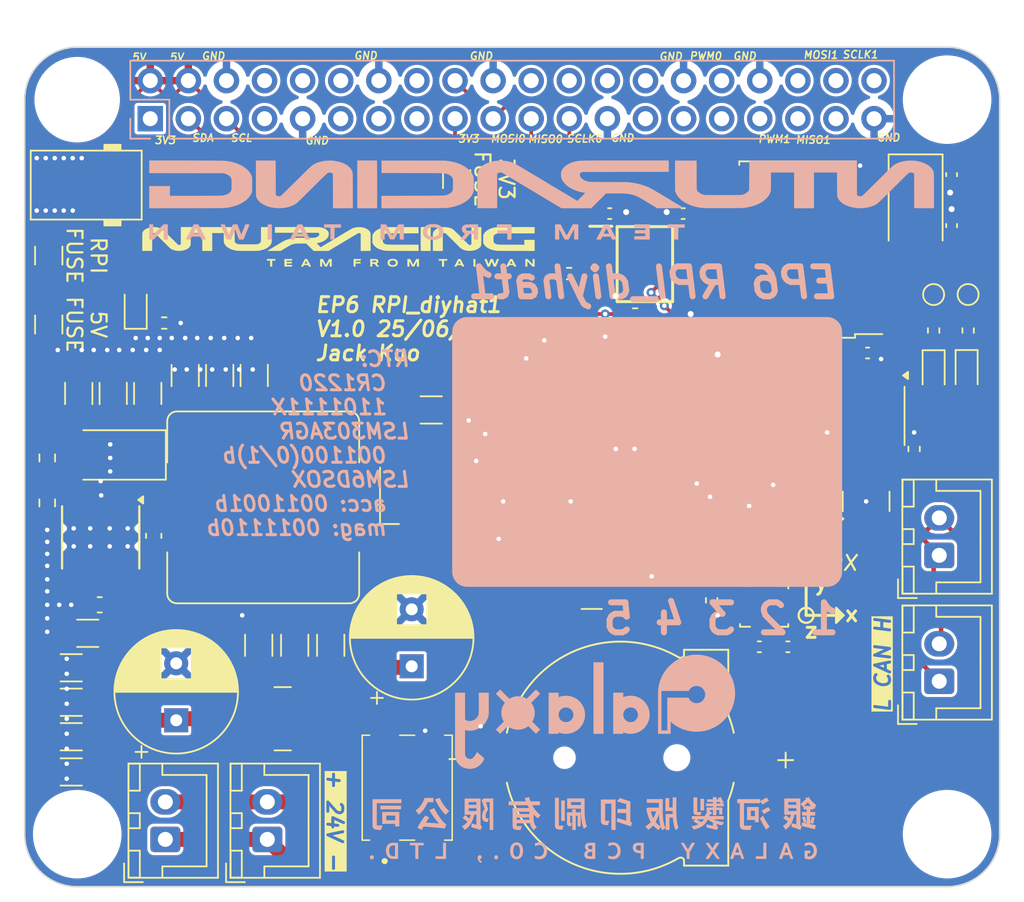
<source format=kicad_pcb>
(kicad_pcb (version 20240108) (generator "pcbnew") (generator_version "8.0")
  (title_block (title "RPI_diyhat1") (date "2025-06-30") (rev "1.0") (company "NTU Racing Team") (comment 1 "郭哲明") (comment 2 "Electrical Group") (comment 3 "1.6T/1oz/綠色防焊/白色文字/無鉛噴錫/各5pcs"))
  (layers (0 "F.Cu" signal) (31 "B.Cu" signal) (34 "B.Paste" user) (35 "F.Paste" user) (36 "B.SilkS" user "B.Silkscreen") (37 "F.SilkS" user "F.Silkscreen") (38 "B.Mask" user) (39 "F.Mask" user) (44 "Edge.Cuts" user))
  (net 0 "")
  (net 1 "GND")
  (net 2 "/MISO0")
  (net 3 "+5V")
  (net 4 "/MOSI0")
  (net 5 "/SCLK0")
  (net 6 "+3V3")
  (net 7 "/P24")
  (net 8 "/MISO1")
  (net 9 "/MOSI1")
  (net 10 "/SCLK1")
  (net 11 "/P26")
  (net 12 "/P22")
  (net 13 "/P16")
  (net 14 "/P27")
  (net 15 "/P23")
  (net 16 "/P25")
  (net 17 "/P17")
  (net 18 "/SDA")
  (net 19 "/SCL")
  (net 20 "Net-(U3-X2)")
  (net 21 "Net-(U3-X1)")
  (net 22 "Net-(U3-VBAT)")
  (net 23 "/power/+24V_proCMfilter")
  (net 24 "/power/+24V_preCMfilter")
  (net 25 "GNDPWR")
  (net 26 "/CAN/OSC2")
  (net 27 "/IMU/LSM303_C1")
  (net 28 "/CAN/OSC1")
  (net 29 "Net-(U1-BOOT)")
  (net 30 "/power/5V_buck_rpi_sw")
  (net 31 "/power/5V_buck_rpi")
  (net 32 "Net-(D2-K)")
  (net 33 "/CAN/CAN2_L")
  (net 34 "/CAN/CAN2_H")
  (net 39 "Net-(D4-K)")
  (net 40 "/IMU/LSM303_INT2")
  (net 41 "/IMU/LSM303_INT1")
  (net 48 "/PWM0")
  (net 49 "/PWM1")
  (net 50 "/IMU/LSM303_DRDY")
  (net 51 "Net-(IC3-A4)")
  (net 52 "/power/5V_buck_rpi_FB")
  (net 53 "/CAN/CANOPEN_RUN_LED")
  (net 54 "Net-(U4-STB)")
  (net 55 "/CAN/CANOPEN_ERR_LED")
  (net 56 "Net-(U5-SDO{slash}SA0)")
  (net 58 "/CAN/CANTX")
  (net 59 "Net-(U2-~{RESET})")
  (net 60 "/CAN/INT")
  (net 61 "/CAN/RX0BF")
  (net 62 "/CAN/TX0RTS")
  (net 64 "/CAN/CANRX")
  (net 65 "/CAN/TX1RTS")
  (net 66 "/CAN/TX2RTS")
  (net 67 "/CAN/RX1BF")
  (net 69 "/IMU/LSM6D_INT2")
  (net 70 "/IMU/LSM6D_INT1")
  (net 72 "Net-(IC3-EN)")
  (net 73 "/RPI_5V")
  (net 74 "/power/+24V_aft_filt")
  (net 78 "/MCP2515_SCK")
  (net 79 "/MCP2515_CS")
  (net 80 "/MCP2515_MISO")
  (net 81 "/MCP2515_MOSI")
  (net 82 "Net-(D6-K)")
  (net 83 "Net-(D7-K)")
  (net 84 "/RPI_3V3")
  (footprint "Capacitor_SMD:C_0603_1608Metric" (layer "F.Cu") (at 105.1 109.1 -90)
    (property "Reference" "C19" (hide yes))
    (property "Value" "10n")
  )
  (footprint "PCM_Diode_SMD_AKL:D_SMB" (layer "F.Cu") (at 100.6 85.7 180)
    (property "Reference" "D1" (hide yes))
    (property "Value" "SMBJ5.0A" (hide yes))
  )
  (footprint "Capacitor_SMD:C_1206_3216Metric" (layer "F.Cu") (at 99.6 120.2 180)
    (property "Reference" "C5" (hide yes))
    (property "Value" "10u 35V")
  )
  (footprint "Capacitor_SMD:C_0402_1005Metric" (layer "F.Cu") (at 135.5 87.6 180)
    (property "Reference" "C2" (hide yes))
    (property "Value" "100n")
  )
  (footprint "nturt_kicad_lib_EP6:BAT_1056" (layer "F.Cu") (at 136 123.9 180)
    (property "Reference" "BT1" (hide yes))
    (property "Value" "1056")
  )
  (footprint "MountingHole:MountingHole_2.7mm_M2.5" (layer "F.Cu") (at 158 129)
    (property "Reference" "H4" (hide yes))
    (property "Value" "MountingHole")
  )
  (footprint "Capacitor_SMD:C_1206_3216Metric" (layer "F.Cu") (at 114.5 116.4 90)
    (property "Reference" "C30" (hide yes))
    (property "Value" "10u 35V")
  )
  (footprint "Resistor_SMD:R_0402_1005Metric" (layer "F.Cu") (at 157.1 95.4 -90)
    (property "Reference" "R5" (hide yes))
    (property "Value" "1k")
  )
  (footprint "Capacitor_SMD:C_0402_1005Metric" (layer "F.Cu") (at 132.7 105.7 90)
    (property "Reference" "C18" (hide yes))
    (property "Value" "100n")
  )
  (footprint "Capacitor_THT:CP_Radial_D8.0mm_P3.80mm" (layer "F.Cu") (at 122.3 117.8 90)
    (property "Reference" "C7" (hide yes))
    (property "Value" "220u 35V")
  )
  (footprint "Diode_SMD:D_SMA" (layer "F.Cu") (at 102.4 103.7 180)
    (property "Reference" "D5" (hide yes))
    (property "Value" "SS54")
  )
  (footprint "Capacitor_SMD:C_1206_3216Metric" (layer "F.Cu") (at 100.7 115.6 180)
    (property "Reference" "C26" (hide yes))
    (property "Value" "10u 50V")
  )
  (footprint "Package_SO:TI_SO-PowerPAD-8_ThermalVias" (layer "F.Cu") (at 101.565 109.2 -90)
    (property "Reference" "U1" (hide yes))
    (property "Value" "TPS5430DDAR")
  )
  (footprint "LED_SMD:LED_0603_1608Metric" (layer "F.Cu") (at 131 108.6 90)
    (property "Reference" "D7" (hide yes))
    (property "Value" "RED 3V3")
  )
  (footprint "Capacitor_SMD:C_1206_3216Metric" (layer "F.Cu") (at 107.2 98.4 90)
    (property "Reference" "C24" (hide yes))
    (property "Value" "47u 10V")
  )
  (footprint "Capacitor_SMD:C_1206_3216Metric" (layer "F.Cu") (at 112.1 116.4 90)
    (property "Reference" "C29" (hide yes))
    (property "Value" "10u 35V")
  )
  (footprint "Connector_JST:JST_XH_B2B-XH-A_1x02_P2.50mm_Vertical" (layer "F.Cu") (at 112.675 129.35 90)
    (property "Reference" "J3" (hide yes))
    (property "Value" "LVBattery")
  )
  (footprint "LED_SMD:LED_0603_1608Metric" (layer "F.Cu") (at 103.9 93.8 90)
    (property "Reference" "D6" (hide yes))
    (property "Value" "WHITE LED")
  )
  (footprint "Resistor_SMD:R_0402_1005Metric" (layer "F.Cu") (at 142.3 113.4 90)
    (property "Reference" "R7" (hide yes))
    (property "Value" "10k")
  )
  (footprint "Connector_JST:JST_XH_B2B-XH-A_1x02_P2.50mm_Vertical" (layer "F.Cu") (at 157.475 118.8 90)
    (property "Reference" "J2" (hide yes))
    (property "Value" "CAN2")
  )
  (footprint "Package_TO_SOT_SMD:SOT-23" (layer "F.Cu") (at 152.6 106.8 90)
    (property "Reference" "D3" (hide yes))
    (property "Value" "NUP2105L")
  )
  (footprint "Connector_JST:JST_XH_B2B-XH-A_1x02_P2.50mm_Vertical" (layer "F.Cu") (at 157.475 110.4 90)
    (property "Reference" "J5" (hide yes))
    (property "Value" "CAN2")
  )
  (footprint "Fuse:Fuse_1206_3216Metric" (layer "F.Cu") (at 125.3 85.3 -90)
    (property "Reference" "F3" (hide yes))
    (property "Value" "3A")
  )
  (footprint "Package_TO_SOT_SMD:SOT-223-3_TabPin2" (layer "F.Cu") (at 123.6 106.4 -90)
    (property "Reference" "U6" (hide yes))
    (property "Value" "AMS1117-3.3")
  )
  (footprint "Capacitor_SMD:C_0402_1005Metric" (layer "F.Cu") (at 149.4 103.1 90)
    (property "Reference" "C14" (hide yes))
    (property "Value" "0u1")
  )
  (footprint "Capacitor_SMD:C_1206_3216Metric" (layer "F.Cu") (at 128.4 104.3 90)
    (property "Reference" "C33" (hide yes))
    (property "Value" "47u 10V")
  )
  (footprint "Package_LGA:LGA-14_3x2.5mm_P0.5mm_LayoutBorder3x4y" (layer "F.Cu") (at 145.8 113.8)
    (property "Reference" "U5" (hide yes))
    (property "Value" "LSM6DSOX")
  )
  (footprint "Capacitor_SMD:C_0402_1005Metric" (layer "F.Cu") (at 143.6 107.2 180)
    (property "Reference" "C11" (hide yes))
    (property "Value" "0u1")
  )
  (footprint "Inductor_SMD:L_Ferrocore_DLG-0403" (layer "F.Cu") (at 113.7 121.3 180)
    (property "Reference" "L1" (hide yes))
    (property "Value" "7A 220nH NBMC0420HN-R22M")
  )
  (footprint "Package_SO:SOIC-8_3.9x4.9mm_P1.27mm" (layer "F.Cu") (at 152.6 101.1 -90)
    (property "Reference" "U4" (hide yes))
    (property "Value" "TCAN1042VDRQ1")
  )
  (footprint "Package_LGA:LGA-12_2x2mm_P0.5mm" (layer "F.Cu") (at 143.6 104.7)
    (property "Reference" "IC1" (hide yes))
    (property "Value" "LSM303AGRTR")
  )
  (footprint "Resistor_SMD:R_0603_1608Metric" (layer "F.Cu") (at 132 103.2)
    (property "Reference" "R10" (hide yes))
    (property "Value" "3k3")
  )
  (footprint "Connector_JST:JST_XH_B2B-XH-A_1x02_P2.50mm_Vertical" (layer "F.Cu") (at 105.875 129.35 90)
    (property "Reference" "J4" (hide yes))
    (property "Value" "LVBattery")
  )
  (footprint "Resistor_SMD:R_0603_1608Metric" (layer "F.Cu") (at 132 101.7)
    (property "Reference" "R9" (hide yes))
    (property "Value" "3k3")
  )
  (footprint "Crystal:Crystal_SMD_5032-2Pin_5.0x3.2mm" (layer "F.Cu") (at 155.9 86.7 -90)
    (property "Reference" "Y2" (hide yes))
    (property "Value" "8MHz X49SM8MSD2SC")
  )
  (footprint "Resistor_SMD:R_0402_1005Metric" (layer "F.Cu") (at 128.7 109.8 180)
    (property "Reference" "R14" (hide yes))
    (property "Value" "510R")
  )
  (footprint "Capacitor_SMD:C_1206_3216Metric" (layer "F.Cu") (at 99.6 124.85 180)
    (property "Reference" "C1" (hide yes))
    (property "Value" "10u 35V")
  )
  (footprint "Capacitor_SMD:C_0402_1005Metric" (layer "F.Cu") (at 140.4 87.6)
    (property "Reference" "C17" (hide yes))
    (property "Value" "100n")
  )
  (footprint "Resistor_SMD:R_0402_1005Metric" (layer "F.Cu") (at 137.2 94.3 180)
    (property "Reference" "R12" (hide yes))
    (property "Value" "0R")
  )
  (footprint "Capacitor_SMD:C_0402_1005Metric" (layer "F.Cu") (at 152.7 96.9)
    (property "Reference" "C13" (hide yes))
    (property "Value" "0u1")
  )
  (footprint "Capacitor_SMD:C_1206_3216Metric" (layer "F.Cu") (at 116.9 116.4 90)
    (property "Reference" "C31" (hide yes))
    (property "Value" "10u 35V")
  )
  (footprint "Capacitor_THT:CP_Radial_D8.0mm_P3.80mm" (layer "F.Cu") (at 106.6 121.402651 90)
    (property "Reference" "C6" (hide yes))
    (property "Value" "220u 35V")
  )
  (footprint "LED_SMD:LED_0603_1608Metric" (layer "F.Cu") (at 157.1 98.2 -90)
    (property "Reference" "D4" (hide yes))
    (property "Value" "RED CANopen_ERR")
  )
  (footprint "Capacitor_SMD:C_1206_3216Metric" (layer "F.Cu") (at 102.4 99.6 90)
    (property "Reference" "C22" (hide yes))
    (property "Value" "47u 10V")
  )
  (footprint "Resistor_SMD:R_0603_1608Metric" (layer "F.Cu") (at 98 106.9 -90)
    (property "Reference" "R2" (hide yes))
    (property "Value" "15k 1%")
  )
  (footprint "Resistor_SMD:R_0402_1005Metric" (layer "F.Cu") (at 155.8 103.3 90)
    (property "Reference" "R4" (hide yes))
    (property "Value" "10k")
  )
  (footprint "Resistor_SMD:R_0603_1608Metric" (layer "F.Cu") (at 98 103.9 -90)
    (property "Reference" "R1" (hide yes))
    (property "Value" "47k 1%")
  )
  (footprint "Capacitor_SMD:C_0402_1005Metric" (layer "F.Cu") (at 147.38 116.5)
    (property "Reference" "C16" (hide yes))
    (property "Value" "0u1")
  )
  (footprint "SamacSys_Parts_EP6:SOP65P640X120-14N" (layer "F.Cu") (at 137.8484 90.971)
    (property "Reference" "IC3" (hide yes))
    (property "Value" "LSF0204DPWR" (hide yes))
  )
  (footprint "Capacitor_SMD:C_1206_3216Metric" (layer "F.Cu") (at 104.7 99.6 90)
    (property "Reference" "C23" (hide yes))
    (property "Value" "47u 10V")
  )
  (footprint "Capacitor_SMD:C_1206_3216Metric" (layer "F.Cu") (at 99.6 117.9 180)
    (property "Reference" "C25" (hide yes))
    (property "Value" "10u 50V")
  )
  (footprint "MountingHole:MountingHole_2.7mm_M2.5" (layer "F.Cu") (at 100 129)
    (property "Reference" "H3" (hide yes))
    (property "Value" "MountingHole")
  )
  (footprint "Resistor_SMD:R_0402_1005Metric" (layer "F.Cu") (at 159.4 95.4 -90)
    (property "Reference" "R3" (hide yes))
    (property "Value" "1k")
  )
  (footprint "TestPoint:TestPoint_Pad_D1.0mm" (layer "F.Cu") (at 157.1 93 -90)
    (property "Reference" "TP2" (hide yes))
    (property "Value" "CAN ERR")
  )
  (footprint "Capacitor_SMD:C_0402_1005Metric" (layer "F.Cu") (at 158.3 88.4 -90)
    (property "Reference" "C8" (hide yes))
    (property "Value" "30p")
  )
  (footprint "MountingHole:MountingHole_2.7mm_M2.5" (layer "F.Cu") (at 100 80)
    (property "Reference" "H1" (hide yes))
    (property "Value" "MountingHole")
  )
  (footprint "Capacitor_SMD:C_1206_3216Metric" (layer "F.Cu") (at 99.6 122.5 180)
    (property "Reference" "C4" (hide yes))
    (property "Value" "10u 35V")
  )
  (footprint "Capacitor_SMD:C_1206_3216Metric" (layer "F.Cu") (at 109.5 98.4 90)
    (property "Reference" "C20" (hide yes))
    (property "Value" "47u 10V")
  )
  (footprint "Resistor_SMD:R_0603_1608Metric" (layer "F.Cu") (at 144.2 96.9 180)
    (property "Reference" "R11" (hide yes))
    (property "Value" "10k")
  )
  (footprint "Resistor_SMD:R_0402_1005Metric" (layer "F.Cu") (at 132.8 91.6)
    (property "Reference" "R8" (hide yes))
    (property "Value" "20R")
  )
  (footprint "Capacitor_SMD:C_0402_1005Metric" (layer "F.Cu") (at 145.9 104.9 90)
    (property "Reference" "C9" (hide yes))
    (property "Value" "0u1")
  )
  (footprint "Capacitor_SMD:C_0402_1005Metric" (layer "F.Cu") (at 158.3 85 90)
    (property "Reference" "C12" (hide yes))
    (property "Value" "30p")
  )
  (footprint "Package_SO:SOIC-18W_7.5x11.6mm_P1.27mm" (layer "F.Cu") (at 148 90 180)
    (property "Reference" "U2" (hide yes))
    (property "Value" "MCP2515-xSO")
  )
  (footprint "Package_SO:SOIC-8_3.9x4.9mm_P1.27mm" (layer "F.Cu") (at 135.9 108.2 90)
    (property "Reference" "U3" (hide yes))
    (property "Value" "MCP7940N-xSN")
  )
  (footprint "SamacSys_Parts_EP6:ACM70V7012PLTL00" (layer "F.Cu") (at 122 125.9 90)
    (property "Reference" "FL1" (hide yes))
    (property "Value" "ACM70V-701-2PL-TL00" (hide yes))
  )
  (footprint "Fuse:Fuse_1206_3216Metric" (layer "F.Cu") (at 98.1 90.4 90)
    (property "Reference" "F1" (hide yes))
    (property "Value" "3A")
  )
  (footprint "LED_SMD:LED_0603_1608Metric" (layer "F.Cu") (at 159.3 98.1875 -90)
    (property "Reference" "D2" (hide yes))
    (property "Value" "GREEN CANopen_RUN")
  )
  (footprint "Fuse:Fuse_1206_3216Metric" (layer "F.Cu") (at 98.1 95 90)
    (property "Reference" "F2" (hide yes))
    (property "Value" "3A")
  )
  (footprint "Inductor_SMD:L_Bourns_SRR1260" (layer "F.Cu") (at 112.4 107.2)
    (property "Reference" "L2" (hide yes))
    (property "Value" "22uH 3.7A (SMDRI129-220MT)")
  )
  (footprint "Resistor_SMD:R_0402_1005Metric" (layer "F.Cu") (at 105.8 94.9)
    (property "Reference" "R13" (hide yes))
    (property "Value" "1k")
  )
  (footprint "Capacitor_SMD:C_0402_1005Metric" (layer "F.Cu") (at 145.48 116.5 180)
    (property "Reference" "C15" (hide yes))
    (property "Value" "0u1")
  )
  (footprint "Crystal:Crystal_SMD_3215-2Pin_3.2x1.5mm" (layer "F.Cu") (at 134.3 113.1)
    (property "Reference" "Y1" (hide yes))
    (property "Value" "32.768kHz Q13FC13500004")
  )
  (footprint "Capacitor_SMD:C_1206_3216Metric" (layer "F.Cu") (at 123.6 100.7)
    (property "Reference" "C32" (hide yes))
    (property "Value" "47u 10V")
  )
  (footprint "Capacitor_SMD:C_0402_1005Metric" (layer "F.Cu") (at 141.5 94.7 -90)
    (property "Reference" "C3" (hide yes))
    (property "Value" "100n")
  )
  (footprint "Resistor_SMD:R_0402_1005Metric" (layer "F.Cu") (at 142.7 111.7 180)
    (property "Reference" "R6" (hide yes))
    (property "Value" "0R")
  )
  (footprint "Capacitor_SMD:C_1206_3216Metric" (layer "F.Cu") (at 111.8 98.4 90)
    (property "Reference" "C28" (hide yes))
    (property "Value" "47u 10V")
  )
  (footprint "Capacitor_SMD:C_0603_1608Metric" (layer "F.Cu") (at 101.5 113.7)
    (property "Reference" "C27" (hide yes))
    (property "Value" "0u1")
  )
  (footprint "MountingHole:MountingHole_2.7mm_M2.5" (layer "F.Cu") (at 158 80)
    (property "Reference" "H2" (hide yes))
    (property "Value" "MountingHole")
  )
  (footprint "TestPoint:TestPoint_Pad_D1.0mm" (layer "F.Cu") (at 159.4 93 -90)
    (property "Reference" "TP1" (hide yes))
    (property "Value" "CAN RUN")
  )
  (footprint "Capacitor_SMD:C_1206_3216Metric" (layer "F.Cu") (at 100.1 99.6 90)
    (property "Reference" "C21" (hide yes))
    (property "Value" "47u 10V")
  )
  (footprint "Connector_PinSocket_2.54mm:PinSocket_2x20_P2.54mm_Vertical" (layer "B.Cu") (at 104.87 81.27 -90)
    (property "Reference" "J1" (hide yes))
    (property "Value" "Raspberry_Pi_2_3")
  )
  (gr_poly (pts (xy 126.204246 88.318517) (xy 126.14476 88.319306) (xy 126.091658 88.320524) (xy 126.044402 88.322238) (xy 126.002452 88.324515) (xy 125.965269 88.32742) (xy 125.932313 88.331019) (xy 125.903044 88.335379) (xy 125.889624 88.337865) (xy 125.876924 88.340566) (xy 125.864876 88.34349) (xy 125.853412 88.346646) (xy 125.842466 88.350041) (xy 125.83197 88.353685) (xy 125.821856 88.357585) (xy 125.812057 88.361749) (xy 125.793134 88.370904) (xy 125.774662 88.381218) (xy 125.756101 88.392754) (xy 125.739504 88.405223) (xy 125.724133 88.419276) (xy 125.710023 88.434814) (xy 125.697209 88.451735) (xy 125.685726 88.469937) (xy 125.675609 88.489319) (xy 125.666894 88.509781) (xy 125.659616 88.53122) (xy 125.653809 88.553536) (xy 125.649509 88.576627) (xy 125.646751 88.600391) (xy 125.645571 88.624728) (xy 125.646002 88.649537) (xy 125.648082 88.674716) (xy 125.651844 88.700163) (xy 125.657324 88.725777) (xy 125.659777 88.735576) (xy 125.662397 88.744896) (xy 125.66522 88.753791) (xy 125.668281 88.762312) (xy 125.671614 88.77051) (xy 125.675256 88.778438) (xy 125.679241 88.786146) (xy 125.683604 88.793687) (xy 125.688381 88.801112) (xy 125.693606 88.808473) (xy 125.699315 88.815822) (xy 125.705542 88.82321) (xy 125.712324 88.830689) (xy 125.719695 88.838311) (xy 125.72769 88.846126) (xy 125.736345 88.854188) (xy 125.748929 88.865527) (xy 125.761084 88.876105) (xy 125.772511 88.88569) (xy 125.777858 88.890039) (xy 125.782912 88.894052) (xy 125.787635 88.897702) (xy 125.791991 88.900959) (xy 125.795941 88.903794) (xy 125.799449 88.906179) (xy 125.802477 88.908084) (xy 125.804989 88.909481) (xy 125.806946 88.91034) (xy 125.807706 88.910559) (xy 125.808313 88.910633) (xy 125.8097 88.910698) (xy 125.811209 88.910889) (xy 125.81283 88.9112) (xy 125.814552 88.911625) (xy 125.816365 88.912157) (xy 125.818259 88.912791) (xy 125.820222 88.913519) (xy 125.822246 88.914337) (xy 125.82432 88.915237) (xy 125.826432 88.916214) (xy 125.828574 88.917261) (xy 125.830734 88.918372) (xy 125.835069 88.920762) (xy 125.839355 88.923333) (xy 125.841709 88.92563) (xy 125.842906 88.928881) (xy 125.842878 88.933177) (xy 125.841561 88.938612) (xy 125.838888 88.945279) (xy 125.834793 88.953272) (xy 125.829209 88.962682) (xy 125.822071 88.973603) (xy 125.802866 89.000351) (xy 125.77665 89.034259) (xy 125.742893 89.076071) (xy 125.701066 89.126532) (xy 125.640279 89.201674) (xy 125.590472 89.264116) (xy 125.571299 89.28859) (xy 125.556805 89.307508) (xy 125.547635 89.320076) (xy 125.545249 89.32373) (xy 125.544436 89.3255) (xy 125.545233 89.326292) (xy 125.547575 89.327079) (xy 125.556584 89.328608) (xy 125.570852 89.330039) (xy 125.589767 89.33132) (xy 125.612717 89.332403) (xy 125.63909 89.333238) (xy 125.668274 89.333776) (xy 125.699658 89.333966) (xy 125.85488 89.333966) (xy 126.005866 89.150522) (xy 126.156855 88.967077) (xy 126.447546 88.967077) (xy 126.448955 89.111011) (xy 126.449407 89.18998) (xy 126.449613 89.221091) (xy 126.450191 89.247205) (xy 126.45143 89.268763) (xy 126.452388 89.277972) (xy 126.45362 89.286206) (xy 126.455162 89.293522) (xy 126.45705 89.299974) (xy 126.45932 89.305617) (xy 126.462009 89.310506) (xy 126.465153 89.314697) (xy 126.468788 89.318244) (xy 126.47295 89.321203) (xy 126.477675 89.323628) (xy 126.483 89.325574) (xy 126.48896 89.327097) (xy 126.495592 89.328252) (xy 126.502932 89.329093) (xy 126.51988 89.330055) (xy 126.540095 89.330424) (xy 126.591479 89.331144) (xy 126.729768 89.335376) (xy 126.729768 88.741299) (xy 126.454602 88.741299) (xy 126.217534 88.741299) (xy 126.179038 88.741261) (xy 126.144845 88.741128) (xy 126.114663 88.740871) (xy 126.088197 88.740461) (xy 126.065155 88.73987) (xy 126.045241 88.739067) (xy 126.036367 88.738577) (xy 126.028164 88.738024) (xy 126.020597 88.737404) (xy 126.013629 88.736713) (xy 126.007224 88.735948) (xy 126.001343 88.735104) (xy 125.995952 88.734179) (xy 125.991013 88.733169) (xy 125.986489 88.73207) (xy 125.982344 88.730878) (xy 125.978542 88.72959) (xy 125.975044 88.728202) (xy 125.971815 88.726712) (xy 125.968819 88.725114) (xy 125.966018 88.723405) (xy 125.963375 88.721582) (xy 125.960854 88.719642) (xy 125.958419 88.71758) (xy 125.956032 88.715393) (xy 125.953657 88.713077) (xy 125.950201 88.709396) (xy 125.946976 88.705506) (xy 125.943981 88.701422) (xy 125.941216 88.697158) (xy 125.938681 88.692729) (xy 125.936375 88.688148) (xy 125.934297 88.683432) (xy 125.932447 88.678593) (xy 125.930824 88.673647) (xy 125.929428 88.668608) (xy 125.928258 88.66349) (xy 125.927315 88.658308) (xy 125.926596 88.653077) (xy 125.926103 88.64781) (xy 125.925833 88.642523) (xy 125.925787 88.63723) (xy 125.925965 88.631945) (xy 125.926365 88.626682) (xy 125.926988 88.621457) (xy 125.927832 88.616284) (xy 125.928897 88.611176) (xy 125.930183 88.60615) (xy 125.931689 88.601218) (xy 125.933415 88.596396) (xy 125.93536 88.591698) (xy 125.937523 88.587138) (xy 125.939905 88.582732) (xy 125.942504 88.578493) (xy 125.94532 88.574435) (xy 125.948353 88.570574) (xy 125.951601 88.566924) (xy 125.955065 88.5635) (xy 125.960183 88.559244) (xy 125.965644 88.555449) (xy 125.971692 88.55208) (xy 125.978571 88.549102) (xy 125.986524 88.546479) (xy 125.995796 88.544176) (xy 126.006631 88.542159) (xy 126.019273 88.540392) (xy 126.050951 88.537468) (xy 126.092783 88.535123) (xy 126.146719 88.533075) (xy 126.214711 88.531044) (xy 126.444724 88.52681) (xy 126.450368 88.634055) (xy 126.454602 88.741299) (xy 126.729768 88.741299) (xy 126.729768 88.317966) (xy 126.344533 88.317966)) (fill solid) (layer "B.SilkS"))
  (gr_poly (pts (xy 111.913103 85.231866) (xy 111.91326 85.571439) (xy 111.91383 85.842105) (xy 111.914963 86.052083) (xy 111.916807 86.20959) (xy 111.919511 86.322845) (xy 111.921231 86.365447) (xy 111.923223 86.400068) (xy 111.925504 86.427735) (xy 111.928093 86.449476) (xy 111.931009 86.466318) (xy 111.93427 86.479288) (xy 111.948696 86.522008) (xy 111.966257 86.563887) (xy 111.98687 86.604886) (xy 112.010452 86.644967) (xy 112.066198 86.722219) (xy 112.132838 86.795333) (xy 112.209714 86.863998) (xy 112.296168 86.927906) (xy 112.391544 86.986744) (xy 112.495184 87.040205) (xy 112.606432 87.087976) (xy 112.724628 87.12975) (xy 112.849117 87.165214) (xy 112.97924 87.19406) (xy 113.114341 87.215977) (xy 113.253763 87.230655) (xy 113.396847 87.237785) (xy 113.542937 87.237055) (xy 113.614013 87.233796) (xy 113.683856 87.228776) (xy 113.752488 87.221986) (xy 113.819931 87.213419) (xy 113.886209 87.203065) (xy 113.951343 87.190918) (xy 114.015357 87.176968) (xy 114.078274 87.161208) (xy 114.140116 87.143628) (xy 114.200906 87.124221) (xy 114.260667 87.102979) (xy 114.319421 87.079892) (xy 114.377191 87.054954) (xy 114.434 87.028155) (xy 114.489871 86.999488) (xy 114.544826 86.968944) (xy 114.584854 86.943075) (xy 114.634871 86.904077) (xy 114.70407 86.843184) (xy 114.801646 86.751633) (xy 115.118705 86.441497) (xy 115.659602 85.903555) (xy 116.113825 85.452617) (xy 116.290409 85.278675) (xy 116.43483 85.137675) (xy 116.548228 85.028556) (xy 116.631746 84.950261) (xy 116.662656 84.922342) (xy 116.686524 84.901732) (xy 116.703492 84.888299) (xy 116.713703 84.881911) (xy 116.723825 84.87816) (xy 116.734322 84.874841) (xy 116.745156 84.871946) (xy 116.756289 84.86947) (xy 116.767682 84.867405) (xy 116.779298 84.865744) (xy 116.803043 84.86361) (xy 116.827217 84.863014) (xy 116.851516 84.863902) (xy 116.875633 84.866221) (xy 116.899262 84.869916) (xy 116.922098 84.874934) (xy 116.943833 84.881221) (xy 116.964163 84.888724) (xy 116.973706 84.892915) (xy 116.982782 84.897389) (xy 116.991353 84.90214) (xy 116.999383 84.907161) (xy 117.006831 84.912446) (xy 117.01366 84.917988) (xy 117.019832 84.923779) (xy 117.025308 84.929815) (xy 117.03005 84.936087) (xy 117.034021 84.942588) (xy 117.03793 84.966051) (xy 117.041211 85.022338) (xy 117.046019 85.237687) (xy 117.04871 85.597234) (xy 117.049548 86.109578) (xy 117.049548 87.246933) (xy 117.712771 87.245522) (xy 118.375988 87.244111) (xy 118.375988 86.074299) (xy 118.375875 85.69928) (xy 118.375349 85.413062) (xy 118.374843 85.299087) (xy 118.374128 85.202315) (xy 118.37317 85.121079) (xy 118.371932 85.053713) (xy 118.37038 84.998551) (xy 118.368479 84.953927) (xy 118.366194 84.918174) (xy 118.363489 84.889628) (xy 118.361968 84.877536) (xy 118.360329 84.86662) (xy 118.358568 84.856674) (xy 118.356679 84.847487) (xy 118.352505 84.830561) (xy 118.347771 84.814177) (xy 118.334137 84.775194) (xy 118.317623 84.736602) (xy 118.298289 84.69846) (xy 118.276198 84.660829) (xy 118.251411 84.623769) (xy 118.223991 84.587338) (xy 118.194 84.551599) (xy 118.1615 84.516609) (xy 118.126552 84.48243) (xy 118.089219 84.449121) (xy 118.049563 84.416742) (xy 118.007645 84.385354) (xy 117.963528 84.355015) (xy 117.917273 84.325787) (xy 117.868944 84.297728) (xy 117.818601 84.270899) (xy 117.784992 84.254758) (xy 117.7479 84.238675) (xy 117.707678 84.222741) (xy 117.664681 84.207047) (xy 117.571771 84.176741) (xy 117.471998 84.148486) (xy 117.368191 84.123009) (xy 117.263176 84.101037) (xy 117.159783 84.083299) (xy 117.060837 84.070522) (xy 117.001567 84.066211) (xy 116.930109 84.063819) (xy 116.850417 84.063279) (xy 116.766442 84.064525) (xy 116.682136 84.06749) (xy 116.601451 84.072109) (xy 116.52834 84.078316) (xy 116.466755 84.086044) (xy 116.406486 84.096156) (xy 116.342049 84.109261) (xy 116.274966 84.124913) (xy 116.206759 84.142665) (xy 116.138948 84.16207) (xy 116.073056 84.182683) (xy 116.010603 84.204057) (xy 115.953112 84.225744) (xy 115.860098 84.265131) (xy 115.817905 84.285576) (xy 115.775996 84.308801) (xy 115.732425 84.336516) (xy 115.685247 84.37043) (xy 115.632517 84.412252) (xy 115.572289 84.463693) (xy 115.421562 84.602265) (xy 115.217504 84.799824) (xy 114.587155 85.4266) (xy 114.199233 85.810907) (xy 113.876663 86.127216) (xy 113.750221 86.249702) (xy 113.652518 86.342984) (xy 113.58769 86.402994) (xy 113.568896 86.419252) (xy 113.55987 86.425666) (xy 113.551367 86.428672) (xy 113.542544 86.431344) (xy 113.524057 86.435706) (xy 113.504635 86.438791) (xy 113.484507 86.440637) (xy 113.463899 86.441284) (xy 113.443039 86.440772) (xy 113.422153 86.439139) (xy 113.401471 86.436425) (xy 113.381219 86.43267) (xy 113.361624 86.427912) (xy 113.342914 86.422191) (xy 113.325315 86.415545) (xy 113.309057 86.408016) (xy 113.294365 86.39964) (xy 113.287678 86.395148) (xy 113.281468 86.390459) (xy 113.275764 86.385578) (xy 113.270593 86.38051) (xy 113.239548 86.348055) (xy 113.236726 85.205055) (xy 113.232492 84.063466) (xy 112.572092 84.060644) (xy 111.913103 84.057822)) (fill solid) (layer "B.SilkS"))
  (gr_poly (pts (xy 134.183023 129.573378) (xy 134.157483 129.574618) (xy 134.133241 129.576647) (xy 134.110266 129.579435) (xy 134.088525 129.58295) (xy 134.067988 129.587161) (xy 134.048624 129.592039) (xy 134.030402 129.597551) (xy 134.01329 129.603667) (xy 133.997257 129.610356) (xy 133.982271 129.617587) (xy 133.968303 129.62533) (xy 133.95532 129.633554) (xy 133.943291 129.642227) (xy 133.932186 129.651319) (xy 133.921972 129.660799) (xy 133.91262 129.670636) (xy 133.904096 129.6808) (xy 133.896371 129.691259) (xy 133.889413 129.701983) (xy 133.883191 129.71294) (xy 133.877674 129.724101) (xy 133.868629 129.746907) (xy 133.862028 129.770155) (xy 133.857623 129.793598) (xy 133.855162 129.816988) (xy 133.854397 129.84008) (xy 133.854647 129.852642) (xy 133.855394 129.865005) (xy 133.856638 129.877169) (xy 133.858378 129.889129) (xy 133.860613 129.900884) (xy 133.863344 129.912431) (xy 133.866568 129.923769) (xy 133.870286 129.934894) (xy 133.874495 129.945804) (xy 133.879197 129.956498) (xy 133.884389 129.966973) (xy 133.890071 129.977226) (xy 133.896243 129.987255) (xy 133.902903 129.997058) (xy 133.910051 130.006632) (xy 133.917686 130.015976) (xy 133.922235 130.021181) (xy 133.926913 130.026279) (xy 133.93172 130.031269) (xy 133.936656 130.036151) (xy 133.941721 130.040925) (xy 133.946915 130.04559) (xy 133.952238 130.050146) (xy 133.95769 130.054591) (xy 133.963271 130.058926) (xy 133.968981 130.063151) (xy 133.974821 130.067264) (xy 133.980789 130.071265) (xy 133.986886 130.075154) (xy 133.993112 130.07893) (xy 133.999466 130.082593) (xy 134.00595 130.086143) (xy 133.982145 130.096203) (xy 133.959861 130.107214) (xy 133.949291 130.113075) (xy 133.939102 130.119172) (xy 133.929294 130.125506) (xy 133.919869 130.132076) (xy 133.910825 130.138882) (xy 133.902163 130.145923) (xy 133.893884 130.1532) (xy 133.885988 130.160711) (xy 133.878475 130.168457) (xy 133.871344 130.176438) (xy 133.864597 130.184652) (xy 133.858234 130.193101) (xy 133.852255 130.201782) (xy 133.846659 130.210697) (xy 133.841448 130.219845) (xy 133.836622 130.229226) (xy 133.83218 130.238838) (xy 133.828123 130.248683) (xy 133.824452 130.25876) (xy 133.821166 130.269068) (xy 133.818266 130.279607) (xy 133.815752 130.290377) (xy 133.813623 130.301377) (xy 133.811882 130.312608) (xy 133.810527 130.324069) (xy 133.809558 130.335759) (xy 133.808977 130.347679) (xy 133.808784 130.359828) (xy 133.809122 130.376325) (xy 133.810136 130.392398) (xy 133.811826 130.408045) (xy 133.814189 130.423262) (xy 133.817225 130.438048) (xy 133.820933 130.452399) (xy 133.825312 130.466314) (xy 133.83036 130.47979) (xy 133.836077 130.492824) (xy 133.842461 130.505415) (xy 133.849511 130.517559) (xy 133.857227 130.529254) (xy 133.865607 130.540497) (xy 133.87465 130.551287) (xy 133.884355 130.56162) (xy 133.894721 130.571495) (xy 133.901578 130.57762) (xy 133.908574 130.583494) (xy 133.915707 130.589114) (xy 133.922976 130.59448) (xy 133.930378 130.599591) (xy 133.937912 130.604445) (xy 133.945575 130.609041) (xy 133.953365 130.613378) (xy 133.96128 130.617455) (xy 133.969319 130.621269) (xy 133.977479 130.624821) (xy 133.985758 130.628109) (xy 133.994155 130.631131) (xy 134.002666 130.633886) (xy 134.011291 130.636374) (xy 134.020027 130.638593) (xy 134.028645 130.640457) (xy 134.037834 130.642199) (xy 134.057946 130.645321) (xy 134.080408 130.647959) (xy 134.105262 130.650115) (xy 134.132552 130.65179) (xy 134.162321 130.652985) (xy 134.194613 130.653701) (xy 134.229471 130.653939) (xy 134.5094 130.653939) (xy 134.510948 130.6539) (xy 134.512476 130.653784) (xy 134.513981 130.653593) (xy 134.515462 130.653329) (xy 134.516917 130.652994) (xy 134.518344 130.65259) (xy 134.519741 130.652118) (xy 134.521106 130.651581) (xy 134.522438 130.65098) (xy 134.523734 130.650318) (xy 134.524993 130.649595) (xy 134.526212 130.648815) (xy 134.52739 130.647979) (xy 134.528526 130.647089) (xy 134.529616 130.646147) (xy 134.530659 130.645154) (xy 134.531654 130.644113) (xy 134.532598 130.643026) (xy 134.53349 130.641894) (xy 134.534328 130.64072) (xy 134.535109 130.639504) (xy 134.535832 130.63825) (xy 134.536496 130.636959) (xy 134.537097 130.635632) (xy 134.537635 130.634273) (xy 134.538107 130.632882) (xy 134.538512 130.631462) (xy 134.538847 130.630015) (xy 134.539111 130.628541) (xy 134.539302 130.627045) (xy 134.539418 130.625526) (xy 134.539457 130.623988) (xy 134.539457 130.172503) (xy 134.336892 130.172503) (xy 134.336892 130.476138) (xy 134.238149 130.476138) (xy 134.218284 130.475967) (xy 134.199813 130.475472) (xy 134.182684 130.474678) (xy 134.166847 130.47361) (xy 134.152252 130.472293) (xy 134.138847 130.470752) (xy 134.126583 130.469014) (xy 134.115409 130.467103) (xy 134.105274 130.465044) (xy 134.096128 130.462863) (xy 134.08792 130.460584) (xy 134.0806 130.458234) (xy 134.06842 130.45342) (xy 134.059185 130.448622) (xy 134.056793 130.447121) (xy 134.054479 130.445537) (xy 134.052243 130.443868) (xy 134.050085 130.442115) (xy 134.048005 130.440276) (xy 134.046001 130.438352) (xy 134.044076 130.436342) (xy 134.042227 130.434247) (xy 134.040455 130.432065) (xy 134.038761 130.429796) (xy 134.037143 130.42744) (xy 134.035601 130.424997) (xy 134.034137 130.422466) (xy 134.032748 130.419848) (xy 134.031436 130.417141) (xy 134.0302 130.414345) (xy 134.02904 130.41146) (xy 134.027956 130.408486) (xy 134.026947 130.405422) (xy 134.026014 130.402269) (xy 134.025156 130.399025) (xy 134.024374 130.39569) (xy 134.023667 130.392265) (xy 134.023035 130.388748) (xy 134.021995 130.381439) (xy 134.021254 130.373761) (xy 134.02081 130.365712) (xy 134.020662 130.357288) (xy 134.020946 130.347015) (xy 134.0218 130.337032) (xy 134.023226 130.327335) (xy 134.025224 130.317919) (xy 134.027798 130.308782) (xy 134.030948 130.29992) (xy 134.034676 130.291329) (xy 134.038984 130.283006) (xy 134.043874 130.274947) (xy 134.049347 130.267148) (xy 134.055406 130.259607) (xy 134.062051 130.252319) (xy 134.069284 130.245281) (xy 134.077108 130.238489) (xy 134.085523 130.23194) (xy 134.094532 130.22563) (xy 134.104666 130.219226) (xy 134.115299 130.213229) (xy 134.12643 130.207641) (xy 134.138053 130.202461) (xy 134.150167 130.197692) (xy 134.162767 130.193333) (xy 134.17585 130.189386) (xy 134.189413 130.185851) (xy 134.203452 130.182729) (xy 134.217964 130.180021) (xy 134.232945 130.177727) (xy 134.248392 130.175848) (xy 134.264302 130.174386) (xy 134.280671 130.173341) (xy 134.297496 130.172713) (xy 134.314773 130.172503) (xy 134.336892 130.172503) (xy 134.539457 130.172503) (xy 134.539457 129.750651) (xy 134.336892 129.750651) (xy 134.336892 130.014599) (xy 134.316995 130.014599) (xy 134.293554 130.014281) (xy 134.271577 130.01335) (xy 134.251017 130.01184) (xy 134.231828 130.009785) (xy 134.213961 130.007218) (xy 134.19737 130.004173) (xy 134.182008 130.000684) (xy 134.167826 129.996784) (xy 134.154779 129.992508) (xy 134.142818 129.987889) (xy 134.131896 129.982962) (xy 134.121967 129.977758) (xy 134.112982 129.972314) (xy 134.104896 129.966662) (xy 134.097659 129.960836) (xy 134.091226 129.954869) (xy 134.085549 129.948797) (xy 134.08058 129.942652) (xy 134.076273 129.936468) (xy 134.07258 129.930279) (xy 134.066847 129.918021) (xy 134.063005 129.906148) (xy 134.060674 129.894931) (xy 134.059477 129.884639) (xy 134.058973 129.867914) (xy 134.059128 129.859418) (xy 134.059594 129.851312) (xy 134.060371 129.843592) (xy 134.06146 129.836257) (xy 134.062862 129.829304) (xy 134.064577 129.82273) (xy 134.066605 129.816533) (xy 134.068948 129.810711) (xy 134.071606 129.805261) (xy 134.07458 129.800181) (xy 134.07787 129.795468) (xy 134.081476 129.791119) (xy 134.085401 129.787132) (xy 134.089643 129.783505) (xy 134.094204 129.780236) (xy 134.099085 129.777321) (xy 134.103643 129.775015) (xy 134.108984 129.77268) (xy 134.11517 129.77034) (xy 134.122262 129.768019) (xy 134.130321 129.765742) (xy 134.139409 129.763534) (xy 134.149587 129.761419) (xy 134.160917 129.759422) (xy 134.17346 129.757568) (xy 134.187277 129.75588) (xy 134.20243 129.754385) (xy 134.21898 129.753107) (xy 134.236989 129.752069) (xy 134.256517 129.751298) (xy 134.277627 129.750817) (xy 134.300379 129.750651) (xy 134.336892 129.750651) (xy 134.539457 129.750651) (xy 134.539457 129.602908) (xy 134.539418 129.601369) (xy 134.539302 129.599851) (xy 134.539111 129.598354) (xy 134.538847 129.596881) (xy 134.538512 129.595433) (xy 134.538107 129.594013) (xy 134.537635 129.592622) (xy 134.537097 129.591263) (xy 134.536496 129.589937) (xy 134.535832 129.588646) (xy 134.535109 129.587391) (xy 134.534328 129.586176) (xy 134.53349 129.585001) (xy 134.532598 129.58387) (xy 134.531654 129.582782) (xy 134.530659 129.581741) (xy 134.529616 129.580749) (xy 134.528526 129.579807) (xy 134.52739 129.578917) (xy 134.526212 129.578081) (xy 134.524993 129.577301) (xy 134.523734 129.576579) (xy 134.522438 129.575916) (xy 134.521106 129.575316) (xy 134.519741 129.574778) (xy 134.518344 129.574307) (xy 134.516917 129.573902) (xy 134.515462 129.573567) (xy 134.513981 129.573303) (xy 134.512476 129.573113) (xy 134.510948 129.572997) (xy 134.5094 129.572958) (xy 134.209891 129.572958)) (fill solid) (layer "B.SilkS"))
  (gr_poly (pts (xy 139.700164 127.215265) (xy 139.469553 127.215265) (xy 139.469553 126.594129) (xy 139.217882 126.594129) (xy 139.217882 127.459846) (xy 139.700164 127.459846) (xy 139.700164 127.474028) (xy 139.700469 127.562544) (xy 139.701191 127.607364) (xy 139.702598 127.652887) (xy 139.234392 127.652887) (xy 139.234392 128.7163) (xy 139.488391 128.7163) (xy 139.488391 127.900008) (xy 139.711912 127.900008) (xy 139.721396 128.014513) (xy 139.734208 128.128068) (xy 139.750817 128.239704) (xy 139.760693 128.294499) (xy 139.771694 128.34845) (xy 139.78388 128.401436) (xy 139.797309 128.453336) (xy 139.81204 128.504028) (xy 139.828132 128.553393) (xy 139.845643 128.601307) (xy 139.864632 128.64765) (xy 139.885158 128.692301) (xy 139.90728 128.735138) (xy 139.926075 128.715217) (xy 139.948318 128.693127) (xy 139.973045 128.669774) (xy 139.999289 128.646066) (xy 140.026083 128.622908) (xy 140.052462 128.601208) (xy 140.077459 128.581871) (xy 140.089138 128.573372) (xy 140.100108 128.565804) (xy 140.075911 128.509233) (xy 140.054375 128.449209) (xy 140.035347 128.386138) (xy 140.018678 128.320428) (xy 140.004214 128.252485) (xy 139.991804 128.182715) (xy 139.981297 128.111526) (xy 139.97254 128.039323) (xy 139.959669 127.893505) (xy 139.95198 127.748515) (xy 139.948256 127.607605) (xy 139.947285 127.474028) (xy 139.947285 126.544706) (xy 139.700164 126.544706)) (fill solid) (layer "B.SilkS"))
  (gr_poly (pts (xy 137.977939 126.911736) (xy 138.780262 126.911736) (xy 138.780262 127.22934) (xy 138.163782 127.22934) (xy 138.116687 127.219922) (xy 137.944919 127.274002) (xy 137.966529 127.407933) (xy 137.978981 127.47275) (xy 137.992526 127.53614) (xy 138.00716 127.598107) (xy 138.022881 127.658655) (xy 138.039684 127.717787) (xy 138.057565 127.775507) (xy 138.076523 127.83182) (xy 138.096551 127.886729) (xy 138.117648 127.940238) (xy 138.13981 127.992352) (xy 138.163032 128.043073) (xy 138.187312 128.092405) (xy 138.212646 128.140354) (xy 138.23903 128.186921) (xy 138.219374 128.209629) (xy 138.199228 128.231825) (xy 138.178597 128.253494) (xy 138.15749 128.274624) (xy 138.135913 128.295201) (xy 138.113875 128.315211) (xy 138.091381 128.334641) (xy 138.06844 128.353477) (xy 138.045058 128.371704) (xy 138.021244 128.389311) (xy 137.997003 128.406282) (xy 137.972345 128.422605) (xy 137.947275 128.438266) (xy 137.921801 128.453251) (xy 137.895931 128.467546) (xy 137.869672 128.481138) (xy 137.881811 128.491479) (xy 137.894357 128.503005) (xy 137.907214 128.515578) (xy 137.920289 128.52906) (xy 137.93349 128.543314) (xy 137.946723 128.558201) (xy 137.959895 128.573584) (xy 137.972912 128.589326) (xy 137.998108 128.621333) (xy 138.021565 128.653123) (xy 138.032409 128.668592) (xy 138.042537 128.683593) (xy 138.051858 128.697989) (xy 138.060277 128.711642) (xy 138.084746 128.697258) (xy 138.108784 128.682328) (xy 138.132398 128.666858) (xy 138.155595 128.650858) (xy 138.178381 128.634332) (xy 138.200762 128.617289) (xy 138.222744 128.599736) (xy 138.244334 128.581679) (xy 138.265539 128.563126) (xy 138.286365 128.544085) (xy 138.306817 128.524561) (xy 138.326903 128.504563) (xy 138.346628 128.484097) (xy 138.366 128.463171) (xy 138.385024 128.441791) (xy 138.403707 128.419965) (xy 138.423324 128.442709) (xy 138.443321 128.465052) (xy 138.463693 128.486981) (xy 138.484439 128.508482) (xy 138.505555 128.529542) (xy 138.527038 128.550146) (xy 138.548886 128.570281) (xy 138.571095 128.589934) (xy 138.593662 128.609091) (xy 138.616585 128.627738) (xy 138.63986 128.645862) (xy 138.663485 128.663449) (xy 138.687457 128.680485) (xy 138.711772 128.696956) (xy 138.736429 128.71285) (xy 138.761423 128.728153) (xy 138.767943 128.71642) (xy 138.775121 128.704213) (xy 138.79122 128.678675) (xy 138.809251 128.652146) (xy 138.828746 128.625229) (xy 138.849239 128.598531) (xy 138.870261 128.572657) (xy 138.891346 128.548212) (xy 138.912025 128.5258) (xy 138.922045 128.554699) (xy 138.932736 128.583119) (xy 138.944095 128.611038) (xy 138.956117 128.638433) (xy 138.968799 128.665283) (xy 138.982137 128.691564) (xy 138.996127 128.717256) (xy 139.010765 128.742334) (xy 139.020618 128.7332) (xy 139.031555 128.723566) (xy 139.056177 128.703191) (xy 139.083608 128.682005) (xy 139.112829 128.660803) (xy 139.142819 128.64038) (xy 139.157783 128.630708) (xy 139.172557 128.62153) (xy 139.187013 128.612944) (xy 139.201023 128.60505) (xy 139.214459 128.597946) (xy 139.227195 128.591733) (xy 139.197587 128.533297) (xy 139.173438 128.476376) (xy 138.895514 128.476376) (xy 138.872329 128.462784) (xy 138.849522 128.448489) (xy 138.827086 128.433505) (xy 138.805013 128.417846) (xy 138.783298 128.401526) (xy 138.761933 128.384559) (xy 138.740912 128.366959) (xy 138.720228 128.34874) (xy 138.699873 128.329916) (xy 138.679842 128.3105) (xy 138.660126 128.290507) (xy 138.64072 128.269951) (xy 138.621617 128.248845) (xy 138.60281 128.227203) (xy 138.584291 128.20504) (xy 138.566055 128.18237) (xy 138.598621 128.123235) (xy 138.629341 128.062392) (xy 138.658352 127.999896) (xy 138.685792 127.935805) (xy 138.711798 127.870177) (xy 138.736507 127.803067) (xy 138.760059 127.734534) (xy 138.78259 127.664634) (xy 138.786196 127.764178) (xy 138.791974 127.866254) (xy 138.800339 127.969871) (xy 138.811707 128.074037) (xy 138.826493 128.177761) (xy 138.845113 128.280053) (xy 138.85599 128.330352) (xy 138.867981 128.379921) (xy 138.881139 128.428637) (xy 138.895514 128.476376) (xy 139.173438 128.476376) (xy 139.171265 128.471256) (xy 139.148039 128.406085) (xy 139.127718 128.338261) (xy 139.110114 128.268258) (xy 139.095036 128.196552) (xy 139.082294 128.123618) (xy 139.0717 128.049933) (xy 139.063062 127.975971) (xy 139.056192 127.902208) (xy 139.046995 127.75718) (xy 139.042589 127.618653) (xy 139.041458 127.490432) (xy 139.041458 127.483447) (xy 138.589656 127.483447) (xy 138.572108 127.543109) (xy 138.553079 127.602024) (xy 138.532623 127.66011) (xy 138.510796 127.717286) (xy 138.487655 127.77347) (xy 138.463255 127.82858) (xy 138.437653 127.882534) (xy 138.410903 127.93525) (xy 138.3852 127.883297) (xy 138.361037 127.829889) (xy 138.338414 127.775107) (xy 138.317333 127.719032) (xy 138.297795 127.661747) (xy 138.2798 127.603333) (xy 138.263352 127.543873) (xy 138.248449 127.483447) (xy 138.589656 127.483447) (xy 139.041458 127.483447) (xy 139.041458 126.659958) (xy 137.977939 126.659958)) (fill solid) (layer "B.SilkS"))
  (gr_poly (pts (xy 122.211976 129.572996) (xy 122.210457 129.573112) (xy 122.20896 129.573302) (xy 122.207487 129.573566) (xy 122.20604 129.573901) (xy 122.20462 129.574306) (xy 122.203229 129.574777) (xy 122.201869 129.575315) (xy 122.200543 129.575915) (xy 122.199252 129.576578) (xy 122.197998 129.5773) (xy 122.196782 129.57808) (xy 122.195608 129.578916) (xy 122.194476 129.579806) (xy 122.193388 129.580748) (xy 122.192348 129.581741) (xy 122.191355 129.582782) (xy 122.190413 129.583869) (xy 122.189523 129.585001) (xy 122.188687 129.586175) (xy 122.187906 129.587391) (xy 122.187184 129.588645) (xy 122.186522 129.589936) (xy 122.185921 129.591262) (xy 122.185384 129.592622) (xy 122.184912 129.594012) (xy 122.184508 129.595432) (xy 122.184173 129.59688) (xy 122.183909 129.598353) (xy 122.183718 129.59985) (xy 122.183602 129.601368) (xy 122.183563 129.602907) (xy 122.183563 129.720699) (xy 122.183602 129.722237) (xy 122.183718 129.723756) (xy 122.183909 129.725253) (xy 122.184173 129.726726) (xy 122.184508 129.728174) (xy 122.184912 129.729594) (xy 122.185384 129.730985) (xy 122.185921 129.732344) (xy 122.186522 129.733671) (xy 122.187184 129.734962) (xy 122.187906 129.736216) (xy 122.188687 129.737431) (xy 122.189523 129.738606) (xy 122.190413 129.739738) (xy 122.191355 129.740825) (xy 122.192348 129.741866) (xy 122.193388 129.742859) (xy 122.194476 129.743801) (xy 122.195608 129.744691) (xy 122.196782 129.745527) (xy 122.197998 129.746307) (xy 122.199252 129.747029) (xy 122.200543 129.747691) (xy 122.201869 129.748292) (xy 122.203229 129.748829) (xy 122.20462 129.749301) (xy 122.20604 129.749705) (xy 122.207487 129.75004) (xy 122.20896 129.750304) (xy 122.210457 129.750495) (xy 122.211976 129.750611) (xy 122.213514 129.75065) (xy 122.540962 129.75065) (xy 122.540962 130.623986) (xy 122.541001 130.625525) (xy 122.541117 130.627044) (xy 122.541308 130.628541) (xy 122.541572 130.630014) (xy 122.541907 130.631461) (xy 122.542311 130.632882) (xy 122.542783 130.634272) (xy 122.54332 130.635632) (xy 122.543921 130.636958) (xy 122.544583 130.638249) (xy 122.545305 130.639503) (xy 122.546086 130.640719) (xy 122.546922 130.641893) (xy 122.547812 130.643025) (xy 122.548754 130.644113) (xy 122.549746 130.645154) (xy 122.550787 130.646146) (xy 122.551875 130.647088) (xy 122.553007 130.647978) (xy 122.554181 130.648814) (xy 122.555397 130.649594) (xy 122.556651 130.650317) (xy 122.557942 130.650979) (xy 122.559268 130.65158) (xy 122.560628 130.652117) (xy 122.562019 130.652589) (xy 122.563439 130.652993) (xy 122.564886 130.653328) (xy 122.566359 130.653592) (xy 122.567856 130.653783) (xy 122.569375 130.653899) (xy 122.570913 130.653938) (xy 122.71347 130.653938) (xy 122.715009 130.653899) (xy 122.716527 130.653783) (xy 122.718024 130.653592) (xy 122.719497 130.653328) (xy 122.720945 130.652993) (xy 122.722365 130.652589) (xy 122.723756 130.652117) (xy 122.725115 130.65158) (xy 122.726442 130.650979) (xy 122.727733 130.650317) (xy 122.728987 130.649594) (xy 122.730202 130.648814) (xy 122.731377 130.647978) (xy 122.732508 130.647088) (xy 122.733596 130.646146) (xy 122.734636 130.645154) (xy 122.735629 130.644113) (xy 122.736571 130.643025) (xy 122.737461 130.641893) (xy 122.738297 130.640719) (xy 122.739077 130.639503) (xy 122.739799 130.638249) (xy 122.740461 130.636958) (xy 122.741062 130.635632) (xy 122.741599 130.634272) (xy 122.74207 130.632882) (xy 122.742474 130.631461) (xy 122.74281 130.630014) (xy 122.743073 130.628541) (xy 122.743264 130.627044) (xy 122.74338 130.625525) (xy 122.743419 130.623986) (xy 122.743419 129.75065) (xy 123.07013 129.75065) (xy 123.071668 129.750611) (xy 123.073187 129.750495) (xy 123.074683 129.750304) (xy 123.076156 129.75004) (xy 123.077604 129.749705) (xy 123.079024 129.749301) (xy 123.080415 129.748829) (xy 123.081774 129.748292) (xy 123.0831 129.747691) (xy 123.084391 129.747029) (xy 123.085646 129.746307) (xy 123.086861 129.745527) (xy 123.088035 129.744691) (xy 123.089167 129.743801) (xy 123.090254 129.742859) (xy 123.091295 129.741866) (xy 123.092288 129.740825) (xy 123.09323 129.739738) (xy 123.09412 129.738606) (xy 123.094956 129.737431) (xy 123.095736 129.736216) (xy 123.096458 129.734962) (xy 123.09712 129.733671) (xy 123.097721 129.732344) (xy 123.098258 129.730985) (xy 123.09873 129.729594) (xy 123.099134 129.728174) (xy 123.099469 129.726726) (xy 123.099733 129.725253) (xy 123.099924 129.723756) (xy 123.10004 129.722237) (xy 123.100079 129.720699) (xy 123.100079 129.602907) (xy 123.10004 129.601368) (xy 123.099924 129.59985) (xy 123.099733 129.598353) (xy 123.099469 129.59688) (xy 123.099134 129.595432) (xy 123.09873 129.594012) (xy 123.098258 129.592622) (xy 123.097721 129.591262) (xy 123.09712 129.589936) (xy 123.096458 129.588645) (xy 123.095736 129.587391) (xy 123.094956 129.586175) (xy 123.09412 129.585001) (xy 123.09323 129.583869) (xy 123.092288 129.582782) (xy 123.091295 129.581741) (xy 123.090254 129.580748) (xy 123.089167 129.579806) (xy 123.088035 129.578916) (xy 123.086861 129.57808) (xy 123.085646 129.5773) (xy 123.084391 129.576578) (xy 123.0831 129.575915) (xy 123.081774 129.575315) (xy 123.080415 129.574777) (xy 123.079024 129.574306) (xy 123.077604 129.573901) (xy 123.076156 129.573566) (xy 123.074683 129.573302) (xy 123.073187 129.573112) (xy 123.071668 129.572996) (xy 123.07013 129.572957) (xy 122.213514 129.572957)) (fill solid) (layer "B.SilkS"))
  (gr_poly (pts (xy 114.843981 88.320788) (xy 114.691579 88.325021) (xy 114.553288 88.586077) (xy 114.39055 88.897293) (xy 114.270541 89.128473) (xy 114.196303 89.273663) (xy 114.1773 89.312151) (xy 114.170881 89.32691) (xy 114.171662 89.327671) (xy 114.173954 89.328366) (xy 114.182765 89.329556) (xy 114.196703 89.330482) (xy 114.215155 89.331144) (xy 114.263154 89.331673) (xy 114.321867 89.331144) (xy 114.47427 89.32691) (xy 114.523659 89.232366) (xy 114.573049 89.13641) (xy 115.124787 89.13641) (xy 115.172771 89.235188) (xy 115.220744 89.333966) (xy 115.528366 89.333966) (xy 115.368913 89.026344) (xy 115.320536 88.93272) (xy 115.013462 88.93272) (xy 115.013313 88.93321) (xy 115.011905 88.933955) (xy 115.008801 88.934605) (xy 114.997856 88.935636) (xy 114.98119 88.936336) (xy 114.959514 88.936739) (xy 114.903974 88.936783) (xy 114.836926 88.936033) (xy 114.66759 88.931799) (xy 114.756491 88.755411) (xy 114.843981 88.579021) (xy 114.931467 88.754) (xy 114.948874 88.789134) (xy 114.964893 88.822085) (xy 114.979192 88.852127) (xy 114.99144 88.87853) (xy 115.001307 88.900567) (xy 115.008462 88.917512) (xy 115.010919 88.923846) (xy 115.012574 88.928635) (xy 115.013386 88.931786) (xy 115.013462 88.93272) (xy 115.320536 88.93272) (xy 115.232564 88.762466) (xy 115.17107 88.644947) (xy 115.124787 88.557855) (xy 115.089401 88.491797) (xy 115.057586 88.43156) (xy 115.032914 88.384024) (xy 115.024373 88.367168) (xy 115.018957 88.356066) (xy 114.99779 88.316555)) (fill solid) (layer "B.SilkS"))
  (gr_poly (pts (xy 145.775282 130.506174) (xy 145.275432 130.506174) (xy 145.275432 130.623966) (xy 145.91784 130.623966) (xy 145.91784 129.602992) (xy 145.775282 129.602992)) (fill solid) (layer "B.SilkS"))
  (gr_poly (pts (xy 148.788289 129.578376) (xy 148.772709 129.578919) (xy 148.756995 129.579823) (xy 148.741146 129.58109) (xy 148.725163 129.582718) (xy 148.709045 129.584708) (xy 148.676404 129.58977) (xy 148.643223 129.596276) (xy 148.609499 129.604225) (xy 148.575233 129.613614) (xy 148.540422 129.624443) (xy 148.540422 129.768378) (xy 148.558249 129.759613) (xy 148.575931 129.751416) (xy 148.593469 129.743786) (xy 148.610862 129.736723) (xy 148.628109 129.730228) (xy 148.64521 129.724298) (xy 148.662164 129.718935) (xy 148.678971 129.714138) (xy 148.69563 129.709906) (xy 148.712141 129.706239) (xy 148.728504 129.703138) (xy 148.744718 129.700601) (xy 148.760782 129.698628) (xy 148.776697 129.697219) (xy 148.792461 129.696374) (xy 148.808074 129.696093) (xy 148.825874 129.696547) (xy 148.843276 129.697908) (xy 148.860282 129.700177) (xy 148.876889 129.703354) (xy 148.893098 129.707438) (xy 148.908909 129.712429) (xy 148.924321 129.718326) (xy 148.939334 129.725131) (xy 148.953947 129.732842) (xy 148.968161 129.74146) (xy 148.981975 129.750984) (xy 148.995389 129.761414) (xy 149.008402 129.77275) (xy 149.021014 129.784991) (xy 149.033225 129.798139) (xy 149.045035 129.812192) (xy 149.056299 129.826983) (xy 149.066834 129.842266) (xy 149.07664 129.858041) (xy 149.085718 129.87431) (xy 149.094068 129.891072) (xy 149.10169 129.908328) (xy 149.108585 129.926079) (xy 149.114753 129.944325) (xy 149.120193 129.963068) (xy 149.124908 129.982307) (xy 149.128896 130.002044) (xy 149.132159 130.022278) (xy 149.134696 130.043011) (xy 149.136507 130.064244) (xy 149.137594 130.085976) (xy 149.137956 130.108208) (xy 149.137547 130.130556) (xy 149.136319 130.152395) (xy 149.134272 130.173726) (xy 149.131406 130.194548) (xy 149.127721 130.214862) (xy 149.123217 130.234668) (xy 149.117893 130.253964) (xy 149.111749 130.272753) (xy 149.104786 130.291033) (xy 149.097003 130.308804) (xy 149.0884 130.326067) (xy 149.078976 130.342821) (xy 149.068732 130.359067) (xy 149.057667 130.374804) (xy 149.045782 130.390033) (xy 149.033076 130.404753) (xy 149.019751 130.418785) (xy 149.00597 130.43191) (xy 148.991733 130.444127) (xy 148.977042 130.455437) (xy 148.961896 130.465841) (xy 148.946296 130.475339) (xy 148.930242 130.48393) (xy 148.913735 130.491616) (xy 148.896776 130.498396) (xy 148.879364 130.504272) (xy 148.861501 130.509243) (xy 148.843186 130.513309) (xy 148.82442 130.516471) (xy 148.805204 130.518729) (xy 148.785538 130.520084) (xy 148.765423 130.520535) (xy 148.755894 130.520386) (xy 148.745722 130.51994) (xy 148.73491 130.519196) (xy 148.72346 130.518154) (xy 148.711376 130.516814) (xy 148.698659 130.515177) (xy 148.685312 130.513242) (xy 148.671337 130.511009) (xy 148.671337 130.241135) (xy 148.845751 130.241135) (xy 148.845751 130.123448) (xy 148.528886 130.123448) (xy 148.528886 130.597688) (xy 148.565001 130.609633) (xy 148.600641 130.61999) (xy 148.635804 130.628757) (xy 148.670491 130.635932) (xy 148.704701 130.641515) (xy 148.721628 130.643709) (xy 148.738436 130.645505) (xy 148.755124 130.646901) (xy 148.771694 130.647899) (xy 148.788144 130.648498) (xy 148.804476 130.648698) (xy 148.831108 130.648122) (xy 148.857111 130.646396) (xy 148.882484 130.643519) (xy 148.907227 130.63949) (xy 148.931339 130.634311) (xy 148.954822 130.627981) (xy 148.977674 130.6205) (xy 148.999897 130.611868) (xy 149.021489 130.602085) (xy 149.042452 130.591152) (xy 149.062784 130.579067) (xy 149.082487 130.565831) (xy 149.101559 130.551445) (xy 149.120001 130.535907) (xy 149.137813 130.519219) (xy 149.154996 130.501379) (xy 149.171336 130.482638) (xy 149.186622 130.463205) (xy 149.200853 130.44308) (xy 149.214031 130.422263) (xy 149.226154 130.400756) (xy 149.237223 130.378557) (xy 149.247238 130.355666) (xy 149.256199 130.332085) (xy 149.264105 130.307813) (xy 149.270958 130.28285) (xy 149.276756 130.257197) (xy 149.2815 130.230854) (xy 149.285189 130.20382) (xy 149.287825 130.176096) (xy 149.289406 130.147682) (xy 149.289933 130.118579) (xy 149.289407 130.088795) (xy 149.28783 130.059727) (xy 149.285201 130.031376) (xy 149.281521 130.003742) (xy 149.27679 129.976824) (xy 149.271008 129.950621) (xy 149.264175 129.925135) (xy 149.256291 129.900365) (xy 149.247357 129.87631) (xy 149.237373 129.85297) (xy 149.226339 129.830346) (xy 149.214254 129.808437) (xy 149.20112 129.787243) (xy 149.186936 129.766764) (xy 149.171702 129.746999) (xy 149.155419 129.72795) (xy 149.138269 129.709821) (xy 149.120474 129.692861) (xy 149.102035 129.677069) (xy 149.082951 129.662447) (xy 149.063223 129.648993) (xy 149.042851 129.636708) (xy 149.021835 129.625593) (xy 149.000175 129.615646) (xy 148.977871 129.60687) (xy 148.954924 129.599263) (xy 148.931333 129.592826) (xy 148.907099 129.587559) (xy 148.882222 129.583462) (xy 148.856703 129.580536) (xy 148.83054 129.57878) (xy 148.803735 129.578194)) (fill solid) (layer "B.SilkS"))
  (gr_poly (pts (xy 147.192385 129.573081) (xy 147.190078 129.573353) (xy 147.187818 129.573799) (xy 147.185613 129.574414) (xy 147.183472 129.575192) (xy 147.181404 129.576125) (xy 147.179416 129.57721) (xy 147.177518 129.578439) (xy 147.175718 129.579808) (xy 147.174025 129.581309) (xy 147.172446 129.582937) (xy 147.170991 129.584687) (xy 147.169669 129.586552) (xy 147.168486 129.588526) (xy 147.167453 129.590604) (xy 147.166578 129.592779) (xy 146.800501 130.61386) (xy 146.799922 130.615596) (xy 146.799457 130.617351) (xy 146.799103 130.619119) (xy 146.79886 130.620895) (xy 146.798726 130.622677) (xy 146.7987 130.624458) (xy 146.79878 130.626234) (xy 146.798966 130.628001) (xy 146.799256 130.629755) (xy 146.799649 130.63149) (xy 146.800144 130.633203) (xy 146.800739 130.634889) (xy 146.801433 130.636543) (xy 146.802225 130.638161) (xy 146.803114 130.639738) (xy 146.804099 130.641271) (xy 146.805209 130.642721) (xy 146.806395 130.644095) (xy 146.807653 130.64539) (xy 146.808977 130.646603) (xy 146.810365 130.647733) (xy 146.811812 130.648777) (xy 146.813314 130.649732) (xy 146.814867 130.650597) (xy 146.816468 130.651368) (xy 146.818111 130.652045) (xy 146.819794 130.652623) (xy 146.821512 130.653102) (xy 146.82326 130.653478) (xy 146.825036 130.65375) (xy 146.826835 130.653915) (xy 146.828652 130.65397) (xy 146.97957 130.65397) (xy 146.981954 130.653876) (xy 146.984297 130.653596) (xy 146.98659 130.653138) (xy 146.988824 130.652507) (xy 146.990992 130.651709) (xy 146.993084 130.65075) (xy 146.995092 130.649636) (xy 146.997007 130.648374) (xy 146.99882 130.646969) (xy 147.000522 130.645428) (xy 147.002106 130.643756) (xy 147.003562 130.64196) (xy 147.004881 130.640045) (xy 147.006055 130.638018) (xy 147.007076 130.635885) (xy 147.007934 130.633651) (xy 147.088685 130.398489) (xy 147.470108 130.398489) (xy 147.552129 130.633862) (xy 147.552546 130.634981) (xy 147.553004 130.636076) (xy 147.553502 130.637146) (xy 147.554038 130.63819) (xy 147.554611 130.639207) (xy 147.555221 130.640198) (xy 147.555866 130.64116) (xy 147.556546 130.642094) (xy 147.557259 130.642998) (xy 147.558004 130.643872) (xy 147.55878 130.644715) (xy 147.559587 130.645526) (xy 147.560423 130.646305) (xy 147.561287 130.647051) (xy 147.562178 130.647763) (xy 147.563096 130.64844) (xy 147.564038 130.649082) (xy 147.565005 130.649688) (xy 147.565995 130.650257) (xy 147.567006 130.650789) (xy 147.568039 130.651282) (xy 147.569092 130.651736) (xy 147.570164 130.652151) (xy 147.571253 130.652525) (xy 147.57236 130.652857) (xy 147.573482 130.653148) (xy 147.574619 130.653396) (xy 147.57577 130.653601) (xy 147.576934 130.653761) (xy 147.57811 130.653877) (xy 147.579296 130.653947) (xy 147.580492 130.65397) (xy 147.703365 130.65397) (xy 147.705183 130.653915) (xy 147.706985 130.65375) (xy 147.708765 130.653478) (xy 147.71052 130.653102) (xy 147.712244 130.652623) (xy 147.713933 130.652045) (xy 147.715583 130.651368) (xy 147.717189 130.650597) (xy 147.718747 130.649732) (xy 147.720251 130.648777) (xy 147.721699 130.647733) (xy 147.723084 130.646603) (xy 147.724404 130.64539) (xy 147.725652 130.644095) (xy 147.726825 130.642721) (xy 147.727918 130.641271) (xy 147.72892 130.639738) (xy 147.729822 130.638161) (xy 147.730624 130.636543) (xy 147.731324 130.634889) (xy 147.731923 130.633203) (xy 147.73242 130.63149) (xy 147.732814 130.629755) (xy 147.733104 130.628001) (xy 147.73329 130.626234) (xy 147.733371 130.624458) (xy 147.733346 130.622677) (xy 147.733216 130.620895) (xy 147.732979 130.619119) (xy 147.732635 130.617351) (xy 147.732183 130.615596) (xy 147.731622 130.61386) (xy 147.5907 130.220794) (xy 147.406608 130.220794) (xy 147.152079 130.220794) (xy 147.279925 129.8544) (xy 147.406608 130.220794) (xy 147.5907 130.220794) (xy 147.365545 129.592779) (xy 147.365127 129.591679) (xy 147.364669 129.590604) (xy 147.364172 129.589552) (xy 147.363636 129.588526) (xy 147.363063 129.587525) (xy 147.362453 129.586552) (xy 147.361808 129.585605) (xy 147.361129 129.584687) (xy 147.360417 129.583797) (xy 147.359673 129.582937) (xy 147.358897 129.582108) (xy 147.358092 129.581309) (xy 147.357258 129.580542) (xy 147.356395 129.579808) (xy 147.355506 129.579107) (xy 147.354591 129.578439) (xy 147.353651 129.577807) (xy 147.352687 129.57721) (xy 147.351701 129.576649) (xy 147.350693 129.576125) (xy 147.349664 129.575639) (xy 147.348616 129.575192) (xy 147.347549 129.574783) (xy 147.346465 129.574414) (xy 147.345364 129.574086) (xy 147.344248 129.573799) (xy 147.343118 129.573555) (xy 147.341974 129.573353) (xy 147.340818 129.573195) (xy 147.339651 129.573081) (xy 147.338474 129.573012) (xy 147.337287 129.572989) (xy 147.19473 129.572989)) (fill solid) (layer "B.SilkS"))
  (gr_poly (pts (xy 126.839178 130.431756) (xy 126.832123 130.432211) (xy 126.825298 130.432969) (xy 126.818703 130.434029) (xy 126.81234 130.435393) (xy 126.806208 130.43706) (xy 126.800306 130.439029) (xy 126.794636 130.441301) (xy 126.789196 130.443876) (xy 126.783988 130.446753) (xy 126.77901 130.449933) (xy 126.774264 130.453415) (xy 126.769749 130.457199) (xy 126.765465 130.461286) (xy 126.761412 130.465674) (xy 126.757591 130.470365) (xy 126.754001 130.475358) (xy 126.750642 130.480653) (xy 126.747515 130.486249) (xy 126.744619 130.492148) (xy 126.741954 130.498348) (xy 126.739521 130.504849) (xy 126.737319 130.511653) (xy 126.73535 130.518757) (xy 126.733611 130.526163) (xy 126.732105 130.53387) (xy 126.73083 130.541879) (xy 126.729786 130.550189) (xy 126.728975 130.558799) (xy 126.728395 130.567711) (xy 126.728047 130.576924) (xy 126.727931 130.586437) (xy 126.728129 130.598752) (xy 126.72872 130.61085) (xy 126.729706 130.622733) (xy 126.731085 130.6344) (xy 126.732859 130.645851) (xy 126.735026 130.657086) (xy 126.737586 130.668106) (xy 126.74054 130.67891) (xy 126.743887 130.689497) (xy 126.747626 130.69987) (xy 126.751759 130.710026) (xy 126.756284 130.719966) (xy 126.761202 130.729691) (xy 126.766512 130.7392) (xy 126.772214 130.748493) (xy 126.778308 130.75757) (xy 126.784797 130.766476) (xy 126.791643 130.775255) (xy 126.798846 130.783907) (xy 126.806407 130.792432) (xy 126.814324 130.800829) (xy 126.822599 130.809098) (xy 126.831231 130.817238) (xy 126.84022 130.82525) (xy 126.849567 130.833133) (xy 126.85927 130.840887) (xy 126.869331 130.848511) (xy 126.879749 130.856005) (xy 126.890525 130.863369) (xy 126.901657 130.870602) (xy 126.913147 130.877705) (xy 126.924994 130.884676) (xy 126.947219 130.84721) (xy 126.935356 130.838762) (xy 126.924216 130.830484) (xy 126.913795 130.822377) (xy 126.904091 130.814443) (xy 126.895102 130.806681) (xy 126.886824 130.799095) (xy 126.879256 130.791685) (xy 126.872395 130.784452) (xy 126.866144 130.777418) (xy 126.860331 130.770527) (xy 126.854957 130.763781) (xy 126.850024 130.757186) (xy 126.845532 130.750745) (xy 126.841483 130.744462) (xy 126.839625 130.74138) (xy 126.837878 130.738339) (xy 126.836243 130.735339) (xy 126.834719 130.732381) (xy 126.83186 130.726543) (xy 126.829317 130.720855) (xy 126.827086 130.715322) (xy 126.825166 130.709944) (xy 126.824321 130.707315) (xy 126.823553 130.704726) (xy 126.822861 130.702177) (xy 126.822245 130.699669) (xy 126.821705 130.697202) (xy 126.82124 130.694776) (xy 126.82085 130.692391) (xy 126.820535 130.690049) (xy 126.820015 130.68537) (xy 126.819564 130.680779) (xy 126.819183 130.676276) (xy 126.81887 130.671858) (xy 126.818627 130.667525) (xy 126.818454 130.663274) (xy 126.818349 130.659106) (xy 126.818315 130.655018) (xy 126.818442 130.650463) (xy 126.818825 130.646202) (xy 126.819463 130.642237) (xy 126.819878 130.640364) (xy 126.820357 130.638566) (xy 126.820899 130.636841) (xy 126.821505 130.635189) (xy 126.822174 130.633612) (xy 126.822907 130.632107) (xy 126.823704 130.630677) (xy 126.824565 130.62932) (xy 126.825489 130.628036) (xy 126.826476 130.626826) (xy 126.827527 130.625689) (xy 126.828642 130.624626) (xy 126.82982 130.623637) (xy 126.831062 130.622721) (xy 126.832367 130.621878) (xy 126.833736 130.621108) (xy 126.835168 130.620412) (xy 126.836664 130.61979) (xy 126.838223 130.61924) (xy 126.839845 130.618764) (xy 126.841531 130.618361) (xy 126.84328 130.618032) (xy 126.845093 130.617776) (xy 126.846968 130.617593) (xy 126.848907 130.617483) (xy 126.85091 130.617446) (xy 126.861328 130.617127) (xy 126.866284 130.616729) (xy 126.871072 130.616171) (xy 126.875691 130.615454) (xy 126.880141 130.614578) (xy 126.884423 130.613543) (xy 126.888537 130.612348) (xy 126.892482 130.610994) (xy 126.896259 130.609481) (xy 126.899868 130.607809) (xy 126.903308 130.605977) (xy 126.906581 130.603987) (xy 126.909685 130.601837) (xy 126.912621 130.599528) (xy 126.915389 130.59706) (xy 126.917988 130.594433) (xy 126.92042 130.591647) (xy 126.922684 130.588702) (xy 126.92478 130.585598) (xy 126.926708 130.582335) (xy 126.928468 130.578913) (xy 126.93006 130.575332) (xy 126.931485 130.571592) (xy 126.932742 130.567694) (xy 126.933831 130.563636) (xy 126.934752 130.55942) (xy 126.935506 130.555044) (xy 126.936092 130.55051) (xy 126.936511 130.545817) (xy 126.936762 130.540966) (xy 126.936846 130.535955) (xy 126.936492 130.523325) (xy 126.935432 130.511508) (xy 126.933665 130.500505) (xy 126.932517 130.495309) (xy 126.931192 130.490316) (xy 126.92969 130.485527) (xy 126.928012 130.480942) (xy 126.926158 130.47656) (xy 126.924127 130.472382) (xy 126.921919 130.468407) (xy 126.919535 130.464636) (xy 126.916974 130.461069) (xy 126.914237 130.457705) (xy 126.911324 130.454545) (xy 126.908234 130.451589) (xy 126.904968 130.448837) (xy 126.901525 130.446288) (xy 126.897906 130.443943) (xy 126.894111 130.441802) (xy 126.890139 130.439865) (xy 126.885992 130.438131) (xy 126.881668 130.436602) (xy 126.877167 130.435276) (xy 126.872491 130.434154) (xy 126.867638 130.433236) (xy 126.862609 130.432522) (xy 126.857404 130.432012) (xy 126.852022 130.431706) (xy 126.846465 130.431604)) (fill solid) (layer "B.SilkS"))
  (gr_poly (pts (xy 142.382689 126.676468) (xy 141.994387 126.676468) (xy 141.994387 126.85522) (xy 142.382689 126.85522) (xy 142.382689 126.949307) (xy 141.930887 126.949307) (xy 141.930887 127.137584) (xy 142.382689 127.137584) (xy 142.382689 127.219922) (xy 141.966129 127.219922) (xy 141.966129 127.488209) (xy 141.96648 127.509401) (xy 141.966939 127.519352) (xy 141.967606 127.528882) (xy 141.968494 127.537998) (xy 141.969618 127.546706) (xy 141.97099 127.555014) (xy 141.972625 127.562928) (xy 141.974536 127.570454) (xy 141.976738 127.577601) (xy 141.979245 127.584375) (xy 141.982069 127.590782) (xy 141.985225 127.596829) (xy 141.988726 127.602523) (xy 141.992587 127.607872) (xy 141.996821 127.612881) (xy 141.942634 127.598806) (xy 141.929536 127.620687) (xy 141.916734 127.643818) (xy 141.904314 127.667892) (xy 141.892363 127.692601) (xy 141.880967 127.717637) (xy 141.870214 127.742692) (xy 141.86019 127.767461) (xy 141.850982 127.791633) (xy 140.987383 127.791633) (xy 140.987383 128.012825) (xy 141.225084 128.012825) (xy 141.067392 128.130511) (xy 141.109693 128.157824) (xy 141.15343 128.184944) (xy 141.19827 128.21168) (xy 141.243883 128.23784) (xy 141.289937 128.26323) (xy 141.336102 128.28766) (xy 141.382046 128.310935) (xy 141.427438 128.332866) (xy 141.401589 128.344988) (xy 141.375235 128.356668) (xy 141.348364 128.367902) (xy 141.320966 128.378687) (xy 141.293031 128.389017) (xy 141.264549 128.398891) (xy 141.235509 128.408305) (xy 141.205902 128.417254) (xy 141.175717 128.425736) (xy 141.144943 128.433747) (xy 141.113571 128.441283) (xy 141.081591 128.448341) (xy 141.048991 128.454917) (xy 141.015763 128.461008) (xy 140.947377 128.471719) (xy 140.957236 128.482391) (xy 140.967357 128.494046) (xy 140.977673 128.506564) (xy 140.988113 128.519824) (xy 141.009093 128.548086) (xy 141.029742 128.57787) (xy 141.049509 128.608208) (xy 141.067839 128.638138) (xy 141.08418 128.666694) (xy 141.097978 128.69291) (xy 141.184989 128.674292) (xy 141.267846 128.652816) (xy 141.346642 128.628437) (xy 141.421471 128.601111) (xy 141.492426 128.570794) (xy 141.559599 128.537439) (xy 141.623083 128.501002) (xy 141.682972 128.46144) (xy 141.739359 128.418705) (xy 141.792336 128.372755) (xy 141.841997 128.323544) (xy 141.888434 128.271027) (xy 141.931741 128.21516) (xy 141.972011 128.155897) (xy 142.009337 128.093195) (xy 142.043811 128.027007) (xy 142.061742 128.041417) (xy 142.080202 128.055557) (xy 142.099169 128.06943) (xy 142.118623 128.08304) (xy 142.138544 128.096389) (xy 142.158912 128.109481) (xy 142.179707 128.122318) (xy 142.200907 128.134905) (xy 142.244445 128.159336) (xy 142.289362 128.182801) (xy 142.335498 128.205322) (xy 142.382689 128.226926) (xy 142.382689 128.436371) (xy 141.944962 128.346941) (xy 141.949175 128.371476) (xy 141.952907 128.398523) (xy 141.956132 128.427061) (xy 141.958827 128.456069) (xy 141.960966 128.484526) (xy 141.962524 128.511411) (xy 141.963477 128.535705) (xy 141.963801 128.556386) (xy 142.301177 128.634018) (xy 142.415643 128.661506) (xy 142.500878 128.683174) (xy 142.562073 128.700317) (xy 142.604417 128.714233) (xy 142.633097 128.726219) (xy 142.653305 128.737572) (xy 142.655527 128.7163) (xy 142.658505 128.705438) (xy 142.662078 128.694078) (xy 142.666179 128.682331) (xy 142.670744 128.670307) (xy 142.675707 128.658116) (xy 142.681003 128.645869) (xy 142.692331 128.621645) (xy 142.704204 128.598518) (xy 142.7161 128.577368) (xy 142.727495 128.559079) (xy 142.732841 128.551283) (xy 142.737866 128.544532) (xy 142.729746 128.538067) (xy 142.721299 128.53094) (xy 142.712643 128.5231) (xy 142.703895 128.514495) (xy 142.695172 128.505075) (xy 142.686593 128.494787) (xy 142.678273 128.483579) (xy 142.674247 128.477615) (xy 142.670331 128.471402) (xy 142.666538 128.464933) (xy 142.662884 128.458202) (xy 142.659382 128.451203) (xy 142.656049 128.443929) (xy 142.652897 128.436374) (xy 142.649943 128.428531) (xy 142.647201 128.420394) (xy 142.644684 128.411956) (xy 142.642409 128.403212) (xy 142.64039 128.394154) (xy 142.638641 128.384776) (xy 142.637178 128.375073) (xy 142.636014 128.365036) (xy 142.635164 128.35466) (xy 142.634643 128.343939) (xy 142.634467 128.332866) (xy 142.634467 128.325775) (xy 142.678 128.339436) (xy 142.722088 128.352258) (xy 142.76662 128.364263) (xy 142.811486 128.375476) (xy 142.856575 128.385921) (xy 142.901776 128.39562) (xy 142.946981 128.404597) (xy 142.992077 128.412876) (xy 143.005867 128.389409) (xy 143.022164 128.363711) (xy 143.04039 128.336636) (xy 143.059969 128.30904) (xy 143.080322 128.281775) (xy 143.100871 128.255698) (xy 143.121037 128.231662) (xy 143.130797 128.220677) (xy 143.140244 128.210523) (xy 143.043782 128.195837) (xy 142.947292 128.178292) (xy 142.851627 128.157885) (xy 142.757643 128.134613) (xy 142.666194 128.108473) (xy 142.578135 128.079464) (xy 142.535644 128.063882) (xy 142.49432 128.047582) (xy 142.454271 128.030563) (xy 142.415604 128.012825) (xy 141.792139 128.012825) (xy 141.783173 128.026362) (xy 141.773941 128.039637) (xy 141.764454 128.052659) (xy 141.754723 128.065437) (xy 141.744758 128.077983) (xy 141.734568 128.090305) (xy 141.724165 128.102414) (xy 141.713557 128.114319) (xy 141.691773 128.13756) (xy 141.669296 128.160106) (xy 141.646209 128.182036) (xy 141.622594 128.203431) (xy 141.58167 128.181654) (xy 141.54033 128.158796) (xy 141.499042 128.135105) (xy 141.458274 128.110827) (xy 141.418494 128.086213) (xy 141.380168 128.061509) (xy 141.343764 128.036963) (xy 141.309751 128.012825) (xy 141.792139 128.012825) (xy 142.415604 128.012825) (xy 143.102673 128.012825) (xy 143.102673 127.791634) (xy 142.14975 127.791634) (xy 142.156011 127.775903) (xy 142.162471 127.76038) (xy 142.169103 127.745065) (xy 142.175877 127.729959) (xy 142.182766 127.715061) (xy 142.18974 127.700372) (xy 142.203831 127.671619) (xy 142.276749 127.671619) (xy 142.279193 127.661419) (xy 142.282087 127.651083) (xy 142.285383 127.640646) (xy 142.289031 127.630142) (xy 142.292984 127.619608) (xy 142.297193 127.609078) (xy 142.306185 127.58817) (xy 142.315618 127.567698) (xy 142.325104 127.547943) (xy 142.342685 127.511705) (xy 142.30265 127.513051) (xy 142.266167 127.513742) (xy 142.217906 127.514033) (xy 142.214102 127.51395) (xy 142.21062 127.513696) (xy 142.207448 127.513264) (xy 142.205976 127.512979) (xy 142.204578 127.512647) (xy 142.203252 127.512267) (xy 142.201998 127.511838) (xy 142.200813 127.511359) (xy 142.199698 127.510829) (xy 142.198649 127.510248) (xy 142.197666 127.509614) (xy 142.196748 127.508927) (xy 142.195893 127.508185) (xy 142.195101 127.507389) (xy 142.194369 127.506536) (xy 142.193696 127.505626) (xy 142.193082 127.504658) (xy 142.192524 127.503632) (xy 142.192021 127.502546) (xy 142.191573 127.501399) (xy 142.191178 127.500191) (xy 142.190833 127.498921) (xy 142.19054 127.497588) (xy 142.190295 127.49619) (xy 142.190097 127.494727) (xy 142.189839 127.491604) (xy 142.189756 127.488209) (xy 142.189756 127.389361) (xy 142.382689 127.389361) (xy 142.382689 127.735224) (xy 142.620285 127.735224) (xy 142.620285 127.389361) (xy 142.801472 127.389361) (xy 142.801472 127.681038) (xy 143.013244 127.681038) (xy 143.013244 127.219922) (xy 142.620285 127.219922) (xy 142.620285 127.137584) (xy 143.10733 127.137584) (xy 143.10733 126.949307) (xy 142.961492 126.949307) (xy 142.907305 126.949307) (xy 142.620285 126.949307) (xy 142.620285 126.85522) (xy 142.846133 126.85522) (xy 142.853337 126.867559) (xy 142.860722 126.879848) (xy 142.86826 126.892031) (xy 142.875925 126.904049) (xy 142.883689 126.915844) (xy 142.891526 126.927358) (xy 142.899406 126.938531) (xy 142.907305 126.949307) (xy 142.961492 126.949307) (xy 142.998841 126.92723) (xy 143.038194 126.904698) (xy 143.057587 126.893948) (xy 143.076238 126.883911) (xy 143.093733 126.874861) (xy 143.109658 126.867073) (xy 143.094825 126.849857) (xy 143.080342 126.831828) (xy 143.066225 126.813052) (xy 143.052492 126.793592) (xy 143.039159 126.773515) (xy 143.026244 126.752886) (xy 143.013763 126.731769) (xy 143.001735 126.710229) (xy 142.990175 126.688333) (xy 142.979101 126.666144) (xy 142.96853 126.643728) (xy 142.958479 126.621151) (xy 142.948964 126.598476) (xy 142.940004 126.57577) (xy 142.931615 126.553098) (xy 142.923814 126.530524) (xy 142.719133 126.582277) (xy 142.723543 126.59445) (xy 142.72798 126.606281) (xy 142.737046 126.629372) (xy 142.746547 126.652464) (xy 142.756704 126.676468) (xy 142.620285 126.676468) (xy 142.620285 126.525868) (xy 142.382689 126.525868)) (fill solid) (layer "B.SilkS"))
  (gr_poly (pts (xy 123.476052 127.396389) (xy 123.546008 127.515271) (xy 123.619654 127.633252) (xy 123.696496 127.749637) (xy 123.776036 127.863735) (xy 123.857779 127.974851) (xy 123.941228 128.082292) (xy 124.025888 128.185366) (xy 124.111263 128.283378) (xy 123.247769 128.226968) (xy 123.36166 128.049922) (xy 123.418252 127.964241) (xy 123.44617 127.923089) (xy 123.473724 127.883433) (xy 123.200778 127.758761) (xy 123.128339 127.858992) (xy 123.054965 127.964043) (xy 122.982145 128.071682) (xy 122.911364 128.179674) (xy 122.844111 128.285786) (xy 122.781872 128.387784) (xy 122.726134 128.483434) (xy 122.678385 128.570503) (xy 122.96784 128.723432) (xy 122.979851 128.697401) (xy 122.992909 128.670523) (xy 123.00696 128.642825) (xy 123.021947 128.614331) (xy 123.037818 128.585068) (xy 123.054518 128.555063) (xy 123.090184 128.492927) (xy 123.773993 128.547429) (xy 124.178997 128.583427) (xy 124.304245 128.597523) (xy 124.392549 128.610635) (xy 124.454828 128.623977) (xy 124.502001 128.638765) (xy 124.521988 128.578835) (xy 124.535555 128.540079) (xy 124.550775 128.498179) (xy 124.567102 128.455172) (xy 124.583989 128.413097) (xy 124.600888 128.373991) (xy 124.609171 128.356188) (xy 124.617252 128.339892) (xy 124.602842 128.335428) (xy 124.588698 128.329975) (xy 124.574756 128.323536) (xy 124.56095 128.316116) (xy 124.547214 128.307717) (xy 124.533482 128.298343) (xy 124.519689 128.287997) (xy 124.50577 128.276683) (xy 124.491658 128.264404) (xy 124.477289 128.251164) (xy 124.462596 128.236965) (xy 124.447514 128.221812) (xy 124.415922 128.188655) (xy 124.381987 128.15172) (xy 124.361221 128.129323) (xy 124.336328 128.100372) (xy 124.275935 128.024616) (xy 124.20436 127.928067) (xy 124.125156 127.814337) (xy 124.083802 127.752158) (xy 124.041873 127.687039) (xy 123.999813 127.61943) (xy 123.958065 127.549785) (xy 123.917073 127.478554) (xy 123.877282 127.406189) (xy 123.839136 127.333141) (xy 123.803078 127.259863)) (fill solid) (layer "B.SilkS"))
  (gr_poly (pts (xy 107.509025 88.813266) (xy 107.324169 89.166749) (xy 107.266932 89.277213) (xy 107.251046 89.308582) (xy 107.245148 89.321266) (xy 107.245085 89.321923) (xy 107.245417 89.322571) (xy 107.247232 89.323837) (xy 107.250518 89.325058) (xy 107.255202 89.326226) (xy 107.268464 89.328385) (xy 107.286422 89.330261) (xy 107.308481 89.331808) (xy 107.334046 89.332974) (xy 107.362521 89.33371) (xy 107.393313 89.333966) (xy 107.547121 89.333966) (xy 107.595105 89.235188) (xy 107.643078 89.13641) (xy 108.200466 89.13641) (xy 108.247033 89.230955) (xy 108.293601 89.32691) (xy 108.444592 89.331144) (xy 108.475449 89.331538) (xy 108.504123 89.331651) (xy 108.530019 89.331466) (xy 108.552541 89.330968) (xy 108.571094 89.330138) (xy 108.578697 89.329594) (xy 108.585084 89.328961) (xy 108.590181 89.328237) (xy 108.593914 89.327421) (xy 108.595245 89.326977) (xy 108.596208 89.326509) (xy 108.596792 89.326017) (xy 108.596989 89.3255) (xy 108.577432 89.284996) (xy 108.52414 89.180331) (xy 108.393493 88.928095) (xy 108.086204 88.928095) (xy 108.085787 88.928623) (xy 108.083639 88.929671) (xy 108.079813 88.930703) (xy 108.074395 88.931711) (xy 108.059132 88.933618) (xy 108.038544 88.935327) (xy 108.013326 88.936771) (xy 107.984173 88.937885) (xy 107.951778 88.938601) (xy 107.916838 88.938855) (xy 107.741857 88.938855) (xy 107.827937 88.762466) (xy 107.845074 88.727337) (xy 107.861318 88.694424) (xy 107.876305 88.664487) (xy 107.889672 88.638288) (xy 107.901054 88.616587) (xy 107.910089 88.600144) (xy 107.913612 88.594132) (xy 107.916412 88.589721) (xy 107.918443 88.587004) (xy 107.919156 88.586311) (xy 107.91966 88.586077) (xy 107.922211 88.589277) (xy 107.927508 88.598377) (xy 107.944881 88.631299) (xy 107.996563 88.735126) (xy 108.05142 88.8498) (xy 108.072763 88.896281) (xy 108.086169 88.927566) (xy 108.086204 88.928095) (xy 108.393493 88.928095) (xy 108.348635 88.841488) (xy 108.086169 88.341955) (xy 108.084129 88.338197) (xy 108.081621 88.334847) (xy 108.07851 88.331881) (xy 108.074659 88.329277) (xy 108.069932 88.327012) (xy 108.064192 88.325063) (xy 108.057302 88.323408) (xy 108.049127 88.322023) (xy 108.039529 88.320887) (xy 108.028373 88.319975) (xy 108.00084 88.318738) (xy 107.965434 88.318129) (xy 107.921066 88.317966) (xy 107.767258 88.317966)) (fill solid) (layer "B.SilkS"))
  (gr_poly (pts (xy 127.926749 130.436587) (xy 127.921095 130.436897) (xy 127.915626 130.437415) (xy 127.910344 130.43814) (xy 127.905248 130.439072) (xy 127.900337 130.440211) (xy 127.895612 130.441557) (xy 127.891073 130.443111) (xy 127.88672 130.444871) (xy 127.882552 130.446839) (xy 127.87857 130.449014) (xy 127.874774 130.451396) (xy 127.871163 130.453985) (xy 127.867737 130.456781) (xy 127.864498 130.459784) (xy 127.861443 130.462994) (xy 127.858574 130.466412) (xy 127.855891 130.470036) (xy 127.853393 130.473868) (xy 127.85108 130.477907) (xy 127.848952 130.482153) (xy 127.84701 130.486606) (xy 127.845252 130.491266) (xy 127.84368 130.496133) (xy 127.842293 130.501208) (xy 127.841091 130.506489) (xy 127.840074 130.511978) (xy 127.839242 130.517673) (xy 127.838595 130.523576) (xy 127.838133 130.529686) (xy 127.837856 130.536003) (xy 127.837763 130.542527) (xy 127.838133 130.55535) (xy 127.839242 130.567347) (xy 127.840074 130.573036) (xy 127.841091 130.578517) (xy 127.842293 130.583793) (xy 127.84368 130.588861) (xy 127.845252 130.593723) (xy 127.84701 130.598379) (xy 127.848952 130.602827) (xy 127.85108 130.607069) (xy 127.853393 130.611104) (xy 127.855891 130.614932) (xy 127.858574 130.618554) (xy 127.861443 130.621969) (xy 127.864498 130.625177) (xy 127.867737 130.628178) (xy 127.871163 130.630972) (xy 127.874774 130.63356) (xy 127.87857 130.63594) (xy 127.882552 130.638114) (xy 127.88672 130.640081) (xy 127.891073 130.641841) (xy 127.895612 130.643393) (xy 127.900337 130.644739) (xy 127.905248 130.645878) (xy 127.910344 130.64681) (xy 127.915626 130.647535) (xy 127.921095 130.648052) (xy 127.926749 130.648363) (xy 127.932589 130.648467) (xy 127.938791 130.648363) (xy 127.944796 130.648052) (xy 127.950604 130.647535) (xy 127.956214 130.64681) (xy 127.961628 130.645878) (xy 127.966844 130.644739) (xy 127.971863 130.643393) (xy 127.976685 130.641841) (xy 127.98131 130.640081) (xy 127.985738 130.638114) (xy 127.989969 130.63594) (xy 127.994003 130.63356) (xy 127.99784 130.630972) (xy 128.00148 130.628178) (xy 128.004923 130.625177) (xy 128.00817 130.621969) (xy 128.011219 130.618554) (xy 128.014072 130.614932) (xy 128.016727 130.611104) (xy 128.019186 130.607069) (xy 128.021448 130.602827) (xy 128.023513 130.598379) (xy 128.025381 130.593723) (xy 128.027053 130.588861) (xy 128.028528 130.583793) (xy 128.029806 130.578517) (xy 128.030888 130.573036) (xy 128.031772 130.567347) (xy 128.032461 130.561452) (xy 128.032952 130.55535) (xy 128.033247 130.549042) (xy 128.033345 130.542527) (xy 128.032952 130.529686) (xy 128.032461 130.523576) (xy 128.031772 130.517673) (xy 128.030888 130.511978) (xy 128.029806 130.506489) (xy 128.028528 130.501208) (xy 128.027053 130.496133) (xy 128.025381 130.491266) (xy 128.023513 130.486606) (xy 128.021448 130.482153) (xy 128.019186 130.477907) (xy 128.016727 130.473868) (xy 128.014072 130.470036) (xy 128.011219 130.466412) (xy 128.00817 130.462994) (xy 128.004923 130.459784) (xy 128.00148 130.456781) (xy 127.99784 130.453985) (xy 127.994003 130.451396) (xy 127.989969 130.449014) (xy 127.985738 130.446839) (xy 127.98131 130.444871) (xy 127.976685 130.443111) (xy 127.971863 130.441557) (xy 127.966844 130.440211) (xy 127.961628 130.439072) (xy 127.956214 130.43814) (xy 127.950604 130.437415) (xy 127.944796 130.436897) (xy 127.938791 130.436587) (xy 127.932589 130.436483)) (fill solid) (layer "B.SilkS"))
  (gr_poly (pts (xy 123.710389 88.296005) (xy 123.681767 88.296799) (xy 123.625952 88.300439) (xy 123.572792 88.306071) (xy 123.547199 88.309637) (xy 123.522261 88.313704) (xy 123.497973 88.318273) (xy 123.474334 88.323346) (xy 123.451339 88.328923) (xy 123.428987 88.335005) (xy 123.407273 88.341594) (xy 123.386195 88.348691) (xy 123.365749 88.356296) (xy 123.345932 88.36441) (xy 123.326742 88.373035) (xy 123.308175 88.382171) (xy 123.290229 88.391821) (xy 123.272899 88.401984) (xy 123.256183 88.412661) (xy 123.240078 88.423854) (xy 123.224581 88.435564) (xy 123.209689 88.447792) (xy 123.195397 88.460539) (xy 123.181705 88.473806) (xy 123.168607 88.487593) (xy 123.156102 88.501902) (xy 123.144186 88.516735) (xy 123.132856 88.532091) (xy 123.122109 88.547973) (xy 123.111942 88.56438) (xy 123.102351 88.581315) (xy 123.093334 88.598777) (xy 123.081509 88.623356) (xy 123.076589 88.634577) (xy 123.072279 88.645388) (xy 123.068539 88.656017) (xy 123.065331 88.666692) (xy 123.062614 88.67764) (xy 123.06035 88.689088) (xy 123.0585 88.701264) (xy 123.057023 88.714394) (xy 123.055882 88.728707) (xy 123.055036 88.74443) (xy 123.054074 88.781014) (xy 123.053823 88.825966) (xy 123.054115 88.868173) (xy 123.054511 88.886632) (xy 123.055102 88.903533) (xy 123.055907 88.919028) (xy 123.056948 88.933271) (xy 123.058246 88.946414) (xy 123.05982 88.95861) (xy 123.061692 88.970013) (xy 123.063883 88.980775) (xy 123.066412 88.991049) (xy 123.069301 89.000988) (xy 123.072571 89.010745) (xy 123.076241 89.020473) (xy 123.080333 89.030326) (xy 123.084868 89.040455) (xy 123.104265 89.07839) (xy 123.126471 89.113877) (xy 123.151484 89.146917) (xy 123.179303 89.177509) (xy 123.209924 89.205654) (xy 123.243345 89.231352) (xy 123.279566 89.254602) (xy 123.318584 89.275405) (xy 123.360396 89.29376) (xy 123.405 89.309669) (xy 123.452395 89.323129) (xy 123.502579 89.334143) (xy 123.555549 89.342708) (xy 123.611303 89.348827) (xy 123.66984 89.352498) (xy 123.731157 89.353722) (xy 123.770422 89.353222) (xy 123.808574 89.351725) (xy 123.845609 89.349235) (xy 123.881523 89.345754) (xy 123.916309 89.341286) (xy 123.949965 89.335834) (xy 123.982485 89.329403) (xy 124.013864 89.321994) (xy 124.044098 89.313611) (xy 124.073182 89.304259) (xy 124.101112 89.293939) (xy 124.127883 89.282656) (xy 124.15349 89.270413) (xy 124.177928 89.257213) (xy 124.201194 89.24306) (xy 124.223282 89.227956) (xy 124.244187 89.211906) (xy 124.263906 89.194913) (xy 124.282432 89.176979) (xy 124.299763 89.158109) (xy 124.315893 89.138305) (xy 124.330817 89.117572) (xy 124.34453 89.095912) (xy 124.357029 89.073329) (xy 124.368308 89.049826) (xy 124.378363 89.025407) (xy 124.387189 89.000074) (xy 124.394782 88.973832) (xy 124.401136 88.946683) (xy 124.406248 88.918632) (xy 124.410112 88.88968) (xy 124.412724 88.859833) (xy 124.41385 88.831945) (xy 124.41384 88.827377) (xy 124.133325 88.827377) (xy 124.132851 88.84667) (xy 124.131434 88.865387) (xy 124.129082 88.883524) (xy 124.125803 88.901074) (xy 124.121606 88.918034) (xy 124.116498 88.934397) (xy 124.110487 88.950158) (xy 124.103581 88.965313) (xy 124.095789 88.979856) (xy 124.087117 88.993782) (xy 124.077575 89.007086) (xy 124.06717 89.019762) (xy 124.055911 89.031806) (xy 124.043805 89.043212) (xy 124.03086 89.053976) (xy 124.017084 89.064091) (xy 124.002485 89.073553) (xy 123.987072 89.082357) (xy 123.970853 89.090497) (xy 123.953834 89.097968) (xy 123.936025 89.104766) (xy 123.917433 89.110885) (xy 123.877934 89.121064) (xy 123.8354 89.128466) (xy 123.789895 89.133048) (xy 123.741485 89.134769) (xy 123.690231 89.133588) (xy 123.645696 89.129947) (xy 123.624551 89.127378) (xy 123.604152 89.124306) (xy 123.584496 89.120729) (xy 123.56558 89.116646) (xy 123.547403 89.112055) (xy 123.529962 89.106953) (xy 123.513255 89.101339) (xy 123.497279 89.09521) (xy 123.482032 89.088564) (xy 123.467512 89.081399) (xy 123.453717 89.073713) (xy 123.440644 89.065505) (xy 123.428291 89.056771) (xy 123.416655 89.04751) (xy 123.405734 89.03772) (xy 123.395526 89.027399) (xy 123.386029 89.016545) (xy 123.37724 89.005155) (xy 123.369157 88.993228) (xy 123.361778 88.980761) (xy 123.3551 88.967753) (xy 123.34912 88.954201) (xy 123.343838 88.940103) (xy 123.339249 88.925458) (xy 123.335353 88.910262) (xy 123.332146 88.894515) (xy 123.329627 88.878214) (xy 123.327792 88.861357) (xy 123.32664 88.843942) (xy 123.326169 88.825966) (xy 123.326784 88.802166) (xy 123.328638 88.77943) (xy 123.330036 88.768453) (xy 123.33175 88.757731) (xy 123.333782 88.747263) (xy 123.336135 88.737044) (xy 123.33881 88.727071) (xy 123.341809 88.71734) (xy 123.345135 88.707849) (xy 123.34879 88.698594) (xy 123.352776 88.689571) (xy 123.357094 88.680778) (xy 123.361747 88.67221) (xy 123.366738 88.663865) (xy 123.372067 88.655739) (xy 123.377737 88.647828) (xy 123.38375 88.64013) (xy 123.390109 88.632641) (xy 123.396814 88.625358) (xy 123.40387 88.618277) (xy 123.411276 88.611395) (xy 123.419036 88.604708) (xy 123.427152 88.598214) (xy 123.435625 88.591909) (xy 123.444457 88.585789) (xy 123.453652 88.579851) (xy 123.473135 88.568509) (xy 123.494089 88.557855) (xy 123.513276 88.549804) (xy 123.535135 88.542597) (xy 123.559297 88.53625) (xy 123.585392 88.530779) (xy 123.61305 88.526201) (xy 123.6419 88.522533) (xy 123.671573 88.51979) (xy 123.701699 88.517991) (xy 123.731908 88.51715) (xy 123.761829 88.517285) (xy 123.791093 88.518412) (xy 123.81933 88.520548) (xy 123.846169 88.52371) (xy 123.87124 88.527913) (xy 123.894175 88.533174) (xy 123.914602 88.53951) (xy 123.94194 88.550231) (xy 123.96735 88.561777) (xy 123.990854 88.574178) (xy 124.012475 88.587466) (xy 124.032236 88.601672) (xy 124.041426 88.609129) (xy 124.050159 88.616826) (xy 124.058439 88.624769) (xy 124.066268 88.632961) (xy 124.073648 88.641405) (xy 124.080584 88.650106) (xy 124.087077 88.659067) (xy 124.093131 88.668293) (xy 124.098748 88.677787) (xy 124.103931 88.687553) (xy 124.108683 88.697595) (xy 124.113007 88.707917) (xy 124.116906 88.718522) (xy 124.120382 88.729415) (xy 124.123439 88.740599) (xy 124.126079 88.752079) (xy 124.130119 88.77594) (xy 124.132527 88.801029) (xy 124.133325 88.827377) (xy 124.41384 88.827377) (xy 124.413793 88.804646) (xy 124.412564 88.777945) (xy 124.410169 88.751849) (xy 124.406617 88.72637) (xy 124.401918 88.701517) (xy 124.396079 88.677297) (xy 124.389109 88.653722) (xy 124.381017 88.6308) (xy 124.371811 88.60854) (xy 124.3615 88.586952) (xy 124.350091 88.566046) (xy 124.337595 88.545829) (xy 124.324019 88.526313) (xy 124.309371 88.507505) (xy 124.293661 88.489416) (xy 124.276896 88.472054) (xy 124.259086 88.455429) (xy 124.240239 88.43955) (xy 124.220363 88.424427) (xy 124.199467 88.410069) (xy 124.17756 88.396485) (xy 124.154649 88.383684) (xy 124.130744 88.371676) (xy 124.105853 88.36047) (xy 124.079984 88.350075) (xy 124.053147 88.340501) (xy 124.025349 88.331757) (xy 123.996599 88.323852) (xy 123.966906 88.316795) (xy 123.904724 88.305265) (xy 123.883974 88.302355) (xy 123.85937 88.299974) (xy 123.831823 88.298122) (xy 123.802242 88.296799) (xy 123.771537 88.296005) (xy 123.740616 88.295741)) (fill solid) (layer "B.SilkS"))
  (gr_poly (pts (xy 123.859593 126.678732) (xy 123.892982 126.751198) (xy 123.928614 126.823697) (xy 123.966307 126.895992) (xy 124.005878 126.967846) (xy 124.047144 127.039021) (xy 124.089923 127.109281) (xy 124.134032 127.178388) (xy 124.179288 127.246105) (xy 124.22551 127.312194) (xy 124.272513 127.37642) (xy 124.320117 127.438543) (xy 124.368137 127.498328) (xy 124.416392 127.555537) (xy 124.464698 127.609933) (xy 124.512874 127.661279) (xy 124.560736 127.709337) (xy 124.584087 127.683778) (xy 124.612601 127.653975) (xy 124.644817 127.621415) (xy 124.67927 127.587589) (xy 124.714497 127.553987) (xy 124.749034 127.522097) (xy 124.781418 127.493409) (xy 124.810186 127.469413) (xy 124.763468 127.428613) (xy 124.716958 127.384922) (xy 124.670809 127.338533) (xy 124.625171 127.289639) (xy 124.580196 127.238431) (xy 124.536035 127.185103) (xy 124.49284 127.129847) (xy 124.450763 127.072855) (xy 124.409954 127.014321) (xy 124.370566 126.954436) (xy 124.332749 126.893394) (xy 124.296655 126.831387) (xy 124.262436 126.768607) (xy 124.230243 126.705246) (xy 124.200228 126.641499) (xy 124.172541 126.577556)) (fill solid) (layer "B.SilkS"))
  (gr_poly (pts (xy 142.353194 129.981875) (xy 142.087023 129.602992) (xy 141.94817 129.602992) (xy 142.286202 130.08337) (xy 141.929331 130.623966) (xy 142.098348 130.623966) (xy 142.372668 130.208252) (xy 142.66445 130.623966) (xy 142.803303 130.623966) (xy 142.440401 130.105701) (xy 142.772188 129.602992) (xy 142.603279 129.602992)) (fill solid) (layer "B.SilkS"))
  (gr_poly (pts (xy 132.269417 128.116393) (xy 132.514208 128.116393) (xy 132.514208 126.751672) (xy 132.269417 126.751672)) (fill solid) (layer "B.SilkS"))
  (gr_poly (pts (xy 145.855762 126.614533) (xy 145.797318 126.645731) (xy 145.738453 126.677942) (xy 145.681016 126.710257) (xy 145.626858 126.741767) (xy 145.57783 126.771564) (xy 145.535782 126.798737) (xy 145.535782 126.662318) (xy 144.006384 126.662318) (xy 144.006384 126.935368) (xy 144.178152 126.935368) (xy 144.178152 128.368245) (xy 144.178628 128.399417) (xy 144.180087 128.428572) (xy 144.182572 128.455789) (xy 144.18613 128.481148) (xy 144.190805 128.504728) (xy 144.196642 128.526608) (xy 144.203685 128.546867) (xy 144.211979 128.565585) (xy 144.221569 128.582841) (xy 144.2325 128.598713) (xy 144.244817 128.613282) (xy 144.258564 128.626626) (xy 144.273786 128.638825) (xy 144.290529 128.649958) (xy 144.308836 128.660103) (xy 144.328753 128.669341) (xy 144.351077 128.677657) (xy 144.374816 128.684986) (xy 144.400014 128.69139) (xy 144.426712 128.696932) (xy 144.454951 128.701673) (xy 144.484773 128.705675) (xy 144.516221 128.709001) (xy 144.549336 128.711714) (xy 144.58416 128.713874) (xy 144.620735 128.715545) (xy 144.699305 128.717665) (xy 144.785381 128.718573) (xy 144.879298 128.718765) (xy 144.882386 128.702746) (xy 144.886285 128.685674) (xy 144.890928 128.667704) (xy 144.896244 128.648998) (xy 144.908624 128.610005) (xy 144.922875 128.569963) (xy 144.938445 128.53014) (xy 144.954783 128.491802) (xy 144.971341 128.456218) (xy 144.987565 128.424654) (xy 144.917113 128.428432) (xy 144.846516 128.431082) (xy 144.713166 128.433769) (xy 144.535763 128.434074) (xy 144.525595 128.433466) (xy 144.516234 128.432495) (xy 144.507657 128.43113) (xy 144.499844 128.429339) (xy 144.496217 128.428275) (xy 144.492774 128.427093) (xy 144.489512 128.42579) (xy 144.486428 128.424361) (xy 144.483519 128.422802) (xy 144.480784 128.421111) (xy 144.478219 128.419282) (xy 144.475821 128.417312) (xy 144.473589 128.415198) (xy 144.47152 128.412935) (xy 144.46961 128.410519) (xy 144.467859 128.407947) (xy 144.466262 128.405215) (xy 144.464817 128.402318) (xy 144.463523 128.399254) (xy 144.462375 128.396018) (xy 144.461373 128.392606) (xy 144.460512 128.389015) (xy 144.459791 128.385241) (xy 144.459206 128.381279) (xy 144.458438 128.372779) (xy 144.458187 128.363483) (xy 144.458187 126.935368) (xy 145.535782 126.935368) (xy 145.535782 126.810591) (xy 145.695802 127.027126) (xy 145.735619 126.998608) (xy 145.783217 126.966662) (xy 145.836664 126.932285) (xy 145.894028 126.896474) (xy 146.012776 126.824541) (xy 146.124003 126.758838) (xy 145.963984 126.558813)) (fill solid) (layer "B.SilkS"))
  (gr_poly (pts (xy 131.430063 122.307171) (xy 132.098717 122.307171) (xy 132.098717 122.209276) (xy 132.127144 122.220735) (xy 132.155904 122.231531) (xy 132.184988 122.241654) (xy 132.214387 122.251093) (xy 132.24409 122.259837) (xy 132.274089 122.267877) (xy 132.304375 122.2752) (xy 132.334938 122.281798) (xy 132.365768 122.287659) (xy 132.396858 122.292772) (xy 132.428196 122.297128) (xy 132.459775 122.300715) (xy 132.491584 122.303524) (xy 132.523614 122.305543) (xy 132.555857 122.306763) (xy 132.588302 122.307171) (xy 132.65377 122.305516) (xy 132.718378 122.300604) (xy 132.782046 122.292515) (xy 132.844695 122.281329) (xy 132.906243 122.267125) (xy 132.966612 122.249984) (xy 133.025722 122.229986) (xy 133.083492 122.20721) (xy 133.139843 122.181737) (xy 133.194694 122.153645) (xy 133.247967 122.123016) (xy 133.29958 122.089929) (xy 133.349455 122.054464) (xy 133.397511 122.0167) (xy 133.443668 121.976718) (xy 133.487846 121.934598) (xy 133.529966 121.89042) (xy 133.569948 121.844263) (xy 133.607712 121.796207) (xy 133.643177 121.746332) (xy 133.676264 121.694719) (xy 133.706893 121.641446) (xy 133.734985 121.586595) (xy 133.760458 121.530244) (xy 133.783234 121.472474) (xy 133.803232 121.413364) (xy 133.820373 121.352995) (xy 133.834577 121.291447) (xy 133.845763 121.228799) (xy 133.853852 121.165131) (xy 133.858764 121.100523) (xy 133.860419 121.035055) (xy 133.077887 121.035055) (xy 133.07725 121.06025) (xy 133.07536 121.085114) (xy 133.072246 121.109617) (xy 133.067941 121.133727) (xy 133.062475 121.157414) (xy 133.055878 121.180647) (xy 133.048181 121.203396) (xy 133.039415 121.225629) (xy 133.029611 121.247316) (xy 133.0188 121.268426) (xy 133.007011 121.288928) (xy 132.994277 121.308792) (xy 132.980628 121.327987) (xy 132.966094 121.346482) (xy 132.950706 121.364246) (xy 132.934496 121.381249) (xy 132.917493 121.397459) (xy 132.899729 121.412847) (xy 132.881234 121.427381) (xy 132.862039 121.44103) (xy 132.842176 121.453764) (xy 132.821673 121.465552) (xy 132.800563 121.476364) (xy 132.778876 121.486168) (xy 132.756643 121.494933) (xy 132.733895 121.50263) (xy 132.710661 121.509227) (xy 132.686974 121.514694) (xy 132.662864 121.518999) (xy 132.638361 121.522112) (xy 132.613497 121.524003) (xy 132.588302 121.52464) (xy 132.563107 121.524003) (xy 132.538243 121.522112) (xy 132.51374 121.518999) (xy 132.48963 121.514694) (xy 132.465943 121.509227) (xy 132.44271 121.50263) (xy 132.419961 121.494933) (xy 132.397728 121.486168) (xy 132.376041 121.476364) (xy 132.354931 121.465552) (xy 132.334429 121.453764) (xy 132.314565 121.44103) (xy 132.29537 121.427381) (xy 132.276875 121.412847) (xy 132.259111 121.397459) (xy 132.242108 121.381249) (xy 132.225898 121.364246) (xy 132.21051 121.346482) (xy 132.195976 121.327987) (xy 132.182327 121.308792) (xy 132.169593 121.288928) (xy 132.157805 121.268426) (xy 132.146993 121.247316) (xy 132.137189 121.225629) (xy 132.128423 121.203396) (xy 132.120727 121.180647) (xy 132.11413 121.157414) (xy 132.108663 121.133727) (xy 132.104358 121.109617) (xy 132.101245 121.085114) (xy 132.099354 121.06025) (xy 132.098717 121.035055) (xy 132.099354 121.009859) (xy 132.101245 120.984995) (xy 132.104358 120.960492) (xy 132.108663 120.936382) (xy 132.11413 120.912695) (xy 132.120727 120.889462) (xy 132.128423 120.866713) (xy 132.137189 120.84448) (xy 132.146993 120.822793) (xy 132.157805 120.801683) (xy 132.169593 120.781181) (xy 132.182327 120.761317) (xy 132.195976 120.742122) (xy 132.21051 120.723627) (xy 132.225898 120.705863) (xy 132.242108 120.688861) (xy 132.259111 120.67265) (xy 132.276875 120.657263) (xy 132.29537 120.642729) (xy 132.314565 120.62908) (xy 132.334429 120.616345) (xy 132.354931 120.604557) (xy 132.376041 120.593746) (xy 132.397728 120.583942) (xy 132.419961 120.575176) (xy 132.44271 120.567479) (xy 132.465943 120.560882) (xy 132.48963 120.555416) (xy 132.51374 120.551111) (xy 132.538243 120.547997) (xy 132.563107 120.546107) (xy 132.588302 120.54547) (xy 132.613497 120.546107) (xy 132.638361 120.547997) (xy 132.662864 120.551111) (xy 132.686974 120.555416) (xy 132.710661 120.560882) (xy 132.733895 120.567479) (xy 132.756643 120.575176) (xy 132.778876 120.583942) (xy 132.800563 120.593746) (xy 132.821673 120.604557) (xy 132.842176 120.616345) (xy 132.862039 120.62908) (xy 132.881234 120.642729) (xy 132.899729 120.657263) (xy 132.917493 120.67265) (xy 132.934496 120.688861) (xy 132.950706 120.705863) (xy 132.966094 120.723627) (xy 132.980628 120.742122) (xy 132.994277 120.761317) (xy 133.007011 120.781181) (xy 133.0188 120.801683) (xy 133.029611 120.822793) (xy 133.039415 120.84448) (xy 133.048181 120.866713) (xy 133.055878 120.889462) (xy 133.062475 120.912695) (xy 133.067941 120.936382) (xy 133.072246 120.960492) (xy 133.07536 120.984995) (xy 133.07725 121.009859) (xy 133.077887 121.035055) (xy 133.860419 121.035055) (xy 133.858764 120.969587) (xy 133.853852 120.904979) (xy 133.845763 120.841311) (xy 133.834577 120.778663) (xy 133.820373 120.717114) (xy 133.803232 120.656745) (xy 133.783234 120.597636) (xy 133.760458 120.539866) (xy 133.734985 120.483515) (xy 133.706893 120.428663) (xy 133.676264 120.375391) (xy 133.643177 120.323777) (xy 133.607712 120.273903) (xy 133.569948 120.225847) (xy 133.529966 120.17969) (xy 133.487846 120.135511) (xy 133.443668 120.093391) (xy 133.397511 120.053409) (xy 133.349455 120.015646) (xy 133.29958 119.980181) (xy 133.247967 119.947094) (xy 133.194694 119.916464) (xy 133.139843 119.888373) (xy 133.083492 119.8629) (xy 133.025722 119.840124) (xy 132.966612 119.820125) (xy 132.906243 119.802984) (xy 132.844695 119.788781) (xy 132.782046 119.777595) (xy 132.718378 119.769505) (xy 132.65377 119.764593) (xy 132.588302 119.762938) (xy 132.555857 119.763347) (xy 132.523614 119.764566) (xy 132.491584 119.766585) (xy 132.459775 119.769394) (xy 132.428196 119.772982) (xy 132.396858 119.777337) (xy 132.365768 119.782451) (xy 132.334938 119.788312) (xy 132.304375 119.794909) (xy 132.274089 119.802233) (xy 132.24409 119.810272) (xy 132.214387 119.819017) (xy 132.184988 119.828455) (xy 132.155904 119.838578) (xy 132.127144 119.849375) (xy 132.098717 119.860834) (xy 132.098717 119.562384) (xy 131.430063 119.562384)) (fill solid) (layer "B.SilkS"))
  (gr_poly (pts (xy 129.271348 129.548862) (xy 129.247497 129.550716) (xy 129.224249 129.553805) (xy 129.201606 129.558127) (xy 129.179575 129.56368) (xy 129.158158 129.570462) (xy 129.137362 129.578471) (xy 129.117189 129.587706) (xy 129.097646 129.598166) (xy 129.078736 129.609847) (xy 129.060463 129.62275) (xy 129.042833 129.636871) (xy 129.025849 129.65221) (xy 129.009517 129.668764) (xy 128.99384 129.686532) (xy 128.978824 129.705512) (xy 128.964958 129.725014) (xy 128.951977 129.745336) (xy 128.939882 129.766474) (xy 128.928673 129.788423) (xy 128.918354 129.811176) (xy 128.908925 129.834728) (xy 128.900387 129.859075) (xy 128.892741 129.884212) (xy 128.88599 129.910132) (xy 128.880135 129.93683) (xy 128.875177 129.964302) (xy 128.871117 129.992542) (xy 128.867957 130.021545) (xy 128.865698 130.051305) (xy 128.864341 130.081817) (xy 128.863889 130.113076) (xy 128.864341 130.144432) (xy 128.865698 130.175036) (xy 128.867957 130.204882) (xy 128.871117 130.233964) (xy 128.875177 130.262278) (xy 128.880135 130.289817) (xy 128.88599 130.316576) (xy 128.892741 130.342549) (xy 128.900387 130.367731) (xy 128.908925 130.392117) (xy 128.918354 130.415699) (xy 128.928673 130.438474) (xy 128.939882 130.460436) (xy 128.951977 130.481578) (xy 128.964958 130.501895) (xy 128.978824 130.521382) (xy 128.99384 130.540345) (xy 129.009517 130.5581) (xy 129.025849 130.574645) (xy 129.042833 130.589978) (xy 129.060463 130.604097) (xy 129.078736 130.617) (xy 129.097646 130.628684) (xy 129.117189 130.639147) (xy 129.137362 130.648388) (xy 129.158158 130.656403) (xy 129.179575 130.663192) (xy 129.201606 130.668751) (xy 129.224249 130.673078) (xy 129.247497 130.676172) (xy 129.271348 130.678029) (xy 129.295796 130.678649) (xy 129.320242 130.678029) (xy 129.34409 130.676172) (xy 129.367333 130.673078) (xy 129.389969 130.668751) (xy 129.411992 130.663192) (xy 129.4334 130.656403) (xy 129.454187 130.648388) (xy 129.474349 130.639147) (xy 129.493883 130.628684) (xy 129.512784 130.617) (xy 129.531047 130.604097) (xy 129.54867 130.589978) (xy 129.565646 130.574645) (xy 129.581974 130.5581) (xy 129.597647 130.540345) (xy 129.612662 130.521382) (xy 129.626527 130.501932) (xy 129.639508 130.481647) (xy 129.651604 130.460532) (xy 129.662812 130.438593) (xy 129.673131 130.415836) (xy 129.682561 130.392266) (xy 129.691099 130.367888) (xy 129.698744 130.342708) (xy 129.705495 130.316732) (xy 129.71135 130.289966) (xy 129.716309 130.262414) (xy 129.720369 130.234083) (xy 129.723529 130.204979) (xy 129.725788 130.175105) (xy 129.727145 130.14447) (xy 129.727597 130.113076) (xy 129.515717 130.113076) (xy 129.515479 130.136634) (xy 129.514765 130.15952) (xy 129.513577 130.18173) (xy 129.511915 130.203259) (xy 129.50978 130.224105) (xy 129.507172 130.244261) (xy 129.504093 130.263723) (xy 129.500543 130.282489) (xy 129.496523 130.300552) (xy 129.492034 130.317909) (xy 129.487076 130.334555) (xy 129.481651 130.350486) (xy 129.475758 130.365698) (xy 129.4694 130.380186) (xy 129.462576 130.393947) (xy 129.455287 130.406974) (xy 129.448035 130.418424) (xy 129.440443 130.429118) (xy 129.432508 130.439061) (xy 129.42841 130.443751) (xy 129.424225 130.448253) (xy 129.419952 130.452569) (xy 129.41559 130.456698) (xy 129.411139 130.460641) (xy 129.406598 130.464397) (xy 129.401967 130.467968) (xy 129.397245 130.471352) (xy 129.392432 130.474552) (xy 129.387527 130.477566) (xy 129.38253 130.480396) (xy 129.37744 130.483041) (xy 129.372256 130.485502) (xy 129.366978 130.487779) (xy 129.361606 130.489872) (xy 129.356139 130.491782) (xy 129.350576 130.493509) (xy 129.344916 130.495053) (xy 129.33916 130.496414) (xy 129.333307 130.497592) (xy 129.327356 130.498589) (xy 129.321306 130.499404) (xy 129.315158 130.500037) (xy 129.30891 130.500489) (xy 129.296114 130.50085) (xy 129.283316 130.500489) (xy 129.270916 130.499404) (xy 129.258909 130.497592) (xy 129.247291 130.495051) (xy 129.236058 130.491779) (xy 129.225204 130.487774) (xy 129.214727 130.483033) (xy 129.20462 130.477553) (xy 129.194881 130.471334) (xy 129.185505 130.464371) (xy 129.176487 130.456664) (xy 129.167823 130.448209) (xy 129.159509 130.439004) (xy 129.151541 130.429048) (xy 129.143913 130.418337) (xy 129.136622 130.406869) (xy 129.129276 130.393861) (xy 129.1224 130.38012) (xy 129.115994 130.365651) (xy 129.110059 130.350457) (xy 129.104594 130.334542) (xy 129.099602 130.317911) (xy 129.095082 130.300567) (xy 129.091035 130.282515) (xy 129.087463 130.263759) (xy 129.084364 130.244302) (xy 129.08174 130.224148) (xy 129.079592 130.203303) (xy 129.077921 130.181769) (xy 129.076726 130.15955) (xy 129.076009 130.136651) (xy 129.075769 130.113076) (xy 129.076009 130.089597) (xy 129.076726 130.066787) (xy 129.077921 130.04465) (xy 129.079592 130.023191) (xy 129.08174 130.002414) (xy 129.084364 129.982324) (xy 129.087463 129.962924) (xy 129.091035 129.94422) (xy 129.095082 129.926215) (xy 129.099602 129.908913) (xy 129.104594 129.89232) (xy 129.110059 129.87644) (xy 129.115994 129.861276) (xy 129.1224 129.846834) (xy 129.129276 129.833117) (xy 129.136622 129.820129) (xy 129.143913 129.808643) (xy 129.151541 129.797916) (xy 129.159509 129.787945) (xy 129.163623 129.783243) (xy 129.167823 129.778729) (xy 129.172111 129.774403) (xy 129.176487 129.770264) (xy 129.180951 129.766313) (xy 129.185505 129.762548) (xy 129.190148 129.75897) (xy 129.194881 129.755579) (xy 129.199705 129.752373) (xy 129.20462 129.749354) (xy 129.209627 129.746519) (xy 129.214727 129.74387) (xy 129.219919 129.741406) (xy 129.225204 129.739126) (xy 129.230584 129.73703) (xy 129.236058 129.735118) (xy 129.241627 129.73339) (xy 129.247291 129.731845) (xy 129.253052 129.730483) (xy 129.258909 129.729303) (xy 129.264864 129.728306) (xy 129.270916 129.727491) (xy 129.277067 129.726858) (xy 129.283316 129.726405) (xy 129.296114 129.726044) (xy 129.30891 129.726405) (xy 129.321306 129.727491) (xy 129.333307 129.729303) (xy 129.344916 129.731845) (xy 129.356139 129.735118) (xy 129.366978 129.739126) (xy 129.37744 129.74387) (xy 129.387527 129.749354) (xy 129.397245 129.755579) (xy 129.406598 129.762548) (xy 129.41559 129.770264) (xy 129.424225 129.778729) (xy 129.432508 129.787945) (xy 129.440443 129.797916) (xy 129.448035 129.808643) (xy 129.455287 129.820129) (xy 129.462576 129.833117) (xy 129.4694 129.846834) (xy 129.475758 129.861276) (xy 129.481651 129.87644) (xy 129.487076 129.89232) (xy 129.492034 129.908913) (xy 129.496523 129.926215) (xy 129.500543 129.94422) (xy 129.504093 129.962924) (xy 129.507172 129.982324) (xy 129.50978 130.002414) (xy 129.511915 130.023191) (xy 129.513577 130.04465) (xy 129.514765 130.066787) (xy 129.515479 130.089597) (xy 129.515717 130.113076) (xy 129.727597 130.113076) (xy 129.727145 130.081797) (xy 129.725788 130.051266) (xy 129.723529 130.021487) (xy 129.720369 129.992467) (xy 129.716309 129.964212) (xy 129.71135 129.936728) (xy 129.705495 129.910019) (xy 129.698744 129.884092) (xy 129.691099 129.858953) (xy 129.682561 129.834607) (xy 129.673131 129.81106) (xy 129.662812 129.788318) (xy 129.651604 129.766387) (xy 129.639508 129.745271) (xy 129.626527 129.724978) (xy 129.612662 129.705512) (xy 129.597647 129.686532) (xy 129.581974 129.668764) (xy 129.565646 129.65221) (xy 129.54867 129.636871) (xy 129.531047 129.62275) (xy 129.512784 129.609847) (xy 129.493883 129.598166) (xy 129.474349 129.587706) (xy 129.454187 129.578471) (xy 129.4334 129.570462) (xy 129.411992 129.56368) (xy 129.389969 129.558127) (xy 129.367333 129.553805) (xy 129.34409 129.550716) (xy 129.320242 129.548862) (xy 129.295796 129.548243)) (fill solid) (layer "B.SilkS"))
  (gr_poly (pts (xy 121.052091 129.603439) (xy 121.024506 129.604876) (xy 120.997826 129.607269) (xy 120.972051 129.61062) (xy 120.94718 129.614929) (xy 120.923213 129.620195) (xy 120.900152 129.626418) (xy 120.877995 129.633599) (xy 120.856742 129.641738) (xy 120.836394 129.650834) (xy 120.816951 129.660887) (xy 120.798412 129.671898) (xy 120.780778 129.683866) (xy 120.764048 129.696792) (xy 120.748223 129.710675) (xy 120.733302 129.725516) (xy 120.719286 129.741314) (xy 120.706174 129.758069) (xy 120.693966 129.775782) (xy 120.682663 129.794453) (xy 120.672264 129.814081) (xy 120.66277 129.834666) (xy 120.65418 129.856209) (xy 120.646494 129.878709) (xy 120.639712 129.902167) (xy 120.633835 129.926582) (xy 120.628862 129.951955) (xy 120.624793 129.978285) (xy 120.621629 130.005572) (xy 120.619368 130.033817) (xy 120.618012 130.06302) (xy 120.61756 130.09318) (xy 120.617953 130.121179) (xy 120.619133 130.148504) (xy 120.621098 130.175153) (xy 120.623849 130.201127) (xy 120.627386 130.226424) (xy 120.631708 130.251046) (xy 120.636816 130.27499) (xy 120.642709 130.298258) (xy 120.649387 130.320849) (xy 120.65685 130.342762) (xy 120.665097 130.363998) (xy 120.674129 130.384555) (xy 120.683946 130.404434) (xy 120.694547 130.423635) (xy 120.705932 130.442156) (xy 120.718101 130.459998) (xy 120.726092 130.470853) (xy 120.734309 130.481311) (xy 120.742753 130.491372) (xy 120.751424 130.501037) (xy 120.760322 130.510305) (xy 120.769449 130.519178) (xy 120.778804 130.527654) (xy 120.788388 130.535735) (xy 120.798202 130.54342) (xy 120.808245 130.55071) (xy 120.818519 130.557604) (xy 120.829024 130.564104) (xy 120.83976 130.570208) (xy 120.850728 130.575917) (xy 120.861928 130.581231) (xy 120.873361 130.586151) (xy 120.885111 130.590726) (xy 120.897345 130.595006) (xy 120.910061 130.598991) (xy 120.923258 130.602681) (xy 120.936936 130.606076) (xy 120.951094 130.609175) (xy 120.965731 130.611979) (xy 120.980846 130.614488) (xy 120.996439 130.616702) (xy 121.012508 130.618621) (xy 121.029053 130.620244) (xy 121.046074 130.621572) (xy 121.063569 130.622606) (xy 121.081538 130.623343) (xy 121.09998 130.623786) (xy 121.118894 130.623934) (xy 121.360616 130.623934) (xy 121.360616 129.720647) (xy 121.218059 129.720647) (xy 121.218059 130.506142) (xy 121.146408 130.506142) (xy 121.121367 130.505795) (xy 121.097245 130.504753) (xy 121.074041 130.503015) (xy 121.051755 130.500582) (xy 121.030388 130.497454) (xy 121.009939 130.493629) (xy 120.990408 130.489108) (xy 120.971797 130.48389) (xy 120.954104 130.477975) (xy 120.937331 130.471363) (xy 120.921477 130.464054) (xy 120.906542 130.456046) (xy 120.892528 130.44734) (xy 120.879432 130.437936) (xy 120.867257 130.427833) (xy 120.856002 130.41703) (xy 120.845526 130.405424) (xy 120.835727 130.392871) (xy 120.826605 130.37937) (xy 120.818159 130.364924) (xy 120.81039 130.34953) (xy 120.803297 130.333191) (xy 120.796881 130.315906) (xy 120.791141 130.297676) (xy 120.786076 130.278501) (xy 120.781687 130.258381) (xy 120.777974 130.237317) (xy 120.774937 130.215308) (xy 120.772574 130.192356) (xy 120.770887 130.16846) (xy 120.769875 130.143621) (xy 120.769538 130.117839) (xy 120.769843 130.091644) (xy 120.770758 130.066399) (xy 120.772283 130.042104) (xy 120.774419 130.018758) (xy 120.777165 129.996361) (xy 120.780521 129.974914) (xy 120.784487 129.954416) (xy 120.789063 129.934866) (xy 120.794249 129.916266) (xy 120.800046 129.898614) (xy 120.806453 129.881911) (xy 120.81347 129.866156) (xy 120.821098 129.851349) (xy 120.829335 129.83749) (xy 120.838183 129.824579) (xy 120.847641 129.812615) (xy 120.857811 129.801484) (xy 120.868794 129.79107) (xy 120.880592 129.781373) (xy 120.893203 129.772394) (xy 120.906629 129.764132) (xy 120.92087 129.756587) (xy 120.935924 129.749761) (xy 120.951794 129.743652) (xy 120.968478 129.738262) (xy 120.985978 129.733589) (xy 121.004292 129.729635) (xy 121.023422 129.7264) (xy 121.043367 129.723883) (xy 121.064128 129.722086) (xy 121.085705 129.721007) (xy 121.108097 129.720647) (xy 121.218059 129.720647) (xy 121.360616 129.720647) (xy 121.360616 129.602961) (xy 121.080581 129.602961)) (fill solid) (layer "B.SilkS"))
  (gr_poly (pts (xy 140.720482 130.074057) (xy 140.425206 129.602992) (xy 140.289952 129.602992) (xy 140.659628 130.206136) (xy 140.659628 130.623966) (xy 140.802185 130.623966) (xy 140.802185 130.206136) (xy 141.154504 129.602992) (xy 140.99025 129.602992)) (fill solid) (layer "B.SilkS"))
  (gr_poly (pts (xy 111.077727 88.649577) (xy 111.026353 88.778187) (xy 110.983181 88.883645) (xy 110.966076 88.924261) (xy 110.952709 88.954972) (xy 110.943641 88.974406) (xy 110.940896 88.979464) (xy 110.94 88.980754) (xy 110.939436 88.981188) (xy 110.937992 88.979464) (xy 110.935296 88.974406) (xy 110.926427 88.954972) (xy 110.896749 88.883645) (xy 110.8549 88.778187) (xy 110.805378 88.649577) (xy 110.678381 88.317966) (xy 110.524567 88.320788) (xy 110.37217 88.325021) (xy 110.34677 88.388522) (xy 110.219768 88.732833) (xy 110.116755 89.012233) (xy 109.97988 88.669333) (xy 109.841589 88.325021) (xy 109.699069 88.320788) (xy 109.67026 88.320455) (xy 109.643484 88.320501) (xy 109.619321 88.320912) (xy 109.59835 88.32167) (xy 109.589242 88.322174) (xy 109.581149 88.322759) (xy 109.574143 88.323422) (xy 109.568297 88.324162) (xy 109.563683 88.324976) (xy 109.560373 88.325862) (xy 109.55923 88.326332) (xy 109.55844 88.326819) (xy 109.558012 88.327323) (xy 109.557956 88.327844) (xy 109.573787 88.370861) (xy 109.616871 88.48042) (xy 109.758337 88.833022) (xy 109.958713 89.32691) (xy 110.266335 89.32691) (xy 110.393337 88.998122) (xy 110.443453 88.871276) (xy 110.465642 88.816279) (xy 110.485235 88.76864) (xy 110.501718 88.729666) (xy 110.51458 88.700664) (xy 110.519493 88.69031) (xy 110.523308 88.68294) (xy 110.525962 88.678715) (xy 110.526833 88.677833) (xy 110.52739 88.6778) (xy 110.530124 88.682391) (xy 110.534975 88.692572) (xy 110.549968 88.727188) (xy 110.570253 88.776621) (xy 110.593713 88.835844) (xy 110.655097 88.994418) (xy 110.720715 89.1604) (xy 110.787033 89.333966) (xy 111.089011 89.333966) (xy 111.289392 88.835844) (xy 111.367133 88.642566) (xy 111.430853 88.482361) (xy 111.473937 88.371897) (xy 111.485672 88.340527) (xy 111.489768 88.327844) (xy 111.489583 88.327319) (xy 111.489036 88.326803) (xy 111.48689 88.325799) (xy 111.483405 88.324836) (xy 111.478655 88.323919) (xy 111.465657 88.322238) (xy 111.448492 88.320788) (xy 111.427755 88.319603) (xy 111.404041 88.318716) (xy 111.377946 88.318159) (xy 111.350065 88.317966) (xy 111.210368 88.317966)) (fill solid) (layer "B.SilkS"))
  (gr_poly (pts (xy 126.773843 120.867922) (xy 126.773525 120.867922) (xy 126.77274 120.89788) (xy 126.770411 120.927444) (xy 126.766577 120.956578) (xy 126.761273 120.985245) (xy 126.75454 121.013409) (xy 126.746413 121.041032) (xy 126.736933 121.06808) (xy 126.726135 121.094514) (xy 126.714058 121.120299) (xy 126.70074 121.145397) (xy 126.686219 121.169773) (xy 126.670532 121.19339) (xy 126.653718 121.216211) (xy 126.635814 121.2382) (xy 126.616859 121.259319) (xy 126.596889 121.279534) (xy 126.575944 121.298806) (xy 126.55406 121.3171) (xy 126.531276 121.334379) (xy 126.507629 121.350606) (xy 126.483158 121.365745) (xy 126.4579 121.37976) (xy 126.431893 121.392613) (xy 126.405175 121.404268) (xy 126.377784 121.414689) (xy 126.349758 121.423839) (xy 126.321134 121.431682) (xy 126.291951 121.438181) (xy 126.262246 121.443299) (xy 126.232057 121.447) (xy 126.201423 121.449248) (xy 126.17038 121.450005) (xy 126.157201 121.44986) (xy 126.144099 121.449431) (xy 126.131075 121.44872) (xy 126.118131 121.447733) (xy 126.105268 121.446474) (xy 126.09249 121.444948) (xy 126.079797 121.443161) (xy 126.067191 121.441115) (xy 126.054675 121.438816) (xy 126.04225 121.436269) (xy 126.017681 121.430449) (xy 125.993499 121.423691) (xy 125.969719 121.416032) (xy 125.956544 121.40975) (xy 125.949874 121.406325) (xy 125.943154 121.402704) (xy 125.936389 121.398882) (xy 125.929583 121.394854) (xy 125.92274 121.390615) (xy 125.915864 121.386161) (xy 125.90896 121.381486) (xy 125.902032 121.376585) (xy 125.895083 121.371453) (xy 125.888118 121.366086) (xy 125.881142 121.360478) (xy 125.874157 121.354624) (xy 125.86717 121.34852) (xy 125.860183 121.342161) (xy 125.860183 119.562362) (xy 125.191423 119.562362) (xy 125.191423 122.069765) (xy 125.18814 123.598421) (xy 125.188034 123.598369) (xy 125.187982 123.598342) (xy 125.18793 123.598315) (xy 125.187433 123.609385) (xy 125.186897 123.640517) (xy 125.187061 123.662632) (xy 125.18775 123.688595) (xy 125.189145 123.718015) (xy 125.191423 123.750504) (xy 125.191423 123.752515) (xy 125.191633 123.752515) (xy 125.197463 123.808201) (xy 125.201576 123.838018) (xy 125.206601 123.868917) (xy 125.212625 123.900723) (xy 125.219735 123.933261) (xy 125.228015 123.966356) (xy 125.237553 123.999834) (xy 125.248433 124.033519) (xy 125.260743 124.067236) (xy 125.274568 124.100809) (xy 125.289994 124.134065) (xy 125.307108 124.166828) (xy 125.325995 124.198923) (xy 125.346741 124.230175) (xy 125.369433 124.260409) (xy 125.372397 124.263796) (xy 125.397123 124.297026) (xy 125.423929 124.329522) (xy 125.452898 124.361156) (xy 125.484116 124.391801) (xy 125.517664 124.42133) (xy 125.553627 124.449615) (xy 125.592088 124.47653) (xy 125.63313 124.501947) (xy 125.676838 124.525739) (xy 125.723295 124.54778) (xy 125.772584 124.567942) (xy 125.824789 124.586098) (xy 125.879993 124.60212) (xy 125.938281 124.615882) (xy 125.999735 124.627257) (xy 126.06444 124.636117) (xy 126.06423 124.635694) (xy 126.064124 124.635482) (xy 126.064016 124.63527) (xy 126.079317 124.637097) (xy 126.094663 124.638753) (xy 126.110062 124.640215) (xy 126.125519 124.641461) (xy 126.141041 124.64247) (xy 126.156633 124.643218) (xy 126.172302 124.643683) (xy 126.188054 124.643843) (xy 126.230089 124.64297) (xy 126.271677 124.640374) (xy 126.312783 124.63609) (xy 126.353373 124.630152) (xy 126.393413 124.622596) (xy 126.432868 124.613454) (xy 126.471704 124.602763) (xy 126.509887 124.590557) (xy 126.547382 124.57687) (xy 126.584154 124.561737) (xy 126.620171 124.545193) (xy 126.655397 124.527271) (xy 126.689797 124.508007) (xy 126.723338 124.487436) (xy 126.755986 124.465591) (xy 126.787705 124.442508) (xy 126.818462 124.418221) (xy 126.848223 124.392764) (xy 126.876952 124.366173) (xy 126.904615 124.338482) (xy 126.931179 124.309724) (xy 126.956609 124.279936) (xy 126.98087 124.249152) (xy 127.003929 124.217406) (xy 127.02575 124.184732) (xy 127.0463 124.151166) (xy 127.065545 124.116742) (xy 127.083449 124.081494) (xy 127.099978 124.045457) (xy 127.115099 124.008666) (xy 127.128776 123.971156) (xy 127.140976 123.93296) (xy 126.652027 123.519153) (xy 126.63663 123.551042) (xy 126.621304 123.58143) (xy 126.606066 123.610351) (xy 126.590933 123.637842) (xy 126.57592 123.663939) (xy 126.561044 123.688678) (xy 126.54632 123.712096) (xy 126.531766 123.734229) (xy 126.517397 123.755112) (xy 126.50323 123.774782) (xy 126.48928 123.793276) (xy 126.475564 123.810628) (xy 126.462098 123.826876) (xy 126.448898 123.842056) (xy 126.435981 123.856203) (xy 126.423362 123.869355) (xy 126.411058 123.881546) (xy 126.399084 123.892813) (xy 126.376195 123.912722) (xy 126.354823 123.929369) (xy 126.335098 123.943044) (xy 126.31715 123.954037) (xy 126.301108 123.962636) (xy 126.287102 123.969132) (xy 126.27526 123.973812) (xy 126.265267 123.976415) (xy 126.255202 123.9788) (xy 126.245052 123.980926) (xy 126.234806 123.982755) (xy 126.224451 123.984247) (xy 126.213973 123.985361) (xy 126.203362 123.986059) (xy 126.198002 123.986239) (xy 126.192604 123.986301) (xy 126.184934 123.986189) (xy 126.177323 123.985864) (xy 126.169768 123.985341) (xy 126.16227 123.984634) (xy 126.154826 123.983758) (xy 126.147435 123.982729) (xy 126.140097 123.98156) (xy 126.132809 123.980268) (xy 126.116652 123.975601) (xy 126.101154 123.970584) (xy 126.086299 123.965236) (xy 126.072072 123.959574) (xy 126.058461 123.953619) (xy 126.045449 123.947388) (xy 126.033023 123.940901) (xy 126.021169 123.934177) (xy 126.009871 123.927235) (xy 125.999116 123.920094) (xy 125.988888 123.912772) (xy 125.979175 123.905288) (xy 125.96996 123.897662) (xy 125.96123 123.889912) (xy 125.952971 123.882058) (xy 125.945167 123.874117) (xy 125.935597 123.862896) (xy 125.926505 123.851271) (xy 125.91791 123.839254) (xy 125.909832 123.826859) (xy 125.90229 123.814101) (xy 125.895302 123.800994) (xy 125.888889 123.787551) (xy 125.88307 123.773787) (xy 125.877863 123.759715) (xy 125.873288 123.74535) (xy 125.869364 123.730705) (xy 125.86611 123.715794) (xy 125.863546 123.700631) (xy 125.861691 123.685231) (xy 125.860563 123.669607) (xy 125.860183 123.653772) (xy 125.860183 122.047434) (xy 125.863757 122.049432) (xy 125.868448 122.05172) (xy 125.875277 122.054684) (xy 125.884393 122.058183) (xy 125.895946 122.062079) (xy 125.902683 122.064132) (xy 125.910086 122.066233) (xy 125.918174 122.068363) (xy 125.926964 122.070506) (xy 125.926964 122.072728) (xy 125.931864 122.073551) (xy 125.936796 122.074289) (xy 125.946728 122.075612) (xy 125.9567 122.076896) (xy 125.961682 122.077584) (xy 125.966652 122.078338) (xy 125.975088 122.079669) (xy 125.98389 122.08097) (xy 125.993069 122.082252) (xy 126.002635 122.083523) (xy 126.044085 122.088433) (xy 126.064901 122.090524) (xy 126.085793 122.092321) (xy 126.106775 122.093785) (xy 126.127858 122.094879) (xy 126.149056 122.095563) (xy 126.17038 122.0958) (xy 126.189302 122.095626) (xy 126.208132 122.095119) (xy 126.226874 122.094304) (xy 126.245536 122.093207) (xy 126.264123 122.091852) (xy 126.282643 122.090264) (xy 126.319501 122.086487) (xy 126.332412 122.08564) (xy 126.336882 122.085293) (xy 126.341247 122.084886) (xy 126.345511 122.08442) (xy 126.349676 122.083894) (xy 126.353747 122.083308) (xy 126.357727 122.082663) (xy 126.361621 122.081959) (xy 126.365431 122.081195) (xy 126.407885 122.074155) (xy 126.449843 122.065772) (xy 126.532174 122.045071) (xy 126.612229 122.019284) (xy 126.689812 121.988601) (xy 126.764728 121.953213) (xy 126.83678 121.913313) (xy 126.905773 121.869091) (xy 126.971511 121.820739) (xy 127.033799 121.768448) (xy 127.092441 121.712409) (xy 127.147242 121.652814) (xy 127.198005 121.589854) (xy 127.244535 121.52372) (xy 127.286637 121.454604) (xy 127.324115 121.382696) (xy 127.356773 121.308188) (xy 127.366736 121.282401) (xy 127.37614 121.256359) (xy 127.384972 121.230066) (xy 127.393222 121.203529) (xy 127.400878 121.176753) (xy 127.407928 121.149742) (xy 127.414362 121.122503) (xy 127.420167 121.09504) (xy 127.425332 121.067359) (xy 127.429845 121.039465) (xy 127.433696 121.011363) (xy 127.436872 120.983059) (xy 127.439362 120.954557) (xy 127.441155 120.925864) (xy 127.44224 120.896983) (xy 127.442604 120.867922) (xy 127.442604 119.562362) (xy 126.773843 119.562362)) (fill solid) (layer "B.SilkS"))
  (gr_poly (pts (xy 141.168567 117.027988) (xy 141.045337 117.036992) (xy 140.923639 117.051829) (xy 140.803622 117.072363) (xy 140.685434 117.098454) (xy 140.569226 117.129964) (xy 140.455145 117.166756) (xy 140.343341 117.208691) (xy 140.233964 117.255631) (xy 140.127162 117.307438) (xy 140.023084 117.363974) (xy 139.92188 117.4251) (xy 139.823699 117.49068) (xy 139.728689 117.560574) (xy 139.637 117.634644) (xy 139.548781 117.712753) (xy 139.464181 117.794762) (xy 139.383349 117.880533) (xy 139.306434 117.969928) (xy 139.233586 118.062809) (xy 139.164953 118.159038) (xy 139.100684 118.258477) (xy 139.040929 118.360987) (xy 138.985837 118.46643) (xy 138.935557 118.574669) (xy 138.890237 118.685565) (xy 138.850028 118.79898) (xy 138.815077 118.914776) (xy 138.785535 119.032816) (xy 138.76155 119.152959) (xy 138.743272 119.27507) (xy 138.730849 119.399009) (xy 138.727462 119.44494) (xy 138.727251 119.44494) (xy 138.727251 122.307097) (xy 139.569577 122.307097) (xy 139.569577 121.501176) (xy 139.65937 121.578737) (xy 139.752345 121.651864) (xy 139.848333 121.720478) (xy 139.947163 121.7845) (xy 140.048666 121.843852) (xy 140.152673 121.898456) (xy 140.259014 121.948232) (xy 140.367521 121.993103) (xy 140.478023 122.032988) (xy 140.590351 122.067811) (xy 140.704336 122.097492) (xy 140.819808 122.121953) (xy 140.936598 122.141115) (xy 141.054536 122.154899) (xy 141.173453 122.163227) (xy 141.293179 122.166021) (xy 141.425261 122.16267) (xy 141.555631 122.152724) (xy 141.684127 122.136348) (xy 141.810586 122.113703) (xy 141.934844 122.084952) (xy 142.05674 122.050258) (xy 142.176111 122.009784) (xy 142.292793 121.963693) (xy 142.406625 121.912146) (xy 142.517443 121.855308) (xy 142.625084 121.793341) (xy 142.729387 121.726407) (xy 142.830188 121.65467) (xy 142.927325 121.578291) (xy 143.020634 121.497435) (xy 143.109954 121.412263) (xy 143.19512 121.322938) (xy 143.275972 121.229624) (xy 143.352346 121.132483) (xy 143.424078 121.031677) (xy 143.491007 120.92737) (xy 143.55297 120.819724) (xy 143.609804 120.708901) (xy 143.661347 120.595066) (xy 143.707435 120.47838) (xy 143.747906 120.359006) (xy 143.782597 120.237108) (xy 143.811345 120.112847) (xy 143.833988 119.986386) (xy 143.850363 119.857889) (xy 143.860308 119.727518) (xy 143.861395 119.684653) (xy 141.867219 119.684653) (xy 141.86647 119.71415) (xy 141.86425 119.743265) (xy 141.860593 119.771961) (xy 141.855536 119.800202) (xy 141.849116 119.827952) (xy 141.841369 119.855174) (xy 141.832332 119.881832) (xy 141.822039 119.90789) (xy 141.810529 119.933311) (xy 141.797837 119.958059) (xy 141.784 119.982097) (xy 141.769054 120.00539) (xy 141.753034 120.027901) (xy 141.735979 120.049594) (xy 141.717923 120.070431) (xy 141.698904 120.090378) (xy 141.678957 120.109397) (xy 141.65812 120.127453) (xy 141.636427 120.144508) (xy 141.613916 120.160527) (xy 141.590624 120.175474) (xy 141.566585 120.189311) (xy 141.541837 120.202003) (xy 141.516416 120.213513) (xy 141.490358 120.223806) (xy 141.4637 120.232843) (xy 141.436478 120.24059) (xy 141.408728 120.24701) (xy 141.380487 120.252067) (xy 141.351791 120.255724) (xy 141.322676 120.257944) (xy 141.293178 120.258693) (xy 141.272087 120.258304) (xy 141.25113 120.257145) (xy 141.230325 120.255226) (xy 141.209689 120.25256) (xy 141.189238 120.249156) (xy 141.168991 120.245026) (xy 141.148964 120.240181) (xy 141.129173 120.234632) (xy 141.109637 120.22839) (xy 141.090371 120.221466) (xy 141.071393 120.213871) (xy 141.052721 120.205617) (xy 141.03437 120.196713) (xy 141.016358 120.187172) (xy 140.998703 120.177004) (xy 140.98142 120.166221) (xy 140.964528 120.154833) (xy 140.948042 120.142851) (xy 140.931981 120.130287) (xy 140.916361 120.117151) (xy 140.901198 120.103455) (xy 140.886511 120.089209) (xy 140.872316 120.074425) (xy 140.858631 120.059114) (xy 140.845471 120.043287) (xy 140.832855 120.026954) (xy 140.820798 120.010127) (xy 140.809319 119.992817) (xy 140.798435 119.975035) (xy 140.788161 119.956792) (xy 140.778516 119.938099) (xy 140.769516 119.918968) (xy 140.757662 119.892721) (xy 139.343941 119.892721) (xy 139.343941 122.078814) (xy 138.952887 122.078814) (xy 138.952887 119.446951) (xy 140.770362 119.446951) (xy 140.78285 119.422715) (xy 140.802535 119.387485) (xy 140.824369 119.354033) (xy 140.848239 119.322426) (xy 140.874034 119.292734) (xy 140.901643 119.265024) (xy 140.930955 119.239365) (xy 140.961858 119.215825) (xy 140.994239 119.194472) (xy 141.027989 119.175376) (xy 141.062996 119.158604) (xy 141.099147 119.144225) (xy 141.136332 119.132307) (xy 141.174439 119.122918) (xy 141.213357 119.116128) (xy 141.252974 119.112003) (xy 141.293178 119.110613) (xy 141.322676 119.111361) (xy 141.351791 119.113583) (xy 141.380487 119.117241) (xy 141.408728 119.1223) (xy 141.436478 119.128722) (xy 141.4637 119.136471) (xy 141.490358 119.145512) (xy 141.516416 119.155807) (xy 141.541837 119.16732) (xy 141.566585 119.180016) (xy 141.590624 119.193856) (xy 141.613916 119.208806) (xy 141.636427 119.224828) (xy 141.65812 119.241887) (xy 141.678957 119.259945) (xy 141.698904 119.278967) (xy 141.717923 119.298916) (xy 141.735979 119.319756) (xy 141.753034 119.34145) (xy 141.769054 119.363962) (xy 141.784 119.387255) (xy 141.797837 119.411293) (xy 141.810529 119.436041) (xy 141.822039 119.46146) (xy 141.832332 119.487516) (xy 141.841369 119.514171) (xy 141.849116 119.541389) (xy 141.855536 119.569134) (xy 141.860593 119.597369) (xy 141.86425 119.626058) (xy 141.86647 119.655165) (xy 141.867219 119.684653) (xy 143.861395 119.684653) (xy 143.863659 119.595435) (xy 143.860308 119.463363) (xy 143.850363 119.333001) (xy 143.833988 119.204512) (xy 143.811345 119.078059) (xy 143.782597 118.953806) (xy 143.747906 118.831914) (xy 143.707435 118.712546) (xy 143.661347 118.595866) (xy 143.609804 118.482036) (xy 143.55297 118.371219) (xy 143.491007 118.263577) (xy 143.424078 118.159274) (xy 143.352346 118.058472) (xy 143.275972 117.961334) (xy 143.19512 117.868022) (xy 143.109954 117.778701) (xy 143.020634 117.693531) (xy 142.927325 117.612677) (xy 142.830188 117.5363) (xy 142.729387 117.464564) (xy 142.625084 117.397632) (xy 142.517443 117.335665) (xy 142.406625 117.278828) (xy 142.292793 117.227283) (xy 142.176111 117.181192) (xy 142.05674 117.140718) (xy 141.934844 117.106024) (xy 141.810586 117.077274) (xy 141.684127 117.054629) (xy 141.555631 117.038252) (xy 141.425261 117.028307) (xy 141.293179 117.024956)) (fill solid) (layer "B.SilkS"))
  (gr_poly (pts (xy 135.984715 126.808093) (xy 136.055976 126.834118) (xy 136.130026 126.859213) (xy 136.206341 126.883321) (xy 136.284396 126.906385) (xy 136.363666 126.928347) (xy 136.443627 126.949152) (xy 136.523755 126.96874) (xy 136.603524 126.987056) (xy 136.603524 127.318844) (xy 136.019957 127.318844) (xy 136.019957 127.589354) (xy 136.603524 127.589354) (xy 136.603524 128.1) (xy 136.012973 127.92347) (xy 135.97519 128.165828) (xy 136.22267 128.250882) (xy 136.470557 128.334606) (xy 136.923458 128.485762) (xy 136.984629 128.208162) (xy 136.878691 128.179904) (xy 136.878691 126.803542) (xy 136.786865 126.781059) (xy 136.694034 126.756308) (xy 136.601636 126.729642) (xy 136.511104 126.701413) (xy 136.423877 126.671974) (xy 136.341391 126.641676) (xy 136.26508 126.610873) (xy 136.196383 126.579916)) (fill solid) (layer "B.SilkS"))
  (gr_poly (pts (xy 120.288044 84.063466) (xy 120.288044 84.896022) (xy 122.3652 84.898844) (xy 123.119375 84.900247) (xy 123.421591 84.901048) (xy 123.67923 84.902129) (xy 123.896298 84.903648) (xy 124.076797 84.905764) (xy 124.224732 84.908637) (xy 124.287739 84.910407) (xy 124.344106 84.912426) (xy 124.394335 84.914713) (xy 124.438924 84.917289) (xy 124.478376 84.920174) (xy 124.513189 84.923387) (xy 124.543866 84.926948) (xy 124.570906 84.930877) (xy 124.594809 84.935195) (xy 124.616077 84.939921) (xy 124.635209 84.945074) (xy 124.652707 84.950675) (xy 124.669071 84.956744) (xy 124.684801 84.9633) (xy 124.716361 84.977956) (xy 124.751391 84.9948) (xy 124.776289 85.006881) (xy 124.799699 85.018824) (xy 124.821687 85.030689) (xy 124.842319 85.042535) (xy 124.861661 85.054422) (xy 124.87978 85.066411) (xy 124.89674 85.078561) (xy 124.91261 85.090932) (xy 124.927454 85.103584) (xy 124.941339 85.116577) (xy 124.954331 85.129971) (xy 124.966496 85.143826) (xy 124.977901 85.158202) (xy 124.988611 85.173159) (xy 124.998693 85.188757) (xy 125.008212 85.205055) (xy 125.050546 85.277022) (xy 125.050546 85.648144) (xy 125.050384 85.757723) (xy 125.049775 85.84506) (xy 125.049246 85.881334) (xy 125.048537 85.913182) (xy 125.047626 85.940983) (xy 125.046489 85.965115) (xy 125.045105 85.985956) (xy 125.043449 86.003884) (xy 125.0415 86.019279) (xy 125.039235 86.032517) (xy 125.036631 86.043978) (xy 125.033665 86.054039) (xy 125.030315 86.063079) (xy 125.026557 86.071477) (xy 125.018245 86.087346) (xy 125.008681 86.10318) (xy 124.997901 86.118944) (xy 124.985943 86.134602) (xy 124.972844 86.15012) (xy 124.958641 86.165462) (xy 124.943371 86.180593) (xy 124.927073 86.195478) (xy 124.909782 86.210083) (xy 124.891535 86.22437) (xy 124.872372 86.238307) (xy 124.852327 86.251857) (xy 124.83144 86.264985) (xy 124.809746 86.277657) (xy 124.787283 86.289836) (xy 124.764089 86.301489) (xy 124.690702 86.337466) (xy 124.620442 86.363886) (xy 124.51939 86.382302) (xy 124.353631 86.394269) (xy 124.089249 86.401341) (xy 123.692327 86.405073) (xy 122.3652 86.408733) (xy 120.280988 86.414377) (xy 120.280988 87.246933) (xy 122.435756 87.241288) (xy 123.576463 87.23787) (xy 123.962833 87.235707) (xy 124.249388 87.232998) (xy 124.45326 87.229561) (xy 124.591583 87.225215) (xy 124.641516 87.222644) (xy 124.681486 87.219777) (xy 124.713634 87.216592) (xy 124.740102 87.213066) (xy 124.857293 87.193471) (xy 124.970728 87.171206) (xy 125.080388 87.146279) (xy 125.186255 87.118698) (xy 125.288311 87.088471) (xy 125.386536 87.055606) (xy 125.480913 87.020112) (xy 125.571422 86.981996) (xy 125.658045 86.941269) (xy 125.740763 86.897936) (xy 125.819558 86.852008) (xy 125.894411 86.803491) (xy 125.965303 86.752395) (xy 126.032217 86.698727) (xy 126.095133 86.642496) (xy 126.154033 86.583711) (xy 126.178092 86.557773) (xy 126.200588 86.532778) (xy 126.221613 86.508577) (xy 126.241257 86.485021) (xy 126.259611 86.461961) (xy 126.276766 86.439248) (xy 126.292814 86.416734) (xy 126.307844 86.394269) (xy 126.321948 86.371705) (xy 126.335218 86.348893) (xy 126.347743 86.325684) (xy 126.359615 86.301929) (xy 126.370924 86.27748) (xy 126.381763 86.252187) (xy 126.392221 86.225903) (xy 126.40239 86.198477) (xy 126.44049 86.095466) (xy 126.44049 85.206466) (xy 126.40239 85.103455) (xy 126.393717 85.080756) (xy 126.383803 85.056536) (xy 126.372997 85.031521) (xy 126.361644 85.006441) (xy 126.350094 84.982022) (xy 126.338692 84.958993) (xy 126.327786 84.938079) (xy 126.317724 84.920011) (xy 126.303246 84.896883) (xy 126.285442 84.87165) (xy 126.264657 84.844651) (xy 126.241237 84.816228) (xy 126.215526 84.786722) (xy 126.187871 84.756473) (xy 126.158615 84.725824) (xy 126.128105 84.695115) (xy 126.096685 84.664687) (xy 126.064702 84.634881) (xy 126.032499 84.606038) (xy 126.000422 84.5785) (xy 125.968816 84.552607) (xy 125.938028 84.5287) (xy 125.9084 84.507121) (xy 125.88028 84.488211) (xy 125.810302 84.444622) (xy 125.73797 84.403288) (xy 125.66331 84.364215) (xy 125.586349 84.32741) (xy 125.507115 84.292879) (xy 125.425634 84.260628) (xy 125.341933 84.230663) (xy 125.256038 84.20299) (xy 125.167978 84.177616) (xy 125.077778 84.154546) (xy 124.985465 84.133788) (xy 124.891067 84.115347) (xy 124.79461 84.099229) (xy 124.696122 84.085441) (xy 124.595628 84.073988) (xy 124.493156 84.064877) (xy 122.36238 84.062055)) (fill solid) (layer "B.SilkS"))
  (gr_poly (pts (xy 145.773744 129.572996) (xy 145.772225 129.573112) (xy 145.770728 129.573302) (xy 145.769255 129.573566) (xy 145.767808 129.573901) (xy 145.766388 129.574306) (xy 145.764997 129.574777) (xy 145.763637 129.575315) (xy 145.762311 129.575915) (xy 145.76102 129.576578) (xy 145.759766 129.5773) (xy 145.75855 129.57808) (xy 145.757376 129.578916) (xy 145.756244 129.579806) (xy 145.755157 129.580748) (xy 145.754116 129.581741) (xy 145.753123 129.582782) (xy 145.752181 129.583869) (xy 145.751291 129.585001) (xy 145.750455 129.586175) (xy 145.749675 129.587391) (xy 145.748953 129.588645) (xy 145.748291 129.589936) (xy 145.74769 129.591262) (xy 145.747153 129.592622) (xy 145.746681 129.594012) (xy 145.746277 129.595432) (xy 145.745942 129.59688) (xy 145.745678 129.598353) (xy 145.745487 129.59985) (xy 145.745371 129.601368) (xy 145.745332 129.602907) (xy 145.745332 130.476137) (xy 145.275432 130.476137) (xy 145.273884 130.476176) (xy 145.272356 130.476292) (xy 145.270851 130.476483) (xy 145.26937 130.476747) (xy 145.267915 130.477082) (xy 145.266488 130.477487) (xy 145.265091 130.477959) (xy 145.263726 130.478497) (xy 145.262394 130.479098) (xy 145.261098 130.479762) (xy 145.259839 130.480485) (xy 145.25862 130.481266) (xy 145.257441 130.482104) (xy 145.256306 130.482996) (xy 145.255216 130.48394) (xy 145.254172 130.484935) (xy 145.253178 130.485978) (xy 145.252233 130.487069) (xy 145.251342 130.488204) (xy 145.250504 130.489382) (xy 145.249723 130.490602) (xy 145.248999 130.491861) (xy 145.248336 130.493157) (xy 145.247735 130.494488) (xy 145.247197 130.495854) (xy 145.246725 130.497251) (xy 145.24632 130.498678) (xy 145.245985 130.500133) (xy 145.245721 130.501614) (xy 145.24553 130.503119) (xy 145.245414 130.504647) (xy 145.245375 130.506195) (xy 145.245375 130.623986) (xy 145.245414 130.625525) (xy 145.24553 130.627044) (xy 145.245721 130.628541) (xy 145.245985 130.630014) (xy 145.24632 130.631461) (xy 145.246725 130.632882) (xy 145.247197 130.634272) (xy 145.247735 130.635632) (xy 145.248336 130.636958) (xy 145.248999 130.638249) (xy 145.249723 130.639503) (xy 145.250504 130.640719) (xy 145.251342 130.641893) (xy 145.252233 130.643025) (xy 145.253178 130.644113) (xy 145.254172 130.645154) (xy 145.255216 130.646146) (xy 145.256306 130.647088) (xy 145.257441 130.647978) (xy 145.25862 130.648814) (xy 145.259839 130.649594) (xy 145.261098 130.650317) (xy 145.262394 130.650979) (xy 145.263726 130.65158) (xy 145.265091 130.652117) (xy 145.266488 130.652589) (xy 145.267915 130.652993) (xy 145.26937 130.653328) (xy 145.270851 130.653592) (xy 145.272356 130.653783) (xy 145.273884 130.653899) (xy 145.275432 130.653938) (xy 145.91784 130.653938) (xy 145.919388 130.653899) (xy 145.920916 130.653783) (xy 145.922421 130.653592) (xy 145.923902 130.653328) (xy 145.925357 130.652993) (xy 145.926784 130.652589) (xy 145.928181 130.652117) (xy 145.929546 130.65158) (xy 145.930878 130.650979) (xy 145.932174 130.650317) (xy 145.933433 130.649594) (xy 145.934652 130.648814) (xy 145.93583 130.647978) (xy 145.936965 130.647088) (xy 145.938056 130.646146) (xy 145.939099 130.645154) (xy 145.940094 130.644113) (xy 145.941038 130.643025) (xy 145.94193 130.641893) (xy 145.942768 130.640719) (xy 145.943549 130.639503) (xy 145.944272 130.638249) (xy 145.944935 130.636958) (xy 145.945537 130.635632) (xy 145.946075 130.634272) (xy 145.946547 130.632882) (xy 145.946951 130.631461) (xy 145.947287 130.630014) (xy 145.947551 130.628541) (xy 145.947742 130.627044) (xy 145.947857 130.625525) (xy 145.947897 130.623986) (xy 145.947897 129.602907) (xy 145.947857 129.601368) (xy 145.947742 129.59985) (xy 145.947551 129.598353) (xy 145.947287 129.59688) (xy 145.946951 129.595432) (xy 145.946547 129.594012) (xy 145.946075 129.592622) (xy 145.945537 129.591262) (xy 145.944935 129.589936) (xy 145.944272 129.588645) (xy 145.943549 129.587391) (xy 145.942768 129.586175) (xy 145.94193 129.585001) (xy 145.941038 129.583869) (xy 145.940094 129.582782) (xy 145.939099 129.581741) (xy 145.938056 129.580748) (xy 145.936965 129.579806) (xy 145.93583 129.578916) (xy 145.934652 129.57808) (xy 145.933433 129.5773) (xy 145.932174 129.576578) (xy 145.930878 129.575915) (xy 145.929546 129.575315) (xy 145.928181 129.574777) (xy 145.926784 129.574306) (xy 145.925357 129.573901) (xy 145.923902 129.573566) (xy 145.922421 129.573302) (xy 145.920916 129.573112) (xy 145.919388 129.572996) (xy 145.91784 129.572957) (xy 145.775282 129.572957)) (fill solid) (layer "B.SilkS"))
  (gr_poly (pts (xy 135.700953 129.548422) (xy 135.6848 129.548987) (xy 135.668494 129.549927) (xy 135.652038 129.551242) (xy 135.635436 129.552931) (xy 135.618691 129.554993) (xy 135.584788 129.560233) (xy 135.550359 129.566956) (xy 135.515434 129.575157) (xy 135.480042 129.584829) (xy 135.444214 129.595965) (xy 135.443066 129.596364) (xy 135.441942 129.596805) (xy 135.440844 129.597289) (xy 135.439773 129.597813) (xy 135.438728 129.598376) (xy 135.437712 129.598979) (xy 135.436724 129.599618) (xy 135.435766 129.600293) (xy 135.434838 129.601004) (xy 135.433941 129.601749) (xy 135.433076 129.602526) (xy 135.432243 129.603335) (xy 135.431444 129.604174) (xy 135.430678 129.605043) (xy 135.429948 129.605941) (xy 135.429253 129.606865) (xy 135.428594 129.607816) (xy 135.427972 129.608791) (xy 135.427388 129.60979) (xy 135.426842 129.610812) (xy 135.426336 129.611856) (xy 135.42587 129.612919) (xy 135.425444 129.614003) (xy 135.42506 129.615104) (xy 135.424719 129.616222) (xy 135.424421 129.617357) (xy 135.424166 129.618506) (xy 135.423956 129.619669) (xy 135.423791 129.620844) (xy 135.423673 129.622031) (xy 135.423601 129.623228) (xy 135.423577 129.624434) (xy 135.423577 129.768367) (xy 135.42364 129.770321) (xy 135.423826 129.77225) (xy 135.424134 129.77415) (xy 135.424559 129.776015) (xy 135.4251 129.777842) (xy 135.425753 129.779624) (xy 135.426517 129.781358) (xy 135.427387 129.783039) (xy 135.428361 129.784661) (xy 135.429437 129.78622) (xy 135.430611 129.787711) (xy 135.431881 129.789129) (xy 135.433244 129.79047) (xy 135.434698 129.791728) (xy 135.436238 129.792899) (xy 135.437864 129.793979) (xy 135.438766 129.794517) (xy 135.439683 129.79502) (xy 135.440616 129.795489) (xy 135.441562 129.795923) (xy 135.442521 129.796322) (xy 135.44349 129.796687) (xy 135.44447 129.797017) (xy 135.445458 129.797312) (xy 135.446454 129.797573) (xy 135.447456 129.797798) (xy 135.448463 129.797989) (xy 135.449473 129.798146) (xy 135.450487 129.798267) (xy 135.451501 129.798354) (xy 135.452515 129.798406) (xy 135.453528 129.798423) (xy 135.454401 129.798411) (xy 135.455274 129.798374) (xy 135.456145 129.798311) (xy 135.457014 129.798223) (xy 135.457881 129.79811) (xy 135.458745 129.797972) (xy 135.459604 129.797807) (xy 135.46046 129.797617) (xy 135.461311 129.797401) (xy 135.462156 129.797158) (xy 135.462995 129.796889) (xy 135.463827 129.796594) (xy 135.464651 129.796272) (xy 135.465468 129.795923) (xy 135.466276 129.795547) (xy 135.467075 129.795144) (xy 135.484037 129.786816) (xy 135.50087 129.779017) (xy 135.51757 129.771749) (xy 135.534135 129.765013) (xy 135.550562 129.758809) (xy 135.566847 129.753139) (xy 135.582988 129.748003) (xy 135.598983 129.743404) (xy 135.614827 129.739342) (xy 135.630518 129.735818) (xy 135.646053 129.732833) (xy 135.66143 129.730388) (xy 135.676644 129.728485) (xy 135.691694 129.727124) (xy 135.706576 129.726307) (xy 135.721287 129.726034) (xy 135.737435 129.726436) (xy 135.753179 129.727645) (xy 135.768526 129.729664) (xy 135.783482 129.732495) (xy 135.798053 129.736141) (xy 135.812245 129.740606) (xy 135.826064 129.745892) (xy 135.839516 129.752003) (xy 135.852607 129.758941) (xy 135.865343 129.766709) (xy 135.87773 129.77531) (xy 135.889775 129.784747) (xy 135.901482 129.795023) (xy 135.91286 129.806141) (xy 135.923912 129.818104) (xy 135.934646 129.830916) (xy 135.945071 129.844622) (xy 135.954835 129.85883) (xy 135.963936 129.873536) (xy 135.972372 129.888736) (xy 135.980142 129.904426) (xy 135.987245 129.920602) (xy 135.993679 129.93726) (xy 135.999442 129.954396) (xy 136.004533 129.972005) (xy 136.00895 129.990084) (xy 136.012692 130.008629) (xy 136.015757 130.027635) (xy 136.018143 130.047099) (xy 136.01985 130.067017) (xy 136.020875 130.087385) (xy 136.021217 130.108198) (xy 136.020844 130.129352) (xy 136.019721 130.149959) (xy 136.017847 130.170024) (xy 136.01522 130.189555) (xy 136.011836 130.20856) (xy 136.007695 130.227046) (xy 136.002792 130.24502) (xy 135.997127 130.26249) (xy 135.990697 130.279462) (xy 135.983499 130.295944) (xy 135.975531 130.311943) (xy 135.966791 130.327467) (xy 135.957277 130.342522) (xy 135.946985 130.357117) (xy 135.935915 130.371258) (xy 135.924063 130.384953) (xy 135.911746 130.397842) (xy 135.89904 130.40988) (xy 135.885938 130.42107) (xy 135.872434 130.431415) (xy 135.85852 130.440917) (xy 135.844188 130.449579) (xy 135.829433 130.457404) (xy 135.814247 130.464393) (xy 135.798624 130.470551) (xy 135.782555 130.475879) (xy 135.766035 130.48038) (xy 135.749056 130.484057) (xy 135.731611 130.486912) (xy 135.713693 130.488948) (xy 135.695296 130.490168) (xy 135.676412 130.490574) (xy 135.664612 130.490357) (xy 135.65251 130.489707) (xy 135.640108 130.488624) (xy 135.62741 130.487111) (xy 135.614419 130.485167) (xy 135.601137 130.482794) (xy 135.587568 130.479992) (xy 135.573714 130.476763) (xy 135.559579 130.473106) (xy 135.545166 130.469025) (xy 135.530476 130.464518) (xy 135.515514 130.459588) (xy 135.500283 130.454234) (xy 135.484784 130.448459) (xy 135.469022 130.442262) (xy 135.452999 130.435645) (xy 135.452282 130.43534) (xy 135.451561 130.435059) (xy 135.450835 130.434802) (xy 135.450107 130.434568) (xy 135.449375 130.434355) (xy 135.44864 130.434165) (xy 135.447903 130.433996) (xy 135.447165 130.433847) (xy 135.446425 130.433718) (xy 135.445685 130.433608) (xy 135.444944 130.433517) (xy 135.444203 130.433443) (xy 135.443463 130.433387) (xy 135.442724 130.433348) (xy 135.441251 130.433318) (xy 135.440179 130.433336) (xy 135.439105 130.433392) (xy 135.438032 130.433487) (xy 135.43696 130.433619) (xy 135.435891 130.433789) (xy 135.434827 130.433999) (xy 135.433769 130.434247) (xy 135.432718 130.434535) (xy 135.431676 130.434863) (xy 135.430644 130.43523) (xy 135.429623 130.435638) (xy 135.428616 130.436086) (xy 135.427622 130.436576) (xy 135.426644 130.437106) (xy 135.425683 130.437678) (xy 135.424741 130.438292) (xy 135.423212 130.439369) (xy 135.421763 130.440533) (xy 135.420396 130.441779) (xy 135.419114 130.443103) (xy 135.417919 130.444499) (xy 135.416814 130.445963) (xy 135.415802 130.447489) (xy 135.414886 130.449074) (xy 135.414067 130.450712) (xy 135.413349 130.452399) (xy 135.412734 130.454129) (xy 135.412225 130.455899) (xy 135.411825 130.457702) (xy 135.411535 130.459535) (xy 135.41136 130.461392) (xy 135.411301 130.463269) (xy 135.411301 130.592173) (xy 135.411388 130.594459) (xy 135.411646 130.596707) (xy 135.41207 130.598911) (xy 135.412655 130.601062) (xy 135.413396 130.603152) (xy 135.414287 130.605175) (xy 135.415323 130.607123) (xy 135.4165 130.608988) (xy 135.417812 130.610762) (xy 135.419254 130.612438) (xy 135.42082 130.614008) (xy 135.422507 130.615465) (xy 135.424309 130.616801) (xy 135.426219 130.618009) (xy 135.428235 130.619081) (xy 135.43035 130.620009) (xy 135.46714 130.633679) (xy 135.48538 130.639842) (xy 135.503511 130.645555) (xy 135.521529 130.650818) (xy 135.53943 130.655628) (xy 135.55721 130.659986) (xy 135.574866 130.663889) (xy 135.592392 130.667338) (xy 135.609785 130.67033) (xy 135.627042 130.672864) (xy 135.644157 130.674941) (xy 135.661127 130.676558) (xy 135.677948 130.677714) (xy 135.694615 130.678408) (xy 135.711126 130.67864) (xy 135.739965 130.678028) (xy 135.76814 130.676192) (xy 135.795644 130.673134) (xy 135.822473 130.668855) (xy 135.84862 130.663359) (xy 135.874082 130.656645) (xy 135.898852 130.648716) (xy 135.922925 130.639574) (xy 135.946296 130.62922) (xy 135.96896 130.617657) (xy 135.990912 130.604884) (xy 136.012146 130.590906) (xy 136.032656 130.575722) (xy 136.052439 130.559335) (xy 136.071487 130.541746) (xy 136.089797 130.522958) (xy 136.107086 130.503355) (xy 136.123272 130.482966) (xy 136.138352 130.461799) (xy 136.152327 130.439859) (xy 136.165193 130.417153) (xy 136.17695 130.393686) (xy 136.187595 130.369465) (xy 136.197126 130.344497) (xy 136.205543 130.318787) (xy 136.212843 130.292341) (xy 136.219024 130.265166) (xy 136.224086 130.237268) (xy 136.228025 130.208653) (xy 136.230842 130.179328) (xy 136.232533 130.149298) (xy 136.233097 130.11857) (xy 136.232535 130.087483) (xy 136.230852 130.057091) (xy 136.228051 130.027401) (xy 136.224132 129.998417) (xy 136.219099 129.970146) (xy 136.212954 129.942593) (xy 136.2057 129.915765) (xy 136.197338 129.889665) (xy 136.187871 129.864302) (xy 136.177301 129.839679) (xy 136.165631 129.815804) (xy 136.152863 129.792681) (xy 136.138999 129.770316) (xy 136.124041 129.748716) (xy 136.107993 129.727886) (xy 136.090856 129.707831) (xy 136.072639 129.68858) (xy 136.053711 129.670557) (xy 136.034076 129.653763) (xy 136.01374 129.6382) (xy 135.992708 129.623871) (xy 135.970986 129.610778) (xy 135.948579 129.598921) (xy 135.925492 129.588305) (xy 135.90173 129.57893) (xy 135.877298 129.570798) (xy 135.852203 129.563912) (xy 135.826448 129.558273) (xy 135.80004 129.553884) (xy 135.772984 129.550746) (xy 135.745285 129.548862) (xy 135.716947 129.548234)) (fill solid) (layer "B.SilkS"))
  (gr_poly (pts (xy 137.143767 88.543744) (xy 137.874721 88.543744) (xy 137.880366 88.621355) (xy 137.884599 88.698966) (xy 137.186101 88.698966) (xy 137.186101 88.924744) (xy 137.877543 88.924744) (xy 137.877543 89.002355) (xy 137.877607 89.018037) (xy 137.877786 89.03309) (xy 137.878064 89.047152) (xy 137.878425 89.059857) (xy 137.878853 89.070843) (xy 137.879329 89.079745) (xy 137.879839 89.0862) (xy 137.880102 89.088396) (xy 137.880366 89.089844) (xy 137.878943 89.091166) (xy 137.873741 89.092484) (xy 137.852762 89.095091) (xy 137.81895 89.097632) (xy 137.773828 89.100074) (xy 137.655736 89.104528) (xy 137.510656 89.108188) (xy 137.136711 89.115243) (xy 137.136711 89.32691) (xy 137.654589 89.331144) (xy 138.173879 89.333966) (xy 138.173879 88.317966) (xy 137.143767 88.317966)) (fill solid) (layer "B.SilkS"))
  (gr_poly (pts (xy 132.662269 127.299889) (xy 133.582279 127.299889) (xy 133.582279 127.389424) (xy 133.583833 127.534005) (xy 133.589436 127.691284) (xy 133.600496 127.856733) (xy 133.608512 127.941107) (xy 133.618421 128.025827) (xy 133.630399 128.110325) (xy 133.644622 128.194037) (xy 133.661265 128.276396) (xy 133.680506 128.356837) (xy 133.70252 128.434794) (xy 133.727483 128.5097) (xy 133.755571 128.580991) (xy 133.786961 128.6481) (xy 133.795642 128.638923) (xy 133.805696 128.629097) (xy 133.816951 128.618745) (xy 133.829233 128.607993) (xy 133.84237 128.596964) (xy 133.85619 128.585782) (xy 133.885187 128.56346) (xy 133.914844 128.542021) (xy 133.94378 128.522459) (xy 133.957547 128.513693) (xy 133.970616 128.50577) (xy 133.982815 128.498813) (xy 133.993971 128.492948) (xy 133.96692 128.4322) (xy 133.942988 128.36849) (xy 133.921985 128.302219) (xy 133.903723 128.233786) (xy 133.888012 128.16359) (xy 133.874661 128.092032) (xy 133.863482 128.01951) (xy 133.854284 127.946425) (xy 133.846879 127.873177) (xy 133.841076 127.800164) (xy 133.833519 127.656445) (xy 133.830097 127.518466) (xy 133.829294 127.389424) (xy 133.829294 126.862374) (xy 133.582279 126.862374) (xy 133.582279 127.050546) (xy 132.925901 127.050546) (xy 132.925901 126.862374) (xy 133.582279 126.862374) (xy 133.829294 126.862374) (xy 133.829294 126.615253) (xy 132.662269 126.615253)) (fill solid) (layer "B.SilkS"))
  (gr_poly (pts (xy 119.638878 130.436587) (xy 119.633224 130.436897) (xy 119.627756 130.437415) (xy 119.622473 130.43814) (xy 119.617377 130.439072) (xy 119.612466 130.440211) (xy 119.607741 130.441557) (xy 119.603202 130.443111) (xy 119.598849 130.444871) (xy 119.594681 130.446839) (xy 119.590699 130.449014) (xy 119.586903 130.451396) (xy 119.583292 130.453985) (xy 119.579867 130.456781) (xy 119.576627 130.459784) (xy 119.573573 130.462994) (xy 119.570704 130.466412) (xy 119.56802 130.470036) (xy 119.565522 130.473868) (xy 119.563209 130.477907) (xy 119.561081 130.482153) (xy 119.559139 130.486606) (xy 119.557381 130.491266) (xy 119.555809 130.496133) (xy 119.554422 130.501208) (xy 119.55322 130.506489) (xy 119.552203 130.511978) (xy 119.551371 130.517673) (xy 119.550724 130.523576) (xy 119.550262 130.529686) (xy 119.549985 130.536003) (xy 119.549893 130.542527) (xy 119.550262 130.55535) (xy 119.551371 130.567347) (xy 119.552203 130.573036) (xy 119.55322 130.578517) (xy 119.554422 130.583793) (xy 119.555809 130.588861) (xy 119.557381 130.593723) (xy 119.559139 130.598379) (xy 119.561081 130.602827) (xy 119.563209 130.607069) (xy 119.565522 130.611104) (xy 119.56802 130.614932) (xy 119.570704 130.618554) (xy 119.573573 130.621969) (xy 119.576627 130.625177) (xy 119.579867 130.628178) (xy 119.583292 130.630972) (xy 119.586903 130.63356) (xy 119.590699 130.63594) (xy 119.594681 130.638114) (xy 119.598849 130.640081) (xy 119.603202 130.641841) (xy 119.607741 130.643393) (xy 119.612466 130.644739) (xy 119.617377 130.645878) (xy 119.622473 130.64681) (xy 119.627756 130.647535) (xy 119.633224 130.648052) (xy 119.638878 130.648363) (xy 119.644718 130.648467) (xy 119.65092 130.648363) (xy 119.656925 130.648052) (xy 119.662733 130.647535) (xy 119.668343 130.64681) (xy 119.673757 130.645878) (xy 119.678973 130.644739) (xy 119.683992 130.643393) (xy 119.688814 130.641841) (xy 119.693439 130.640081) (xy 119.697867 130.638114) (xy 119.702098 130.63594) (xy 119.706132 130.63356) (xy 119.709969 130.630972) (xy 119.71361 130.628178) (xy 119.717053 130.625177) (xy 119.720299 130.621969) (xy 119.723348 130.618554) (xy 119.726201 130.614932) (xy 119.728856 130.611104) (xy 119.731315 130.607069) (xy 119.733577 130.602827) (xy 119.735642 130.598379) (xy 119.737511 130.593723) (xy 119.739182 130.588861) (xy 119.740657 130.583793) (xy 119.741935 130.578517) (xy 119.743017 130.573036) (xy 119.743902 130.567347) (xy 119.74459 130.561452) (xy 119.745081 130.55535) (xy 119.745376 130.549042) (xy 119.745475 130.542527) (xy 119.745081 130.529686) (xy 119.74459 130.523576) (xy 119.743902 130.517673) (xy 119.743017 130.511978) (xy 119.741935 130.506489) (xy 119.740657 130.501208) (xy 119.739182 130.496133) (xy 119.737511 130.491266) (xy 119.735642 130.486606) (xy 119.733577 130.482153) (xy 119.731315 130.477907) (xy 119.728856 130.473868) (xy 119.726201 130.470036) (xy 119.723348 130.466412) (xy 119.720299 130.462994) (xy 119.717053 130.459784) (xy 119.71361 130.456781) (xy 119.709969 130.453985) (xy 119.706132 130.451396) (xy 119.702098 130.449014) (xy 119.697867 130.446839) (xy 119.693439 130.444871) (xy 119.688814 130.443111) (xy 119.683992 130.441557) (xy 119.678973 130.440211) (xy 119.673757 130.439072) (xy 119.668343 130.43814) (xy 119.662733 130.437415) (xy 119.656925 130.436897) (xy 119.65092 130.436587) (xy 119.644718 130.436483)) (fill solid) (layer "B.SilkS"))
  (gr_poly (pts (xy 124.41866 130.506174) (xy 123.91881 130.506174) (xy 123.91881 130.623966) (xy 124.561217 130.623966) (xy 124.561217 129.602992) (xy 124.41866 129.602992)) (fill solid) (layer "B.SilkS"))
  (gr_poly (pts (xy 137.404594 129.60345) (xy 137.368564 129.60495) (xy 137.335424 129.607448) (xy 137.305175 129.61094) (xy 137.277818 129.615424) (xy 137.265225 129.618038) (xy 137.253355 129.620898) (xy 137.242208 129.624005) (xy 137.231786 129.627359) (xy 137.222087 129.630959) (xy 137.213113 129.634805) (xy 137.204478 129.639103) (xy 137.196118 129.643644) (xy 137.188031 129.648427) (xy 137.180217 129.653453) (xy 137.172677 129.658721) (xy 137.165411 129.664232) (xy 137.158418 129.669985) (xy 137.151699 129.675981) (xy 137.145254 129.682219) (xy 137.139083 129.688699) (xy 137.133186 129.695422) (xy 137.127562 129.702388) (xy 137.122213 129.709596) (xy 137.117137 129.717046) (xy 137.112336 129.724739) (xy 137.107808 129.732674) (xy 137.103555 129.740852) (xy 137.099576 129.749272) (xy 137.095871 129.757935) (xy 137.09244 129.76684) (xy 137.089283 129.775988) (xy 137.086401 129.785378) (xy 137.083793 129.795011) (xy 137.081459 129.804886) (xy 137.0794 129.815003) (xy 137.077615 129.825363) (xy 137.076105 129.835966) (xy 137.074869 129.846811) (xy 137.073908 129.857898) (xy 137.073221 129.869228) (xy 137.072672 129.892615) (xy 137.073116 129.912445) (xy 137.074447 129.931733) (xy 137.076666 129.950477) (xy 137.079773 129.96868) (xy 137.083766 129.98634) (xy 137.088645 130.003459) (xy 137.09441 130.020036) (xy 137.101062 130.036072) (xy 137.108599 130.051568) (xy 137.117021 130.066523) (xy 137.126328 130.080938) (xy 137.136519 130.094813) (xy 137.147595 130.108149) (xy 137.159555 130.120945) (xy 137.172398 130.133203) (xy 137.186125 130.144922) (xy 137.200612 130.155995) (xy 137.215776 130.166353) (xy 137.231616 130.175997) (xy 137.248131 130.184927) (xy 137.26532 130.193142) (xy 137.283184 130.200643) (xy 137.301721 130.20743) (xy 137.320931 130.213502) (xy 137.340813 130.21886) (xy 137.361367 130.223503) (xy 137.382591 130.227432) (xy 137.404486 130.230647) (xy 137.427051 130.233147) (xy 137.450285 130.234933) (xy 137.474187 130.236004) (xy 137.498757 130.236361) (xy 137.603004 130.236361) (xy 137.603004 130.623924) (xy 137.745561 130.623924) (xy 137.745561 129.720636) (xy 137.603004 129.720636) (xy 137.603004 130.11857) (xy 137.513997 130.11857) (xy 137.478953 130.1177) (xy 137.446171 130.115092) (xy 137.415651 130.110744) (xy 137.387392 130.104656) (xy 137.374111 130.10096) (xy 137.361395 130.096828) (xy 137.349245 130.092262) (xy 137.33766 130.08726) (xy 137.32664 130.081823) (xy 137.316186 130.075951) (xy 137.306297 130.069644) (xy 137.296973 130.062901) (xy 137.288214 130.055724) (xy 137.280021 130.04811) (xy 137.272392 130.040062) (xy 137.265329 130.031578) (xy 137.258831 130.022658) (xy 137.252899 130.013303) (xy 137.247531 130.003512) (xy 137.242728 129.993286) (xy 137.238491 129.982624) (xy 137.234819 129.971527) (xy 137.231711 129.959993) (xy 137.229169 129.948024) (xy 137.227192 129.935619) (xy 137.225779 129.922779) (xy 137.224932 129.909502) (xy 137.224649 129.89579) (xy 137.224863 129.884269) (xy 137.225502 129.873163) (xy 137.226568 129.862472) (xy 137.228061 129.852195) (xy 137.229979 129.842333) (xy 137.232323 129.832886) (xy 137.235093 129.823855) (xy 137.238288 129.815238) (xy 137.241909 129.807037) (xy 137.245955 129.799252) (xy 137.250426 129.791882) (xy 137.255322 129.784929) (xy 137.260643 129.778391) (xy 137.266389 129.77227) (xy 137.272559 129.766565) (xy 137.279153 129.761277) (xy 137.286282 129.756356) (xy 137.293977 129.751752) (xy 137.302237 129.747465) (xy 137.311064 129.743497) (xy 137.320456 129.739845) (xy 137.330415 129.736511) (xy 137.340941 129.733495) (xy 137.352033 129.730796) (xy 137.363691 129.728415) (xy 137.375917 129.726351) (xy 137.38871 129.724605) (xy 137.40207 129.723176) (xy 137.415997 129.722064) (xy 137.430493 129.721271) (xy 137.445555 129.720794) (xy 137.461186 129.720636) (xy 137.603004 129.720636) (xy 137.745561 129.720636) (xy 137.745561 129.602949) (xy 137.443512 129.602949)) (fill solid) (layer "B.SilkS"))
  (gr_poly (pts (xy 143.561546 130.623935) (xy 143.712359 130.623935) (xy 143.800094 130.368453) (xy 144.224168 130.368453) (xy 144.31328 130.623935) (xy 144.436153 130.623935) (xy 144.302351 130.250766) (xy 144.181518 130.250766) (xy 143.842639 130.250766) (xy 144.012925 129.76298) (xy 144.181518 130.250766) (xy 144.302351 130.250766) (xy 144.070075 129.602961) (xy 143.927623 129.602961)) (fill solid) (layer "B.SilkS"))
  (gr_poly (pts (xy 141.086231 127.483447) (xy 141.086515 127.505217) (xy 141.087406 127.525563) (xy 141.088957 127.544552) (xy 141.091225 127.562248) (xy 141.094264 127.578717) (xy 141.09813 127.594024) (xy 141.102877 127.608235) (xy 141.108562 127.621414) (xy 141.115238 127.633627) (xy 141.122962 127.644939) (xy 141.131789 127.655415) (xy 141.141773 127.665121) (xy 141.15297 127.674123) (xy 141.165436 127.682484) (xy 141.179225 127.690271) (xy 141.194392 127.697548) (xy 141.210264 127.703779) (xy 141.22697 127.709285) (xy 141.244521 127.714112) (xy 141.262928 127.718303) (xy 141.282201 127.721903) (xy 141.30235 127.724956) (xy 141.323388 127.727508) (xy 141.345324 127.729602) (xy 141.368169 127.731283) (xy 141.391934 127.732596) (xy 141.442266 127.734293) (xy 141.496405 127.735051) (xy 141.554437 127.735224) (xy 141.557363 127.722163) (xy 141.560792 127.70863) (xy 141.568984 127.680467) (xy 141.578657 127.651369) (xy 141.589455 127.621969) (xy 141.601021 127.592902) (xy 141.613001 127.564801) (xy 141.625038 127.5383) (xy 141.636775 127.514033) (xy 141.55743 127.516749) (xy 141.483582 127.517908) (xy 141.423386 127.517738) (xy 141.400956 127.517226) (xy 141.384998 127.516467) (xy 141.379072 127.516354) (xy 141.373625 127.516002) (xy 141.368645 127.515396) (xy 141.366325 127.514992) (xy 141.364118 127.514517) (xy 141.36202 127.51397) (xy 141.36003 127.513349) (xy 141.358147 127.512651) (xy 141.356369 127.511874) (xy 141.354694 127.511016) (xy 141.353121 127.510074) (xy 141.351647 127.509048) (xy 141.350271 127.507934) (xy 141.348992 127.50673) (xy 141.347808 127.505435) (xy 141.346717 127.504046) (xy 141.345717 127.502561) (xy 141.344806 127.500977) (xy 141.343984 127.499293) (xy 141.343248 127.497507) (xy 141.342597 127.495616) (xy 141.342028 127.493618) (xy 141.341541 127.491511) (xy 141.341134 127.489293) (xy 141.340804 127.486962) (xy 141.340371 127.481951) (xy 141.34023 127.476462) (xy 141.34023 126.544706) (xy 141.086231 126.544706)) (fill solid) (layer "B.SilkS"))
  (gr_poly (pts (xy 127.912903 119.633144) (xy 130.586783 122.307129) (xy 130.870522 122.02339) (xy 128.196536 119.349617)) (fill solid) (layer "B.SilkS"))
  (gr_poly (pts (xy 144.660541 128.052861) (xy 145.185156 128.052861) (xy 145.185156 128.208225) (xy 145.436934 128.208225) (xy 145.436934 127.43416) (xy 145.185156 127.43416) (xy 145.185156 127.803518) (xy 144.916869 127.803518) (xy 144.916869 127.43416) (xy 145.185156 127.43416) (xy 145.436934 127.43416) (xy 145.436934 127.184711) (xy 144.660541 127.184711)) (fill solid) (layer "B.SilkS"))
  (gr_poly (pts (xy 147.140638 127.697685) (xy 147.583022 127.697685) (xy 147.573953 127.729091) (xy 147.564448 127.759938) (xy 147.554506 127.790305) (xy 147.544128 127.820267) (xy 147.533313 127.849901) (xy 147.522062 127.879285) (xy 147.510374 127.908496) (xy 147.498249 127.93761) (xy 147.464603 127.911546) (xy 147.430972 127.884675) (xy 147.397827 127.8573) (xy 147.36564 127.829725) (xy 147.334881 127.802255) (xy 147.306023 127.775193) (xy 147.279536 127.748843) (xy 147.255891 127.723509) (xy 147.072376 127.921204) (xy 147.110053 127.950373) (xy 147.148748 127.979547) (xy 147.188157 128.008505) (xy 147.227977 128.037026) (xy 147.267907 128.064887) (xy 147.307643 128.091866) (xy 147.346883 128.117742) (xy 147.385325 128.142292) (xy 147.36787 128.16753) (xy 147.349905 128.192045) (xy 147.331417 128.215835) (xy 147.312391 128.238896) (xy 147.292814 128.261224) (xy 147.272671 128.282817) (xy 147.25195 128.30367) (xy 147.230636 128.323782) (xy 147.208716 128.343148) (xy 147.186175 128.361766) (xy 147.163001 128.379631) (xy 147.139178 128.396742) (xy 147.114694 128.413094) (xy 147.089534 128.428684) (xy 147.063685 128.44351) (xy 147.037133 128.457567) (xy 147.049299 128.468366) (xy 147.061918 128.480353) (xy 147.07489 128.493392) (xy 147.088115 128.507351) (xy 147.101492 128.522094) (xy 147.114922 128.537487) (xy 147.128304 128.553396) (xy 147.141538 128.569685) (xy 147.154524 128.586222) (xy 147.167162 128.602871) (xy 147.179351 128.619498) (xy 147.190992 128.635968) (xy 147.201984 128.652148) (xy 147.212228 128.667902) (xy 147.221622 128.683097) (xy 147.230067 128.697598) (xy 147.259213 128.679017) (xy 147.287545 128.659459) (xy 147.315075 128.63894) (xy 147.341816 128.617476) (xy 147.367783 128.595083) (xy 147.392986 128.571777) (xy 147.41744 128.547574) (xy 147.441157 128.52249) (xy 147.486433 128.469744) (xy 147.528916 128.413664) (xy 147.568711 128.35438) (xy 147.605921 128.292019) (xy 147.64065 128.226708) (xy 147.673 128.158576) (xy 147.703075 128.08775) (xy 147.730978 128.014358) (xy 147.756814 127.938528) (xy 147.780684 127.860387) (xy 147.802694 127.780063) (xy 147.822946 127.697684) (xy 147.945289 127.697684) (xy 147.945289 128.346973) (xy 147.639431 128.267068) (xy 147.638903 128.296104) (xy 147.637412 128.327788) (xy 147.635094 128.361018) (xy 147.632088 128.39469) (xy 147.628532 128.427702) (xy 147.624563 128.458952) (xy 147.620318 128.487338) (xy 147.615936 128.511755) (xy 147.773456 128.560048) (xy 147.899347 128.599871) (xy 147.997721 128.632465) (xy 148.072686 128.659075) (xy 148.128353 128.680941) (xy 148.168832 128.699308) (xy 148.198234 128.715417) (xy 148.220667 128.730512) (xy 148.22322 128.717206) (xy 148.226438 128.702953) (xy 148.230269 128.687911) (xy 148.234662 128.67224) (xy 148.244928 128.639644) (xy 148.256823 128.606436) (xy 148.269933 128.573888) (xy 148.276814 128.558259) (xy 148.283845 128.543272) (xy 148.290973 128.529085) (xy 148.298147 128.515858) (xy 148.305315 128.503749) (xy 148.312425 128.492917) (xy 148.30358 128.488745) (xy 148.294756 128.484132) (xy 148.286029 128.479022) (xy 148.277475 128.473359) (xy 148.26917 128.46709) (xy 148.261189 128.460158) (xy 148.257344 128.456426) (xy 148.253608 128.452509) (xy 148.249992 128.448398) (xy 148.246504 128.444088) (xy 148.243154 128.439571) (xy 148.239951 128.43484) (xy 148.236906 128.429888) (xy 148.234027 128.424709) (xy 148.231323 128.419296) (xy 148.228805 128.413641) (xy 148.226482 128.407738) (xy 148.224363 128.401581) (xy 148.222458 128.395161) (xy 148.220776 128.388473) (xy 148.219327 128.381509) (xy 148.218121 128.374263) (xy 148.217165 128.366727) (xy 148.216471 128.358895) (xy 148.216048 128.35076) (xy 148.215905 128.342315) (xy 148.215905 127.269378) (xy 147.945289 127.269378) (xy 147.945289 127.457656) (xy 147.413582 127.457656) (xy 147.413582 127.269378) (xy 147.945289 127.269378) (xy 148.215905 127.269378) (xy 148.215905 126.860013) (xy 147.945289 126.860013) (xy 147.945289 127.04353) (xy 147.413582 127.04353) (xy 147.413582 126.860013) (xy 147.945289 126.860013) (xy 148.215905 126.860013) (xy 148.215905 126.617656) (xy 147.140638 126.617656)) (fill solid) (layer "B.SilkS"))
  (gr_poly (pts (xy 120.332424 128.314058) (xy 121.20068 128.314058) (xy 121.20068 128.483497) (xy 121.473624 128.483497) (xy 121.473624 127.758751) (xy 121.20068 127.758751) (xy 121.20068 128.074029) (xy 120.607695 128.074029) (xy 120.607695 127.758751) (xy 121.20068 127.758751) (xy 121.473624 127.758751) (xy 121.473624 127.518827) (xy 120.332424 127.518827)) (fill solid) (layer "B.SilkS"))
  (gr_poly (pts (xy 118.672326 84.057822) (xy 118.672326 87.245522) (xy 119.998767 87.245522) (xy 119.998767 85.660844) (xy 119.998017 85.044365) (xy 119.995945 84.537952) (xy 119.992815 84.193994) (xy 119.990937 84.099306) (xy 119.988894 84.064877) (xy 119.973532 84.063298) (xy 119.933483 84.061768) (xy 119.7901 84.059056) (xy 119.580308 84.057138) (xy 119.325671 84.056411)) (fill solid) (layer "B.SilkS"))
  (gr_poly (pts (xy 120.210082 127.344731) (xy 121.59364 127.344731) (xy 121.59364 127.099939) (xy 120.210082 127.099939)) (fill solid) (layer "B.SilkS"))
  (gr_poly (pts (xy 126.835639 130.401929) (xy 126.824127 130.402966) (xy 126.812119 130.404897) (xy 126.799806 130.407886) (xy 126.793596 130.409829) (xy 126.78738 130.412098) (xy 126.781184 130.414715) (xy 126.775032 130.417699) (xy 126.768946 130.421072) (xy 126.762952 130.424854) (xy 126.757073 130.429066) (xy 126.751332 130.433728) (xy 126.745755 130.438861) (xy 126.740364 130.444485) (xy 126.735183 130.450622) (xy 126.730237 130.457292) (xy 126.72555 130.464515) (xy 126.721145 130.472312) (xy 126.717045 130.480704) (xy 126.713276 130.489712) (xy 126.709861 130.499356) (xy 126.706824 130.509656) (xy 126.704188 130.520634) (xy 126.701978 130.53231) (xy 126.700218 130.544704) (xy 126.698931 130.557838) (xy 126.698141 130.571731) (xy 126.697872 130.586405) (xy 126.698093 130.599837) (xy 126.698754 130.613062) (xy 126.699855 130.626077) (xy 126.701395 130.638881) (xy 126.703372 130.651469) (xy 126.705787 130.663839) (xy 126.708637 130.675988) (xy 126.711922 130.687913) (xy 126.715642 130.699611) (xy 126.719794 130.711079) (xy 126.724379 130.722314) (xy 126.729395 130.733314) (xy 126.734842 130.744074) (xy 126.740718 130.754593) (xy 126.747022 130.764867) (xy 126.753754 130.774894) (xy 126.760695 130.784434) (xy 126.768023 130.793843) (xy 126.775736 130.803119) (xy 126.783832 130.812261) (xy 126.792307 130.821266) (xy 126.801161 130.830133) (xy 126.81039 130.838859) (xy 126.819992 130.847444) (xy 126.829965 130.855885) (xy 126.840306 130.86418) (xy 126.851014 130.872327) (xy 126.862085 130.880325) (xy 126.873518 130.888172) (xy 126.885311 130.895865) (xy 126.89746 130.903403) (xy 126.909963 130.910785) (xy 126.910861 130.911265) (xy 126.911768 130.911713) (xy 126.912684 130.912129) (xy 126.913607 130.912513) (xy 126.914536 130.912865) (xy 126.915472 130.913186) (xy 126.916413 130.913476) (xy 126.917358 130.913735) (xy 126.918308 130.913963) (xy 126.91926 130.914159) (xy 126.920214 130.914325) (xy 126.92117 130.914461) (xy 126.922126 130.914566) (xy 126.923083 130.914641) (xy 126.924038 130.914686) (xy 126.924992 130.914701) (xy 126.926912 130.914639) (xy 126.928819 130.914455) (xy 126.930706 130.91415) (xy 126.932569 130.913727) (xy 126.9344 130.913186) (xy 126.936195 130.91253) (xy 126.937947 130.91176) (xy 126.93965 130.910877) (xy 126.941299 130.909885) (xy 126.942887 130.908784) (xy 126.944409 130.907575) (xy 126.945858 130.906262) (xy 126.94723 130.904845) (xy 126.948517 130.903326) (xy 126.949715 130.901707) (xy 126.950817 130.899989) (xy 126.973041 130.862525) (xy 126.973751 130.861244) (xy 126.974393 130.859943) (xy 126.974968 130.858625) (xy 126.975476 130.85729) (xy 126.975918 130.855942) (xy 126.976293 130.854583) (xy 126.976603 130.853216) (xy 126.976848 130.851841) (xy 126.977029 130.850462) (xy 126.977145 130.84908) (xy 126.977197 130.847699) (xy 126.977186 130.84632) (xy 126.977113 130.844945) (xy 126.976977 130.843577) (xy 126.976779 130.842217) (xy 126.976519 130.840869) (xy 126.976198 130.839534) (xy 126.975817 130.838215) (xy 126.975375 130.836913) (xy 126.974874 130.835632) (xy 126.974314 130.834372) (xy 126.973694 130.833138) (xy 126.973017 130.831929) (xy 126.972281 130.83075) (xy 126.971488 130.829602) (xy 126.970637 130.828487) (xy 126.96973 130.827408) (xy 126.968767 130.826367) (xy 126.967748 130.825366) (xy 126.966674 130.824407) (xy 126.965545 130.823493) (xy 126.964362 130.822625) (xy 126.953325 130.814758) (xy 126.942925 130.807038) (xy 126.933172 130.799472) (xy 126.924078 130.792066) (xy 126.915654 130.78483) (xy 126.907911 130.777769) (xy 126.90086 130.770892) (xy 126.894512 130.764206) (xy 126.888956 130.757967) (xy 126.883801 130.751875) (xy 126.87905 130.745939) (xy 126.874707 130.740168) (xy 126.870777 130.734571) (xy 126.867262 130.729157) (xy 126.865661 130.726521) (xy 126.864166 130.723933) (xy 126.862776 130.721396) (xy 126.861493 130.71891) (xy 126.859265 130.714301) (xy 126.857268 130.709843) (xy 126.855505 130.705536) (xy 126.853977 130.701381) (xy 126.852687 130.69738) (xy 126.852132 130.695438) (xy 126.851638 130.693534) (xy 126.851204 130.69167) (xy 126.850832 130.689844) (xy 126.850521 130.688058) (xy 126.850271 130.686312) (xy 126.849821 130.68221) (xy 126.849422 130.678158) (xy 126.849078 130.674158) (xy 126.848791 130.670212) (xy 126.848563 130.666321) (xy 126.848397 130.662485) (xy 126.848296 130.658706) (xy 126.848262 130.654985) (xy 126.862169 130.653189) (xy 126.875268 130.65062) (xy 126.88151 130.649048) (xy 126.887546 130.647284) (xy 126.893373 130.645329) (xy 126.898991 130.643183) (xy 126.904398 130.640848) (xy 126.909591 130.638323) (xy 126.91457 130.63561) (xy 126.919334 130.632708) (xy 126.923879 130.629618) (xy 126.928206 130.626341) (xy 126.932313 130.622877) (xy 126.936197 130.619227) (xy 126.939858 130.615391) (xy 126.943294 130.61137) (xy 126.946503 130.607165) (xy 126.949484 130.602775) (xy 126.952235 130.598201) (xy 126.954755 130.593445) (xy 126.957042 130.588506) (xy 126.959095 130.583384) (xy 126.960913 130.578082) (xy 126.962493 130.572598) (xy 126.963834 130.566934) (xy 126.964934 130.561089) (xy 126.965793 130.555066) (xy 126.966408 130.548863) (xy 126.966779 130.542482) (xy 126.966902 130.535923) (xy 126.96639 130.52034) (xy 126.965754 130.512875) (xy 126.964866 130.505631) (xy 126.963729 130.498609) (xy 126.962345 130.491813) (xy 126.960716 130.485245) (xy 126.958844 130.478907) (xy 126.956731 130.4728) (xy 126.95438 130.466928) (xy 126.951792 130.461292) (xy 126.94897 130.455896) (xy 126.945915 130.45074) (xy 126.94263 130.445828) (xy 126.939117 130.441162) (xy 126.935377 130.436743) (xy 126.931413 130.432575) (xy 126.927227 130.428659) (xy 126.922821 130.424998) (xy 126.918197 130.421594) (xy 126.913357 130.41845) (xy 126.908303 130.415567) (xy 126.903038 130.412947) (xy 126.897563 130.410594) (xy 126.89188 130.408509) (xy 126.885992 130.406695) (xy 126.879901 130.405154) (xy 126.873608 130.403888) (xy 126.867116 130.402899) (xy 126.860427 130.40219) (xy 126.853542 130.401763) (xy 126.846465 130.40162)) (fill solid) (layer "B.SilkS"))
  (gr_poly (pts (xy 142.60139 129.573016) (xy 142.599533 129.573191) (xy 142.5977 129.57348) (xy 142.595897 129.573881) (xy 142.594128 129.57439) (xy 142.592397 129.575004) (xy 142.59071 129.575722) (xy 142.589072 129.576541) (xy 142.587488 129.577458) (xy 142.585961 129.57847) (xy 142.584497 129.579574) (xy 142.583101 129.580769) (xy 142.581778 129.582051) (xy 142.580532 129.583418) (xy 142.579368 129.584868) (xy 142.578291 129.586396) (xy 142.352442 129.928555) (xy 142.111671 129.585656) (xy 142.110561 129.584205) (xy 142.109375 129.582831) (xy 142.108118 129.581537) (xy 142.106793 129.580323) (xy 142.105405 129.579193) (xy 142.103958 129.57815) (xy 142.102456 129.577194) (xy 142.100903 129.57633) (xy 142.099302 129.575558) (xy 142.097659 129.574882) (xy 142.095976 129.574303) (xy 142.094259 129.573825) (xy 142.09251 129.573448) (xy 142.090734 129.573177) (xy 142.088936 129.573012) (xy 142.087118 129.572957) (xy 141.948159 129.572957) (xy 141.946085 129.573029) (xy 141.944035 129.573244) (xy 141.942016 129.573598) (xy 141.940033 129.574086) (xy 141.938094 129.574705) (xy 141.936204 129.575451) (xy 141.934372 129.57632) (xy 141.932602 129.577309) (xy 141.930901 129.578412) (xy 141.929277 129.579628) (xy 141.927734 129.58095) (xy 141.926281 129.582377) (xy 141.924924 129.583903) (xy 141.923668 129.585525) (xy 141.922521 129.58724) (xy 141.921489 129.589042) (xy 141.920588 129.590931) (xy 141.919827 129.592863) (xy 141.919206 129.594829) (xy 141.918726 129.596822) (xy 141.918385 129.598835) (xy 141.918183 129.60086) (xy 141.91812 129.60289) (xy 141.918195 129.604918) (xy 141.918408 129.606936) (xy 141.918757 129.608936) (xy 141.919244 129.610912) (xy 141.919867 129.612855) (xy 141.920626 129.614759) (xy 141.92152 129.616616) (xy 141.922549 129.618418) (xy 141.923712 129.620158) (xy 142.249995 130.083814) (xy 141.904344 130.607477) (xy 141.903259 130.609215) (xy 141.902305 130.61101) (xy 141.901483 130.612855) (xy 141.900794 130.614744) (xy 141.900236 130.61667) (xy 141.89981 130.618626) (xy 141.899517 130.620604) (xy 141.899357 130.622597) (xy 141.899329 130.6246) (xy 141.899434 130.626604) (xy 141.899672 130.628603) (xy 141.900043 130.63059) (xy 141.900547 130.632557) (xy 141.901185 130.634498) (xy 141.901957 130.636406) (xy 141.902862 130.638274) (xy 141.903372 130.639167) (xy 141.90391 130.640037) (xy 141.904475 130.640886) (xy 141.905067 130.641712) (xy 141.905684 130.642516) (xy 141.906326 130.643296) (xy 141.906992 130.644052) (xy 141.907681 130.644785) (xy 141.908393 130.645492) (xy 141.909127 130.646175) (xy 141.909882 130.646832) (xy 141.910657 130.647463) (xy 141.911452 130.648067) (xy 141.912266 130.648645) (xy 141.913099 130.649195) (xy 141.913948 130.649718) (xy 141.914815 130.650212) (xy 141.915697 130.650678) (xy 141.916595 130.651114) (xy 141.917508 130.651521) (xy 141.918434 130.651898) (xy 141.919373 130.652245) (xy 141.920324 130.65256) (xy 141.921287 130.652845) (xy 141.922261 130.653097) (xy 141.923245 130.653318) (xy 141.924239 130.653505) (xy 141.925241 130.65366) (xy 141.926251 130.653781) (xy 141.927268 130.653868) (xy 141.928291 130.65392) (xy 141.929321 130.653938) (xy 142.098337 130.653938) (xy 142.100232 130.653879) (xy 142.102105 130.653703) (xy 142.103952 130.653414) (xy 142.105766 130.653014) (xy 142.107544 130.652505) (xy 142.109281 130.65189) (xy 142.110971 130.651172) (xy 142.112611 130.650353) (xy 142.114194 130.649436) (xy 142.115717 130.648424) (xy 142.117175 130.647319) (xy 142.118562 130.646124) (xy 142.119874 130.644842) (xy 142.121107 130.643475) (xy 142.122255 130.642026) (xy 142.123313 130.640497) (xy 142.373397 130.261613) (xy 142.63978 130.641237) (xy 142.640891 130.642688) (xy 142.642077 130.644062) (xy 142.643334 130.645357) (xy 142.64466 130.64657) (xy 142.646049 130.6477) (xy 142.647498 130.648744) (xy 142.649004 130.6497) (xy 142.650561 130.650564) (xy 142.652168 130.651336) (xy 142.653818 130.652012) (xy 142.655509 130.652591) (xy 142.657237 130.65307) (xy 142.658998 130.653446) (xy 142.660788 130.653718) (xy 142.662603 130.653883) (xy 142.664439 130.653938) (xy 142.803292 130.653938) (xy 142.805382 130.653865) (xy 142.807442 130.65365) (xy 142.809465 130.653297) (xy 142.811446 130.652809) (xy 142.81338 130.652189) (xy 142.81526 130.651443) (xy 142.817081 130.650574) (xy 142.818837 130.649586) (xy 142.820522 130.648482) (xy 142.82213 130.647267) (xy 142.823657 130.645944) (xy 142.825096 130.644517) (xy 142.826441 130.642991) (xy 142.827686 130.641368) (xy 142.828827 130.639654) (xy 142.829857 130.637851) (xy 142.83076 130.635963) (xy 142.831524 130.634036) (xy 142.832151 130.632075) (xy 142.83264 130.630089) (xy 142.832992 130.628084) (xy 142.833207 130.626068) (xy 142.833286 130.624047) (xy 142.83323 130.622029) (xy 142.833038 130.620021) (xy 142.832712 130.61803) (xy 142.832252 130.616063) (xy 142.831657 130.614128) (xy 142.83093 130.612231) (xy 142.830069 130.61038) (xy 142.829076 130.608581) (xy 142.827951 130.606842) (xy 142.47669 130.105086) (xy 142.79726 129.619523) (xy 142.798326 129.617765) (xy 142.799264 129.615951) (xy 142.800071 129.614087) (xy 142.800749 129.612181) (xy 142.801296 129.61024) (xy 142.801713 129.608272) (xy 142.802 129.606284) (xy 142.802154 129.604283) (xy 142.802178 129.602278) (xy 142.80207 129.600275) (xy 142.801829 129.598282) (xy 142.801456 129.596306) (xy 142.800951 129.594355) (xy 142.800312 129.592436) (xy 142.799541 129.590557) (xy 142.798635 129.588725) (xy 142.798125 129.587823) (xy 142.797588 129.586944) (xy 142.797024 129.586087) (xy 142.796435 129.585252) (xy 142.79582 129.584441) (xy 142.795181 129.583655) (xy 142.794518 129.582892) (xy 142.793831 129.582154) (xy 142.793123 129.581441) (xy 142.792392 129.580754) (xy 142.79164 129.580092) (xy 142.790868 129.579457) (xy 142.790077 129.578849) (xy 142.789266 129.578268) (xy 142.788436 129.577715) (xy 142.787589 129.57719) (xy 142.786725 129.576693) (xy 142.785844 129.576225) (xy 142.784948 129.575787) (xy 142.784037 129.575379) (xy 142.783111 129.575) (xy 142.782172 129.574653) (xy 142.78122 129.574336) (xy 142.780255 129.574051) (xy 142.779279 129.573798) (xy 142.778292 129.573577) (xy 142.777295 129.573389) (xy 142.776288 129.573235) (xy 142.775272 129.573114) (xy 142.774248 129.573027) (xy 142.773216 129.572974) (xy 142.772177 129.572957) (xy 142.603267 129.572957)) (fill solid) (layer "B.SilkS"))
  (gr_poly (pts (xy 134.170537 129.603887) (xy 134.133651 129.606666) (xy 134.099308 129.611298) (xy 134.067508 129.617782) (xy 134.038252 129.626119) (xy 134.024577 129.630981) (xy 134.011538 129.636307) (xy 133.999135 129.642096) (xy 133.987368 129.648348) (xy 133.976237 129.655063) (xy 133.965741 129.66224) (xy 133.955882 129.669881) (xy 133.946658 129.677984) (xy 133.938071 129.686551) (xy 133.930119 129.69558) (xy 133.922804 129.705072) (xy 133.916125 129.715027) (xy 133.910081 129.725445) (xy 133.904674 129.736325) (xy 133.899903 129.747669) (xy 133.895767 129.759475) (xy 133.892268 129.771743) (xy 133.889405 129.784475) (xy 133.887179 129.797669) (xy 133.885588 129.811326) (xy 133.884634 129.825445) (xy 133.884316 129.840027) (xy 133.884535 129.85128) (xy 133.885194 129.862336) (xy 133.886291 129.873197) (xy 133.887828 129.883862) (xy 133.889804 129.89433) (xy 133.892219 129.904603) (xy 133.895072 129.91468) (xy 133.898365 129.924561) (xy 133.902097 129.934246) (xy 133.906268 129.943735) (xy 133.910878 129.953028) (xy 133.915927 129.962125) (xy 133.921415 129.971026) (xy 133.927342 129.979731) (xy 133.933708 129.988241) (xy 133.940513 129.996554) (xy 133.947673 130.004603) (xy 133.955183 130.012359) (xy 133.963042 130.019821) (xy 133.971251 130.026989) (xy 133.97981 130.033863) (xy 133.988719 130.040441) (xy 133.997977 130.046724) (xy 134.007586 130.052711) (xy 134.017543 130.058402) (xy 134.027851 130.063796) (xy 134.038508 130.068893) (xy 134.049515 130.073691) (xy 134.060872 130.078192) (xy 134.072579 130.082394) (xy 134.084635 130.086296) (xy 134.097041 130.089899) (xy 134.065764 130.097779) (xy 134.036507 130.106856) (xy 134.009269 130.117129) (xy 133.984049 130.128599) (xy 133.960847 130.141267) (xy 133.950003 130.14805) (xy 133.939664 130.155132) (xy 133.929829 130.162514) (xy 133.920499 130.170196) (xy 133.911673 130.178177) (xy 133.903352 130.186459) (xy 133.895536 130.19504) (xy 133.888223 130.203921) (xy 133.881415 130.213102) (xy 133.875112 130.222582) (xy 133.869313 130.232363) (xy 133.864018 130.242444) (xy 133.859228 130.252826) (xy 133.854942 130.263507) (xy 133.85116 130.274489) (xy 133.847883 130.285771) (xy 133.84511 130.297354) (xy 133.842841 130.309237) (xy 133.841076 130.32142) (xy 133.839816 130.333904) (xy 133.838807 130.359774) (xy 133.839104 130.374691) (xy 133.839993 130.389197) (xy 133.841476 130.403294) (xy 133.843551 130.41698) (xy 133.846221 130.430256) (xy 133.849484 130.443121) (xy 133.85334 130.455576) (xy 133.857791 130.467618) (xy 133.862836 130.479249) (xy 133.868475 130.490468) (xy 133.874708 130.501274) (xy 133.881536 130.511668) (xy 133.888958 130.521649) (xy 133.896976 130.531216) (xy 133.905588 130.54037) (xy 133.914796 130.54911) (xy 133.920983 130.554666) (xy 133.927282 130.559984) (xy 133.933691 130.565064) (xy 133.940211 130.569905) (xy 133.94684 130.574507) (xy 133.953579 130.57887) (xy 133.960426 130.582994) (xy 133.967382 130.586879) (xy 133.974446 130.590525) (xy 133.981617 130.593931) (xy 133.988895 130.597097) (xy 133.996279 130.600024) (xy 134.00377 130.60271) (xy 134.011366 130.605157) (xy 134.019068 130.607363) (xy 134.026874 130.609329) (xy 134.035049 130.611097) (xy 134.04382 130.612752) (xy 134.063152 130.615719) (xy 134.084873 130.618229) (xy 134.108986 130.620283) (xy 134.135496 130.62188) (xy 134.164405 130.623021) (xy 134.195718 130.623706) (xy 134.229439 130.623934) (xy 134.509473 130.623934) (xy 134.509473 130.142498) (xy 134.366915 130.142498) (xy 134.366915 130.506142) (xy 134.238117 130.506142) (xy 134.204243 130.505646) (xy 134.173108 130.504156) (xy 134.144712 130.501672) (xy 134.13154 130.500056) (xy 134.119054 130.498191) (xy 134.107252 130.496077) (xy 134.096134 130.493714) (xy 134.085701 130.4911) (xy 134.075953 130.488238) (xy 134.06689 130.485125) (xy 134.058511 130.481762) (xy 134.050816 130.478149) (xy 134.043806 130.474285) (xy 134.040544 130.472249) (xy 134.037384 130.470108) (xy 134.034328 130.467863) (xy 134.031375 130.465514) (xy 134.028524 130.463061) (xy 134.025777 130.460503) (xy 134.023133 130.457841) (xy 134.020592 130.455075) (xy 134.018155 130.452205) (xy 134.01582 130.44923) (xy 134.013589 130.446151) (xy 134.011462 130.442967) (xy 134.009438 130.439679) (xy 134.007517 130.436286) (xy 134.0057 130.432789) (xy 134.003986 130.429188) (xy 134.002376 130.425482) (xy 134.000869 130.421671) (xy 133.999466 130.417756) (xy 133.998167 130.413737) (xy 133.996972 130.409613) (xy 133.99588 130.405384) (xy 133.994892 130.401051) (xy 133.994008 130.396613) (xy 133.992551 130.387423) (xy 133.99151 130.377814) (xy 133.990885 130.367787) (xy 133.990677 130.35734) (xy 133.991018 130.345175) (xy 133.992041 130.333324) (xy 133.993747 130.321789) (xy 133.996134 130.31057) (xy 133.999204 130.299666) (xy 134.002956 130.289078) (xy 134.00739 130.278806) (xy 134.012506 130.26885) (xy 134.018304 130.25921) (xy 134.024784 130.249887) (xy 134.031947 130.24088) (xy 134.039791 130.23219) (xy 134.048318 130.223817) (xy 134.057527 130.215761) (xy 134.067418 130.208022) (xy 134.077991 130.200601) (xy 134.089111 130.193565) (xy 134.100722 130.186983) (xy 134.112824 130.180855) (xy 134.125417 130.175181) (xy 134.138502 130.169961) (xy 134.152077 130.165195) (xy 134.166144 130.160882) (xy 134.180702 130.157024) (xy 134.195751 130.153619) (xy 134.211291 130.150669) (xy 134.227322 130.148172) (xy 134.243844 130.14613) (xy 134.260858 130.144541) (xy 134.278362 130.143406) (xy 134.296358 130.142725) (xy 134.314845 130.142498) (xy 134.366915 130.142498) (xy 134.509473 130.142498) (xy 134.509473 129.720647) (xy 134.366915 129.720647) (xy 134.366915 130.044602) (xy 134.316962 130.044602) (xy 134.282109 130.043912) (xy 134.249504 130.041843) (xy 134.219146 130.038395) (xy 134.191036 130.033567) (xy 134.165173 130.027359) (xy 134.141559 130.019772) (xy 134.120193 130.010804) (xy 134.101076 130.000456) (xy 134.09236 129.994765) (xy 134.084207 129.988728) (xy 134.076616 129.982346) (xy 134.069587 129.975619) (xy 134.06312 129.968547) (xy 134.057215 129.96113) (xy 134.051873 129.953367) (xy 134.047093 129.94526) (xy 134.042875 129.936807) (xy 134.039219 129.928008) (xy 134.036126 129.918865) (xy 134.033595 129.909376) (xy 134.031627 129.899542) (xy 134.030221 129.889362) (xy 134.029377 129.878837) (xy 134.029096 129.867967) (xy 134.029313 129.857352) (xy 134.029964 129.847176) (xy 134.03105 129.837439) (xy 134.03257 129.828142) (xy 134.034525 129.819284) (xy 134.036915 129.810867) (xy 134.03974 129.802889) (xy 134.043 129.795352) (xy 134.046695 129.788255) (xy 134.050826 129.781598) (xy 134.055392 129.775382) (xy 134.060394 129.769606) (xy 134.065832 129.764272) (xy 134.071707 129.759379) (xy 134.078017 129.754926) (xy 134.084764 129.750916) (xy 134.092136 129.747262) (xy 134.100321 129.743841) (xy 134.10932 129.740655) (xy 134.119133 129.737702) (xy 134.129759 129.734984) (xy 134.141199 129.732501) (xy 134.153453 129.730253) (xy 134.16652 129.72824) (xy 134.180401 129.726463) (xy 134.195095 129.724922) (xy 134.210603 129.723617) (xy 134.226924 129.722549) (xy 134.244059 129.721717) (xy 134.262008 129.721123) (xy 134.28077 129.720766) (xy 134.300346 129.720647) (xy 134.366915 129.720647) (xy 134.509473 129.720647) (xy 134.509473 129.602961) (xy 134.209965 129.602961)) (fill solid) (layer "B.SilkS"))
  (gr_rect (start 126 95.5) (end 150 111.5) (stroke (width 2)) (fill solid) (layer "B.SilkS"))
  (gr_poly (pts (xy 126.960871 126.711741) (xy 127.009381 126.865961) (xy 127.061214 127.026172) (xy 127.113464 127.183289) (xy 127.163224 127.328221) (xy 127.138056 127.362435) (xy 127.115413 127.396247) (xy 127.095171 127.429639) (xy 127.077204 127.462594) (xy 127.06139 127.495095) (xy 127.047603 127.527124) (xy 127.035719 127.558663) (xy 127.025614 127.589695) (xy 127.017163 127.620203) (xy 127.010243 127.650168) (xy 127.004728 127.679574) (xy 127.000495 127.708402) (xy 126.997419 127.736636) (xy 126.995375 127.764258) (xy 126.994241 127.791249) (xy 126.99389 127.817594) (xy 126.994252 127.845254) (xy 126.995351 127.871762) (xy 126.997209 127.897126) (xy 126.999847 127.921352) (xy 127.003284 127.944448) (xy 127.007542 127.966421) (xy 127.012641 127.987276) (xy 127.018603 128.007023) (xy 127.025448 128.025667) (xy 127.033196 128.043215) (xy 127.041869 128.059674) (xy 127.051488 128.075052) (xy 127.062072 128.089355) (xy 127.073644 128.102591) (xy 127.086223 128.114766) (xy 127.09983 128.125887) (xy 127.106549 128.131004) (xy 127.113487 128.135806) (xy 127.120641 128.140309) (xy 127.128006 128.144525) (xy 127.135579 128.148467) (xy 127.143356 128.152149) (xy 127.151333 128.155585) (xy 127.159506 128.158787) (xy 127.167872 128.16177) (xy 127.176426 128.164547) (xy 127.185164 128.167132) (xy 127.194083 128.169538) (xy 127.203179 128.171778) (xy 127.212447 128.173866) (xy 127.231488 128.177639) (xy 127.239587 128.178868) (xy 127.247994 128.17994) (xy 127.265636 128.181643) (xy 127.284218 128.182802) (xy 127.303546 128.183473) (xy 127.323424 128.183713) (xy 127.343658 128.183577) (xy 127.364053 128.183121) (xy 127.384415 128.182401) (xy 127.384689 128.169189) (xy 127.385503 128.155258) (xy 127.386841 128.140712) (xy 127.38869 128.125652) (xy 127.391036 128.110182) (xy 127.393865 128.094403) (xy 127.397162 128.07842) (xy 127.400914 128.062334) (xy 127.405105 128.046248) (xy 127.409723 128.030264) (xy 127.414754 128.014486) (xy 127.420182 127.999016) (xy 127.425993 127.983956) (xy 127.432175 127.969409) (xy 127.438712 127.955479) (xy 127.44559 127.942266) (xy 127.416549 127.944001) (xy 127.389722 127.945269) (xy 127.377271 127.945595) (xy 127.365534 127.945644) (xy 127.354564 127.945364) (xy 127.344413 127.9447) (xy 127.340009 127.944645) (xy 127.335616 127.944473) (xy 127.331242 127.944177) (xy 127.3269 127.943751) (xy 127.322599 127.943187) (xy 127.318348 127.942479) (xy 127.31416 127.941619) (xy 127.310042 127.940599) (xy 127.306007 127.939414) (xy 127.302064 127.938055) (xy 127.298223 127.936515) (xy 127.294495 127.934788) (xy 127.290889 127.932867) (xy 127.287417 127.930743) (xy 127.284088 127.928411) (xy 127.280912 127.925862) (xy 127.278305 127.923788) (xy 127.27578 127.921538) (xy 127.273339 127.919113) (xy 127.27098 127.916518) (xy 127.268705 127.913756) (xy 127.266512 127.910829) (xy 127.264403 127.90774) (xy 127.262376 127.904493) (xy 127.258572 127.897536) (xy 127.2551 127.889983) (xy 127.251958 127.881857) (xy 127.249149 127.873183) (xy 127.24667 127.863986) (xy 127.244522 127.85429) (xy 127.242705 127.844119) (xy 127.241219 127.833499) (xy 127.240064 127.822453) (xy 127.239238 127.811006) (xy 127.238743 127.799183) (xy 127.238578 127.787008) (xy 127.238955 127.764989) (xy 127.240155 127.742173) (xy 127.242285 127.71859) (xy 127.245453 127.694273) (xy 127.249765 127.669252) (xy 127.255328 127.643558) (xy 127.262248 127.617223) (xy 127.270633 127.590277) (xy 127.28059 127.562752) (xy 127.292225 127.534679) (xy 127.305645 127.506089) (xy 127.320956 127.477014) (xy 127.338266 127.447484) (xy 127.357682 127.417531) (xy 127.37931 127.387185) (xy 127.403256 127.356479) (xy 127.368761 127.241304) (xy 127.333592 127.116197) (xy 127.299732 126.988888) (xy 127.269166 126.867105) (xy 127.497343 126.867105) (xy 127.497343 128.718765) (xy 127.742137 128.718765) (xy 127.742137 126.617656) (xy 127.182063 126.617656) (xy 127.144494 126.605909)) (fill solid) (layer "B.SilkS"))
  (gr_poly (pts (xy 134.914105 128.066979) (xy 134.914418 128.091617) (xy 134.91539 128.11521) (xy 134.917072 128.137765) (xy 134.919516 128.159291) (xy 134.922774 128.179795) (xy 134.926897 128.199283) (xy 134.931937 128.217762) (xy 134.937944 128.235242) (xy 134.944971 128.251727) (xy 134.953069 128.267227) (xy 134.96229 128.281748) (xy 134.972684 128.295297) (xy 134.984304 128.307882) (xy 134.997201 128.319509) (xy 135.011425 128.330187) (xy 135.02703 128.339923) (xy 135.044131 128.348702) (xy 135.061913 128.356538) (xy 135.080397 128.363483) (xy 135.099603 128.369589) (xy 135.119553 128.374908) (xy 135.140268 128.379492) (xy 135.161767 128.383393) (xy 135.184073 128.386663) (xy 135.207206 128.389354) (xy 135.231188 128.391517) (xy 135.256038 128.393205) (xy 135.281779 128.39447) (xy 135.336013 128.395937) (xy 135.394059 128.396333) (xy 135.396693 128.380289) (xy 135.400148 128.363142) (xy 135.404362 128.345058) (xy 135.409273 128.326203) (xy 135.420939 128.286842) (xy 135.434647 128.24638) (xy 135.449904 128.206142) (xy 135.466212 128.16745) (xy 135.474606 128.149098) (xy 135.483076 128.131628) (xy 135.491561 128.115207) (xy 135.5 128.1) (xy 135.419255 128.102631) (xy 135.344424 128.103981) (xy 135.24346 128.10455) (xy 135.23715 128.104002) (xy 135.231422 128.103222) (xy 135.226251 128.102195) (xy 135.223867 128.101585) (xy 135.221613 128.100908) (xy 135.219487 128.100162) (xy 135.217485 128.099345) (xy 135.215604 128.098457) (xy 135.213841 128.097494) (xy 135.212194 128.096456) (xy 135.210659 128.09534) (xy 135.209233 128.094145) (xy 135.207913 128.092869) (xy 135.206697 128.09151) (xy 135.20558 128.090067) (xy 135.204561 128.088537) (xy 135.203637 128.08692) (xy 135.202803 128.085212) (xy 135.202058 128.083413) (xy 135.201398 128.08152) (xy 135.20082 128.079533) (xy 135.200322 128.077448) (xy 135.199899 128.075265) (xy 135.199271 128.070595) (xy 135.198912 128.06551) (xy 135.198798 128.059995) (xy 135.198798 126.963456) (xy 135.613029 126.963456) (xy 135.613029 128.718701) (xy 135.895286 128.718701) (xy 135.895286 126.685855) (xy 134.914105 126.685855)) (fill solid) (layer "B.SilkS"))
  (gr_poly (pts (xy 135.271359 88.318032) (xy 135.254295 88.318231) (xy 135.238365 88.318561) (xy 135.223554 88.319025) (xy 135.209852 88.31962) (xy 135.197245 88.320347) (xy 135.185721 88.321207) (xy 135.175268 88.322199) (xy 135.165873 88.323324) (xy 135.157524 88.324581) (xy 135.150209 88.32597) (xy 135.143914 88.327491) (xy 135.138629 88.329145) (xy 135.136361 88.330021) (xy 135.13434 88.330931) (xy 135.132565 88.331873) (xy 135.131034 88.332849) (xy 135.129747 88.333857) (xy 135.128701 88.334899) (xy 135.109915 88.368149) (xy 135.068375 88.445319) (xy 135.010431 88.554768) (xy 134.942434 88.684855) (xy 134.79603 88.965666) (xy 134.732089 89.087286) (xy 134.68561 89.17451) (xy 134.602355 89.333966) (xy 134.9128 89.333966) (xy 134.960778 89.238011) (xy 135.008754 89.143466) (xy 135.285332 89.139233) (xy 135.563322 89.13641) (xy 135.612712 89.235188) (xy 135.662102 89.333966) (xy 135.810268 89.333966) (xy 135.837957 89.333888) (xy 135.862379 89.33361) (xy 135.883677 89.333064) (xy 135.893197 89.332668) (xy 135.901989 89.33218) (xy 135.91007 89.33159) (xy 135.917458 89.330891) (xy 135.924169 89.330073) (xy 135.930222 89.329129) (xy 135.935635 89.328049) (xy 135.940424 89.326825) (xy 135.944607 89.325449) (xy 135.948203 89.323912) (xy 135.951228 89.322205) (xy 135.9537 89.32032) (xy 135.954734 89.319308) (xy 135.955637 89.318249) (xy 135.95641 89.31714) (xy 135.957055 89.315982) (xy 135.957576 89.314773) (xy 135.957974 89.313512) (xy 135.95841 89.31083) (xy 135.958381 89.307927) (xy 135.957904 89.304795) (xy 135.956997 89.301426) (xy 135.955678 89.29781) (xy 135.953964 89.293939) (xy 135.951873 89.289805) (xy 135.949422 89.2854) (xy 135.946629 89.280713) (xy 135.940087 89.270466) (xy 135.914666 89.225597) (xy 135.860537 89.12424) (xy 135.76371 88.938855) (xy 135.464545 88.938855) (xy 135.288156 88.938855) (xy 135.252622 88.938725) (xy 135.219518 88.938348) (xy 135.189557 88.937739) (xy 135.163449 88.936915) (xy 135.141904 88.935892) (xy 135.125636 88.934688) (xy 135.119701 88.934022) (xy 135.115353 88.933318) (xy 135.112678 88.932576) (xy 135.111997 88.932192) (xy 135.111767 88.931799) (xy 135.113495 88.926824) (xy 135.118448 88.915549) (xy 135.136637 88.876942) (xy 135.163558 88.821666) (xy 135.196433 88.755411) (xy 135.229572 88.689662) (xy 135.244281 88.660905) (xy 135.257287 88.635819) (xy 135.268243 88.615099) (xy 135.2768 88.599439) (xy 135.282612 88.589533) (xy 135.28438 88.586956) (xy 135.284961 88.586299) (xy 135.285332 88.586077) (xy 135.287653 88.589663) (xy 135.293314 88.599946) (xy 135.313202 88.637759) (xy 135.377055 88.762466) (xy 135.464545 88.938855) (xy 135.76371 88.938855) (xy 135.697377 88.811855) (xy 135.609867 88.642102) (xy 135.534924 88.498412) (xy 135.456079 88.34901) (xy 135.452457 88.344011) (xy 135.448866 88.339574) (xy 135.445106 88.335666) (xy 135.440975 88.332254) (xy 135.436274 88.329305) (xy 135.430802 88.326786) (xy 135.424359 88.324663) (xy 135.416744 88.322905) (xy 135.407756 88.321477) (xy 135.397195 88.320347) (xy 135.38486 88.319482) (xy 135.370552 88.318848) (xy 135.335211 88.318143) (xy 135.289567 88.317966)) (fill solid) (layer "B.SilkS"))
  (gr_poly (pts (xy 141.547347 127.417619) (xy 141.79669 127.417619) (xy 141.79669 126.64112) (xy 141.547347 126.64112)) (fill solid) (layer "B.SilkS"))
  (gr_poly (pts (xy 130.800653 129.578427) (xy 130.785086 129.578967) (xy 130.76938 129.579866) (xy 130.753537 129.581126) (xy 130.737556 129.582746) (xy 130.721438 129.584727) (xy 130.68879 129.58977) (xy 130.655597 129.596257) (xy 130.62186 129.604188) (xy 130.587583 129.613566) (xy 130.552768 129.624391) (xy 130.552768 129.76843) (xy 130.570611 129.759664) (xy 130.588304 129.751463) (xy 130.605847 129.743828) (xy 130.62324 129.736759) (xy 130.640484 129.730255) (xy 130.65758 129.724317) (xy 130.674529 129.718945) (xy 130.69133 129.714137) (xy 130.707986 129.709896) (xy 130.724495 129.70622) (xy 130.740859 129.703109) (xy 130.757079 129.700564) (xy 130.773155 129.698585) (xy 130.789088 129.697171) (xy 130.804878 129.696323) (xy 130.820526 129.69604) (xy 130.838325 129.696494) (xy 130.855724 129.697856) (xy 130.872724 129.700125) (xy 130.889325 129.703303) (xy 130.905526 129.707388) (xy 130.921328 129.712381) (xy 130.93673 129.718282) (xy 130.951733 129.725091) (xy 130.966337 129.732808) (xy 130.980541 129.741432) (xy 130.994346 129.750965) (xy 131.007752 129.761405) (xy 131.020758 129.772753) (xy 131.033365 129.785009) (xy 131.045572 129.798173) (xy 131.05738 129.812244) (xy 131.068645 129.827018) (xy 131.079184 129.842288) (xy 131.088995 129.858055) (xy 131.09808 129.874318) (xy 131.106438 129.891078) (xy 131.11407 129.908334) (xy 131.120974 129.926088) (xy 131.127152 129.944338) (xy 131.132603 129.963086) (xy 131.137327 129.982332) (xy 131.141324 130.002075) (xy 131.144595 130.022316) (xy 131.147139 130.043055) (xy 131.148956 130.064292) (xy 131.150046 130.086027) (xy 131.150409 130.108261) (xy 131.15 130.130684) (xy 131.148772 130.152592) (xy 131.146724 130.173983) (xy 131.143857 130.194857) (xy 131.140171 130.215215) (xy 131.135664 130.235057) (xy 131.130337 130.254381) (xy 131.124189 130.273189) (xy 131.11722 130.291479) (xy 131.109429 130.309252) (xy 131.100817 130.326508) (xy 131.091383 130.343246) (xy 131.081127 130.359466) (xy 131.070048 130.375168) (xy 131.058146 130.390352) (xy 131.045421 130.405018) (xy 131.032071 130.419011) (xy 131.018255 130.4321) (xy 131.003971 130.444283) (xy 130.989221 130.455563) (xy 130.974003 130.465938) (xy 130.958316 130.475409) (xy 130.942162 130.483977) (xy 130.925539 130.491642) (xy 130.908448 130.498404) (xy 130.890887 130.504263) (xy 130.872857 130.50922) (xy 130.854357 130.513275) (xy 130.835387 130.516428) (xy 130.815946 130.51868) (xy 130.796035 130.520031) (xy 130.775653 130.520482) (xy 130.763033 130.520258) (xy 130.750138 130.519588) (xy 130.736967 130.518472) (xy 130.72352 130.516908) (xy 130.709796 130.514897) (xy 130.695795 130.512439) (xy 130.681517 130.509534) (xy 130.666961 130.506181) (xy 130.652128 130.50238) (xy 130.637017 130.498132) (xy 130.621627 130.493435) (xy 130.605958 130.488291) (xy 130.590011 130.482697) (xy 130.573784 130.476656) (xy 130.557277 130.470166) (xy 130.540491 130.463227) (xy 130.540491 130.592131) (xy 130.576031 130.605346) (xy 130.593608 130.611298) (xy 130.611055 130.616812) (xy 130.628374 130.621887) (xy 130.645564 130.626523) (xy 130.662624 130.63072) (xy 130.679556 130.634478) (xy 130.696359 130.637795) (xy 130.713032 130.640671) (xy 130.729577 130.643106) (xy 130.745993 130.645099) (xy 130.762279 130.64665) (xy 130.778437 130.647759) (xy 130.794466 130.648424) (xy 130.810365 130.648646) (xy 130.837691 130.648076) (xy 130.864346 130.646364) (xy 130.890328 130.643512) (xy 130.915638 130.639518) (xy 130.940277 130.634383) (xy 130.964245 130.628108) (xy 130.987541 130.620691) (xy 131.010166 130.612133) (xy 131.03212 130.602435) (xy 131.053403 130.591595) (xy 131.074016 130.579614) (xy 131.093958 130.566492) (xy 131.113229 130.55223) (xy 131.131831 130.536826) (xy 131.149762 130.520281) (xy 131.167024 130.502596) (xy 131.183402 130.48398) (xy 131.198724 130.464645) (xy 131.212989 130.444591) (xy 131.226198 130.423818) (xy 131.23835 130.402326) (xy 131.249445 130.380116) (xy 131.259484 130.357187) (xy 131.268465 130.33354) (xy 131.27639 130.309175) (xy 131.283259 130.284093) (xy 131.289071 130.258292) (xy 131.293826 130.231774) (xy 131.297524 130.204538) (xy 131.300166 130.176585) (xy 131.301751 130.147915) (xy 131.302279 130.118527) (xy 131.301753 130.08876) (xy 131.300176 130.059706) (xy 131.297547 130.031363) (xy 131.293867 130.003734) (xy 131.289136 129.976818) (xy 131.283354 129.950615) (xy 131.276521 129.925126) (xy 131.268637 129.900351) (xy 131.259703 129.876291) (xy 131.249719 129.852945) (xy 131.238685 129.830314) (xy 131.2266 129.808399) (xy 131.213466 129.787199) (xy 131.199282 129.766715) (xy 131.184048 129.746947) (xy 131.167765 129.727896) (xy 131.150617 129.709786) (xy 131.132825 129.692842) (xy 131.11439 129.677065) (xy 131.095312 129.662454) (xy 131.075591 129.649011) (xy 131.055225 129.636735) (xy 131.034215 129.625626) (xy 131.012561 129.615686) (xy 130.990262 129.606914) (xy 130.967317 129.59931) (xy 130.943727 129.592875) (xy 130.919491 129.58761) (xy 130.894608 129.583514) (xy 130.86908 129.580588) (xy 130.842904 129.578832) (xy 130.816082 129.578247)) (fill solid) (layer "B.SilkS"))
  (gr_poly (pts (xy 131.852857 128.38701) (xy 131.853195 128.413127) (xy 131.854236 128.4377) (xy 131.856016 128.460784) (xy 131.858573 128.482433) (xy 131.861945 128.502705) (xy 131.866167 128.521653) (xy 131.871279 128.539333) (xy 131.877317 128.555801) (xy 131.884319 128.571111) (xy 131.892322 128.58532) (xy 131.901363 128.598482) (xy 131.911479 128.610653) (xy 131.922709 128.621889) (xy 131.93509 128.632244) (xy 131.948658 128.641774) (xy 131.963451 128.650534) (xy 131.979442 128.658501) (xy 131.996536 128.665681) (xy 132.014734 128.67211) (xy 132.034036 128.677826) (xy 132.054442 128.682868) (xy 132.075951 128.687273) (xy 132.098565 128.691078) (xy 132.122282 128.694323) (xy 132.147103 128.697044) (xy 132.173027 128.69928) (xy 132.200056 128.701068) (xy 132.228188 128.702446) (xy 132.287764 128.704123) (xy 132.351755 128.704615) (xy 132.356352 128.675133) (xy 132.362932 128.642092) (xy 132.371276 128.606569) (xy 132.381163 128.569638) (xy 132.392376 128.532374) (xy 132.404693 128.495854) (xy 132.411198 128.478208) (xy 132.417896 128.461151) (xy 132.424761 128.444818) (xy 132.431765 128.429343) (xy 132.34644 128.432035) (xy 132.2682 128.433417) (xy 132.161149 128.433999) (xy 132.154795 128.433884) (xy 132.148977 128.433516) (xy 132.143677 128.432866) (xy 132.141216 128.432426) (xy 132.138878 128.431903) (xy 132.136661 128.431293) (xy 132.134563 128.430594) (xy 132.132581 128.429801) (xy 132.130714 128.42891) (xy 132.128959 128.427917) (xy 132.127314 128.426818) (xy 132.125777 128.425611) (xy 132.124345 128.424289) (xy 132.123018 128.422851) (xy 132.121791 128.421292) (xy 132.120664 128.419607) (xy 132.119634 128.417794) (xy 132.118699 128.415848) (xy 132.117857 128.413766) (xy 132.117105 128.411543) (xy 132.116441 128.409175) (xy 132.115864 128.40666) (xy 132.11537 128.403992) (xy 132.114959 128.401169) (xy 132.114627 128.398185) (xy 132.114194 128.391723) (xy 132.114053 128.384576) (xy 132.114053 126.568158) (xy 131.852857 126.568158)) (fill solid) (layer "B.SilkS"))
  (gr_poly (pts (xy 146.828726 130.623935) (xy 146.979539 130.623935) (xy 147.067275 130.368453) (xy 147.491349 130.368453) (xy 147.58046 130.623935) (xy 147.703333 130.623935) (xy 147.569531 130.250766) (xy 147.448698 130.250766) (xy 147.10982 130.250766) (xy 147.280105 129.76298) (xy 147.448698 130.250766) (xy 147.569531 130.250766) (xy 147.337255 129.602961) (xy 147.194804 129.602961)) (fill solid) (layer "B.SilkS"))
  (gr_poly (pts (xy 121.589089 88.320788) (xy 121.402824 88.325021) (xy 121.205271 88.694733) (xy 121.128055 88.839041) (xy 121.063804 88.957023) (xy 121.038608 89.00238) (xy 121.019133 89.036641) (xy 121.006207 89.058301) (xy 121.002458 89.063935) (xy 121.000656 89.065855) (xy 120.995552 89.05907) (xy 120.983899 89.039617) (xy 120.943859 88.968136) (xy 120.886357 88.862258) (xy 120.817214 88.732833) (xy 120.685274 88.485536) (xy 120.616838 88.358888) (xy 120.591433 88.317966) (xy 120.224548 88.317966) (xy 120.224548 89.335376) (xy 120.361423 89.331144) (xy 120.499714 89.32691) (xy 120.502536 88.99671) (xy 120.503837 88.868674) (xy 120.505535 88.762995) (xy 120.506491 88.722053) (xy 120.507497 88.690918) (xy 120.508536 88.670994) (xy 120.509063 88.665676) (xy 120.509592 88.663688) (xy 120.511015 88.6649) (xy 120.514168 88.669481) (xy 120.52531 88.688074) (xy 120.564445 88.758233) (xy 120.621309 88.863316) (xy 120.690212 88.992477) (xy 120.866604 89.32691) (xy 121.134714 89.32691) (xy 121.313923 88.988244) (xy 121.341066 88.937572) (xy 121.36544 88.892297) (xy 121.387184 88.852193) (xy 121.40644 88.817036) (xy 121.423347 88.786601) (xy 121.438047 88.760661) (xy 121.444612 88.749306) (xy 121.450679 88.738991) (xy 121.456264 88.729688) (xy 121.461385 88.721367) (xy 121.466059 88.714002) (xy 121.470305 88.707563) (xy 121.474139 88.702023) (xy 121.47758 88.697353) (xy 121.480644 88.693526) (xy 121.483349 88.690513) (xy 121.485714 88.688286) (xy 121.486774 88.687459) (xy 121.487755 88.686817) (xy 121.488659 88.686358) (xy 121.48949 88.686077) (xy 121.490248 88.685972) (xy 121.490937 88.686039) (xy 121.491557 88.686275) (xy 121.492112 88.686675) (xy 121.492604 88.687236) (xy 121.493035 88.687955) (xy 121.493407 88.688829) (xy 121.493722 88.689853) (xy 121.494191 88.692339) (xy 121.49446 88.695386) (xy 121.494545 88.698966) (xy 121.495603 88.818558) (xy 121.498779 89.037632) (xy 121.501601 89.32691) (xy 121.638479 89.331144) (xy 121.776767 89.335376) (xy 121.776767 88.316555)) (fill solid) (layer "B.SilkS"))
  (gr_poly (pts (xy 132.044011 88.320788) (xy 131.859157 88.325021) (xy 131.859157 89.32691) (xy 131.996032 89.331144) (xy 132.134323 89.335376) (xy 132.134323 88.635466) (xy 132.316355 88.981188) (xy 132.498391 89.32691) (xy 132.631032 89.331144) (xy 132.763676 89.335376) (xy 132.945712 88.989654) (xy 133.129157 88.643932) (xy 133.133391 88.989654) (xy 133.136213 89.335376) (xy 133.274501 89.331144) (xy 133.411379 89.32691) (xy 133.415612 88.840077) (xy 133.41614 88.649445) (xy 133.415611 88.490827) (xy 133.414024 88.380893) (xy 133.412834 88.349391) (xy 133.41214 88.340418) (xy 133.411379 88.33631) (xy 133.41003 88.333779) (xy 133.407537 88.331471) (xy 133.403844 88.329377) (xy 133.398899 88.327491) (xy 133.392647 88.325803) (xy 133.385035 88.324305) (xy 133.365516 88.321846) (xy 133.339912 88.32005) (xy 133.307792 88.318848) (xy 133.268727 88.318176) (xy 133.222287 88.317966) (xy 133.038842 88.317966) (xy 132.838466 88.693321) (xy 132.809656 88.747265) (xy 132.783466 88.795993) (xy 132.759773 88.839715) (xy 132.738454 88.87864) (xy 132.719383 88.912975) (xy 132.702437 88.942931) (xy 132.687492 88.968715) (xy 132.674424 88.990537) (xy 132.663109 89.008604) (xy 132.65807 89.016296) (xy 132.653423 89.023127) (xy 132.649152 89.029125) (xy 132.645241 89.034314) (xy 132.641676 89.038721) (xy 132.638441 89.042373) (xy 132.635519 89.045295) (xy 132.632897 89.047513) (xy 132.630557 89.049054) (xy 132.628486 89.049944) (xy 132.627545 89.050153) (xy 132.626666 89.050208) (xy 132.625846 89.050114) (xy 132.625083 89.049873) (xy 132.624376 89.049489) (xy 132.623721 89.048965) (xy 132.622565 89.04751) (xy 132.601488 89.011483) (xy 132.555539 88.928624) (xy 132.416545 88.672154) (xy 132.227453 88.316555)) (fill solid) (layer "B.SilkS"))
  (gr_poly (pts (xy 129.273115 129.578784) (xy 129.250981 129.580488) (xy 129.229437 129.583327) (xy 129.208481 129.587301) (xy 129.188114 129.59241) (xy 129.168335 129.598654) (xy 129.149144 129.606031) (xy 129.13054 129.614543) (xy 129.112522 129.624188) (xy 129.09509 129.634967) (xy 129.078245 129.646878) (xy 129.061984 129.659922) (xy 129.046309 129.674098) (xy 129.031217 129.689407) (xy 129.01671 129.705847) (xy 129.002786 129.723419) (xy 128.989616 129.741964) (xy 128.977292 129.761285) (xy 128.965815 129.781382) (xy 128.955186 129.802255) (xy 128.945404 129.823903) (xy 128.93647 129.846325) (xy 128.928385 129.869522) (xy 128.921149 129.893493) (xy 128.914762 129.918238) (xy 128.909226 129.943757) (xy 128.90454 129.970049) (xy 128.900705 129.997114) (xy 128.897721 130.024952) (xy 128.89559 130.053561) (xy 128.89431 130.082943) (xy 128.893884 130.113097) (xy 128.89431 130.143345) (xy 128.89559 130.172812) (xy 128.897721 130.201498) (xy 128.900705 130.229403) (xy 128.90454 130.256528) (xy 128.909226 130.282871) (xy 128.914762 130.308435) (xy 128.921149 130.333218) (xy 128.928385 130.35722) (xy 128.93647 130.380443) (xy 128.945404 130.402886) (xy 128.955186 130.42455) (xy 128.965815 130.445434) (xy 128.977292 130.465538) (xy 128.989616 130.484864) (xy 129.002786 130.50341) (xy 129.01671 130.521001) (xy 129.031217 130.537457) (xy 129.046309 130.55278) (xy 129.061984 130.566968) (xy 129.078245 130.580023) (xy 129.09509 130.591943) (xy 129.112522 130.602729) (xy 129.13054 130.61238) (xy 129.149144 130.620896) (xy 129.168335 130.628277) (xy 129.188114 130.634523) (xy 129.208481 130.639634) (xy 129.229437 130.643609) (xy 129.250981 130.646449) (xy 129.273115 130.648153) (xy 129.295839 130.648721) (xy 129.318526 130.648153) (xy 129.34063 130.646449) (xy 129.362151 130.643609) (xy 129.383087 130.639634) (xy 129.40344 130.634523) (xy 129.423208 130.628277) (xy 129.442392 130.620896) (xy 129.46099 130.61238) (xy 129.479003 130.602729) (xy 129.496431 130.591943) (xy 129.513272 130.580023) (xy 129.529528 130.566968) (xy 129.545196 130.55278) (xy 129.560278 130.537457) (xy 129.574773 130.521001) (xy 129.58868 130.50341) (xy 129.601886 130.484864) (xy 129.614238 130.465538) (xy 129.625738 130.445434) (xy 129.636385 130.42455) (xy 129.64618 130.402886) (xy 129.655121 130.380443) (xy 129.663211 130.35722) (xy 129.670448 130.333218) (xy 129.676834 130.308435) (xy 129.682367 130.282871) (xy 129.687049 130.256528) (xy 129.690879 130.229403) (xy 129.693858 130.201498) (xy 129.695985 130.172812) (xy 129.697262 130.143345) (xy 129.697687 130.113097) (xy 129.545709 130.113097) (xy 129.545457 130.1378) (xy 129.544698 130.161784) (xy 129.543433 130.18505) (xy 129.541663 130.207597) (xy 129.539388 130.229426) (xy 129.536607 130.250537) (xy 129.533322 130.27093) (xy 129.529531 130.290607) (xy 129.525236 130.309566) (xy 129.520435 130.327809) (xy 129.515131 130.345336) (xy 129.509322 130.362147) (xy 129.503009 130.378242) (xy 129.496192 130.393622) (xy 129.488871 130.408286) (xy 129.481046 130.422236) (xy 129.472715 130.435385) (xy 129.463955 130.447686) (xy 129.454766 130.459139) (xy 129.45001 130.464547) (xy 129.445147 130.469743) (xy 129.440176 130.474726) (xy 129.435098 130.479498) (xy 129.429912 130.484058) (xy 129.424619 130.488406) (xy 129.419219 130.492541) (xy 129.413711 130.496465) (xy 129.408095 130.500176) (xy 129.402372 130.503675) (xy 129.396541 130.506963) (xy 129.390603 130.510038) (xy 129.384557 130.512901) (xy 129.378403 130.515552) (xy 129.372142 130.517991) (xy 129.365773 130.520217) (xy 129.359296 130.522232) (xy 129.352711 130.524035) (xy 129.346019 130.525625) (xy 129.339219 130.527004) (xy 129.332311 130.52817) (xy 129.325296 130.529125) (xy 129.318172 130.529867) (xy 129.310941 130.530397) (xy 129.296155 130.530821) (xy 129.281349 130.530397) (xy 129.266975 130.529125) (xy 129.253032 130.527004) (xy 129.23952 130.524035) (xy 129.226439 130.520217) (xy 129.213789 130.515552) (xy 129.201569 130.510038) (xy 129.18978 130.503675) (xy 129.178422 130.496465) (xy 129.167493 130.488406) (xy 129.156995 130.479498) (xy 129.146926 130.469743) (xy 129.137288 130.459139) (xy 129.128079 130.447686) (xy 129.119299 130.435385) (xy 129.110948 130.422236) (xy 129.103048 130.408286) (xy 129.095658 130.393622) (xy 129.088779 130.378242) (xy 129.082411 130.362147) (xy 129.076553 130.345336) (xy 129.071205 130.327809) (xy 129.066367 130.309566) (xy 129.062039 130.290607) (xy 129.058221 130.27093) (xy 129.054912 130.250537) (xy 129.052113 130.229426) (xy 129.049823 130.207597) (xy 129.048043 130.18505) (xy 129.046771 130.161784) (xy 129.046008 130.1378) (xy 129.045754 130.113097) (xy 129.046008 130.088472) (xy 129.046771 130.064564) (xy 129.048043 130.041371) (xy 129.049823 130.018893) (xy 129.052113 129.997129) (xy 129.054912 129.976079) (xy 129.058221 129.955742) (xy 129.062039 129.936118) (xy 129.066367 129.917205) (xy 129.071205 129.899004) (xy 129.076553 129.881514) (xy 129.082411 129.864733) (xy 129.088779 129.848662) (xy 129.095658 129.8333) (xy 129.103048 129.818646) (xy 129.110948 129.804699) (xy 129.119299 129.791533) (xy 129.128079 129.779219) (xy 129.137288 129.767758) (xy 129.142053 129.762347) (xy 129.146926 129.757149) (xy 129.151907 129.752163) (xy 129.156995 129.747391) (xy 129.16219 129.742831) (xy 129.167493 129.738484) (xy 129.172904 129.734349) (xy 129.178422 129.730427) (xy 129.184047 129.726718) (xy 129.18978 129.723221) (xy 129.195621 129.719936) (xy 129.201569 129.716864) (xy 129.207625 129.714004) (xy 129.213789 129.711356) (xy 129.22006 129.708921) (xy 129.226439 129.706697) (xy 129.232925 129.704686) (xy 129.23952 129.702886) (xy 129.246222 129.701298) (xy 129.253032 129.699923) (xy 129.259949 129.698759) (xy 129.266975 129.697807) (xy 129.274108 129.697066) (xy 129.281349 129.696537) (xy 129.296155 129.696114) (xy 129.310941 129.696537) (xy 129.325296 129.697807) (xy 129.339219 129.699923) (xy 129.352711 129.702886) (xy 129.365773 129.706697) (xy 129.378403 129.711356) (xy 129.390603 129.716864) (xy 129.402372 129.723221) (xy 129.413711 129.730427) (xy 129.424619 129.738484) (xy 129.435098 129.747391) (xy 129.445147 129.757149) (xy 129.454766 129.767758) (xy 129.463955 129.779219) (xy 129.472715 129.791533) (xy 129.481046 129.804699) (xy 129.488871 129.818646) (xy 129.496192 129.8333) (xy 129.503009 129.848662) (xy 129.509322 129.864733) (xy 129.515131 129.881514) (xy 129.520435 129.899004) (xy 129.525236 129.917205) (xy 129.529531 129.936118) (xy 129.533322 129.955742) (xy 129.536607 129.976079) (xy 129.539388 129.997129) (xy 129.541663 130.018893) (xy 129.543433 130.041371) (xy 129.544698 130.064564) (xy 129.545457 130.088472) (xy 129.545709 130.113097) (xy 129.697687 130.113097) (xy 129.697262 130.082943) (xy 129.695985 130.053561) (xy 129.693858 130.024952) (xy 129.690879 129.997114) (xy 129.687049 129.970049) (xy 129.682367 129.943757) (xy 129.676834 129.918238) (xy 129.670448 129.893493) (xy 129.663211 129.869522) (xy 129.655121 129.846325) (xy 129.64618 129.823903) (xy 129.636385 129.802255) (xy 129.625738 129.781382) (xy 129.614238 129.761285) (xy 129.601886 129.741964) (xy 129.58868 129.723419) (xy 129.574773 129.705847) (xy 129.560278 129.689407) (xy 129.545196 129.674098) (xy 129.529528 129.659922) (xy 129.513272 129.646878) (xy 129.496431 129.634967) (xy 129.479003 129.624188) (xy 129.46099 129.614543) (xy 129.442392 129.606031) (xy 129.423208 129.598654) (xy 129.40344 129.59241) (xy 129.383087 129.587301) (xy 129.362151 129.583327) (xy 129.34063 129.580488) (xy 129.318526 129.578784) (xy 129.295839 129.578216)) (fill solid) (layer "B.SilkS"))
  (gr_poly (pts (xy 135.737342 122.307171) (xy 136.405996 122.307171) (xy 136.405996 122.209276) (xy 136.434423 122.220735) (xy 136.463184 122.231531) (xy 136.492268 122.241654) (xy 136.521666 122.251093) (xy 136.551369 122.259837) (xy 136.581368 122.267877) (xy 136.611654 122.2752) (xy 136.642217 122.281798) (xy 136.673048 122.287659) (xy 136.704137 122.292772) (xy 136.735475 122.297128) (xy 136.767054 122.300715) (xy 136.798863 122.303524) (xy 136.830893 122.305543) (xy 136.863136 122.306763) (xy 136.895581 122.307171) (xy 136.961049 122.305516) (xy 137.025657 122.300604) (xy 137.089325 122.292515) (xy 137.151974 122.281329) (xy 137.213522 122.267125) (xy 137.273891 122.249984) (xy 137.333001 122.229986) (xy 137.390771 122.20721) (xy 137.447122 122.181737) (xy 137.501973 122.153645) (xy 137.555246 122.123016) (xy 137.606859 122.089929) (xy 137.656734 122.054464) (xy 137.70479 122.0167) (xy 137.750947 121.976718) (xy 137.795126 121.934598) (xy 137.837246 121.89042) (xy 137.877227 121.844263) (xy 137.914991 121.796207) (xy 137.950456 121.746332) (xy 137.983543 121.694719) (xy 138.014172 121.641446) (xy 138.042264 121.586595) (xy 138.067737 121.530244) (xy 138.090513 121.472474) (xy 138.110512 121.413364) (xy 138.127652 121.352995) (xy 138.141856 121.291447) (xy 138.153042 121.228799) (xy 138.161131 121.165131) (xy 138.166043 121.100523) (xy 138.167699 121.035055) (xy 137.385166 121.035055) (xy 137.384529 121.06025) (xy 137.382639 121.085114) (xy 137.379526 121.109617) (xy 137.37522 121.133727) (xy 137.369754 121.157414) (xy 137.363157 121.180647) (xy 137.35546 121.203396) (xy 137.346694 121.225629) (xy 137.33689 121.247316) (xy 137.326079 121.268426) (xy 137.314291 121.288928) (xy 137.301556 121.308792) (xy 137.287907 121.327987) (xy 137.273373 121.346482) (xy 137.257986 121.364246) (xy 137.241775 121.381249) (xy 137.224772 121.397459) (xy 137.207008 121.412847) (xy 137.188513 121.427381) (xy 137.169319 121.44103) (xy 137.149455 121.453764) (xy 137.128952 121.465552) (xy 137.107842 121.476364) (xy 137.086155 121.486168) (xy 137.063922 121.494933) (xy 137.041174 121.50263) (xy 137.017941 121.509227) (xy 136.994254 121.514694) (xy 136.970143 121.518999) (xy 136.945641 121.522112) (xy 136.920776 121.524003) (xy 136.895581 121.52464) (xy 136.870386 121.524003) (xy 136.845522 121.522112) (xy 136.821019 121.518999) (xy 136.796909 121.514694) (xy 136.773222 121.509227) (xy 136.749989 121.50263) (xy 136.72724 121.494933) (xy 136.705007 121.486168) (xy 136.68332 121.476364) (xy 136.66221 121.465552) (xy 136.641708 121.453764) (xy 136.621844 121.44103) (xy 136.602649 121.427381) (xy 136.584154 121.412847) (xy 136.56639 121.397459) (xy 136.549388 121.381249) (xy 136.533177 121.364246) (xy 136.517789 121.346482) (xy 136.503256 121.327987) (xy 136.489606 121.308792) (xy 136.476872 121.288928) (xy 136.465084 121.268426) (xy 136.454272 121.247316) (xy 136.444468 121.225629) (xy 136.435703 121.203396) (xy 136.428006 121.180647) (xy 136.421409 121.157414) (xy 136.415942 121.133727) (xy 136.411637 121.109617) (xy 136.408524 121.085114) (xy 136.406633 121.06025) (xy 136.405996 121.035055) (xy 136.406633 121.009859) (xy 136.408524 120.984995) (xy 136.411637 120.960492) (xy 136.415942 120.936382) (xy 136.421409 120.912695) (xy 136.428006 120.889462) (xy 136.435703 120.866713) (xy 136.444468 120.84448) (xy 136.454272 120.822793) (xy 136.465084 120.801683) (xy 136.476872 120.781181) (xy 136.489606 120.761317) (xy 136.503256 120.742122) (xy 136.517789 120.723627) (xy 136.533177 120.705863) (xy 136.549388 120.688861) (xy 136.56639 120.67265) (xy 136.584154 120.657263) (xy 136.602649 120.642729) (xy 136.621844 120.62908) (xy 136.641708 120.616345) (xy 136.66221 120.604557) (xy 136.68332 120.593746) (xy 136.705007 120.583942) (xy 136.72724 120.575176) (xy 136.749989 120.567479) (xy 136.773222 120.560882) (xy 136.796909 120.555416) (xy 136.821019 120.551111) (xy 136.845522 120.547997) (xy 136.870386 120.546107) (xy 136.895581 120.54547) (xy 136.920776 120.546107) (xy 136.945641 120.547997) (xy 136.970143 120.551111) (xy 136.994254 120.555416) (xy 137.017941 120.560882) (xy 137.041174 120.567479) (xy 137.063922 120.575176) (xy 137.086155 120.583942) (xy 137.107842 120.593746) (xy 137.128952 120.604557) (xy 137.149455 120.616345) (xy 137.169319 120.62908) (xy 137.188513 120.642729) (xy 137.207008 120.657263) (xy 137.224772 120.67265) (xy 137.241775 120.688861) (xy 137.257986 120.705863) (xy 137.273373 120.723627) (xy 137.287907 120.742122) (xy 137.301556 120.761317) (xy 137.314291 120.781181) (xy 137.326079 120.801683) (xy 137.33689 120.822793) (xy 137.346694 120.84448) (xy 137.35546 120.866713) (xy 137.363157 120.889462) (xy 137.369754 120.912695) (xy 137.37522 120.936382) (xy 137.379526 120.960492) (xy 137.382639 120.984995) (xy 137.384529 121.009859) (xy 137.385166 121.035055) (xy 138.167699 121.035055) (xy 138.166043 120.969587) (xy 138.161131 120.904979) (xy 138.153042 120.841311) (xy 138.141856 120.778663) (xy 138.127652 120.717114) (xy 138.110512 120.656745) (xy 138.090513 120.597636) (xy 138.067737 120.539866) (xy 138.042264 120.483515) (xy 138.014172 120.428663) (xy 137.983543 120.375391) (xy 137.950456 120.323777) (xy 137.914991 120.273903) (xy 137.877227 120.225847) (xy 137.837246 120.17969) (xy 137.795126 120.135511) (xy 137.750947 120.093391) (xy 137.70479 120.053409) (xy 137.656734 120.015646) (xy 137.606859 119.980181) (xy 137.555246 119.947094) (xy 137.501973 119.916464) (xy 137.447122 119.888373) (xy 137.390771 119.8629) (xy 137.333001 119.840124) (xy 137.273891 119.820125) (xy 137.213522 119.802984) (xy 137.151974 119.788781) (xy 137.089325 119.777595) (xy 137.025657 119.769505) (xy 136.961049 119.764593) (xy 136.895581 119.762938) (xy 136.863136 119.763347) (xy 136.830893 119.764566) (xy 136.798863 119.766585) (xy 136.767054 119.769394) (xy 136.735475 119.772982) (xy 136.704137 119.777337) (xy 136.673048 119.782451) (xy 136.642217 119.788312) (xy 136.611654 119.794909) (xy 136.581368 119.802233) (xy 136.551369 119.810272) (xy 136.521666 119.819017) (xy 136.492268 119.828455) (xy 136.463184 119.838578) (xy 136.434423 119.849375) (xy 136.405996 119.860834) (xy 136.405996 119.562384) (xy 135.737342 119.562384)) (fill solid) (layer "B.SilkS"))
  (gr_poly (pts (xy 127.923514 130.40678) (xy 127.913858 130.407543) (xy 127.903782 130.408963) (xy 127.893448 130.411163) (xy 127.883015 130.414262) (xy 127.877812 130.416188) (xy 127.872645 130.418384) (xy 127.867534 130.420866) (xy 127.862499 130.423649) (xy 127.857561 130.426749) (xy 127.852738 130.43018) (xy 127.848052 130.433957) (xy 127.843523 130.438096) (xy 127.83917 130.442613) (xy 127.835014 130.447521) (xy 127.831075 130.452837) (xy 127.827373 130.458576) (xy 127.823928 130.464752) (xy 127.82076 130.471382) (xy 127.81789 130.478479) (xy 127.815337 130.48606) (xy 127.813121 130.49414) (xy 127.811264 130.502733) (xy 127.809784 130.511856) (xy 127.808702 130.521522) (xy 127.808038 130.531748) (xy 127.807812 130.542548) (xy 127.808328 130.558515) (xy 127.808972 130.566149) (xy 127.80987 130.573547) (xy 127.811022 130.580707) (xy 127.812425 130.587629) (xy 127.81408 130.594311) (xy 127.815983 130.60075) (xy 127.818133 130.606946) (xy 127.82053 130.612896) (xy 127.823172 130.6186) (xy 127.826056 130.624054) (xy 127.829183 130.629259) (xy 127.83255 130.634212) (xy 127.836155 130.638911) (xy 127.839999 130.643355) (xy 127.844078 130.647542) (xy 127.848391 130.651471) (xy 127.852938 130.65514) (xy 127.857716 130.658548) (xy 127.862724 130.661692) (xy 127.867961 130.664571) (xy 127.873425 130.667184) (xy 127.879115 130.669529) (xy 127.88503 130.671604) (xy 127.891167 130.673407) (xy 127.897526 130.674938) (xy 127.904104 130.676194) (xy 127.910901 130.677173) (xy 127.917916 130.677875) (xy 127.925145 130.678298) (xy 127.932589 130.678439) (xy 127.940385 130.678298) (xy 127.947957 130.677875) (xy 127.955303 130.677173) (xy 127.962422 130.676194) (xy 127.969313 130.674938) (xy 127.975973 130.673407) (xy 127.982401 130.671604) (xy 127.988596 130.669529) (xy 127.994556 130.667184) (xy 128.00028 130.664571) (xy 128.005766 130.661692) (xy 128.011012 130.658548) (xy 128.016017 130.65514) (xy 128.02078 130.651471) (xy 128.025299 130.647542) (xy 128.029572 130.643355) (xy 128.033598 130.638911) (xy 128.037376 130.634212) (xy 128.040903 130.629259) (xy 128.044179 130.624054) (xy 128.047201 130.6186) (xy 128.049968 130.612896) (xy 128.05248 130.606946) (xy 128.054733 130.60075) (xy 128.056727 130.594311) (xy 128.05846 130.587629) (xy 128.059931 130.580707) (xy 128.061138 130.573547) (xy 128.062079 130.566149) (xy 128.062753 130.558515) (xy 128.063159 130.550648) (xy 128.063294 130.542548) (xy 128.063159 130.534439) (xy 128.062753 130.526562) (xy 128.062079 130.51892) (xy 128.061138 130.511515) (xy 128.059931 130.504347) (xy 128.05846 130.497418) (xy 128.056727 130.49073) (xy 128.054733 130.484285) (xy 128.05248 130.478084) (xy 128.049968 130.472129) (xy 128.047201 130.466421) (xy 128.044179 130.460962) (xy 128.040903 130.455754) (xy 128.037376 130.450798) (xy 128.033598 130.446096) (xy 128.029572 130.441649) (xy 128.025299 130.437459) (xy 128.02078 130.433528) (xy 128.016017 130.429858) (xy 128.011012 130.426449) (xy 128.005766 130.423303) (xy 128.00028 130.420423) (xy 127.994556 130.417809) (xy 127.988596 130.415464) (xy 127.982401 130.413388) (xy 127.975973 130.411584) (xy 127.969313 130.410053) (xy 127.962422 130.408797) (xy 127.955303 130.407817) (xy 127.947957 130.407116) (xy 127.940385 130.406693) (xy 127.932589 130.406552)) (fill solid) (layer "B.SilkS"))
  (gr_poly (pts (xy 137.402711 129.573506) (xy 137.36498 129.575095) (xy 137.330288 129.577756) (xy 137.298582 129.581498) (xy 137.283831 129.583778) (xy 137.269807 129.586331) (xy 137.256502 129.58916) (xy 137.243911 129.592266) (xy 137.232025 129.595649) (xy 137.22084 129.599312) (xy 137.210347 129.603255) (xy 137.200541 129.607479) (xy 137.19087 129.612296) (xy 137.181502 129.617383) (xy 137.172439 129.622737) (xy 137.163679 129.628359) (xy 137.155223 129.634249) (xy 137.147071 129.640405) (xy 137.139225 129.646828) (xy 137.131683 129.653516) (xy 137.124446 129.66047) (xy 137.117515 129.667689) (xy 137.110889 129.675173) (xy 137.104569 129.68292) (xy 137.098555 129.690931) (xy 137.092847 129.699205) (xy 137.087446 129.707742) (xy 137.082351 129.71654) (xy 137.077563 129.725601) (xy 137.073083 129.734923) (xy 137.06891 129.744505) (xy 137.065045 129.754348) (xy 137.061487 129.76445) (xy 137.058238 129.774812) (xy 137.055297 129.785433) (xy 137.052665 129.796313) (xy 137.050341 129.80745) (xy 137.048327 129.818845) (xy 137.046622 129.830496) (xy 137.045226 129.842405) (xy 137.04414 129.854569) (xy 137.043364 129.866989) (xy 137.042898 129.879665) (xy 137.042743 129.892595) (xy 137.043233 129.914088) (xy 137.044701 129.935031) (xy 137.047147 129.955417) (xy 137.050568 129.975245) (xy 137.054965 129.994511) (xy 137.060335 130.01321) (xy 137.066677 130.03134) (xy 137.07399 130.048897) (xy 137.082274 130.065877) (xy 137.091526 130.082277) (xy 137.101745 130.098093) (xy 137.11293 130.113322) (xy 137.125081 130.127959) (xy 137.138195 130.142002) (xy 137.152271 130.155447) (xy 137.167309 130.168291) (xy 137.182772 130.180119) (xy 137.198958 130.191193) (xy 137.215861 130.201514) (xy 137.233476 130.211079) (xy 137.251799 130.219886) (xy 137.270824 130.227935) (xy 137.290548 130.235225) (xy 137.310964 130.241752) (xy 137.332069 130.247517) (xy 137.353858 130.252518) (xy 137.376325 130.256754) (xy 137.399466 130.260222) (xy 137.423276 130.262922) (xy 137.447751 130.264853) (xy 137.472885 130.266012) (xy 137.498674 130.266399) (xy 137.573074 130.266399) (xy 137.573074 130.624008) (xy 137.573113 130.625547) (xy 137.573229 130.627066) (xy 137.57342 130.628563) (xy 137.573684 130.630036) (xy 137.574019 130.631483) (xy 137.574423 130.632904) (xy 137.574895 130.634294) (xy 137.575432 130.635654) (xy 137.576033 130.63698) (xy 137.576695 130.638272) (xy 137.577417 130.639526) (xy 137.578197 130.640741) (xy 137.579033 130.641916) (xy 137.579923 130.643048) (xy 137.580865 130.644135) (xy 137.581858 130.645176) (xy 137.582899 130.646168) (xy 137.583986 130.64711) (xy 137.585118 130.648001) (xy 137.586292 130.648837) (xy 137.587508 130.649617) (xy 137.588762 130.650339) (xy 137.590053 130.651001) (xy 137.59138 130.651602) (xy 137.592739 130.652139) (xy 137.59413 130.652611) (xy 137.59555 130.653015) (xy 137.596998 130.65335) (xy 137.598471 130.653614) (xy 137.599968 130.653805) (xy 137.601487 130.653921) (xy 137.603025 130.65396) (xy 137.745582 130.65396) (xy 137.747121 130.653921) (xy 137.748639 130.653805) (xy 137.750136 130.653614) (xy 137.751609 130.65335) (xy 137.753057 130.653015) (xy 137.754477 130.652611) (xy 137.755868 130.652139) (xy 137.757227 130.651602) (xy 137.758553 130.651001) (xy 137.759845 130.650339) (xy 137.761099 130.649617) (xy 137.762314 130.648837) (xy 137.763489 130.648001) (xy 137.764621 130.64711) (xy 137.765708 130.646168) (xy 137.766749 130.645176) (xy 137.767741 130.644135) (xy 137.768683 130.643048) (xy 137.769573 130.641916) (xy 137.770409 130.640741) (xy 137.771189 130.639526) (xy 137.771911 130.638272) (xy 137.772574 130.63698) (xy 137.773174 130.635654) (xy 137.773712 130.634294) (xy 137.774183 130.632904) (xy 137.774588 130.631483) (xy 137.774923 130.630036) (xy 137.775187 130.628563) (xy 137.775377 130.627066) (xy 137.775493 130.625547) (xy 137.775532 130.624008) (xy 137.775532 129.750672) (xy 137.573074 129.750672) (xy 137.573074 130.088598) (xy 137.514019 130.088598) (xy 137.492817 130.088279) (xy 137.472788 130.087341) (xy 137.453898 130.085809) (xy 137.436115 130.083706) (xy 137.419406 130.08106) (xy 137.403738 130.077894) (xy 137.389079 130.074235) (xy 137.375395 130.070106) (xy 137.362654 130.065534) (xy 137.350824 130.060544) (xy 137.339871 130.05516) (xy 137.329763 130.049407) (xy 137.320468 130.043312) (xy 137.311951 130.036899) (xy 137.304182 130.030193) (xy 137.297126 130.023219) (xy 137.290751 130.016003) (xy 137.285025 130.008569) (xy 137.279915 130.000944) (xy 137.275388 129.993151) (xy 137.267951 129.977165) (xy 137.262454 129.960814) (xy 137.258634 129.944297) (xy 137.256229 129.927816) (xy 137.254979 129.911573) (xy 137.25462 129.895769) (xy 137.254784 129.886026) (xy 137.255276 129.876676) (xy 137.256097 129.867716) (xy 137.257248 129.859145) (xy 137.258729 129.850957) (xy 137.260542 129.843151) (xy 137.262687 129.835724) (xy 137.265164 129.828671) (xy 137.267975 129.821991) (xy 137.271121 129.81568) (xy 137.274602 129.809734) (xy 137.278418 129.804151) (xy 137.282572 129.798928) (xy 137.287062 129.794062) (xy 137.291891 129.789549) (xy 137.29706 129.785386) (xy 137.303159 129.781194) (xy 137.309826 129.77727) (xy 137.317057 129.773615) (xy 137.324851 129.770229) (xy 137.333204 129.767111) (xy 137.342114 129.764263) (xy 137.351578 129.761685) (xy 137.361592 129.759377) (xy 137.372155 129.757339) (xy 137.383263 129.755572) (xy 137.394913 129.754076) (xy 137.407104 129.752851) (xy 137.419831 129.751898) (xy 137.433093 129.751217) (xy 137.446886 129.750808) (xy 137.461208 129.750672) (xy 137.573074 129.750672) (xy 137.775532 129.750672) (xy 137.775532 129.602929) (xy 137.775493 129.60139) (xy 137.775377 129.599872) (xy 137.775187 129.598375) (xy 137.774923 129.596902) (xy 137.774588 129.595454) (xy 137.774183 129.594034) (xy 137.773712 129.592643) (xy 137.773174 129.591284) (xy 137.772574 129.589958) (xy 137.771911 129.588667) (xy 137.771189 129.587412) (xy 137.770409 129.586197) (xy 137.769573 129.585023) (xy 137.768683 129.583891) (xy 137.767741 129.582803) (xy 137.766749 129.581762) (xy 137.765708 129.58077) (xy 137.764621 129.579828) (xy 137.763489 129.578938) (xy 137.762314 129.578102) (xy 137.761099 129.577322) (xy 137.759845 129.5766) (xy 137.758553 129.575937) (xy 137.757227 129.575336) (xy 137.755868 129.574799) (xy 137.754477 129.574328) (xy 137.753057 129.573923) (xy 137.751609 129.573588) (xy 137.750136 129.573324) (xy 137.748639 129.573133) (xy 137.747121 129.573017) (xy 137.745582 129.572978) (xy 137.443534 129.572978)) (fill solid) (layer "B.SilkS"))
  (gr_poly (pts (xy 148.971922 127.893708) (xy 148.956697 127.946494) (xy 148.942243 128.000721) (xy 148.928838 128.05523) (xy 148.916757 128.10886) (xy 148.906277 128.160453) (xy 148.897675 128.208848) (xy 148.891227 128.252886) (xy 149.081833 128.306968) (xy 149.086739 128.262855) (xy 149.094153 128.214177) (xy 149.103714 128.162123) (xy 149.115065 128.107882) (xy 149.127844 128.052644) (xy 149.141692 127.997599) (xy 149.156249 127.943935) (xy 149.171156 127.892841) (xy 148.987641 127.843523)) (fill solid) (layer "B.SilkS"))
  (gr_poly (pts (xy 148.787769 129.548422) (xy 148.771633 129.548987) (xy 148.755342 129.549927) (xy 148.738898 129.551242) (xy 148.722305 129.552931) (xy 148.705569 129.554993) (xy 148.671679 129.560233) (xy 148.637257 129.566956) (xy 148.602336 129.575157) (xy 148.566946 129.584829) (xy 148.531119 129.595965) (xy 148.52997 129.596364) (xy 148.528845 129.596805) (xy 148.527746 129.597289) (xy 148.526672 129.597813) (xy 148.525625 129.598376) (xy 148.524606 129.598979) (xy 148.523615 129.599618) (xy 148.522654 129.600293) (xy 148.521722 129.601004) (xy 148.520821 129.601749) (xy 148.519951 129.602526) (xy 148.519114 129.603335) (xy 148.51831 129.604174) (xy 148.517539 129.605043) (xy 148.516804 129.605941) (xy 148.516104 129.606865) (xy 148.51544 129.607816) (xy 148.514813 129.608791) (xy 148.514224 129.60979) (xy 148.513674 129.610812) (xy 148.513163 129.611856) (xy 148.512692 129.612919) (xy 148.512263 129.614003) (xy 148.511875 129.615104) (xy 148.51153 129.616222) (xy 148.511229 129.617357) (xy 148.510971 129.618506) (xy 148.510759 129.619669) (xy 148.510592 129.620844) (xy 148.510472 129.622031) (xy 148.5104 129.623228) (xy 148.510375 129.624434) (xy 148.510375 129.768367) (xy 148.510438 129.770321) (xy 148.510625 129.77225) (xy 148.510932 129.77415) (xy 148.511358 129.776015) (xy 148.511899 129.777842) (xy 148.512552 129.779624) (xy 148.513315 129.781358) (xy 148.514185 129.783039) (xy 148.51516 129.784661) (xy 148.516236 129.78622) (xy 148.51741 129.787711) (xy 148.51868 129.789129) (xy 148.520043 129.79047) (xy 148.521497 129.791728) (xy 148.523037 129.792899) (xy 148.524663 129.793979) (xy 148.525582 129.794517) (xy 148.526513 129.79502) (xy 148.527454 129.795489) (xy 148.528407 129.795923) (xy 148.529369 129.796322) (xy 148.530341 129.796687) (xy 148.531321 129.797017) (xy 148.532309 129.797312) (xy 148.533305 129.797573) (xy 148.534308 129.797798) (xy 148.535317 129.797989) (xy 148.536331 129.798146) (xy 148.53735 129.798267) (xy 148.538374 129.798354) (xy 148.539401 129.798406) (xy 148.540432 129.798423) (xy 148.541304 129.798411) (xy 148.542173 129.798374) (xy 148.54304 129.798311) (xy 148.543903 129.798223) (xy 148.544763 129.79811) (xy 148.545621 129.797972) (xy 148.546474 129.797807) (xy 148.547324 129.797617) (xy 148.548171 129.797401) (xy 148.549013 129.797158) (xy 148.549852 129.796889) (xy 148.550686 129.796594) (xy 148.551516 129.796272) (xy 148.552342 129.795923) (xy 148.553163 129.795547) (xy 148.553979 129.795144) (xy 148.570923 129.786816) (xy 148.587743 129.779017) (xy 148.604434 129.771749) (xy 148.620993 129.765013) (xy 148.637416 129.758809) (xy 148.653699 129.753139) (xy 148.66984 129.748003) (xy 148.685834 129.743404) (xy 148.701678 129.739342) (xy 148.717368 129.735818) (xy 148.732901 129.732833) (xy 148.748274 129.730388) (xy 148.763482 129.728485) (xy 148.778522 129.727124) (xy 148.793391 129.726307) (xy 148.808085 129.726034) (xy 148.824233 129.726436) (xy 148.839981 129.727645) (xy 148.855334 129.729664) (xy 148.870298 129.732495) (xy 148.884879 129.736141) (xy 148.899082 129.740606) (xy 148.912914 129.745892) (xy 148.92638 129.752003) (xy 148.939486 129.758941) (xy 148.952239 129.766709) (xy 148.964644 129.77531) (xy 148.976707 129.784747) (xy 148.988434 129.795023) (xy 148.99983 129.806141) (xy 149.010902 129.818104) (xy 149.021656 129.830916) (xy 149.032061 129.844622) (xy 149.041806 129.85883) (xy 149.050887 129.873536) (xy 149.059305 129.888736) (xy 149.067057 129.904426) (xy 149.074142 129.920602) (xy 149.080559 129.93726) (xy 149.086307 129.954396) (xy 149.091384 129.972005) (xy 149.095788 129.990084) (xy 149.099519 130.008629) (xy 149.102574 130.027635) (xy 149.104953 130.047099) (xy 149.106654 130.067017) (xy 149.107675 130.087385) (xy 149.108016 130.108198) (xy 149.107633 130.129025) (xy 149.106485 130.149394) (xy 149.104573 130.169303) (xy 149.101899 130.188747) (xy 149.098464 130.207724) (xy 149.09427 130.22623) (xy 149.089318 130.244261) (xy 149.083608 130.261815) (xy 149.077144 130.278888) (xy 149.069925 130.295475) (xy 149.061955 130.311575) (xy 149.053233 130.327184) (xy 149.043761 130.342297) (xy 149.033541 130.356912) (xy 149.022574 130.371026) (xy 149.010861 130.384634) (xy 148.998572 130.397579) (xy 148.985908 130.409667) (xy 148.972864 130.420899) (xy 148.959431 130.431281) (xy 148.945604 130.440814) (xy 148.931374 130.449501) (xy 148.916735 130.457347) (xy 148.901681 130.464354) (xy 148.886203 130.470524) (xy 148.870296 130.475862) (xy 148.853952 130.48037) (xy 148.837164 130.484052) (xy 148.819925 130.48691) (xy 148.802228 130.488947) (xy 148.784067 130.490167) (xy 148.765434 130.490574) (xy 148.758767 130.490489) (xy 148.751708 130.490238) (xy 148.744263 130.48982) (xy 148.736435 130.489237) (xy 148.728231 130.488491) (xy 148.719654 130.487582) (xy 148.71071 130.486512) (xy 148.701405 130.485282) (xy 148.701405 130.271076) (xy 148.845761 130.271076) (xy 148.8473 130.271037) (xy 148.848818 130.270921) (xy 148.850315 130.27073) (xy 148.851788 130.270466) (xy 148.853236 130.270131) (xy 148.854656 130.269727) (xy 148.856047 130.269255) (xy 148.857406 130.268718) (xy 148.858732 130.268117) (xy 148.860024 130.267455) (xy 148.861278 130.266732) (xy 148.862493 130.265952) (xy 148.863668 130.265116) (xy 148.8648 130.264226) (xy 148.865887 130.263284) (xy 148.866928 130.262292) (xy 148.86792 130.261251) (xy 148.868863 130.260164) (xy 148.869753 130.259032) (xy 148.870589 130.257857) (xy 148.871369 130.256642) (xy 148.872091 130.255388) (xy 148.872753 130.254096) (xy 148.873354 130.25277) (xy 148.873891 130.251411) (xy 148.874363 130.25002) (xy 148.874767 130.2486) (xy 148.875102 130.247152) (xy 148.875366 130.245679) (xy 148.875557 130.244183) (xy 148.875673 130.242664) (xy 148.875712 130.241126) (xy 148.875712 130.123438) (xy 148.875673 130.121899) (xy 148.875557 130.120381) (xy 148.875366 130.118884) (xy 148.875102 130.117411) (xy 148.874767 130.115963) (xy 148.874363 130.114543) (xy 148.873891 130.113152) (xy 148.873354 130.111793) (xy 148.872753 130.110467) (xy 148.872091 130.109175) (xy 148.871369 130.107921) (xy 148.870589 130.106706) (xy 148.869753 130.105531) (xy 148.868863 130.1044) (xy 148.86792 130.103312) (xy 148.866928 130.102271) (xy 148.865887 130.101279) (xy 148.8648 130.100337) (xy 148.863668 130.099447) (xy 148.862493 130.098611) (xy 148.861278 130.097831) (xy 148.860024 130.097109) (xy 148.858732 130.096446) (xy 148.857406 130.095846) (xy 148.856047 130.095308) (xy 148.854656 130.094837) (xy 148.853236 130.094432) (xy 148.851788 130.094097) (xy 148.850315 130.093833) (xy 148.848818 130.093643) (xy 148.8473 130.093527) (xy 148.845761 130.093488) (xy 148.528896 130.093488) (xy 148.527348 130.093527) (xy 148.52582 130.093643) (xy 148.524315 130.093833) (xy 148.522834 130.094097) (xy 148.521379 130.094432) (xy 148.519952 130.094837) (xy 148.518555 130.095308) (xy 148.51719 130.095846) (xy 148.515858 130.096446) (xy 148.514562 130.097109) (xy 148.513304 130.097831) (xy 148.512084 130.098611) (xy 148.510906 130.099447) (xy 148.509771 130.100337) (xy 148.50868 130.101279) (xy 148.507637 130.102271) (xy 148.506642 130.103312) (xy 148.505698 130.1044) (xy 148.504806 130.105531) (xy 148.503969 130.106706) (xy 148.503187 130.107921) (xy 148.502464 130.109175) (xy 148.501801 130.110467) (xy 148.501199 130.111793) (xy 148.500662 130.113152) (xy 148.500189 130.114543) (xy 148.499785 130.115963) (xy 148.49945 130.117411) (xy 148.499185 130.118884) (xy 148.498995 130.120381) (xy 148.498879 130.121899) (xy 148.49884 130.123438) (xy 148.49884 130.597677) (xy 148.498933 130.600042) (xy 148.499209 130.602368) (xy 148.499661 130.604647) (xy 148.500285 130.606871) (xy 148.501073 130.60903) (xy 148.502021 130.611116) (xy 148.503121 130.61312) (xy 148.504369 130.615033) (xy 148.505759 130.616848) (xy 148.507283 130.618554) (xy 148.508938 130.620144) (xy 148.510716 130.621608) (xy 148.512612 130.622938) (xy 148.51462 130.624126) (xy 148.516734 130.625163) (xy 148.518948 130.62604) (xy 148.556225 130.638327) (xy 148.593106 130.648992) (xy 148.629563 130.658031) (xy 148.665567 130.665437) (xy 148.70109 130.671206) (xy 148.718662 130.673475) (xy 148.736103 130.675333) (xy 148.75341 130.676779) (xy 148.770578 130.677812) (xy 148.787605 130.678433) (xy 148.804486 130.67864) (xy 148.832632 130.678022) (xy 148.860156 130.676167) (xy 148.887051 130.67308) (xy 148.913313 130.668761) (xy 148.938936 130.663213) (xy 148.963915 130.656438) (xy 148.988244 130.648439) (xy 149.011919 130.639217) (xy 149.034935 130.628774) (xy 149.057285 130.617114) (xy 149.078965 130.604237) (xy 149.09997 130.590146) (xy 149.120293 130.574844) (xy 149.13993 130.558332) (xy 149.158876 130.540612) (xy 149.177125 130.521688) (xy 149.194357 130.501942) (xy 149.21049 130.481442) (xy 149.225523 130.460196) (xy 149.239455 130.438207) (xy 149.252282 130.415482) (xy 149.264004 130.392027) (xy 149.274618 130.367847) (xy 149.284123 130.342949) (xy 149.292516 130.317337) (xy 149.299797 130.291018) (xy 149.305962 130.263997) (xy 149.311011 130.236281) (xy 149.314941 130.207874) (xy 149.31775 130.178783) (xy 149.319438 130.149013) (xy 149.32 130.11857) (xy 149.319439 130.087483) (xy 149.317756 130.057091) (xy 149.314954 130.027401) (xy 149.311034 129.998417) (xy 149.306 129.970146) (xy 149.299853 129.942593) (xy 149.292595 129.915765) (xy 149.284229 129.889665) (xy 149.274756 129.864302) (xy 149.264179 129.839679) (xy 149.252501 129.815804) (xy 149.239722 129.792681) (xy 149.225846 129.770316) (xy 149.210875 129.748716) (xy 149.19481 129.727886) (xy 149.177654 129.707831) (xy 149.159438 129.68858) (xy 149.140509 129.670557) (xy 149.120874 129.653763) (xy 149.100538 129.6382) (xy 149.079507 129.623871) (xy 149.057785 129.610778) (xy 149.035377 129.598921) (xy 149.01229 129.588305) (xy 148.988528 129.57893) (xy 148.964096 129.570798) (xy 148.939001 129.563912) (xy 148.913246 129.558273) (xy 148.886838 129.553884) (xy 148.859782 129.550746) (xy 148.832083 129.548862) (xy 148.803745 129.548234)) (fill solid) (layer "B.SilkS"))
  (gr_poly (pts (xy 134.420002 122.307171) (xy 135.088655 122.307171) (xy 135.088655 117.534194) (xy 134.420002 117.534194)) (fill solid) (layer "B.SilkS"))
  (gr_poly (pts (xy 148.4002 84.060644) (xy 144.813155 84.063466) (xy 144.806099 85.037133) (xy 144.799044 86.010799) (xy 144.760943 86.077121) (xy 144.751973 86.091183) (xy 144.742491 86.104815) (xy 144.732452 86.118049) (xy 144.721807 86.13092) (xy 144.710509 86.14346) (xy 144.69851 86.155703) (xy 144.685763 86.167681) (xy 144.67222 86.179427) (xy 144.657833 86.190975) (xy 144.642556 86.202358) (xy 144.62634 86.213608) (xy 144.609139 86.224759) (xy 144.590904 86.235844) (xy 144.571588 86.246896) (xy 144.551143 86.257948) (xy 144.529522 86.269032) (xy 144.464831 86.301455) (xy 144.404903 86.325477) (xy 144.370648 86.334731) (xy 144.330291 86.342355) (xy 144.221547 86.353347) (xy 144.059225 86.359708) (xy 143.823878 86.362695) (xy 143.056322 86.363577) (xy 142.680765 86.36347) (xy 142.39052 86.362982) (xy 142.173399 86.361866) (xy 142.088452 86.360994) (xy 142.017215 86.359873) (xy 141.958166 86.35847) (xy 141.90978 86.356756) (xy 141.870535 86.354698) (xy 141.838908 86.352266) (xy 141.813374 86.349429) (xy 141.79241 86.346156) (xy 141.774493 86.342415) (xy 141.7581 86.338177) (xy 141.720712 86.326744) (xy 141.684289 86.314182) (xy 141.648937 86.300554) (xy 141.614762 86.285922) (xy 141.581868 86.270347) (xy 141.55036 86.253891) (xy 141.520346 86.236616) (xy 141.491929 86.218585) (xy 141.465215 86.19986) (xy 141.44031 86.180502) (xy 141.41732 86.160574) (xy 141.396348 86.140137) (xy 141.386653 86.129747) (xy 141.377502 86.119253) (xy 141.368909 86.108663) (xy 141.360886 86.097985) (xy 141.353448 86.087226) (xy 141.346606 86.076395) (xy 141.340375 86.065498) (xy 141.334768 86.054544) (xy 141.324981 86.032049) (xy 141.317591 86.002377) (xy 141.31222 85.953986) (xy 141.308485 85.875333) (xy 141.304406 85.581072) (xy 141.302312 85.027255) (xy 141.299489 84.063466) (xy 139.860156 84.063466) (xy 139.860156 86.067244) (xy 139.892609 86.166022) (xy 139.902287 86.193394) (xy 139.912814 86.220495) (xy 139.924214 86.247353) (xy 139.936508 86.273994) (xy 139.949721 86.300444) (xy 139.963874 86.326731) (xy 139.97899 86.352882) (xy 139.995092 86.378923) (xy 140.012202 86.404881) (xy 140.030345 86.430784) (xy 140.049541 86.456658) (xy 140.069815 86.482529) (xy 140.091188 86.508426) (xy 140.113684 86.534374) (xy 140.137324 86.5604) (xy 140.162133 86.586532) (xy 140.220777 86.644091) (xy 140.283425 86.699275) (xy 140.350013 86.752057) (xy 140.420477 86.802411) (xy 140.494752 86.850308) (xy 140.572775 86.895723) (xy 140.654481 86.938629) (xy 140.739807 86.978998) (xy 140.828688 87.016804) (xy 140.92106 87.05202) (xy 141.016859 87.084619) (xy 141.116022 87.114575) (xy 141.218484 87.141859) (xy 141.32418 87.166447) (xy 141.433047 87.18831) (xy 141.545022 87.207421) (xy 141.685692 87.225369) (xy 141.772928 87.230887) (xy 141.893567 87.234585) (xy 142.301466 87.237981) (xy 143.042211 87.238466) (xy 143.661975 87.237584) (xy 143.894872 87.236382) (xy 144.082376 87.234585) (xy 144.228935 87.232127) (xy 144.338999 87.228941) (xy 144.417015 87.224961) (xy 144.467432 87.220121) (xy 144.590193 87.201702) (xy 144.709209 87.180318) (xy 144.824443 87.155983) (xy 144.935855 87.128708) (xy 145.043406 87.098506) (xy 145.147056 87.06539) (xy 145.246767 87.029371) (xy 145.342498 86.990463) (xy 145.434211 86.948678) (xy 145.521866 86.904027) (xy 145.605425 86.856524) (xy 145.684847 86.806181) (xy 145.760093 86.75301) (xy 145.831125 86.697024) (xy 145.897903 86.638235) (xy 145.960388 86.576655) (xy 145.984014 86.551568) (xy 146.006257 86.527032) (xy 146.02719 86.502939) (xy 146.046885 86.479178) (xy 146.065413 86.455641) (xy 146.082849 86.432217) (xy 146.099263 86.408798) (xy 146.114728 86.385273) (xy 146.129317 86.361533) (xy 146.143102 86.337469) (xy 146.156155 86.312971) (xy 146.168549 86.287929) (xy 146.180355 86.262233) (xy 146.191647 86.235775) (xy 146.202497 86.208445) (xy 146.212977 86.180133) (xy 146.252489 86.067244) (xy 146.256721 85.463288) (xy 146.260955 84.860744) (xy 147.797655 84.860744) (xy 147.797655 87.245522) (xy 149.1241 87.245522) (xy 149.1241 84.860744) (xy 150.66221 84.860744) (xy 150.66221 85.628388) (xy 150.662431 85.915108) (xy 150.662954 86.031713) (xy 150.663974 86.132508) (xy 150.665655 86.219016) (xy 150.668163 86.292757) (xy 150.669779 86.325316) (xy 150.671664 86.355254) (xy 150.673837 86.382761) (xy 150.676321 86.408027) (xy 150.679136 86.431243) (xy 150.682302 86.452598) (xy 150.68584 86.472284) (xy 150.689771 86.490489) (xy 150.694115 86.507404) (xy 150.698894 86.52322) (xy 150.704127 86.538126) (xy 150.709835 86.552313) (xy 150.71604 86.565971) (xy 150.722762 86.57929) (xy 150.73002 86.59246) (xy 150.737837 86.605671) (xy 150.755228 86.632978) (xy 150.7751 86.662732) (xy 150.816313 86.719224) (xy 150.863106 86.77329) (xy 150.915308 86.82485) (xy 150.972743 86.873826) (xy 151.035238 86.92014) (xy 151.10262 86.963713) (xy 151.174715 87.004466) (xy 151.251349 87.042321) (xy 151.332349 87.0772) (xy 151.41754 87.109024) (xy 151.50675 87.137714) (xy 151.599805 87.163192) (xy 151.696531 87.185379) (xy 151.796754 87.204197) (xy 151.900302 87.219567) (xy 152.006999 87.23141) (xy 152.079786 87.23704) (xy 152.153526 87.240197) (xy 152.227981 87.240923) (xy 152.302913 87.23926) (xy 152.378086 87.235248) (xy 152.45326 87.22893) (xy 152.528199 87.220346) (xy 152.602664 87.209538) (xy 152.676418 87.196547) (xy 152.749224 87.181415) (xy 152.820843 87.164183) (xy 152.891038 87.144892) (xy 152.959571 87.123583) (xy 153.026204 87.100298) (xy 153.0907 87.075079) (xy 153.152821 87.047966) (xy 153.22231 87.013598) (xy 153.290426 86.972251) (xy 153.32813 86.945168) (xy 153.370482 86.911788) (xy 153.475789 86.820072) (xy 153.619659 86.684963) (xy 153.815404 86.494325) (xy 154.415766 85.897911) (xy 154.658176 85.655966) (xy 154.866505 85.449045) (xy 155.041861 85.276057) (xy 155.18535 85.135911) (xy 155.298082 85.027514) (xy 155.381164 84.949776) (xy 155.411932 84.922063) (xy 155.435704 84.901606) (xy 155.452617 84.888267) (xy 155.46281 84.881911) (xy 155.481891 84.875176) (xy 155.501951 84.869775) (xy 155.522781 84.865685) (xy 155.544169 84.862882) (xy 155.565904 84.861345) (xy 155.587776 84.86105) (xy 155.609573 84.861974) (xy 155.631085 84.864095) (xy 155.6521 84.86739) (xy 155.672409 84.871837) (xy 155.6918 84.877412) (xy 155.710063 84.884093) (xy 155.726986 84.891858) (xy 155.734879 84.896139) (xy 155.742358 84.900682) (xy 155.749397 84.905485) (xy 155.75597 84.910544) (xy 155.762049 84.915858) (xy 155.767609 84.921422) (xy 155.798654 84.953877) (xy 155.801476 86.096877) (xy 155.80571 87.238466) (xy 156.464699 87.242699) (xy 157.125098 87.245522) (xy 157.125098 86.067244) (xy 157.124985 85.686545) (xy 157.124459 85.396812) (xy 157.123953 85.281785) (xy 157.123238 85.184371) (xy 157.122279 85.102861) (xy 157.121041 85.035545) (xy 157.119489 84.980715) (xy 157.117588 84.93666) (xy 157.116495 84.918139) (xy 157.115302 84.901671) (xy 157.114004 84.887043) (xy 157.112597 84.874039) (xy 157.111076 84.862448) (xy 157.109437 84.852054) (xy 157.107675 84.842645) (xy 157.105787 84.834007) (xy 157.101612 84.818188) (xy 157.096876 84.802888) (xy 157.068534 84.732854) (xy 157.031866 84.665217) (xy 156.987178 84.60016) (xy 156.934775 84.537864) (xy 156.874964 84.478512) (xy 156.808051 84.422285) (xy 156.734341 84.369366) (xy 156.65414 84.319936) (xy 156.567755 84.274177) (xy 156.475491 84.23227) (xy 156.377655 84.194399) (xy 156.274551 84.160745) (xy 156.166487 84.131489) (xy 156.053768 84.106814) (xy 155.936699 84.086901) (xy 155.815587 84.071933) (xy 155.755447 84.067215) (xy 155.682656 84.064613) (xy 155.601498 84.063996) (xy 155.516256 84.06523) (xy 155.431211 84.068185) (xy 155.350649 84.072727) (xy 155.27885 84.078724) (xy 155.220099 84.086044) (xy 155.164083 84.095289) (xy 155.109252 84.105568) (xy 155.055566 84.116889) (xy 155.002986 84.129259) (xy 154.951473 84.142688) (xy 154.900986 84.157184) (xy 154.851488 84.172754) (xy 154.802939 84.189408) (xy 154.755299 84.207153) (xy 154.708529 84.225997) (xy 154.662591 84.24595) (xy 154.617444 84.267019) (xy 154.573049 84.289212) (xy 154.529368 84.312538) (xy 154.48636 84.337005) (xy 154.443988 84.362622) (xy 154.409655 84.390414) (xy 154.344482 84.449758) (xy 154.126311 84.658602) (xy 153.798867 84.980159) (xy 153.371543 85.405433) (xy 153.128727 85.647317) (xy 152.920208 85.854078) (xy 152.744828 86.02684) (xy 152.601429 86.166727) (xy 152.488855 86.274865) (xy 152.405946 86.352377) (xy 152.375255 86.379999) (xy 152.351547 86.400387) (xy 152.334676 86.413681) (xy 152.324499 86.420022) (xy 152.305775 86.426756) (xy 152.286225 86.432157) (xy 152.266019 86.436247) (xy 152.245322 86.439049) (xy 152.224303 86.440587) (xy 152.20313 86.440882) (xy 152.181968 86.439958) (xy 152.160986 86.437837) (xy 152.140352 86.434541) (xy 152.120232 86.430095) (xy 152.100795 86.42452) (xy 152.082207 86.417839) (xy 152.064636 86.410074) (xy 152.048249 86.40125) (xy 152.033215 86.391387) (xy 152.026257 86.386074) (xy 152.019699 86.38051) (xy 151.988654 86.352288) (xy 151.988654 84.056411)) (fill solid) (layer "B.SilkS"))
  (gr_poly (pts (xy 122.213514 129.720678) (xy 122.570913 129.720678) (xy 122.570913 130.623966) (xy 122.71347 130.623966) (xy 122.71347 129.720678) (xy 123.07013 129.720678) (xy 123.07013 129.602992) (xy 122.213514 129.602992)) (fill solid) (layer "B.SilkS"))
  (gr_poly (pts (xy 133.008133 127.539919) (xy 132.652957 127.539919) (xy 132.652957 128.238737) (xy 132.653102 128.256012) (xy 132.653572 128.272525) (xy 132.654413 128.28829) (xy 132.655674 128.303322) (xy 132.657403 128.317634) (xy 132.659648 128.331241) (xy 132.662458 128.344157) (xy 132.665881 128.356397) (xy 132.669966 128.367974) (xy 132.674759 128.378904) (xy 132.68031 128.389199) (xy 132.686666 128.398876) (xy 132.693876 128.407947) (xy 132.701989 128.416426) (xy 132.711052 128.42433) (xy 132.721113 128.43167) (xy 132.730984 128.438765) (xy 132.741199 128.445076) (xy 132.751771 128.450648) (xy 132.762716 128.455526) (xy 132.774046 128.459756) (xy 132.785775 128.463383) (xy 132.797919 128.46645) (xy 132.810489 128.469004) (xy 132.823502 128.471088) (xy 132.83697 128.472749) (xy 132.850907 128.474031) (xy 132.865328 128.47498) (xy 132.880246 128.475639) (xy 132.895675 128.476054) (xy 132.928123 128.476332) (xy 132.929713 128.463699) (xy 132.931768 128.450542) (xy 132.934259 128.436942) (xy 132.93716 128.422983) (xy 132.944083 128.394317) (xy 132.952319 128.365208) (xy 132.961652 128.336316) (xy 132.971863 128.308306) (xy 132.982738 128.281838) (xy 132.988355 128.269389) (xy 132.994057 128.257575) (xy 132.961067 128.258921) (xy 132.933177 128.259613) (xy 132.911041 128.259867) (xy 132.895315 128.259904) (xy 132.892338 128.259436) (xy 132.88963 128.258894) (xy 132.887181 128.25826) (xy 132.886051 128.257904) (xy 132.884981 128.257519) (xy 132.883971 128.257102) (xy 132.883018 128.256652) (xy 132.882122 128.256167) (xy 132.881282 128.255643) (xy 132.880496 128.25508) (xy 132.879762 128.254475) (xy 132.87908 128.253826) (xy 132.878448 128.25313) (xy 132.877864 128.252386) (xy 132.877328 128.251592) (xy 132.876838 128.250745) (xy 132.876392 128.249843) (xy 132.87599 128.248884) (xy 132.87563 128.247867) (xy 132.87531 128.246788) (xy 132.87503 128.245646) (xy 132.874788 128.244438) (xy 132.874582 128.243163) (xy 132.874275 128.240401) (xy 132.874099 128.237344) (xy 132.874043 128.233974) (xy 132.874043 127.77053) (xy 133.008133 127.77053) (xy 133.008133 128.723454) (xy 133.241072 128.723454) (xy 133.241072 127.77053) (xy 133.36585 127.77053) (xy 133.36585 128.485752) (xy 133.568204 128.485752) (xy 133.568204 127.539919) (xy 133.241072 127.539919) (xy 133.241072 127.344657) (xy 133.008133 127.344657)) (fill solid) (layer "B.SilkS"))
  (gr_poly (pts (xy 129.334327 119.80344) (xy 129.277737 119.807743) (xy 129.22197 119.81483) (xy 129.167096 119.824629) (xy 129.113185 119.837072) (xy 129.060306 119.852088) (xy 129.00853 119.869607) (xy 128.957927 119.889559) (xy 128.908567 119.911874) (xy 128.86052 119.936483) (xy 128.813856 119.963314) (xy 128.768644 119.992299) (xy 128.724956 120.023366) (xy 128.68286 120.056447) (xy 128.642428 120.091471) (xy 128.603728 120.128367) (xy 128.566832 120.167067) (xy 128.531808 120.207499) (xy 128.498728 120.249595) (xy 128.46766 120.293283) (xy 128.438675 120.338495) (xy 128.411844 120.385159) (xy 128.387236 120.433206) (xy 128.36492 120.482567) (xy 128.344968 120.53317) (xy 128.327449 120.584945) (xy 128.312433 120.637824) (xy 128.299991 120.691736) (xy 128.290191 120.74661) (xy 128.283105 120.802377) (xy 128.278802 120.858967) (xy 128.277352 120.91631) (xy 128.278802 120.973653) (xy 128.283105 121.030243) (xy 128.290191 121.086012) (xy 128.299991 121.140888) (xy 128.312433 121.194802) (xy 128.327449 121.247684) (xy 128.344968 121.299463) (xy 128.36492 121.350069) (xy 128.387236 121.399433) (xy 128.411844 121.447485) (xy 128.438675 121.494153) (xy 128.46766 121.539369) (xy 128.498728 121.583063) (xy 128.531808 121.625163) (xy 128.566832 121.6656) (xy 128.603728 121.704305) (xy 128.642428 121.741207) (xy 128.68286 121.776235) (xy 128.724956 121.809321) (xy 128.768644 121.840393) (xy 128.813856 121.869382) (xy 128.86052 121.896218) (xy 128.908567 121.92083) (xy 128.957927 121.943149) (xy 129.00853 121.963105) (xy 129.060306 121.980627) (xy 129.113185 121.995646) (xy 129.167096 122.008091) (xy 129.22197 122.017893) (xy 129.277737 122.02498) (xy 129.334327 122.029284) (xy 129.39167 122.030735) (xy 129.449022 122.029284) (xy 129.505621 122.02498) (xy 129.561397 122.017893) (xy 129.616279 122.008091) (xy 129.670198 121.995646) (xy 129.723083 121.980627) (xy 129.774865 121.963105) (xy 129.825474 121.943149) (xy 129.87484 121.92083) (xy 129.922892 121.896218) (xy 129.969561 121.869382) (xy 130.014776 121.840393) (xy 130.058468 121.809321) (xy 130.100567 121.776235) (xy 130.141003 121.741207) (xy 130.179705 121.704305) (xy 130.216604 121.6656) (xy 130.251629 121.625163) (xy 130.284712 121.583063) (xy 130.315781 121.539369) (xy 130.344766 121.494153) (xy 130.371599 121.447485) (xy 130.396208 121.399433) (xy 130.418524 121.350069) (xy 130.438477 121.299463) (xy 130.455996 121.247684) (xy 130.471012 121.194802) (xy 130.483455 121.140888) (xy 130.493255 121.086012) (xy 130.500341 121.030243) (xy 130.504644 120.973653) (xy 130.506094 120.91631) (xy 130.504644 120.858967) (xy 130.500341 120.802377) (xy 130.493255 120.74661) (xy 130.483455 120.691736) (xy 130.471012 120.637824) (xy 130.455996 120.584945) (xy 130.438477 120.53317) (xy 130.418524 120.482567) (xy 130.396208 120.433206) (xy 130.371599 120.385159) (xy 130.344766 120.338495) (xy 130.315781 120.293283) (xy 130.284712 120.249595) (xy 130.251629 120.207499) (xy 130.216604 120.167067) (xy 130.179705 120.128367) (xy 130.141003 120.091471) (xy 130.100567 120.056447) (xy 130.058468 120.023366) (xy 130.014776 119.992299) (xy 129.969561 119.963314) (xy 129.922892 119.936483) (xy 129.87484 119.911874) (xy 129.825474 119.889559) (xy 129.774865 119.869607) (xy 129.723083 119.852088) (xy 129.670198 119.837072) (xy 129.616279 119.824629) (xy 129.561397 119.81483) (xy 129.505621 119.807743) (xy 129.449022 119.80344) (xy 129.39167 119.80199)) (fill solid) (layer "B.SilkS"))
  (gr_poly (pts (xy 104.801101 84.903077) (xy 107.287478 84.905899) (xy 109.775271 84.910133) (xy 109.866989 84.942588) (xy 109.905145 84.957062) (xy 109.941313 84.971924) (xy 109.975527 84.9872) (xy 110.007815 85.002913) (xy 110.03821 85.01909) (xy 110.066743 85.035755) (xy 110.093444 85.052932) (xy 110.118345 85.070647) (xy 110.141476 85.088924) (xy 110.162869 85.107787) (xy 110.182555 85.127263) (xy 110.200564 85.147376) (xy 110.216928 85.16815) (xy 110.231677 85.18961) (xy 110.244843 85.211781) (xy 110.256457 85.234688) (xy 110.267231 85.258363) (xy 110.271635 85.269719) (xy 110.275441 85.281475) (xy 110.278694 85.294175) (xy 110.281436 85.308358) (xy 110.283711 85.324567) (xy 110.285562 85.343344) (xy 110.288166 85.390765) (xy 110.289597 85.454954) (xy 110.290324 85.650966) (xy 110.290151 85.757334) (xy 110.289887 85.801673) (xy 110.289464 85.840716) (xy 110.288851 85.874914) (xy 110.288017 85.904718) (xy 110.286931 85.930578) (xy 110.285562 85.952944) (xy 110.283878 85.972267) (xy 110.281849 85.988999) (xy 110.279444 86.003589) (xy 110.276632 86.016488) (xy 110.273381 86.028147) (xy 110.269662 86.039016) (xy 110.265442 86.049547) (xy 110.26069 86.060188) (xy 110.243246 86.094393) (xy 110.22221 86.12712) (xy 110.197692 86.158313) (xy 110.169806 86.187916) (xy 110.138661 86.215874) (xy 110.104371 86.242131) (xy 110.067046 86.266631) (xy 110.026798 86.289317) (xy 109.983739 86.310136) (xy 109.937981 86.32903) (xy 109.889635 86.345943) (xy 109.838812 86.360821) (xy 109.785625 86.373607) (xy 109.730184 86.384245) (xy 109.672602 86.39268) (xy 109.61299 86.398855) (xy 109.4226 86.404036) (xy 109.023322 86.408556) (xy 107.816647 86.412966) (xy 106.183991 86.412966) (xy 106.183991 85.763855) (xy 104.801101 85.763855) (xy 104.801101 87.245522) (xy 107.223981 87.244111) (xy 108.981519 87.239172) (xy 109.551653 87.234982) (xy 109.803493 87.229999) (xy 109.873315 87.223511) (xy 109.942177 87.215668) (xy 110.010312 87.206435) (xy 110.077951 87.19578) (xy 110.145325 87.183669) (xy 110.212667 87.170071) (xy 110.280206 87.154951) (xy 110.348176 87.138277) (xy 110.467831 87.105726) (xy 110.583239 87.069033) (xy 110.694186 87.028355) (xy 110.80046 86.983848) (xy 110.901847 86.935671) (xy 110.998134 86.883979) (xy 111.089109 86.828931) (xy 111.174559 86.770682) (xy 111.254271 86.709391) (xy 111.328032 86.645215) (xy 111.362615 86.612094) (xy 111.395629 86.57831) (xy 111.42705 86.543883) (xy 111.456849 86.508833) (xy 111.485002 86.47318) (xy 111.51148 86.436942) (xy 111.536257 86.400141) (xy 111.559307 86.362794) (xy 111.580604 86.324923) (xy 111.60012 86.286546) (xy 111.617828 86.247684) (xy 111.633703 86.208355) (xy 111.64401 86.179659) (xy 111.651869 86.151029) (xy 111.657613 86.116578) (xy 111.661571 86.070419) (xy 111.664074 86.006665) (xy 111.665453 85.91943) (xy 111.666159 85.650966) (xy 111.666038 85.499106) (xy 111.665453 85.382502) (xy 111.664884 85.335581) (xy 111.664074 85.295267) (xy 111.662984 85.260823) (xy 111.661571 85.231513) (xy 111.659795 85.206603) (xy 111.657613 85.185355) (xy 111.656357 85.175874) (xy 111.654985 85.167034) (xy 111.653491 85.158741) (xy 111.651869 85.150904) (xy 111.648225 85.136229) (xy 111.64401 85.122274) (xy 111.639183 85.108302) (xy 111.633703 85.093577) (xy 111.589258 84.993598) (xy 111.533009 84.897055) (xy 111.465486 84.804246) (xy 111.38722 84.715466) (xy 111.298744 84.63101) (xy 111.200587 84.551173) (xy 111.093282 84.476252) (xy 110.977359 84.406543) (xy 110.85335 84.342339) (xy 110.721786 84.283939) (xy 110.583198 84.231635) (xy 110.438117 84.185726) (xy 110.287075 84.146505) (xy 110.130603 84.114269) (xy 109.969232 84.089313) (xy 109.803493 84.071933) (xy 108.989811 84.06329) (xy 107.231037 84.057822) (xy 104.801101 84.056411)) (fill solid) (layer "B.SilkS"))
  (gr_poly (pts (xy 123.135833 126.644062) (xy 123.112957 126.705631) (xy 123.087544 126.766796) (xy 123.05965 126.827324) (xy 123.029329 126.886984) (xy 122.996636 126.945546) (xy 122.961627 127.002778) (xy 122.924357 127.058449) (xy 122.88488 127.112328) (xy 122.843252 127.164183) (xy 122.799528 127.213784) (xy 122.753762 127.2609) (xy 122.706011 127.305298) (xy 122.656327 127.346749) (xy 122.604768 127.385021) (xy 122.551387 127.419882) (xy 122.56373 127.432179) (xy 122.576817 127.44601) (xy 122.590514 127.461201) (xy 122.604688 127.477575) (xy 122.633927 127.513169) (xy 122.663465 127.551381) (xy 122.692228 127.590804) (xy 122.719146 127.630029) (xy 122.731578 127.649126) (xy 122.743147 127.667646) (xy 122.753719 127.685411) (xy 122.76316 127.702247) (xy 122.812751 127.662601) (xy 122.860938 127.620532) (xy 122.907692 127.576209) (xy 122.952987 127.529799) (xy 122.996794 127.481474) (xy 123.039085 127.4314) (xy 123.079834 127.379747) (xy 123.119011 127.326684) (xy 123.15659 127.272379) (xy 123.192542 127.217002) (xy 123.22684 127.16072) (xy 123.259457 127.103704) (xy 123.290363 127.046122) (xy 123.319532 126.988143) (xy 123.346936 126.929934) (xy 123.372547 126.871667) (xy 123.749103 126.871667) (xy 123.749103 126.582318) (xy 123.156118 126.582318)) (fill solid) (layer "B.SilkS"))
  (gr_poly (pts (xy 124.417122 129.572996) (xy 124.415603 129.573112) (xy 124.414106 129.573302) (xy 124.412633 129.573566) (xy 124.411185 129.573901) (xy 124.409765 129.574306) (xy 124.408374 129.574777) (xy 124.407014 129.575315) (xy 124.405688 129.575915) (xy 124.404396 129.576578) (xy 124.403142 129.5773) (xy 124.401927 129.57808) (xy 124.400752 129.578916) (xy 124.39962 129.579806) (xy 124.398532 129.580748) (xy 124.397492 129.581741) (xy 124.396499 129.582782) (xy 124.395557 129.583869) (xy 124.394666 129.585001) (xy 124.39383 129.586175) (xy 124.39305 129.587391) (xy 124.392328 129.588645) (xy 124.391666 129.589936) (xy 124.391065 129.591262) (xy 124.390528 129.592622) (xy 124.390056 129.594012) (xy 124.389651 129.595432) (xy 124.389316 129.59688) (xy 124.389052 129.598353) (xy 124.388861 129.59985) (xy 124.388746 129.601368) (xy 124.388706 129.602907) (xy 124.388706 130.476137) (xy 123.91881 130.476137) (xy 123.917261 130.476176) (xy 123.915733 130.476292) (xy 123.914228 130.476483) (xy 123.912747 130.476747) (xy 123.911292 130.477082) (xy 123.909865 130.477487) (xy 123.908468 130.477959) (xy 123.907102 130.478497) (xy 123.905771 130.479098) (xy 123.904474 130.479762) (xy 123.903216 130.480485) (xy 123.901996 130.481266) (xy 123.900818 130.482104) (xy 123.899683 130.482996) (xy 123.898593 130.48394) (xy 123.897549 130.484935) (xy 123.896554 130.485978) (xy 123.89561 130.487069) (xy 123.894719 130.488204) (xy 123.893881 130.489382) (xy 123.8931 130.490602) (xy 123.892377 130.491861) (xy 123.891714 130.493157) (xy 123.891112 130.494488) (xy 123.890575 130.495854) (xy 123.890103 130.497251) (xy 123.889698 130.498678) (xy 123.889363 130.500133) (xy 123.889099 130.501614) (xy 123.888908 130.503119) (xy 123.888792 130.504647) (xy 123.888753 130.506195) (xy 123.888753 130.623986) (xy 123.888792 130.625525) (xy 123.888908 130.627044) (xy 123.889099 130.628541) (xy 123.889363 130.630014) (xy 123.889698 130.631461) (xy 123.890103 130.632882) (xy 123.890575 130.634272) (xy 123.891112 130.635632) (xy 123.891714 130.636958) (xy 123.892377 130.638249) (xy 123.8931 130.639503) (xy 123.893881 130.640719) (xy 123.894719 130.641893) (xy 123.89561 130.643025) (xy 123.896554 130.644113) (xy 123.897549 130.645154) (xy 123.898593 130.646146) (xy 123.899683 130.647088) (xy 123.900818 130.647978) (xy 123.901996 130.648814) (xy 123.903216 130.649594) (xy 123.904474 130.650317) (xy 123.905771 130.650979) (xy 123.907102 130.65158) (xy 123.908468 130.652117) (xy 123.909865 130.652589) (xy 123.911292 130.652993) (xy 123.912747 130.653328) (xy 123.914228 130.653592) (xy 123.915733 130.653783) (xy 123.917261 130.653899) (xy 123.91881 130.653938) (xy 124.561217 130.653938) (xy 124.562755 130.653899) (xy 124.564274 130.653783) (xy 124.565771 130.653592) (xy 124.567244 130.653328) (xy 124.568691 130.652993) (xy 124.570111 130.652589) (xy 124.571502 130.652117) (xy 124.572861 130.65158) (xy 124.574188 130.650979) (xy 124.575479 130.650317) (xy 124.576733 130.649594) (xy 124.577948 130.648814) (xy 124.579123 130.647978) (xy 124.580254 130.647088) (xy 124.581342 130.646146) (xy 124.582383 130.645154) (xy 124.583375 130.644113) (xy 124.584317 130.643025) (xy 124.585207 130.641893) (xy 124.586043 130.640719) (xy 124.586823 130.639503) (xy 124.587545 130.638249) (xy 124.588208 130.636958) (xy 124.588808 130.635632) (xy 124.589345 130.634272) (xy 124.589817 130.632882) (xy 124.590221 130.631461) (xy 124.590556 130.630014) (xy 124.59082 130.628541) (xy 124.591011 130.627044) (xy 124.591127 130.625525) (xy 124.591166 130.623986) (xy 124.591166 129.602907) (xy 124.591127 129.601368) (xy 124.591011 129.59985) (xy 124.59082 129.598353) (xy 124.590556 129.59688) (xy 124.590221 129.595432) (xy 124.589817 129.594012) (xy 124.589345 129.592622) (xy 124.588808 129.591262) (xy 124.588208 129.589936) (xy 124.587545 129.588645) (xy 124.586823 129.587391) (xy 124.586043 129.586175) (xy 124.585207 129.585001) (xy 124.584317 129.583869) (xy 124.583375 129.582782) (xy 124.582383 129.581741) (xy 124.581342 129.580748) (xy 124.580254 129.579806) (xy 124.579123 129.578916) (xy 124.577948 129.57808) (xy 124.576733 129.5773) (xy 124.575479 129.576578) (xy 124.574188 129.575915) (xy 124.572861 129.575315) (xy 124.571502 129.574777) (xy 124.570111 129.574306) (xy 124.568691 129.573901) (xy 124.567244 129.573566) (xy 124.565771 129.573302) (xy 124.564274 129.573112) (xy 124.562755 129.572996) (xy 124.561217 129.572957) (xy 124.41866 129.572957)) (fill solid) (layer "B.SilkS"))
  (gr_poly (pts (xy 145.967841 127.2523) (xy 145.846098 127.312888) (xy 145.78596 127.343631) (xy 145.729217 127.373496) (xy 145.678047 127.401603) (xy 145.63463 127.42707) (xy 145.789887 127.660009) (xy 145.830713 127.632578) (xy 145.879495 127.602088) (xy 145.93428 127.56945) (xy 145.993114 127.535575) (xy 146.115107 127.467752) (xy 146.229837 127.405902) (xy 146.077013 127.198787)) (fill solid) (layer "B.SilkS"))
  (gr_poly (pts (xy 127.985656 88.543744) (xy 128.677102 88.543744) (xy 128.677102 88.713077) (xy 128.018112 88.713077) (xy 128.015288 88.81891) (xy 128.012465 88.924744) (xy 128.677102 88.924744) (xy 128.677102 89.335376) (xy 128.813979 89.331144) (xy 128.952268 89.32691) (xy 128.956501 88.840077) (xy 128.957029 88.649445) (xy 128.9565 88.490827) (xy 128.954913 88.380893) (xy 128.953723 88.349391) (xy 128.953028 88.340418) (xy 128.952268 88.33631) (xy 128.950195 88.333779) (xy 128.945413 88.331471) (xy 128.926801 88.327491) (xy 128.894596 88.324305) (xy 128.846963 88.321846) (xy 128.782065 88.32005) (xy 128.698068 88.318848) (xy 128.465434 88.317966) (xy 127.985656 88.317966)) (fill solid) (layer "B.SilkS"))
  (gr_poly (pts (xy 135.701434 129.578427) (xy 135.685867 129.578967) (xy 135.670162 129.579866) (xy 135.654318 129.581126) (xy 135.638337 129.582746) (xy 135.622219 129.584727) (xy 135.589571 129.58977) (xy 135.556378 129.596257) (xy 135.522642 129.604188) (xy 135.488364 129.613566) (xy 135.453549 129.624391) (xy 135.453549 129.76843) (xy 135.471392 129.759664) (xy 135.489085 129.751463) (xy 135.506628 129.743828) (xy 135.524021 129.736759) (xy 135.541265 129.730255) (xy 135.558361 129.724317) (xy 135.57531 129.718945) (xy 135.592111 129.714137) (xy 135.608767 129.709896) (xy 135.625276 129.70622) (xy 135.64164 129.703109) (xy 135.65786 129.700564) (xy 135.673936 129.698585) (xy 135.689869 129.697171) (xy 135.705659 129.696323) (xy 135.721308 129.69604) (xy 135.739106 129.696494) (xy 135.756505 129.697856) (xy 135.773505 129.700125) (xy 135.790106 129.703303) (xy 135.806307 129.707388) (xy 135.822109 129.712381) (xy 135.837511 129.718282) (xy 135.852514 129.725091) (xy 135.867118 129.732808) (xy 135.881322 129.741432) (xy 135.895127 129.750965) (xy 135.908532 129.761405) (xy 135.921539 129.772753) (xy 135.934146 129.785009) (xy 135.946353 129.798173) (xy 135.958161 129.812244) (xy 135.969427 129.827018) (xy 135.979965 129.842288) (xy 135.989777 129.858055) (xy 135.998861 129.874318) (xy 136.00722 129.891078) (xy 136.014851 129.908334) (xy 136.021755 129.926088) (xy 136.027933 129.944338) (xy 136.033384 129.963086) (xy 136.038108 129.982332) (xy 136.042106 130.002075) (xy 136.045376 130.022316) (xy 136.04792 130.043055) (xy 136.049737 130.064292) (xy 136.050827 130.086027) (xy 136.05119 130.108261) (xy 136.050781 130.130684) (xy 136.049553 130.152592) (xy 136.047506 130.173983) (xy 136.044639 130.194857) (xy 136.040952 130.215215) (xy 136.036445 130.235057) (xy 136.031118 130.254381) (xy 136.02497 130.273189) (xy 136.018001 130.291479) (xy 136.010211 130.309252) (xy 136.001599 130.326508) (xy 135.992165 130.343246) (xy 135.981908 130.359466) (xy 135.970829 130.375168) (xy 135.958927 130.390352) (xy 135.946202 130.405018) (xy 135.932852 130.419011) (xy 135.919036 130.4321) (xy 135.904753 130.444283) (xy 135.890002 130.455563) (xy 135.874784 130.465938) (xy 135.859097 130.475409) (xy 135.842943 130.483977) (xy 135.82632 130.491642) (xy 135.809228 130.498404) (xy 135.791667 130.504263) (xy 135.773637 130.50922) (xy 135.755137 130.513275) (xy 135.736167 130.516428) (xy 135.716726 130.51868) (xy 135.696815 130.520031) (xy 135.676433 130.520482) (xy 135.663814 130.520258) (xy 135.650919 130.519588) (xy 135.637748 130.518472) (xy 135.6243 130.516908) (xy 135.610576 130.514897) (xy 135.596576 130.512439) (xy 135.582298 130.509534) (xy 135.567742 130.506181) (xy 135.552909 130.50238) (xy 135.537798 130.498132) (xy 135.522408 130.493435) (xy 135.50674 130.488291) (xy 135.490792 130.482697) (xy 135.474565 130.476656) (xy 135.458058 130.470166) (xy 135.441272 130.463227) (xy 135.441272 130.592131) (xy 135.476812 130.605346) (xy 135.494389 130.611298) (xy 135.511836 130.616812) (xy 135.529155 130.621887) (xy 135.546345 130.626523) (xy 135.563405 130.63072) (xy 135.580337 130.634478) (xy 135.59714 130.637795) (xy 135.613814 130.640671) (xy 135.630358 130.643106) (xy 135.646774 130.645099) (xy 135.663061 130.64665) (xy 135.679218 130.647759) (xy 135.695247 130.648424) (xy 135.711146 130.648646) (xy 135.738473 130.648076) (xy 135.765127 130.646364) (xy 135.791109 130.643512) (xy 135.81642 130.639518) (xy 135.841059 130.634383) (xy 135.865026 130.628108) (xy 135.888322 130.620691) (xy 135.910947 130.612133) (xy 135.932901 130.602435) (xy 135.954184 130.591595) (xy 135.974797 130.579614) (xy 135.994739 130.566492) (xy 136.014011 130.55223) (xy 136.032612 130.536826) (xy 136.050543 130.520281) (xy 136.067805 130.502596) (xy 136.084184 130.48398) (xy 136.099505 130.464645) (xy 136.113771 130.444591) (xy 136.126979 130.423818) (xy 136.139131 130.402326) (xy 136.150226 130.380116) (xy 136.160265 130.357187) (xy 136.169247 130.33354) (xy 136.177172 130.309175) (xy 136.18404 130.284093) (xy 136.189852 130.258292) (xy 136.194607 130.231774) (xy 136.198305 130.204538) (xy 136.200947 130.176585) (xy 136.202532 130.147915) (xy 136.20306 130.118527) (xy 136.202535 130.08876) (xy 136.200957 130.059706) (xy 136.198328 130.031363) (xy 136.194648 130.003734) (xy 136.189917 129.976818) (xy 136.184135 129.950615) (xy 136.177302 129.925126) (xy 136.169419 129.900351) (xy 136.160485 129.876291) (xy 136.1505 129.852945) (xy 136.139466 129.830314) (xy 136.127381 129.808399) (xy 136.114247 129.787199) (xy 136.100063 129.766715) (xy 136.08483 129.746947) (xy 136.068547 129.727896) (xy 136.051398 129.709786) (xy 136.033606 129.692842) (xy 136.015172 129.677065) (xy 135.996094 129.662454) (xy 135.976372 129.649011) (xy 135.956007 129.636735) (xy 135.934997 129.625626) (xy 135.913342 129.615686) (xy 135.891043 129.606914) (xy 135.868098 129.59931) (xy 135.844508 129.592875) (xy 135.820272 129.58761) (xy 135.79539 129.583514) (xy 135.769861 129.580588) (xy 135.743685 129.578832) (xy 135.716863 129.578247)) (fill solid) (layer "B.SilkS"))
  (gr_poly (pts (xy 135.543812 84.056546) (xy 134.776297 84.057491) (xy 134.473803 84.058521) (xy 134.218894 84.060057) (xy 134.006629 84.062201) (xy 133.832065 84.065054) (xy 133.69026 84.068717) (xy 133.576271 84.073292) (xy 133.528163 84.075952) (xy 133.485156 84.078879) (xy 133.446632 84.082084) (xy 133.411973 84.085581) (xy 133.380562 84.089381) (xy 133.351779 84.093498) (xy 133.325009 84.097944) (xy 133.299633 84.102732) (xy 133.250591 84.113384) (xy 133.199711 84.125555) (xy 133.117061 84.147223) (xy 133.037448 84.171438) (xy 132.960963 84.198134) (xy 132.887702 84.227243) (xy 132.817756 84.258701) (xy 132.751218 84.292441) (xy 132.688182 84.328397) (xy 132.628741 84.366502) (xy 132.572987 84.406691) (xy 132.521014 84.448898) (xy 132.496475 84.470737) (xy 132.472915 84.493056) (xy 132.450347 84.515846) (xy 132.428782 84.539099) (xy 132.408233 84.562806) (xy 132.388709 84.586961) (xy 132.370224 84.611553) (xy 132.352789 84.636576) (xy 132.336415 84.66202) (xy 132.321115 84.687877) (xy 132.306899 84.71414) (xy 132.293779 84.740799) (xy 132.281547 84.767572) (xy 132.276508 84.779637) (xy 132.272127 84.791203) (xy 132.268357 84.802553) (xy 132.265154 84.813973) (xy 132.262471 84.825749) (xy 132.260264 84.838166) (xy 132.258487 84.851509) (xy 132.257095 84.866063) (xy 132.256041 84.882114) (xy 132.255281 84.899946) (xy 132.25446 84.942098) (xy 132.254267 84.9948) (xy 132.255024 85.042579) (xy 132.256361 85.083082) (xy 132.257303 85.101019) (xy 132.258458 85.117632) (xy 132.259849 85.133088) (xy 132.261498 85.147552) (xy 132.263429 85.161189) (xy 132.265663 85.174165) (xy 132.268224 85.186645) (xy 132.271134 85.198793) (xy 132.274417 85.210777) (xy 132.278094 85.22276) (xy 132.282188 85.234909) (xy 132.286723 85.247388) (xy 132.322765 85.331864) (xy 132.367231 85.413734) (xy 132.419878 85.492843) (xy 132.480464 85.569033) (xy 132.548748 85.642148) (xy 132.624488 85.71203) (xy 132.707442 85.778521) (xy 132.797368 85.841466) (xy 132.894025 85.900707) (xy 132.99717 85.956086) (xy 133.106561 86.007447) (xy 133.221958 86.054632) (xy 133.343117 86.097485) (xy 133.469798 86.135848) (xy 133.601757 86.169564) (xy 133.738754 86.198477) (xy 133.86999 86.223877) (xy 133.604699 86.486344) (xy 133.340822 86.750221) (xy 131.294711 85.521144) (xy 129.823628 84.641845) (xy 129.356374 84.365246) (xy 129.161113 84.252555) (xy 129.10725 84.229793) (xy 129.04798 84.207245) (xy 128.984378 84.18526) (xy 128.917519 84.164184) (xy 128.848476 84.144365) (xy 128.778326 84.12615) (xy 128.708143 84.109887) (xy 128.639001 84.095922) (xy 128.593806 84.088481) (xy 128.545794 84.082034) (xy 128.442879 84.072131) (xy 128.333382 84.066231) (xy 128.22043 84.064348) (xy 128.107146 84.066501) (xy 127.996657 84.072705) (xy 127.892088 84.082977) (xy 127.843 84.089643) (xy 127.796564 84.097333) (xy 127.686363 84.119707) (xy 127.580313 84.146485) (xy 127.478694 84.177471) (xy 127.381788 84.212471) (xy 127.33519 84.231415) (xy 127.289876 84.251291) (xy 127.24588 84.272073) (xy 127.203239 84.293736) (xy 127.161986 84.316258) (xy 127.122158 84.339613) (xy 127.083789 84.363778) (xy 127.046914 84.388727) (xy 127.011569 84.414438) (xy 126.977789 84.440884) (xy 126.945609 84.468043) (xy 126.915063 84.495889) (xy 126.886188 84.524399) (xy 126.859018 84.553548) (xy 126.833589 84.583312) (xy 126.809935 84.613667) (xy 126.788092 84.644589) (xy 126.768095 84.676052) (xy 126.749979 84.708033) (xy 126.733779 84.740507) (xy 126.71953 84.773451) (xy 126.707267 84.80684) (xy 126.697026 84.840649) (xy 126.688842 84.874855) (xy 126.684535 84.909593) (xy 126.681105 84.973104) (xy 126.676673 85.196236) (xy 126.675152 85.56383) (xy 126.676145 86.095466) (xy 126.680378 87.238466) (xy 127.339367 87.242699) (xy 127.999768 87.245522) (xy 127.999768 84.958111) (xy 128.033632 84.924244) (xy 128.039565 84.918672) (xy 128.045968 84.913335) (xy 128.060086 84.90338) (xy 128.075782 84.89441) (xy 128.092856 84.886452) (xy 128.111103 84.879537) (xy 128.130322 84.873692) (xy 128.15031 84.868946) (xy 128.170865 84.86533) (xy 128.191783 84.862871) (xy 128.212862 84.861598) (xy 128.2339 84.861541) (xy 128.254694 84.862728) (xy 128.275042 84.865189) (xy 128.29474 84.868951) (xy 128.313587 84.874045) (xy 128.331379 84.880499) (xy 128.93992 85.239627) (xy 130.333745 86.072888) (xy 132.286723 87.245522) (xy 134.272155 87.245522) (xy 134.766044 86.751633) (xy 135.259934 86.257744) (xy 135.887878 86.257744) (xy 136.143137 86.258607) (xy 136.351714 86.261735) (xy 136.44123 86.264402) (xy 136.522357 86.267939) (xy 136.596186 86.272447) (xy 136.663812 86.278029) (xy 136.726328 86.284784) (xy 136.784829 86.292815) (xy 136.840406 86.302222) (xy 136.894154 86.313108) (xy 136.947166 86.325572) (xy 137.000536 86.339718) (xy 137.055356 86.355645) (xy 137.112722 86.373454) (xy 137.187486 86.398215) (xy 137.257603 86.424696) (xy 137.331524 86.457394) (xy 137.417698 86.500808) (xy 137.524576 86.559435) (xy 137.660607 86.637774) (xy 138.053933 86.871577) (xy 138.677644 87.245522) (xy 139.570878 87.242699) (xy 140.464111 87.238466) (xy 139.442468 86.624633) (xy 138.799707 86.239885) (xy 138.58492 86.112515) (xy 138.424704 86.018913) (xy 138.306688 85.951902) (xy 138.25964 85.926125) (xy 138.218504 85.904305) (xy 138.181734 85.885543) (xy 138.147783 85.868944) (xy 138.082155 85.838644) (xy 138.013355 85.809311) (xy 137.941129 85.780659) (xy 137.788181 85.725865) (xy 137.626865 85.675206) (xy 137.460737 85.629623) (xy 137.293352 85.59006) (xy 137.128266 85.557458) (xy 136.969034 85.532761) (xy 136.892724 85.523671) (xy 136.819211 85.516911) (xy 136.77679 85.512721) (xy 136.739131 85.508797) (xy 136.723411 85.507016) (xy 136.710468 85.505401) (xy 136.700833 85.503985) (xy 136.697421 85.503361) (xy 136.695034 85.5028) (xy 136.593213 85.499889) (xy 136.329202 85.497508) (xy 135.474421 85.494333) (xy 135.051232 85.493156) (xy 134.724946 85.491268) (xy 134.593325 85.489835) (xy 134.480151 85.487958) (xy 134.383497 85.485547) (xy 134.301437 85.482515) (xy 134.232043 85.478771) (xy 134.173389 85.474227) (xy 134.12355 85.468795) (xy 134.080598 85.462384) (xy 134.042607 85.454908) (xy 134.007651 85.446275) (xy 133.973802 85.436398) (xy 133.939135 85.425188) (xy 133.892957 85.408296) (xy 133.848711 85.389464) (xy 133.806544 85.368838) (xy 133.766604 85.346563) (xy 133.729037 85.322783) (xy 133.693989 85.297643) (xy 133.661608 85.271287) (xy 133.632041 85.243861) (xy 133.618358 85.229791) (xy 133.605433 85.215508) (xy 133.593285 85.20103) (xy 133.581932 85.186374) (xy 133.571393 85.17156) (xy 133.561685 85.156604) (xy 133.552828 85.141525) (xy 133.544838 85.126341) (xy 133.537736 85.111071) (xy 133.531539 85.095732) (xy 133.526265 85.080342) (xy 133.521933 85.06492) (xy 133.518561 85.049483) (xy 133.516167 85.034049) (xy 133.514771 85.018638) (xy 133.514389 85.003266) (xy 133.514877 84.98948) (xy 133.515842 84.976648) (xy 133.517332 84.964701) (xy 133.518288 84.959037) (xy 133.519394 84.953568) (xy 133.520655 84.948286) (xy 133.522077 84.94318) (xy 133.523666 84.938243) (xy 133.525427 84.933466) (xy 133.527368 84.928839) (xy 133.529493 84.924355) (xy 133.531809 84.920004) (xy 133.534321 84.915777) (xy 133.537036 84.911666) (xy 133.53996 84.907663) (xy 133.543098 84.903757) (xy 133.546456 84.899941) (xy 133.550041 84.896205) (xy 133.553858 84.892541) (xy 133.557913 84.888941) (xy 133.562212 84.885394) (xy 133.566762 84.881893) (xy 133.571567 84.878429) (xy 133.58197 84.871575) (xy 133.593469 84.864763) (xy 133.60611 84.857922) (xy 133.665378 84.825466) (xy 136.553923 84.821233) (xy 139.443879 84.818411) (xy 139.443879 84.056411) (xy 136.560979 84.056411)) (fill solid) (layer "B.SilkS"))
  (gr_poly (pts (xy 139.373322 88.543744) (xy 139.796655 88.543744) (xy 139.796655 89.333966) (xy 140.078879 89.333966) (xy 140.078879 88.543744) (xy 140.502211 88.543744) (xy 140.502211 88.317966) (xy 139.373322 88.317966)) (fill solid) (layer "B.SilkS"))
  (gr_poly (pts (xy 121.050415 129.573501) (xy 121.021165 129.575038) (xy 120.992862 129.577597) (xy 120.965507 129.58118) (xy 120.939099 129.585784) (xy 120.913641 129.591409) (xy 120.889133 129.598054) (xy 120.865576 129.605718) (xy 120.842971 129.6144) (xy 120.821318 129.624099) (xy 120.800619 129.634815) (xy 120.780873 129.646547) (xy 120.762083 129.659293) (xy 120.744249 129.673054) (xy 120.727371 129.687827) (xy 120.711451 129.703613) (xy 120.696489 129.720411) (xy 120.682487 129.738218) (xy 120.669445 129.757036) (xy 120.657363 129.776862) (xy 120.646243 129.797697) (xy 120.636086 129.819538) (xy 120.626892 129.842386) (xy 120.618663 129.866239) (xy 120.611398 129.891097) (xy 120.6051 129.916959) (xy 120.599768 129.943823) (xy 120.595403 129.97169) (xy 120.592007 130.000558) (xy 120.589581 130.030426) (xy 120.588124 130.061293) (xy 120.587638 130.093159) (xy 120.588056 130.122245) (xy 120.589309 130.150683) (xy 120.591394 130.178468) (xy 120.594313 130.205592) (xy 120.598062 130.232051) (xy 120.60264 130.257839) (xy 120.608048 130.28295) (xy 120.614282 130.307379) (xy 120.621343 130.331119) (xy 120.629228 130.354165) (xy 120.637937 130.376511) (xy 120.647468 130.398152) (xy 120.65782 130.419082) (xy 120.668991 130.439294) (xy 120.680982 130.458784) (xy 120.693789 130.477546) (xy 120.70236 130.48919) (xy 120.711204 130.500428) (xy 120.720317 130.511257) (xy 120.729696 130.521677) (xy 120.739339 130.531684) (xy 120.749243 130.541276) (xy 120.759404 130.550452) (xy 120.769819 130.55921) (xy 120.780486 130.567547) (xy 120.791402 130.575461) (xy 120.802564 130.582952) (xy 120.813969 130.590015) (xy 120.825614 130.596651) (xy 120.837495 130.602855) (xy 120.849611 130.608627) (xy 120.861958 130.613965) (xy 120.874356 130.618792) (xy 120.887259 130.623311) (xy 120.900664 130.627521) (xy 120.914566 130.631422) (xy 120.928962 130.635014) (xy 120.943849 130.638296) (xy 120.959223 130.641268) (xy 120.975081 130.643929) (xy 120.991419 130.646279) (xy 121.008232 130.648316) (xy 121.025519 130.650042) (xy 121.043275 130.651455) (xy 121.061497 130.652554) (xy 121.080181 130.653341) (xy 121.099324 130.653813) (xy 121.118921 130.65397) (xy 121.36054 130.65397) (xy 121.362088 130.653931) (xy 121.363616 130.653815) (xy 121.365122 130.653624) (xy 121.366603 130.65336) (xy 121.368058 130.653025) (xy 121.369485 130.65262) (xy 121.370882 130.652148) (xy 121.372247 130.65161) (xy 121.373579 130.651009) (xy 121.374875 130.650346) (xy 121.376133 130.649622) (xy 121.377353 130.648841) (xy 121.378531 130.648003) (xy 121.379666 130.647112) (xy 121.380756 130.646167) (xy 121.3818 130.645173) (xy 121.382795 130.644129) (xy 121.383739 130.643039) (xy 121.384631 130.641903) (xy 121.385468 130.640725) (xy 121.38625 130.639506) (xy 121.386973 130.638247) (xy 121.387636 130.636951) (xy 121.388237 130.635619) (xy 121.388775 130.634254) (xy 121.389247 130.632857) (xy 121.389652 130.63143) (xy 121.389987 130.629975) (xy 121.390251 130.628494) (xy 121.390442 130.626989) (xy 121.390558 130.625461) (xy 121.390597 130.623913) (xy 121.390597 129.750682) (xy 121.188137 129.750682) (xy 121.188137 130.47617) (xy 121.14644 130.47617) (xy 121.123056 130.475854) (xy 121.100531 130.474907) (xy 121.07887 130.47333) (xy 121.058075 130.471125) (xy 121.038152 130.468293) (xy 121.019102 130.464835) (xy 121.000931 130.460753) (xy 120.983641 130.456049) (xy 120.967237 130.450723) (xy 120.951723 130.444777) (xy 120.937101 130.438212) (xy 120.923376 130.431031) (xy 120.910551 130.423234) (xy 120.898631 130.414822) (xy 120.887618 130.405797) (xy 120.877517 130.396161) (xy 120.868113 130.385688) (xy 120.859307 130.374274) (xy 120.851101 130.361922) (xy 120.843497 130.348637) (xy 120.836494 130.334422) (xy 120.830095 130.319282) (xy 120.824299 130.303219) (xy 120.81911 130.286239) (xy 120.814526 130.268345) (xy 120.810551 130.249541) (xy 120.807184 130.22983) (xy 120.804426 130.209217) (xy 120.80228 130.187706) (xy 120.800745 130.1653) (xy 120.799824 130.142003) (xy 120.799517 130.117819) (xy 120.799796 130.093122) (xy 120.800632 130.069317) (xy 120.802025 130.046408) (xy 120.803975 130.0244) (xy 120.80648 130.003296) (xy 120.80954 129.983101) (xy 120.813155 129.96382) (xy 120.817323 129.945456) (xy 120.822045 129.928013) (xy 120.827319 129.911496) (xy 120.833145 129.895909) (xy 120.839522 129.881256) (xy 120.84645 129.867541) (xy 120.853928 129.854769) (xy 120.861955 129.842943) (xy 120.870532 129.832068) (xy 120.874928 129.827076) (xy 120.879524 129.822242) (xy 120.889314 129.813044) (xy 120.899898 129.804475) (xy 120.911272 129.796536) (xy 120.923434 129.789228) (xy 120.936379 129.782551) (xy 120.950103 129.776507) (xy 120.964604 129.771095) (xy 120.979878 129.766317) (xy 120.99592 129.762174) (xy 121.012729 129.758666) (xy 121.030299 129.755794) (xy 121.048627 129.753559) (xy 121.067711 129.751961) (xy 121.087545 129.751002) (xy 121.108127 129.750682) (xy 121.188137 129.750682) (xy 121.390597 129.750682) (xy 121.390597 129.60294) (xy 121.390558 129.601402) (xy 121.390442 129.599883) (xy 121.390251 129.598386) (xy 121.389987 129.596913) (xy 121.389652 129.595465) (xy 121.389247 129.594045) (xy 121.388775 129.592654) (xy 121.388237 129.591295) (xy 121.387636 129.589969) (xy 121.386973 129.588677) (xy 121.38625 129.587423) (xy 121.385468 129.586208) (xy 121.384631 129.585033) (xy 121.383739 129.583901) (xy 121.382795 129.582814) (xy 121.3818 129.581773) (xy 121.380756 129.58078) (xy 121.379666 129.579838) (xy 121.378531 129.578948) (xy 121.377353 129.578112) (xy 121.376133 129.577332) (xy 121.374875 129.57661) (xy 121.373579 129.575947) (xy 121.372247 129.575347) (xy 121.370882 129.57481) (xy 121.369485 129.574338) (xy 121.368058 129.573933) (xy 121.366603 129.573598) (xy 121.365122 129.573334) (xy 121.363616 129.573144) (xy 121.362088 129.573028) (xy 121.36054 129.572989) (xy 121.080611 129.572989)) (fill solid) (layer "B.SilkS"))
  (gr_poly (pts (xy 112.833147 88.320788) (xy 112.696267 88.325021) (xy 112.696267 89.32691) (xy 112.833147 89.331144) (xy 112.971438 89.335376) (xy 112.971438 88.316555)) (fill solid) (layer "B.SilkS"))
  (gr_poly (pts (xy 130.800171 129.548422) (xy 130.784019 129.548987) (xy 130.767713 129.549927) (xy 130.751257 129.551242) (xy 130.734655 129.552931) (xy 130.71791 129.554993) (xy 130.684007 129.560233) (xy 130.649578 129.566956) (xy 130.614653 129.575157) (xy 130.579261 129.584829) (xy 130.543433 129.595965) (xy 130.542284 129.596364) (xy 130.541161 129.596805) (xy 130.540063 129.597289) (xy 130.538991 129.597813) (xy 130.537947 129.598376) (xy 130.536931 129.598979) (xy 130.535943 129.599618) (xy 130.534985 129.600293) (xy 130.534057 129.601004) (xy 130.53316 129.601749) (xy 130.532295 129.602526) (xy 130.531462 129.603335) (xy 130.530663 129.604174) (xy 130.529897 129.605043) (xy 130.529166 129.605941) (xy 130.528471 129.606865) (xy 130.527812 129.607816) (xy 130.527191 129.608791) (xy 130.526606 129.60979) (xy 130.526061 129.610812) (xy 130.525555 129.611856) (xy 130.525088 129.612919) (xy 130.524663 129.614003) (xy 130.524279 129.615104) (xy 130.523938 129.616222) (xy 130.523639 129.617357) (xy 130.523385 129.618506) (xy 130.523175 129.619669) (xy 130.52301 129.620844) (xy 130.522891 129.622031) (xy 130.52282 129.623228) (xy 130.522796 129.624434) (xy 130.522796 129.768367) (xy 130.522859 129.770321) (xy 130.523045 129.77225) (xy 130.523352 129.77415) (xy 130.523778 129.776015) (xy 130.524319 129.777842) (xy 130.524972 129.779624) (xy 130.525735 129.781358) (xy 130.526605 129.783039) (xy 130.52758 129.784661) (xy 130.528655 129.78622) (xy 130.52983 129.787711) (xy 130.5311 129.789129) (xy 130.532463 129.79047) (xy 130.533916 129.791728) (xy 130.535457 129.792899) (xy 130.537083 129.793979) (xy 130.537984 129.794517) (xy 130.538902 129.79502) (xy 130.539835 129.795489) (xy 130.540781 129.795923) (xy 130.54174 129.796322) (xy 130.542709 129.796687) (xy 130.543689 129.797017) (xy 130.544677 129.797312) (xy 130.545673 129.797573) (xy 130.546675 129.797798) (xy 130.547682 129.797989) (xy 130.548692 129.798146) (xy 130.549705 129.798267) (xy 130.55072 129.798354) (xy 130.551734 129.798406) (xy 130.552747 129.798423) (xy 130.55362 129.798411) (xy 130.554493 129.798374) (xy 130.555364 129.798311) (xy 130.556233 129.798223) (xy 130.5571 129.79811) (xy 130.557963 129.797972) (xy 130.558823 129.797807) (xy 130.559679 129.797617) (xy 130.560529 129.797401) (xy 130.561374 129.797158) (xy 130.562213 129.796889) (xy 130.563045 129.796594) (xy 130.56387 129.796272) (xy 130.564687 129.795923) (xy 130.565495 129.795547) (xy 130.566294 129.795144) (xy 130.583256 129.786816) (xy 130.600089 129.779017) (xy 130.616789 129.771749) (xy 130.633354 129.765013) (xy 130.649781 129.758809) (xy 130.666066 129.753139) (xy 130.682208 129.748003) (xy 130.698202 129.743404) (xy 130.714046 129.739342) (xy 130.729737 129.735818) (xy 130.745272 129.732833) (xy 130.760649 129.730388) (xy 130.775863 129.728485) (xy 130.790913 129.727124) (xy 130.805795 129.726307) (xy 130.820506 129.726034) (xy 130.836653 129.726436) (xy 130.852398 129.727645) (xy 130.867745 129.729664) (xy 130.882701 129.732495) (xy 130.897272 129.736141) (xy 130.911464 129.740606) (xy 130.925282 129.745892) (xy 130.938734 129.752003) (xy 130.951825 129.758941) (xy 130.964561 129.766709) (xy 130.976949 129.77531) (xy 130.988993 129.784747) (xy 131.000701 129.795023) (xy 131.012078 129.806141) (xy 131.023131 129.818104) (xy 131.033865 129.830916) (xy 131.04429 129.844622) (xy 131.054054 129.85883) (xy 131.063155 129.873536) (xy 131.071591 129.888736) (xy 131.079362 129.904426) (xy 131.086465 129.920602) (xy 131.092898 129.93726) (xy 131.098661 129.954396) (xy 131.103752 129.972005) (xy 131.108169 129.990084) (xy 131.111911 130.008629) (xy 131.114976 130.027635) (xy 131.117362 130.047099) (xy 131.119069 130.067017) (xy 131.120094 130.087385) (xy 131.120436 130.108198) (xy 131.120062 130.129352) (xy 131.11894 130.149959) (xy 131.117066 130.170024) (xy 131.114438 130.189555) (xy 131.111055 130.20856) (xy 131.106913 130.227046) (xy 131.102011 130.24502) (xy 131.096346 130.26249) (xy 131.089916 130.279462) (xy 131.082718 130.295944) (xy 131.07475 130.311943) (xy 131.06601 130.327467) (xy 131.056496 130.342522) (xy 131.046204 130.357117) (xy 131.035134 130.371258) (xy 131.023281 130.384953) (xy 131.010965 130.397842) (xy 130.998259 130.40988) (xy 130.985158 130.42107) (xy 130.971653 130.431415) (xy 130.957739 130.440917) (xy 130.943408 130.449579) (xy 130.928652 130.457404) (xy 130.913467 130.464393) (xy 130.897843 130.470551) (xy 130.881774 130.475879) (xy 130.865254 130.48038) (xy 130.848275 130.484057) (xy 130.83083 130.486912) (xy 130.812913 130.488948) (xy 130.794516 130.490168) (xy 130.775632 130.490574) (xy 130.763832 130.490357) (xy 130.751729 130.489707) (xy 130.739327 130.488624) (xy 130.726629 130.487111) (xy 130.713638 130.485167) (xy 130.700356 130.482794) (xy 130.686787 130.479992) (xy 130.672933 130.476763) (xy 130.658798 130.473106) (xy 130.644384 130.469025) (xy 130.629695 130.464518) (xy 130.614733 130.459588) (xy 130.599501 130.454234) (xy 130.584003 130.448459) (xy 130.568241 130.442262) (xy 130.552217 130.435645) (xy 130.551501 130.43534) (xy 130.550779 130.435059) (xy 130.550054 130.434802) (xy 130.549325 130.434568) (xy 130.548593 130.434355) (xy 130.547859 130.434165) (xy 130.547122 130.433996) (xy 130.546384 130.433847) (xy 130.545644 130.433718) (xy 130.544903 130.433608) (xy 130.544163 130.433517) (xy 130.543422 130.433443) (xy 130.542682 130.433387) (xy 130.541943 130.433348) (xy 130.54047 130.433318) (xy 130.539397 130.433336) (xy 130.538324 130.433392) (xy 130.53725 130.433487) (xy 130.536179 130.433619) (xy 130.53511 130.433789) (xy 130.534046 130.433999) (xy 130.532988 130.434247) (xy 130.531937 130.434535) (xy 130.530895 130.434863) (xy 130.529863 130.43523) (xy 130.528842 130.435638) (xy 130.527834 130.436086) (xy 130.526841 130.436576) (xy 130.525863 130.437106) (xy 130.524902 130.437678) (xy 130.52396 130.438292) (xy 130.522431 130.439369) (xy 130.520982 130.440533) (xy 130.519615 130.441779) (xy 130.518333 130.443103) (xy 130.517138 130.444499) (xy 130.516033 130.445963) (xy 130.515021 130.447489) (xy 130.514105 130.449074) (xy 130.513286 130.450712) (xy 130.512568 130.452399) (xy 130.511953 130.454129) (xy 130.511444 130.455899) (xy 130.511044 130.457702) (xy 130.510754 130.459535) (xy 130.510579 130.461392) (xy 130.51052 130.463269) (xy 130.51052 130.592173) (xy 130.510607 130.594459) (xy 130.510865 130.596707) (xy 130.511289 130.598911) (xy 130.511874 130.601062) (xy 130.512614 130.603152) (xy 130.513505 130.605175) (xy 130.514542 130.607123) (xy 130.515719 130.608988) (xy 130.51703 130.610762) (xy 130.518472 130.612438) (xy 130.520039 130.614008) (xy 130.521726 130.615465) (xy 130.523527 130.616801) (xy 130.525438 130.618009) (xy 130.527454 130.619081) (xy 130.529568 130.620009) (xy 130.566359 130.633679) (xy 130.584599 130.639842) (xy 130.60273 130.645555) (xy 130.620748 130.650818) (xy 130.638649 130.655628) (xy 130.656429 130.659986) (xy 130.674085 130.663889) (xy 130.691611 130.667338) (xy 130.709004 130.67033) (xy 130.72626 130.672864) (xy 130.743375 130.674941) (xy 130.760345 130.676558) (xy 130.777166 130.677714) (xy 130.793834 130.678408) (xy 130.810345 130.67864) (xy 130.839184 130.678028) (xy 130.867359 130.676192) (xy 130.894863 130.673134) (xy 130.921691 130.668855) (xy 130.947839 130.663359) (xy 130.973301 130.656645) (xy 130.998071 130.648716) (xy 131.022144 130.639574) (xy 131.045515 130.62922) (xy 131.068179 130.617657) (xy 131.090131 130.604884) (xy 131.111364 130.590906) (xy 131.131875 130.575722) (xy 131.151657 130.559335) (xy 131.170706 130.541746) (xy 131.189016 130.522958) (xy 131.206305 130.503355) (xy 131.22249 130.482966) (xy 131.237571 130.461799) (xy 131.251546 130.439859) (xy 131.264412 130.417153) (xy 131.276168 130.393686) (xy 131.286813 130.369465) (xy 131.296345 130.344497) (xy 131.304762 130.318787) (xy 131.312062 130.292341) (xy 131.318243 130.265166) (xy 131.323305 130.237268) (xy 131.327244 130.208653) (xy 131.33006 130.179328) (xy 131.331751 130.149298) (xy 131.332315 130.11857) (xy 131.331754 130.087483) (xy 131.330071 130.057091) (xy 131.327269 130.027401) (xy 131.323351 129.998417) (xy 131.318318 129.970146) (xy 131.312173 129.942593) (xy 131.304919 129.915765) (xy 131.296557 129.889665) (xy 131.28709 129.864302) (xy 131.27652 129.839679) (xy 131.26485 129.815804) (xy 131.252082 129.792681) (xy 131.238218 129.770316) (xy 131.22326 129.748716) (xy 131.207212 129.727886) (xy 131.190074 129.707831) (xy 131.171858 129.68858) (xy 131.152929 129.670557) (xy 131.133295 129.653763) (xy 131.112959 129.6382) (xy 131.091927 129.623871) (xy 131.070205 129.610778) (xy 131.047798 129.598921) (xy 131.024711 129.588305) (xy 131.000949 129.57893) (xy 130.976517 129.570798) (xy 130.951422 129.563912) (xy 130.925667 129.558273) (xy 130.899259 129.553884) (xy 130.872203 129.550746) (xy 130.844503 129.548862) (xy 130.816166 129.548234)) (fill solid) (layer "B.SilkS"))
  (gr_poly (pts (xy 143.925176 129.573081) (xy 143.922856 129.573353) (xy 143.920588 129.573799) (xy 143.918378 129.574414) (xy 143.916235 129.575192) (xy 143.914167 129.576125) (xy 143.912182 129.57721) (xy 143.910288 129.578439) (xy 143.908493 129.579808) (xy 143.906806 129.581309) (xy 143.905234 129.582937) (xy 143.903786 129.584687) (xy 143.902469 129.586552) (xy 143.901291 129.588526) (xy 143.900261 129.590604) (xy 143.899387 129.592779) (xy 143.533309 130.61386) (xy 143.53273 130.615596) (xy 143.532262 130.617351) (xy 143.531904 130.619119) (xy 143.531656 130.620895) (xy 143.531517 130.622677) (xy 143.531486 130.624458) (xy 143.531564 130.626234) (xy 143.531748 130.628001) (xy 143.53204 130.629755) (xy 143.532437 130.63149) (xy 143.53294 130.633203) (xy 143.533548 130.634889) (xy 143.534259 130.636543) (xy 143.535075 130.638161) (xy 143.535993 130.639738) (xy 143.537014 130.641271) (xy 143.538107 130.642721) (xy 143.53928 130.644095) (xy 143.540528 130.64539) (xy 143.541846 130.646603) (xy 143.54323 130.647733) (xy 143.544675 130.648777) (xy 143.546176 130.649732) (xy 143.54773 130.650597) (xy 143.54933 130.651368) (xy 143.550973 130.652045) (xy 143.552653 130.652623) (xy 143.554367 130.653102) (xy 143.556109 130.653478) (xy 143.557876 130.65375) (xy 143.559661 130.653915) (xy 143.561461 130.65397) (xy 143.71238 130.65397) (xy 143.714763 130.653876) (xy 143.717106 130.653596) (xy 143.7194 130.653138) (xy 143.721635 130.652507) (xy 143.723804 130.651709) (xy 143.725899 130.65075) (xy 143.72791 130.649636) (xy 143.729829 130.648374) (xy 143.731648 130.646969) (xy 143.733357 130.645428) (xy 143.734949 130.643756) (xy 143.736415 130.64196) (xy 143.737747 130.640045) (xy 143.738935 130.638018) (xy 143.739972 130.635885) (xy 143.740849 130.633651) (xy 143.821388 130.398489) (xy 144.202917 130.398489) (xy 144.284938 130.633862) (xy 144.285356 130.634981) (xy 144.285814 130.636076) (xy 144.286311 130.637146) (xy 144.286847 130.63819) (xy 144.28742 130.639207) (xy 144.28803 130.640198) (xy 144.288675 130.64116) (xy 144.289355 130.642094) (xy 144.290068 130.642998) (xy 144.290813 130.643872) (xy 144.291589 130.644715) (xy 144.292396 130.645526) (xy 144.293232 130.646305) (xy 144.294096 130.647051) (xy 144.294987 130.647763) (xy 144.295905 130.64844) (xy 144.296847 130.649082) (xy 144.297814 130.649688) (xy 144.298804 130.650257) (xy 144.299815 130.650789) (xy 144.300848 130.651282) (xy 144.301901 130.651736) (xy 144.302973 130.652151) (xy 144.304062 130.652525) (xy 144.305169 130.652857) (xy 144.306291 130.653148) (xy 144.307428 130.653396) (xy 144.308579 130.653601) (xy 144.309743 130.653761) (xy 144.310919 130.653877) (xy 144.312105 130.653947) (xy 144.313301 130.65397) (xy 144.436174 130.65397) (xy 144.437992 130.653915) (xy 144.439794 130.65375) (xy 144.441575 130.653478) (xy 144.443329 130.653102) (xy 144.445053 130.652623) (xy 144.446742 130.652045) (xy 144.448392 130.651368) (xy 144.449998 130.650597) (xy 144.451556 130.649732) (xy 144.45306 130.648777) (xy 144.454508 130.647733) (xy 144.455893 130.646603) (xy 144.457212 130.64539) (xy 144.458461 130.644095) (xy 144.459634 130.642721) (xy 144.460727 130.641271) (xy 144.461729 130.639738) (xy 144.462631 130.638161) (xy 144.463433 130.636543) (xy 144.464133 130.634889) (xy 144.464732 130.633203) (xy 144.465229 130.63149) (xy 144.465623 130.629755) (xy 144.465913 130.628001) (xy 144.466099 130.626234) (xy 144.46618 130.624458) (xy 144.466156 130.622677) (xy 144.466025 130.620895) (xy 144.465788 130.619119) (xy 144.465444 130.617351) (xy 144.464992 130.615596) (xy 144.464431 130.61386) (xy 144.323509 130.220794) (xy 144.139417 130.220794) (xy 143.884888 130.220794) (xy 144.012841 129.8544) (xy 144.139417 130.220794) (xy 144.323509 130.220794) (xy 144.098354 129.592779) (xy 144.097936 129.591679) (xy 144.097478 129.590604) (xy 144.096981 129.589552) (xy 144.096445 129.588526) (xy 144.095872 129.587525) (xy 144.095262 129.586552) (xy 144.094617 129.585605) (xy 144.093938 129.584687) (xy 144.093226 129.583797) (xy 144.092482 129.582937) (xy 144.091707 129.582108) (xy 144.090901 129.581309) (xy 144.090067 129.580542) (xy 144.089204 129.579808) (xy 144.088315 129.579107) (xy 144.0874 129.578439) (xy 144.08646 129.577807) (xy 144.085496 129.57721) (xy 144.08451 129.576649) (xy 144.083502 129.576125) (xy 144.082473 129.575639) (xy 144.081425 129.575192) (xy 144.080358 129.574783) (xy 144.079274 129.574414) (xy 144.078173 129.574086) (xy 144.077057 129.573799) (xy 144.075927 129.573555) (xy 144.074783 129.573353) (xy 144.073627 129.573195) (xy 144.07246 129.573081) (xy 144.071283 129.573012) (xy 144.070096 129.572989) (xy 143.927539 129.572989)) (fill solid) (layer "B.SilkS"))
  (gr_poly (pts (xy 148.547692 126.60358) (xy 148.551434 126.612361) (xy 148.555557 126.621158) (xy 148.560008 126.629971) (xy 148.564731 126.638796) (xy 148.569673 126.647631) (xy 148.574779 126.656474) (xy 148.585263 126.674172) (xy 148.534111 126.714636) (xy 148.48345 126.756233) (xy 148.433996 126.798329) (xy 148.386468 126.84029) (xy 148.341585 126.881481) (xy 148.300064 126.92127) (xy 148.262623 126.959023) (xy 148.229981 126.994105) (xy 148.397091 127.191695) (xy 148.427677 127.156453) (xy 148.427677 127.354151) (xy 148.634793 127.354151) (xy 148.634793 127.521154) (xy 148.324172 127.521154) (xy 148.324172 127.763514) (xy 148.634793 127.763514) (xy 148.634793 128.281144) (xy 148.477101 128.24823) (xy 148.62294 128.20579) (xy 148.611093 128.162483) (xy 148.59875 128.114621) (xy 148.586298 128.06361) (xy 148.574124 128.010859) (xy 148.562615 127.957776) (xy 148.552157 127.905768) (xy 148.543138 127.856243) (xy 148.535945 127.810609) (xy 148.331157 127.862256) (xy 148.396496 128.065204) (xy 148.428476 128.160731) (xy 148.443725 128.204112) (xy 148.458263 128.243468) (xy 148.324172 128.215211) (xy 148.303006 128.450584) (xy 148.533114 128.509954) (xy 148.762111 128.567331) (xy 149.180576 128.671774) (xy 149.244076 128.401158) (xy 148.877046 128.333003) (xy 148.877046 127.763514) (xy 149.201848 127.763514) (xy 149.201848 127.521156) (xy 148.877046 127.521156) (xy 148.877046 127.354151) (xy 149.074742 127.354151) (xy 149.074742 127.252974) (xy 149.086212 127.262583) (xy 149.097682 127.271987) (xy 149.120621 127.290306) (xy 149.14356 127.308189) (xy 149.1665 127.325893) (xy 149.174416 127.29997) (xy 149.185403 127.267678) (xy 149.198767 127.231029) (xy 149.21382 127.19204) (xy 149.22987 127.152723) (xy 149.245637 127.116449) (xy 148.92647 127.116449) (xy 148.465354 127.116449) (xy 148.493545 127.087717) (xy 148.523281 127.058124) (xy 148.554342 127.027922) (xy 148.586507 126.997359) (xy 148.619554 126.966688) (xy 148.653264 126.936158) (xy 148.687416 126.90602) (xy 148.721788 126.876525) (xy 148.745824 126.908056) (xy 148.770304 126.939149) (xy 148.795229 126.969804) (xy 148.820597 127.000018) (xy 148.846406 127.029791) (xy 148.872655 127.059122) (xy 148.899344 127.088008) (xy 148.92647 127.116449) (xy 149.245637 127.116449) (xy 149.246227 127.115093) (xy 149.262199 127.081163) (xy 149.269825 127.066216) (xy 149.277095 127.052949) (xy 149.241681 127.028321) (xy 149.206134 127.002121) (xy 149.170596 126.974435) (xy 149.135208 126.945349) (xy 149.100111 126.914952) (xy 149.065445 126.883329) (xy 149.031352 126.850568) (xy 148.997973 126.816755) (xy 148.965449 126.781977) (xy 148.93392 126.746321) (xy 148.903527 126.709874) (xy 148.874411 126.672723) (xy 148.846714 126.634953) (xy 148.820576 126.596653) (xy 148.796138 126.557909) (xy 148.773541 126.518808)) (fill solid) (layer "B.SilkS"))
  (gr_poly (pts (xy 116.456882 88.543744) (xy 116.880212 88.543744) (xy 116.880212 89.335376) (xy 117.017092 89.331144) (xy 117.155378 89.32691) (xy 117.159611 88.934621) (xy 117.162434 88.543744) (xy 117.585769 88.543744) (xy 117.585769 88.317966) (xy 116.456882 88.317966)) (fill solid) (layer "B.SilkS"))
  (gr_poly (pts (xy 140.988256 129.573023) (xy 140.986284 129.57322) (xy 140.984341 129.573546) (xy 140.982432 129.573997) (xy 140.980563 129.57457) (xy 140.978739 129.575262) (xy 140.976966 129.57607) (xy 140.975249 129.576992) (xy 140.973594 129.578024) (xy 140.972007 129.579163) (xy 140.970493 129.580407) (xy 140.969058 129.581753) (xy 140.967707 129.583197) (xy 140.966446 129.584737) (xy 140.965281 129.586369) (xy 140.964216 129.588091) (xy 140.719317 130.015763) (xy 140.450712 129.587033) (xy 140.450185 129.586219) (xy 140.449633 129.585427) (xy 140.449059 129.584655) (xy 140.448462 129.583905) (xy 140.447844 129.583177) (xy 140.447204 129.582471) (xy 140.445864 129.581127) (xy 140.444447 129.579875) (xy 140.442959 129.578718) (xy 140.441403 129.577659) (xy 140.439785 129.5767) (xy 140.438111 129.575844) (xy 140.436384 129.575094) (xy 140.43461 129.574452) (xy 140.432794 129.57392) (xy 140.43094 129.573503) (xy 140.429055 129.573201) (xy 140.428101 129.573095) (xy 140.427142 129.573018) (xy 140.426177 129.572972) (xy 140.425206 129.572957) (xy 140.289952 129.572957) (xy 140.287938 129.573025) (xy 140.285947 129.57323) (xy 140.283984 129.573565) (xy 140.282057 129.57403) (xy 140.280171 129.574618) (xy 140.278332 129.575328) (xy 140.276545 129.576156) (xy 140.274817 129.577097) (xy 140.273154 129.578149) (xy 140.271561 129.579307) (xy 140.270044 129.580569) (xy 140.268609 129.58193) (xy 140.267263 129.583388) (xy 140.26601 129.584938) (xy 140.264857 129.586577) (xy 140.26381 129.588302) (xy 140.262865 129.59011) (xy 140.262054 129.59196) (xy 140.261375 129.593844) (xy 140.260829 129.595756) (xy 140.260415 129.597691) (xy 140.260133 129.599643) (xy 140.259982 129.601604) (xy 140.259961 129.603568) (xy 140.260071 129.605531) (xy 140.260311 129.607484) (xy 140.260679 129.609423) (xy 140.261177 129.611341) (xy 140.261803 129.613231) (xy 140.262557 129.615088) (xy 140.263438 129.616905) (xy 140.264446 129.618677) (xy 140.629677 130.214623) (xy 140.629677 130.623986) (xy 140.629716 130.625525) (xy 140.629832 130.627044) (xy 140.630023 130.628541) (xy 140.630287 130.630014) (xy 140.630622 130.631461) (xy 140.631026 130.632882) (xy 140.631498 130.634272) (xy 140.632035 130.635632) (xy 140.632636 130.636958) (xy 140.633298 130.638249) (xy 140.63402 130.639503) (xy 140.6348 130.640719) (xy 140.635636 130.641893) (xy 140.636526 130.643025) (xy 140.637468 130.644113) (xy 140.638461 130.645154) (xy 140.639502 130.646146) (xy 140.640589 130.647088) (xy 140.641721 130.647978) (xy 140.642896 130.648814) (xy 140.644111 130.649594) (xy 140.645365 130.650317) (xy 140.646656 130.650979) (xy 140.647983 130.65158) (xy 140.649342 130.652117) (xy 140.650733 130.652589) (xy 140.652153 130.652993) (xy 140.653601 130.653328) (xy 140.655074 130.653592) (xy 140.656571 130.653783) (xy 140.658089 130.653899) (xy 140.659628 130.653938) (xy 140.802185 130.653938) (xy 140.803724 130.653899) (xy 140.805242 130.653783) (xy 140.806739 130.653592) (xy 140.808212 130.653328) (xy 140.80966 130.652993) (xy 140.81108 130.652589) (xy 140.812471 130.652117) (xy 140.81383 130.65158) (xy 140.815156 130.650979) (xy 140.816448 130.650317) (xy 140.817702 130.649594) (xy 140.818917 130.648814) (xy 140.820092 130.647978) (xy 140.821224 130.647088) (xy 140.822311 130.646146) (xy 140.823352 130.645154) (xy 140.824344 130.644113) (xy 140.825286 130.643025) (xy 140.826177 130.641893) (xy 140.827013 130.640719) (xy 140.827793 130.639503) (xy 140.828515 130.638249) (xy 140.829177 130.636958) (xy 140.829778 130.635632) (xy 140.830315 130.634272) (xy 140.830787 130.632882) (xy 140.831191 130.631461) (xy 140.831526 130.630014) (xy 140.83179 130.628541) (xy 140.831981 130.627044) (xy 140.832097 130.625525) (xy 140.832136 130.623986) (xy 140.832136 130.214306) (xy 141.180434 129.618042) (xy 141.181382 129.61629) (xy 141.182205 129.614493) (xy 141.182901 129.612656) (xy 141.183471 129.610787) (xy 141.183916 129.608891) (xy 141.184234 129.606974) (xy 141.184427 129.605044) (xy 141.184495 129.603106) (xy 141.184437 129.601166) (xy 141.184254 129.599232) (xy 141.183947 129.59731) (xy 141.183514 129.595405) (xy 141.182957 129.593524) (xy 141.182275 129.591674) (xy 141.181469 129.589861) (xy 141.180539 129.588091) (xy 141.18002 129.587219) (xy 141.179476 129.586369) (xy 141.178907 129.585541) (xy 141.178313 129.584737) (xy 141.177697 129.583955) (xy 141.177057 129.583197) (xy 141.176395 129.582463) (xy 141.175712 129.581753) (xy 141.175008 129.581067) (xy 141.174283 129.580407) (xy 141.173539 129.579772) (xy 141.172776 129.579163) (xy 141.171994 129.57858) (xy 141.171195 129.578024) (xy 141.170379 129.577494) (xy 141.169546 129.576992) (xy 141.168697 129.576517) (xy 141.167833 129.57607) (xy 141.166955 129.575651) (xy 141.166063 129.575262) (xy 141.165157 129.574901) (xy 141.164239 129.57457) (xy 141.163309 129.574268) (xy 141.162367 129.573997) (xy 141.161415 129.573756) (xy 141.160453 129.573546) (xy 141.159481 129.573367) (xy 141.158501 129.57322) (xy 141.157512 129.573106) (xy 141.156516 129.573023) (xy 141.155513 129.572973) (xy 141.154504 129.572957) (xy 140.99025 129.572957)) (fill solid) (layer "B.SilkS"))
  (gr_poly (pts (xy 119.687686 128.368245) (xy 119.68803 128.397358) (xy 119.689103 128.424768) (xy 119.690971 128.450534) (xy 119.693699 128.474713) (xy 119.697353 128.497365) (xy 119.701997 128.518546) (xy 119.707696 128.538317) (xy 119.714516 128.556734) (xy 119.722522 128.573856) (xy 119.731778 128.589742) (xy 119.742351 128.60445) (xy 119.754304 128.618037) (xy 119.767703 128.630563) (xy 119.782614 128.642086) (xy 119.799101 128.652664) (xy 119.817229 128.662355) (xy 119.835942 128.671133) (xy 119.855933 128.678964) (xy 119.877207 128.685898) (xy 119.899771 128.691983) (xy 119.923633 128.697268) (xy 119.948799 128.7018) (xy 119.975276 128.705629) (xy 120.003071 128.708803) (xy 120.03219 128.71137) (xy 120.062641 128.71338) (xy 120.09443 128.71488) (xy 120.127564 128.715919) (xy 120.197894 128.716808) (xy 120.273686 128.716436) (xy 120.275811 128.700363) (xy 120.278662 128.683131) (xy 120.286326 128.645852) (xy 120.296263 128.605924) (xy 120.308055 128.564671) (xy 120.321286 128.523418) (xy 120.335538 128.483491) (xy 120.350396 128.446212) (xy 120.357922 128.42898) (xy 120.365442 128.412907) (xy 120.315192 128.415911) (xy 120.264308 128.41795) (xy 120.214363 128.419161) (xy 120.166925 128.41968) (xy 120.085853 128.419187) (xy 120.033653 128.417563) (xy 120.026016 128.417422) (xy 120.018971 128.41698) (xy 120.012503 128.416215) (xy 120.0066 128.415103) (xy 120.003856 128.414408) (xy 120.001247 128.413618) (xy 119.998773 128.412728) (xy 119.996432 128.411737) (xy 119.994221 128.41064) (xy 119.992139 128.409435) (xy 119.990185 128.408119) (xy 119.988357 128.406689) (xy 119.986652 128.405142) (xy 119.98507 128.403474) (xy 119.983609 128.401683) (xy 119.982266 128.399766) (xy 119.981041 128.39772) (xy 119.979931 128.395541) (xy 119.978935 128.393227) (xy 119.978051 128.390774) (xy 119.977277 128.38818) (xy 119.976612 128.385442) (xy 119.976054 128.382557) (xy 119.975602 128.37952) (xy 119.975005 128.372985) (xy 119.97481 128.365811) (xy 119.97481 126.932933) (xy 121.617133 126.932933) (xy 121.617133 126.666974) (xy 119.687686 126.666974)) (fill solid) (layer "B.SilkS"))
  (gr_poly (pts (xy 105.409289 88.665099) (xy 105.069216 89.012233) (xy 105.069216 88.317966) (xy 104.801101 88.317966) (xy 104.801101 89.333966) (xy 105.094616 89.333966) (xy 105.434689 88.98401) (xy 105.774768 88.635466) (xy 105.774768 89.333966) (xy 106.042883 89.333966) (xy 106.042883 88.317966) (xy 105.749367 88.317966)) (fill solid) (layer "B.SilkS"))
  (gr_poly (pts (xy 119.635643 130.40678) (xy 119.625987 130.407543) (xy 119.615912 130.408963) (xy 119.605577 130.411163) (xy 119.595144 130.414262) (xy 119.589942 130.416188) (xy 119.584775 130.418384) (xy 119.579664 130.420866) (xy 119.574629 130.423649) (xy 119.56969 130.426749) (xy 119.564868 130.43018) (xy 119.560182 130.433957) (xy 119.555652 130.438096) (xy 119.551299 130.442613) (xy 119.547143 130.447521) (xy 119.543204 130.452837) (xy 119.539502 130.458576) (xy 119.536057 130.464752) (xy 119.532889 130.471382) (xy 119.530019 130.478479) (xy 119.527466 130.48606) (xy 119.525251 130.49414) (xy 119.523393 130.502733) (xy 119.521913 130.511856) (xy 119.520831 130.521522) (xy 119.520167 130.531748) (xy 119.519941 130.542548) (xy 119.520458 130.558515) (xy 119.521101 130.566149) (xy 119.521999 130.573547) (xy 119.523151 130.580707) (xy 119.524555 130.587629) (xy 119.526209 130.594311) (xy 119.528112 130.60075) (xy 119.530263 130.606946) (xy 119.532659 130.612896) (xy 119.535301 130.6186) (xy 119.538186 130.624054) (xy 119.541312 130.629259) (xy 119.544679 130.634212) (xy 119.548285 130.638911) (xy 119.552128 130.643355) (xy 119.556207 130.647542) (xy 119.56052 130.651471) (xy 119.565067 130.65514) (xy 119.569845 130.658548) (xy 119.574853 130.661692) (xy 119.58009 130.664571) (xy 119.585555 130.667184) (xy 119.591245 130.669529) (xy 119.597159 130.671604) (xy 119.603296 130.673407) (xy 119.609655 130.674938) (xy 119.616233 130.676194) (xy 119.623031 130.677173) (xy 119.630045 130.677875) (xy 119.637275 130.678298) (xy 119.644718 130.678439) (xy 119.652514 130.678298) (xy 119.660086 130.677875) (xy 119.667433 130.677173) (xy 119.674552 130.676194) (xy 119.681442 130.674938) (xy 119.688102 130.673407) (xy 119.69453 130.671604) (xy 119.700725 130.669529) (xy 119.706685 130.667184) (xy 119.712409 130.664571) (xy 119.717895 130.661692) (xy 119.723141 130.658548) (xy 119.728147 130.65514) (xy 119.732909 130.651471) (xy 119.737428 130.647542) (xy 119.741701 130.643355) (xy 119.745727 130.638911) (xy 119.749505 130.634212) (xy 119.753032 130.629259) (xy 119.756308 130.624054) (xy 119.75933 130.6186) (xy 119.762098 130.612896) (xy 119.764609 130.606946) (xy 119.766862 130.60075) (xy 119.768856 130.594311) (xy 119.77059 130.587629) (xy 119.77206 130.580707) (xy 119.773267 130.573547) (xy 119.774208 130.566149) (xy 119.774882 130.558515) (xy 119.775288 130.550648) (xy 119.775424 130.542548) (xy 119.775288 130.534439) (xy 119.774882 130.526562) (xy 119.774208 130.51892) (xy 119.773267 130.511515) (xy 119.77206 130.504347) (xy 119.77059 130.497418) (xy 119.768856 130.49073) (xy 119.766862 130.484285) (xy 119.764609 130.478084) (xy 119.762098 130.472129) (xy 119.75933 130.466421) (xy 119.756308 130.460962) (xy 119.753032 130.455754) (xy 119.749505 130.450798) (xy 119.745727 130.446096) (xy 119.741701 130.441649) (xy 119.737428 130.437459) (xy 119.732909 130.433528) (xy 119.728147 130.429858) (xy 119.723141 130.426449) (xy 119.717895 130.423303) (xy 119.712409 130.420423) (xy 119.706685 130.417809) (xy 119.700725 130.415464) (xy 119.69453 130.413388) (xy 119.688102 130.411584) (xy 119.681442 130.410053) (xy 119.674552 130.408797) (xy 119.667433 130.407817) (xy 119.660086 130.407116) (xy 119.652514 130.406693) (xy 119.644718 130.406552)) (fill solid) (layer "B.SilkS"))
  (gr_poly (pts (xy 145.514615 127.95412) (xy 145.612064 128.141048) (xy 145.715487 128.330833) (xy 145.768539 128.424937) (xy 145.822005 128.517524) (xy 145.875525 128.607847) (xy 145.928741 128.695165) (xy 146.166337 128.506993) (xy 146.116461 128.435689) (xy 146.0628 128.355142) (xy 146.006434 128.266926) (xy 145.948439 128.172613) (xy 145.889894 128.073775) (xy 145.831875 127.971986) (xy 145.775462 127.868817) (xy 145.721731 127.765842)) (fill solid) (layer "B.SilkS"))
  (gr_poly (pts (xy 125.829193 127.700013) (xy 126.236227 127.700013) (xy 126.226281 127.734064) (xy 126.215871 127.767495) (xy 126.20497 127.80033) (xy 126.19355 127.832596) (xy 126.181585 127.864315) (xy 126.169047 127.895514) (xy 126.155908 127.926216) (xy 126.142143 127.956448) (xy 126.105702 127.928494) (xy 126.069104 127.899542) (xy 126.032842 127.869927) (xy 125.997414 127.839978) (xy 125.963316 127.81003) (xy 125.931043 127.780414) (xy 125.901093 127.751463) (xy 125.87396 127.723509) (xy 125.692774 127.921204) (xy 125.73163 127.95159) (xy 125.772022 127.982499) (xy 125.813513 128.013571) (xy 125.855666 128.044447) (xy 125.898041 128.074768) (xy 125.940202 128.104174) (xy 125.981712 128.132305) (xy 126.022131 128.158801) (xy 126.003265 128.183681) (xy 125.983737 128.207982) (xy 125.963548 128.231679) (xy 125.942696 128.25475) (xy 125.921183 128.27717) (xy 125.899009 128.298916) (xy 125.876173 128.319965) (xy 125.852676 128.340291) (xy 125.828518 128.359872) (xy 125.803699 128.378685) (xy 125.77822 128.396704) (xy 125.75208 128.413907) (xy 125.725279 128.430269) (xy 125.697818 128.445768) (xy 125.669698 128.460378) (xy 125.640917 128.474078) (xy 125.652662 128.484858) (xy 125.664854 128.496833) (xy 125.677393 128.509869) (xy 125.69018 128.523838) (xy 125.703115 128.538607) (xy 125.716099 128.554045) (xy 125.729032 128.570022) (xy 125.741815 128.586407) (xy 125.754349 128.603068) (xy 125.766535 128.619875) (xy 125.778272 128.636696) (xy 125.789462 128.653401) (xy 125.800005 128.669858) (xy 125.809802 128.685937) (xy 125.818753 128.701507) (xy 125.82676 128.716436) (xy 125.859158 128.697855) (xy 125.89062 128.678294) (xy 125.921162 128.657767) (xy 125.9508 128.636286) (xy 125.979548 128.613865) (xy 126.007422 128.590515) (xy 126.034438 128.566251) (xy 126.060612 128.541085) (xy 126.085958 128.51503) (xy 126.110492 128.488099) (xy 126.13423 128.460304) (xy 126.157188 128.431659) (xy 126.200823 128.37187) (xy 126.24152 128.308833) (xy 126.279405 128.242652) (xy 126.314602 128.17343) (xy 126.347233 128.10127) (xy 126.377424 128.026276) (xy 126.405298 127.94855) (xy 126.430979 127.868195) (xy 126.454592 127.785315) (xy 126.47626 127.700013) (xy 126.617439 127.700013) (xy 126.617439 128.361154) (xy 126.290309 128.288235) (xy 126.29089 128.319712) (xy 126.290825 128.353418) (xy 126.290145 128.388281) (xy 126.288881 128.423225) (xy 126.28706 128.457177) (xy 126.284714 128.489063) (xy 126.281872 128.517809) (xy 126.278563 128.542341) (xy 126.433882 128.582735) (xy 126.558335 128.616376) (xy 126.655922 128.644231) (xy 126.730643 128.667264) (xy 126.786497 128.686443) (xy 126.827485 128.702733) (xy 126.857605 128.717101) (xy 126.880859 128.730512) (xy 126.885255 128.718491) (xy 126.890452 128.705477) (xy 126.902915 128.677132) (xy 126.917586 128.646804) (xy 126.933802 128.615815) (xy 126.950901 128.585491) (xy 126.968221 128.557157) (xy 126.976756 128.54415) (xy 126.985099 128.532137) (xy 126.993165 128.521283) (xy 127.000873 128.511755) (xy 126.991514 128.50563) (xy 126.982036 128.49871) (xy 126.972539 128.490976) (xy 126.963123 128.482406) (xy 126.953887 128.47298) (xy 126.944931 128.462679) (xy 126.940589 128.457193) (xy 126.936355 128.45148) (xy 126.93224 128.445538) (xy 126.928258 128.439365) (xy 126.924421 128.432957) (xy 126.920741 128.426312) (xy 126.917231 128.419427) (xy 126.913902 128.4123) (xy 126.910769 128.404929) (xy 126.907842 128.397311) (xy 126.905136 128.389442) (xy 126.902661 128.381322) (xy 126.90043 128.372947) (xy 126.898457 128.364314) (xy 126.896753 128.355421) (xy 126.895331 128.346266) (xy 126.894203 128.336845) (xy 126.893382 128.327157) (xy 126.89288 128.317199) (xy 126.89271 128.306968) (xy 126.89271 127.269378) (xy 126.617443 127.269378) (xy 126.617443 127.457656) (xy 126.099706 127.457656) (xy 126.099706 127.269378) (xy 126.617443 127.269378) (xy 126.89271 127.269378) (xy 126.89271 126.860013) (xy 126.617443 126.860013) (xy 126.617443 127.04353) (xy 126.099706 127.04353) (xy 126.099706 126.860013) (xy 126.617443 126.860013) (xy 126.89271 126.860013) (xy 126.89271 126.619984) (xy 125.829193 126.619984)) (fill solid) (layer "B.SilkS"))
  (gr_poly (pts (xy 129.836362 126.589399) (xy 129.854401 126.644103) (xy 129.873114 126.698817) (xy 129.911609 126.808157) (xy 128.763318 126.808157) (xy 128.763318 127.071787) (xy 130.026966 127.071787) (xy 130.036977 127.095495) (xy 130.047605 127.119012) (xy 130.058791 127.142365) (xy 130.070477 127.165582) (xy 130.082604 127.188689) (xy 130.095115 127.211715) (xy 130.121053 127.25763) (xy 129.026949 127.25763) (xy 129.026949 128.419997) (xy 129.027264 128.445277) (xy 129.028251 128.469115) (xy 129.029977 128.491557) (xy 129.032507 128.512646) (xy 129.035905 128.532428) (xy 129.040237 128.550946) (xy 129.045569 128.568245) (xy 129.051965 128.58437) (xy 129.059491 128.599365) (xy 129.068212 128.613275) (xy 129.078194 128.626143) (xy 129.089501 128.638016) (xy 129.102199 128.648936) (xy 129.116354 128.658949) (xy 129.13203 128.668099) (xy 129.149293 128.676431) (xy 129.166998 128.684338) (xy 129.185718 128.691308) (xy 129.205473 128.697402) (xy 129.226284 128.702677) (xy 129.248171 128.707192) (xy 129.271154 128.711007) (xy 129.295254 128.714179) (xy 129.32049 128.716768) (xy 129.346884 128.718832) (xy 129.374455 128.720431) (xy 129.433211 128.722465) (xy 129.49692 128.723341) (xy 129.565746 128.723528) (xy 129.568245 128.708514) (xy 129.571311 128.692683) (xy 129.578975 128.659054) (xy 129.588405 128.623606) (xy 129.599268 128.587307) (xy 129.611234 128.551121) (xy 129.623968 128.516016) (xy 129.637139 128.482958) (xy 129.650414 128.452912) (xy 129.604859 128.455252) (xy 129.559089 128.457011) (xy 129.47219 128.459116) (xy 129.353975 128.460003) (xy 129.346792 128.459434) (xy 129.340195 128.45863) (xy 129.334167 128.457573) (xy 129.328692 128.456246) (xy 129.326155 128.455475) (xy 129.323751 128.45463) (xy 129.321476 128.453709) (xy 129.319329 128.45271) (xy 129.317306 128.45163) (xy 129.315408 128.450467) (xy 129.31363 128.44922) (xy 129.311971 128.447885) (xy 129.310429 128.446461) (xy 129.309002 128.444945) (xy 129.307688 128.443336) (xy 129.306484 128.441631) (xy 129.305389 128.439828) (xy 129.3044 128.437924) (xy 129.303515 128.435919) (xy 129.302732 128.433809) (xy 129.302049 128.431592) (xy 129.301464 128.429267) (xy 129.300975 128.42683) (xy 129.30058 128.424281) (xy 129.300062 128.418833) (xy 129.299893 128.412907) (xy 129.299893 128.271726) (xy 130.184554 128.271726) (xy 130.192477 128.304739) (xy 130.201277 128.337574) (xy 130.211008 128.370163) (xy 130.22172 128.402435) (xy 130.233466 128.434322) (xy 130.246297 128.465755) (xy 130.260266 128.496665) (xy 130.275425 128.526983) (xy 130.291825 128.556639) (xy 130.309519 128.585566) (xy 130.328558 128.613694) (xy 130.348994 128.640953) (xy 130.370879 128.667276) (xy 130.394266 128.692593) (xy 130.419205 128.716834) (xy 130.44575 128.739932) (xy 130.453567 128.728262) (xy 130.462818 128.715414) (xy 130.473333 128.701591) (xy 130.484943 128.686997) (xy 130.510771 128.656312) (xy 130.53895 128.624984) (xy 130.553497 128.609589) (xy 130.568125 128.594644) (xy 130.582664 128.580353) (xy 130.596945 128.56692) (xy 130.610799 128.554547) (xy 130.624056 128.543439) (xy 130.636547 128.533799) (xy 130.648104 128.525831) (xy 130.629673 128.509074) (xy 130.6123 128.491895) (xy 130.595955 128.474314) (xy 130.580606 128.456352) (xy 130.566223 128.438027) (xy 130.552774 128.41936) (xy 130.540228 128.40037) (xy 130.528555 128.381078) (xy 130.5077 128.341665) (xy 130.489962 128.301279) (xy 130.475092 128.260081) (xy 130.462842 128.218227) (xy 130.452963 128.175877) (xy 130.445207 128.13319) (xy 130.439326 128.090324) (xy 130.43507 128.047439) (xy 130.434488 128.038787) (xy 130.149206 128.038787) (xy 129.299893 128.038787) (xy 129.299893 127.885857) (xy 130.144548 127.885857) (xy 130.144963 127.922998) (xy 130.146043 127.960575) (xy 130.149206 128.038787) (xy 130.434488 128.038787) (xy 130.432193 128.004692) (xy 130.430446 127.962243) (xy 130.429346 127.878873) (xy 130.429346 127.688266) (xy 130.463083 127.723181) (xy 130.497377 127.7574) (xy 130.532335 127.790862) (xy 130.568067 127.823507) (xy 130.604682 127.855275) (xy 130.642289 127.886103) (xy 130.661499 127.901146) (xy 130.680998 127.915932) (xy 130.700799 127.930452) (xy 130.720917 127.9447) (xy 130.738774 127.919292) (xy 130.759907 127.891372) (xy 130.783406 127.861961) (xy 130.808362 127.83208) (xy 130.833863 127.80275) (xy 130.859 127.774991) (xy 130.882862 127.749825) (xy 130.904539 127.728271) (xy 130.860567 127.697762) (xy 130.817752 127.665466) (xy 130.776093 127.631464) (xy 130.735591 127.59584) (xy 130.696245 127.558675) (xy 130.658055 127.520053) (xy 130.64379 127.504645) (xy 130.144548 127.504645) (xy 130.144548 127.652812) (xy 129.299893 127.652812) (xy 129.299893 127.504645) (xy 130.144548 127.504645) (xy 130.64379 127.504645) (xy 130.621023 127.480055) (xy 130.585147 127.438764) (xy 130.550428 127.396262) (xy 130.516867 127.352633) (xy 130.484463 127.307958) (xy 130.453217 127.26232) (xy 130.423129 127.215801) (xy 130.394198 127.168485) (xy 130.366426 127.120453) (xy 130.339812 127.071787) (xy 130.850457 127.071787) (xy 130.850457 126.808155) (xy 130.219797 126.808155) (xy 130.206031 126.772105) (xy 130.192892 126.736245) (xy 130.180354 126.700549) (xy 130.168388 126.66499) (xy 130.156968 126.629539) (xy 130.146067 126.594171) (xy 130.135656 126.558857) (xy 130.12571 126.52357)) (fill solid) (layer "B.SilkS"))
  (gr_poly (pts (xy 127.912894 122.02339) (xy 128.196527 122.307129) (xy 130.870511 119.633144) (xy 130.586773 119.349617)) (fill solid) (layer "B.SilkS"))
  (gr_poly (pts (xy 126.943549 89.085611) (xy 126.94347 89.255397) (xy 126.943185 89.39073) (xy 126.942619 89.495719) (xy 126.941697 89.574472) (xy 126.940345 89.6311) (xy 126.939485 89.652401) (xy 126.938489 89.669711) (xy 126.937348 89.683545) (xy 126.936054 89.694415) (xy 126.934596 89.702836) (xy 126.932965 89.709321) (xy 126.925752 89.730681) (xy 126.916972 89.751621) (xy 126.906665 89.77212) (xy 126.894874 89.792161) (xy 126.867001 89.830787) (xy 126.833681 89.867344) (xy 126.795243 89.901677) (xy 126.752016 89.93363) (xy 126.704328 89.96305) (xy 126.652508 89.98978) (xy 126.596884 90.013666) (xy 126.537786 90.034552) (xy 126.475542 90.052285) (xy 126.41048 90.066708) (xy 126.342929 90.077666) (xy 126.273219 90.085005) (xy 126.201677 90.08857) (xy 126.128632 90.088205) (xy 126.093094 90.086576) (xy 126.058172 90.084065) (xy 126.023856 90.080671) (xy 125.990135 90.076387) (xy 125.956996 90.07121) (xy 125.924429 90.065137) (xy 125.892422 90.058162) (xy 125.860963 90.050281) (xy 125.830042 90.041492) (xy 125.799647 90.031788) (xy 125.769767 90.021167) (xy 125.74039 90.009624) (xy 125.711505 89.997154) (xy 125.6831 89.983755) (xy 125.655165 89.969421) (xy 125.627687 89.954149) (xy 125.607673 89.941215) (xy 125.582665 89.921716) (xy 125.548065 89.89127) (xy 125.499277 89.845494) (xy 125.340748 89.690426) (xy 125.070299 89.421455) (xy 124.843188 89.195986) (xy 124.754896 89.109015) (xy 124.682685 89.038515) (xy 124.625986 88.983956) (xy 124.584227 88.944808) (xy 124.568772 88.930849) (xy 124.556838 88.920544) (xy 124.548354 88.913827) (xy 124.543249 88.910633) (xy 124.538188 88.908758) (xy 124.532939 88.907098) (xy 124.527522 88.905651) (xy 124.521956 88.904412) (xy 124.516259 88.90338) (xy 124.510451 88.90255) (xy 124.498579 88.901483) (xy 124.486492 88.901185) (xy 124.474342 88.901629) (xy 124.462284 88.902788) (xy 124.450469 88.904636) (xy 124.439051 88.907145) (xy 124.428184 88.910288) (xy 124.418019 88.91404) (xy 124.413247 88.916135) (xy 124.408709 88.918372) (xy 124.404423 88.920747) (xy 124.400409 88.923258) (xy 124.396685 88.9259) (xy 124.39327 88.928671) (xy 124.390184 88.931567) (xy 124.387446 88.934585) (xy 124.385075 88.937721) (xy 124.38309 88.940972) (xy 124.381135 88.952703) (xy 124.379495 88.980847) (xy 124.37709 89.088521) (xy 124.375745 89.268294) (xy 124.375326 89.524466) (xy 124.375326 90.093144) (xy 124.043715 90.092439) (xy 123.712106 90.091733) (xy 123.712106 89.506827) (xy 123.712163 89.319318) (xy 123.712426 89.176208) (xy 123.712679 89.119221) (xy 123.713036 89.070835) (xy 123.713515 89.030217) (xy 123.714134 88.996534) (xy 123.71491 88.968953) (xy 123.715861 88.946641) (xy 123.717003 88.928765) (xy 123.718356 88.914491) (xy 123.719116 88.908445) (xy 123.719936 88.902988) (xy 123.720816 88.898014) (xy 123.72176 88.893421) (xy 123.723848 88.884958) (xy 123.726215 88.876766) (xy 123.733032 88.857275) (xy 123.741289 88.837978) (xy 123.750956 88.818908) (xy 123.762001 88.800092) (xy 123.774395 88.781562) (xy 123.788105 88.763347) (xy 123.8031 88.745477) (xy 123.81935 88.727982) (xy 123.836824 88.710893) (xy 123.855491 88.694238) (xy 123.875319 88.678049) (xy 123.896278 88.662354) (xy 123.918336 88.647185) (xy 123.941464 88.632571) (xy 123.965628 88.618542) (xy 123.9908 88.605127) (xy 124.007604 88.597057) (xy 124.02615 88.589015) (xy 124.046261 88.581048) (xy 124.06776 88.573201) (xy 124.114215 88.558048) (xy 124.164101 88.54392) (xy 124.216005 88.531182) (xy 124.268512 88.520196) (xy 124.320209 88.511327) (xy 124.369682 88.504939) (xy 124.399317 88.502783) (xy 124.435045 88.501587) (xy 124.474892 88.501317) (xy 124.516879 88.50194) (xy 124.559032 88.503423) (xy 124.599375 88.505732) (xy 124.63593 88.508836) (xy 124.666723 88.5127) (xy 124.696857 88.517756) (xy 124.729076 88.524308) (xy 124.762617 88.532134) (xy 124.796721 88.54101) (xy 124.830626 88.550713) (xy 124.863572 88.561019) (xy 124.894799 88.571706) (xy 124.923544 88.58255) (xy 124.970051 88.602243) (xy 124.991148 88.612466) (xy 125.012102 88.624078) (xy 125.033888 88.637935) (xy 125.057477 88.654892) (xy 125.083842 88.675804) (xy 125.113956 88.701524) (xy 125.189319 88.77081) (xy 125.291348 88.869589) (xy 125.606523 89.182977) (xy 125.800484 89.375131) (xy 125.961769 89.533286) (xy 126.02499 89.594528) (xy 126.073841 89.641169) (xy 126.106255 89.671175) (xy 126.115652 89.679303) (xy 126.120165 89.682511) (xy 126.124417 89.684014) (xy 126.128828 89.68535) (xy 126.138072 89.687531) (xy 126.147782 89.689073) (xy 126.157847 89.689996) (xy 126.168151 89.69032) (xy 126.178581 89.690064) (xy 126.189023 89.689247) (xy 126.199365 89.68789) (xy 126.209491 89.686013) (xy 126.219288 89.683634) (xy 126.228643 89.680773) (xy 126.237442 89.67745) (xy 126.245572 89.673685) (xy 126.252917 89.669498) (xy 126.256261 89.667251) (xy 126.259366 89.664907) (xy 126.262218 89.662467) (xy 126.264804 89.659933) (xy 126.280326 89.643705) (xy 126.281737 89.072205) (xy 126.283854 88.501411) (xy 126.614054 88.5) (xy 126.943549 88.498589)) (stroke (width -0.000001)) (fill solid) (layer "F.SilkS"))
  (gr_line (start 141.1 102.1) (end 143.1 102.1) (stroke (width 0.2)) (layer "F.SilkS"))
  (gr_poly (pts (xy 125.478109 90.630072) (xy 125.554311 90.632188) (xy 125.623456 90.762716) (xy 125.704825 90.918324) (xy 125.76483 91.033914) (xy 125.801949 91.106509) (xy 125.81145 91.125753) (xy 125.81466 91.133132) (xy 125.814269 91.133513) (xy 125.813123 91.13386) (xy 125.808718 91.134455) (xy 125.801749 91.134919) (xy 125.792523 91.135249) (xy 125.768523 91.135514) (xy 125.739167 91.135249) (xy 125.662965 91.133132) (xy 125.638271 91.08586) (xy 125.613576 91.037883) (xy 125.337707 91.037883) (xy 125.313715 91.087271) (xy 125.289728 91.13666) (xy 125.135917 91.13666) (xy 125.215644 90.982849) (xy 125.239832 90.936037) (xy 125.393369 90.936037) (xy 125.393444 90.936282) (xy 125.394148 90.936655) (xy 125.3957 90.93698) (xy 125.401172 90.937495) (xy 125.409505 90.937845) (xy 125.420343 90.938047) (xy 125.448113 90.938069) (xy 125.481637 90.937694) (xy 125.566305 90.935577) (xy 125.521855 90.847383) (xy 125.478109 90.759188) (xy 125.434367 90.846677) (xy 125.425663 90.864244) (xy 125.417654 90.88072) (xy 125.410504 90.895741) (xy 125.40438 90.908942) (xy 125.399447 90.919961) (xy 125.395869 90.928433) (xy 125.394641 90.931601) (xy 125.393813 90.933995) (xy 125.393407 90.935571) (xy 125.393369 90.936037) (xy 125.239832 90.936037) (xy 125.283818 90.85091) (xy 125.314565 90.792151) (xy 125.337707 90.748605) (xy 125.3554 90.715576) (xy 125.371307 90.685458) (xy 125.383643 90.661689) (xy 125.387914 90.653261) (xy 125.390622 90.64771) (xy 125.401205 90.627955)) (stroke (width -0.000001)) (fill solid) (layer "F.SilkS"))
  (gr_poly (pts (xy 119.797977 90.628936) (xy 119.82772 90.62933) (xy 119.854271 90.629939) (xy 119.877899 90.630796) (xy 119.898874 90.631935) (xy 119.917466 90.633387) (xy 119.933944 90.635187) (xy 119.948578 90.637367) (xy 119.955288 90.63861) (xy 119.961638 90.63996) (xy 119.967662 90.641422) (xy 119.973394 90.643) (xy 119.978867 90.644698) (xy 119.984115 90.64652) (xy 119.989172 90.64847) (xy 119.994072 90.650552) (xy 120.003533 90.65513) (xy 120.012769 90.660286) (xy 120.02205 90.666055) (xy 120.030348 90.672289) (xy 120.038034 90.679315) (xy 120.045089 90.687084) (xy 120.051496 90.695545) (xy 120.057237 90.704646) (xy 120.062296 90.714337) (xy 120.066653 90.724568) (xy 120.070292 90.735287) (xy 120.073196 90.746445) (xy 120.075346 90.757991) (xy 120.076725 90.769873) (xy 120.077315 90.782042) (xy 120.077099 90.794446) (xy 120.076059 90.807035) (xy 120.074178 90.819759) (xy 120.071438 90.832566) (xy 120.070212 90.837465) (xy 120.068902 90.842125) (xy 120.06749 90.846573) (xy 120.06596 90.850833) (xy 120.064293 90.854932) (xy 120.062472 90.858896) (xy 120.06048 90.86275) (xy 120.058298 90.866521) (xy 120.05591 90.870233) (xy 120.053297 90.873914) (xy 120.050443 90.877588) (xy 120.047329 90.881282) (xy 120.043938 90.885022) (xy 120.040253 90.888833) (xy 120.036255 90.892741) (xy 120.031928 90.896771) (xy 120.025636 90.902441) (xy 120.019558 90.90773) (xy 120.013845 90.912523) (xy 120.011171 90.914697) (xy 120.008644 90.916703) (xy 120.006282 90.918528) (xy 120.004105 90.920157) (xy 120.00213 90.921575) (xy 120.000376 90.922767) (xy 119.998862 90.923719) (xy 119.997606 90.924418) (xy 119.996627 90.924847) (xy 119.996247 90.924957) (xy 119.995944 90.924994) (xy 119.99525 90.925026) (xy 119.994496 90.925122) (xy 119.993685 90.925277) (xy 119.992824 90.92549) (xy 119.991918 90.925756) (xy 119.990971 90.926073) (xy 119.989989 90.926437) (xy 119.988977 90.926846) (xy 119.98794 90.927296) (xy 119.986884 90.927784) (xy 119.985813 90.928308) (xy 119.984733 90.928863) (xy 119.982566 90.930058) (xy 119.980423 90.931344) (xy 119.979246 90.932493) (xy 119.978647 90.934118) (xy 119.978661 90.936266) (xy 119.97932 90.938983) (xy 119.980656 90.942317) (xy 119.982704 90.946313) (xy 119.985496 90.951018) (xy 119.989065 90.956479) (xy 119.998667 90.969853) (xy 120.011775 90.986807) (xy 120.028654 91.007713) (xy 120.049567 91.032944) (xy 120.079961 91.070514) (xy 120.104864 91.101735) (xy 120.114451 91.113972) (xy 120.121698 91.123431) (xy 120.126283 91.129715) (xy 120.127476 91.131542) (xy 120.127882 91.132427) (xy 120.127484 91.132824) (xy 120.126313 91.133217) (xy 120.121808 91.133981) (xy 120.114674 91.134697) (xy 120.105217 91.135337) (xy 120.093742 91.135879) (xy 120.080555 91.136297) (xy 120.065963 91.136565) (xy 120.050271 91.13666) (xy 119.97266 91.13666) (xy 119.897167 91.044938) (xy 119.821673 90.953216) (xy 119.676327 90.953216) (xy 119.675623 91.025183) (xy 119.675396 91.064668) (xy 119.675294 91.080223) (xy 119.675005 91.09328) (xy 119.674385 91.104059) (xy 119.673906 91.108663) (xy 119.67329 91.11278) (xy 119.672519 91.116438) (xy 119.671575 91.119664) (xy 119.67044 91.122486) (xy 119.669095 91.124931) (xy 119.667524 91.127026) (xy 119.665706 91.128799) (xy 119.663625 91.130279) (xy 119.661263 91.131491) (xy 119.6586 91.132465) (xy 119.65562 91.133226) (xy 119.652304 91.133803) (xy 119.648634 91.134224) (xy 119.64016 91.134705) (xy 119.630053 91.13489) (xy 119.604361 91.135249) (xy 119.535216 91.137366) (xy 119.535216 90.840327) (xy 119.672799 90.840327) (xy 119.791333 90.840327) (xy 119.810581 90.840308) (xy 119.827677 90.840242) (xy 119.842769 90.840113) (xy 119.856002 90.839908) (xy 119.867523 90.839612) (xy 119.87748 90.839211) (xy 119.881917 90.838966) (xy 119.886018 90.83869) (xy 119.889802 90.838379) (xy 119.893286 90.838034) (xy 119.896488 90.837651) (xy 119.899429 90.83723) (xy 119.902124 90.836767) (xy 119.904594 90.836262) (xy 119.906856 90.835712) (xy 119.908928 90.835116) (xy 119.910829 90.834472) (xy 119.912578 90.833779) (xy 119.914192 90.833033) (xy 119.915691 90.832234) (xy 119.917091 90.83138) (xy 119.918413 90.830469) (xy 119.919673 90.829498) (xy 119.920891 90.828467) (xy 119.922084 90.827374) (xy 119.923272 90.826216) (xy 119.925 90.824375) (xy 119.926612 90.82243) (xy 119.92811 90.820388) (xy 119.929492 90.818256) (xy 119.93076 90.816042) (xy 119.931913 90.813752) (xy 119.932952 90.811393) (xy 119.933877 90.808974) (xy 119.934688 90.806501) (xy 119.935386 90.803981) (xy 119.935971 90.801422) (xy 119.936443 90.798831) (xy 119.936802 90.796216) (xy 119.937049 90.793583) (xy 119.937184 90.790939) (xy 119.937206 90.788292) (xy 119.937118 90.78565) (xy 119.936918 90.783019) (xy 119.936606 90.780406) (xy 119.936184 90.777819) (xy 119.935652 90.775266) (xy 119.935009 90.772752) (xy 119.934256 90.770286) (xy 119.933393 90.767875) (xy 119.93242 90.765526) (xy 119.931339 90.763247) (xy 119.930148 90.761043) (xy 119.928848 90.758924) (xy 119.92744 90.756895) (xy 119.925924 90.754965) (xy 119.9243 90.75314) (xy 119.922567 90.751427) (xy 119.920009 90.749299) (xy 119.917278 90.747402) (xy 119.914254 90.745717) (xy 119.910815 90.744228) (xy 119.906838 90.742917) (xy 119.902202 90.741766) (xy 119.896785 90.740757) (xy 119.890464 90.739874) (xy 119.874625 90.738411) (xy 119.853709 90.737239) (xy 119.826741 90.736215) (xy 119.792744 90.735199) (xy 119.677738 90.733082) (xy 119.674916 90.786705) (xy 119.672799 90.840327) (xy 119.535216 90.840327) (xy 119.535216 90.62866) (xy 119.727834 90.62866)) (stroke (width -0.000001)) (fill solid) (layer "F.SilkS"))
  (gr_poly (pts (xy 130.195456 90.802227) (xy 130.365492 90.975794) (xy 130.365492 90.62866) (xy 130.49955 90.62866) (xy 130.49955 91.13666) (xy 130.352792 91.13666) (xy 130.182755 90.961683) (xy 130.012716 90.78741) (xy 130.012716 91.13666) (xy 129.878659 91.13666) (xy 129.878659 90.62866) (xy 130.025417 90.62866)) (stroke (width -0.000001)) (fill solid) (layer "F.SilkS"))
  (gr_poly (pts (xy 108.7 88.5) (xy 110.493523 88.501411) (xy 110.497051 88.988244) (xy 110.500578 89.475077) (xy 110.519629 89.508238) (xy 110.524114 89.515269) (xy 110.528855 89.522085) (xy 110.533874 89.528702) (xy 110.539197 89.535138) (xy 110.544846 89.541408) (xy 110.550845 89.547529) (xy 110.557219 89.553518) (xy 110.56399 89.559391) (xy 110.571184 89.565165) (xy 110.578822 89.570856) (xy 110.58693 89.576482) (xy 110.595531 89.582057) (xy 110.604648 89.5876) (xy 110.614306 89.593126) (xy 110.624529 89.598651) (xy 110.635339 89.604194) (xy 110.667684 89.620405) (xy 110.697649 89.632416) (xy 110.714776 89.637043) (xy 110.734955 89.640855) (xy 110.789327 89.646351) (xy 110.870488 89.649531) (xy 110.988161 89.651025) (xy 111.371939 89.651466) (xy 111.559718 89.651412) (xy 111.70484 89.651169) (xy 111.813401 89.65061) (xy 111.855874 89.650175) (xy 111.891493 89.649614) (xy 111.921017 89.648913) (xy 111.94521 89.648056) (xy 111.964832 89.647027) (xy 111.980646 89.645811) (xy 111.993413 89.644392) (xy 112.003895 89.642756) (xy 112.012853 89.640885) (xy 112.02105 89.638766) (xy 112.039744 89.63305) (xy 112.057955 89.626769) (xy 112.075631 89.619955) (xy 112.092719 89.612639) (xy 112.109166 89.604851) (xy 112.12492 89.596623) (xy 112.139927 89.587986) (xy 112.154136 89.57897) (xy 112.167493 89.569608) (xy 112.179945 89.559929) (xy 112.19144 89.549964) (xy 112.201926 89.539746) (xy 112.206774 89.534551) (xy 112.211349 89.529304) (xy 112.215646 89.524009) (xy 112.219657 89.51867) (xy 112.223376 89.513291) (xy 112.226797 89.507875) (xy 112.229913 89.502427) (xy 112.232716 89.49695) (xy 112.23761 89.485702) (xy 112.241304 89.470866) (xy 112.24399 89.44667) (xy 112.245858 89.407344) (xy 112.247897 89.260214) (xy 112.248944 88.983305) (xy 112.250356 88.501411) (xy 112.970022 88.501411) (xy 112.970022 89.503299) (xy 112.953796 89.552688) (xy 112.948957 89.566375) (xy 112.943693 89.579925) (xy 112.937993 89.593354) (xy 112.931846 89.606674) (xy 112.92524 89.6199) (xy 112.918163 89.633043) (xy 112.910605 89.646119) (xy 112.902554 89.659139) (xy 112.893999 89.672118) (xy 112.884928 89.68507) (xy 112.87533 89.698006) (xy 112.865193 89.710942) (xy 112.854506 89.723891) (xy 112.843258 89.736865) (xy 112.831438 89.749878) (xy 112.819034 89.762944) (xy 112.789711 89.791723) (xy 112.758387 89.819315) (xy 112.725094 89.845706) (xy 112.689862 89.870883) (xy 112.652724 89.894832) (xy 112.613713 89.917539) (xy 112.57286 89.938992) (xy 112.530197 89.959177) (xy 112.485756 89.97808) (xy 112.43957 89.995688) (xy 112.391671 90.011987) (xy 112.342089 90.026965) (xy 112.290858 90.040607) (xy 112.23801 90.052901) (xy 112.183577 90.063832) (xy 112.127589 90.073388) (xy 112.057254 90.082362) (xy 112.013636 90.085121) (xy 111.953317 90.08697) (xy 111.749367 90.088668) (xy 111.378994 90.088911) (xy 111.069113 90.08847) (xy 110.952664 90.087869) (xy 110.858912 90.08697) (xy 110.785633 90.085741) (xy 110.730601 90.084148) (xy 110.691592 90.082158) (xy 110.666384 90.079738) (xy 110.605004 90.070529) (xy 110.545496 90.059837) (xy 110.487879 90.047669) (xy 110.432172 90.034032) (xy 110.378397 90.018931) (xy 110.326572 90.002372) (xy 110.276717 89.984363) (xy 110.228851 89.964909) (xy 110.182995 89.944016) (xy 110.139167 89.921691) (xy 110.097388 89.89794) (xy 110.057677 89.872768) (xy 110.020053 89.846183) (xy 109.984538 89.81819) (xy 109.951149 89.788795) (xy 109.919906 89.758005) (xy 109.908093 89.745461) (xy 109.896972 89.733194) (xy 109.886505 89.721147) (xy 109.876658 89.709267) (xy 109.867394 89.697498) (xy 109.858676 89.685786) (xy 109.850469 89.674076) (xy 109.842736 89.662314) (xy 109.835442 89.650444) (xy 109.828549 89.638412) (xy 109.822023 89.626163) (xy 109.815826 89.613642) (xy 109.809923 89.600794) (xy 109.804277 89.587565) (xy 109.798852 89.5739) (xy 109.793612 89.559744) (xy 109.773856 89.503299) (xy 109.77174 89.201322) (xy 109.769623 88.90005) (xy 109.001273 88.90005) (xy 109.001273 90.092439) (xy 108.33805 90.092439) (xy 108.33805 88.90005) (xy 107.568995 88.90005) (xy 107.568995 89.283872) (xy 107.568885 89.427232) (xy 107.568623 89.485534) (xy 107.568113 89.535931) (xy 107.567273 89.579185) (xy 107.566019 89.616056) (xy 107.565211 89.632335) (xy 107.564268 89.647304) (xy 107.563181 89.661058) (xy 107.56194 89.673691) (xy 107.560532 89.685299) (xy 107.558949 89.695977) (xy 107.55718 89.705819) (xy 107.555215 89.714922) (xy 107.553043 89.72338) (xy 107.550653 89.731288) (xy 107.548037 89.738741) (xy 107.545182 89.745834) (xy 107.54208 89.752663) (xy 107.538719 89.759322) (xy 107.53509 89.765907) (xy 107.531182 89.772513) (xy 107.522486 89.786167) (xy 107.51255 89.801044) (xy 107.491944 89.82929) (xy 107.468547 89.856322) (xy 107.442446 89.882102) (xy 107.413729 89.906591) (xy 107.382481 89.929747) (xy 107.34879 89.951534) (xy 107.312743 89.971911) (xy 107.274426 89.990838) (xy 107.233926 90.008278) (xy 107.19133 90.02419) (xy 107.146725 90.038535) (xy 107.100198 90.051274) (xy 107.051835 90.062367) (xy 107.001723 90.071776) (xy 106.949949 90.079461) (xy 106.896601 90.085383) (xy 106.860207 90.088197) (xy 106.823337 90.089776) (xy 106.78611 90.090139) (xy 106.748644 90.089307) (xy 106.711057 90.087302) (xy 106.67347 90.084143) (xy 106.636001 90.079851) (xy 106.598768 90.074447) (xy 106.561891 90.067951) (xy 106.525488 90.060385) (xy 106.489679 90.051769) (xy 106.454581 90.042124) (xy 106.420315 90.031469) (xy 106.386998 90.019827) (xy 106.35475 90.007217) (xy 106.32369 89.993661) (xy 106.288945 89.976477) (xy 106.254887 89.955803) (xy 106.236035 89.942262) (xy 106.214859 89.925572) (xy 106.162206 89.879713) (xy 106.090271 89.812159) (xy 105.992398 89.71684) (xy 105.692217 89.418633) (xy 105.571012 89.29766) (xy 105.466848 89.1942) (xy 105.37917 89.107706) (xy 105.307425 89.037633) (xy 105.251059 88.983435) (xy 105.209518 88.944566) (xy 105.194134 88.930709) (xy 105.182248 88.92048) (xy 105.173792 88.913811) (xy 105.168695 88.910633) (xy 105.159155 88.907266) (xy 105.149124 88.904565) (xy 105.13871 88.90252) (xy 105.128016 88.901119) (xy 105.117148 88.90035) (xy 105.106212 88.900202) (xy 105.095314 88.900665) (xy 105.084558 88.901725) (xy 105.07405 88.903373) (xy 105.063896 88.905596) (xy 105.0542 88.908384) (xy 105.045069 88.911724) (xy 105.036607 88.915606) (xy 105.032661 88.917747) (xy 105.028921 88.920019) (xy 105.025401 88.92242) (xy 105.022115 88.92495) (xy 105.019076 88.927606) (xy 105.016296 88.930388) (xy 105.000773 88.946616) (xy 104.999362 89.518116) (xy 104.997245 90.088911) (xy 104.667751 90.091027) (xy 104.337551 90.092439) (xy 104.337551 89.503299) (xy 104.337607 89.31295) (xy 104.337871 89.168083) (xy 104.338124 89.11057) (xy 104.338481 89.061863) (xy 104.338961 89.021108) (xy 104.339579 88.98745) (xy 104.340355 88.960035) (xy 104.341306 88.938008) (xy 104.341852 88.928747) (xy 104.342449 88.920513) (xy 104.343098 88.913199) (xy 104.343802 88.906697) (xy 104.344562 88.900901) (xy 104.345382 88.895705) (xy 104.346263 88.891) (xy 104.347207 88.886681) (xy 104.349294 88.878772) (xy 104.351662 88.871122) (xy 104.365833 88.836104) (xy 104.384167 88.802286) (xy 104.406511 88.769757) (xy 104.432713 88.73861) (xy 104.462618 88.708934) (xy 104.496075 88.68082) (xy 104.53293 88.654361) (xy 104.57303 88.629645) (xy 104.616223 88.606766) (xy 104.662355 88.585813) (xy 104.711273 88.566877) (xy 104.762825 88.55005) (xy 104.816857 88.535422) (xy 104.873216 88.523084) (xy 104.931751 88.513128) (xy 104.992307 88.505644) (xy 105.022377 88.503285) (xy 105.058772 88.501984) (xy 105.099351 88.501675) (xy 105.141972 88.502293) (xy 105.184494 88.50377) (xy 105.224776 88.506041) (xy 105.260675 88.50904) (xy 105.290051 88.5127) (xy 105.318058 88.517322) (xy 105.345474 88.522462) (xy 105.372317 88.528122) (xy 105.398607 88.534307) (xy 105.424364 88.541022) (xy 105.449607 88.548269) (xy 105.474356 88.556055) (xy 105.498631 88.564381) (xy 105.522451 88.573254) (xy 105.545835 88.582676) (xy 105.568805 88.592653) (xy 105.591378 88.603187) (xy 105.613576 88.614284) (xy 105.635416 88.625947) (xy 105.65692 88.63818) (xy 105.678106 88.650988) (xy 105.695273 88.664884) (xy 105.727859 88.694556) (xy 105.836945 88.798979) (xy 106.000667 88.959757) (xy 106.214329 89.172394) (xy 106.335737 89.293336) (xy 106.439996 89.396717) (xy 106.527686 89.483097) (xy 106.599386 89.553041) (xy 106.655673 89.60711) (xy 106.697127 89.645866) (xy 106.712473 89.659677) (xy 106.724327 89.669871) (xy 106.732762 89.676518) (xy 106.737851 89.679688) (xy 106.747213 89.683055) (xy 106.756988 89.685756) (xy 106.767091 89.687801) (xy 106.777439 89.689202) (xy 106.787948 89.689971) (xy 106.798535 89.690119) (xy 106.809116 89.689657) (xy 106.819607 89.688596) (xy 106.829924 89.686948) (xy 106.839984 89.684725) (xy 106.849703 89.681937) (xy 106.858997 89.678597) (xy 106.867782 89.674715) (xy 106.875976 89.670302) (xy 106.883493 89.665371) (xy 106.886972 89.662715) (xy 106.890251 89.659933) (xy 106.905773 89.645822) (xy 106.905773 88.497883)) (stroke (width -0.000001)) (fill solid) (layer "F.SilkS"))
  (gr_poly (pts (xy 122.105556 90.630072) (xy 122.198688 90.632188) (xy 122.297465 90.817044) (xy 122.336073 90.889198) (xy 122.368198 90.948189) (xy 122.380796 90.970867) (xy 122.390534 90.987998) (xy 122.396997 90.998828) (xy 122.398871 91.001645) (xy 122.399772 91.002605) (xy 122.402324 90.999212) (xy 122.408151 90.989486) (xy 122.428171 90.953745) (xy 122.456922 90.900807) (xy 122.491493 90.836094) (xy 122.557463 90.712445) (xy 122.591681 90.649122) (xy 122.604384 90.62866) (xy 122.787826 90.62866) (xy 122.787826 91.137366) (xy 122.719389 91.135249) (xy 122.650243 91.133132) (xy 122.648832 90.968032) (xy 122.648182 90.904014) (xy 122.647333 90.851175) (xy 122.646855 90.830704) (xy 122.646352 90.815136) (xy 122.645832 90.805175) (xy 122.645569 90.802515) (xy 122.645304 90.801521) (xy 122.644593 90.802127) (xy 122.643016 90.804418) (xy 122.637445 90.813714) (xy 122.617878 90.848794) (xy 122.589446 90.901335) (xy 122.554994 90.965916) (xy 122.466798 91.133132) (xy 122.332743 91.133132) (xy 122.243139 90.963799) (xy 122.229567 90.938463) (xy 122.21738 90.915826) (xy 122.206508 90.895774) (xy 122.19688 90.878195) (xy 122.188427 90.862978) (xy 122.181077 90.850008) (xy 122.177794 90.84433) (xy 122.174761 90.839173) (xy 122.171968 90.834521) (xy 122.169408 90.830361) (xy 122.16707 90.826678) (xy 122.164948 90.823459) (xy 122.163031 90.820689) (xy 122.16131 90.818354) (xy 122.159778 90.81644) (xy 122.158426 90.814934) (xy 122.157243 90.81382) (xy 122.156713 90.813407) (xy 122.156223 90.813086) (xy 122.15577 90.812856) (xy 122.155355 90.812716) (xy 122.154976 90.812664) (xy 122.154632 90.812697) (xy 122.154322 90.812815) (xy 122.154044 90.813015) (xy 122.153798 90.813295) (xy 122.153583 90.813655) (xy 122.153397 90.814092) (xy 122.153239 90.814604) (xy 122.153005 90.815847) (xy 122.15287 90.81737) (xy 122.152827 90.81916) (xy 122.152299 90.878956) (xy 122.150711 90.988494) (xy 122.1493 91.133132) (xy 122.080861 91.135249) (xy 122.011717 91.137366) (xy 122.011717 90.627955)) (stroke (width -0.000001)) (fill solid) (layer "F.SilkS"))
  (gr_poly (pts (xy 116.878095 90.630072) (xy 116.970522 90.632188) (xy 116.970522 91.133132) (xy 116.902084 91.135249) (xy 116.832939 91.137366) (xy 116.832939 90.78741) (xy 116.741923 90.960271) (xy 116.650905 91.133132) (xy 116.584584 91.135249) (xy 116.518262 91.137366) (xy 116.427244 90.964505) (xy 116.335522 90.791644) (xy 116.333405 90.964505) (xy 116.331994 91.137366) (xy 116.262849 91.135249) (xy 116.194411 91.133132) (xy 116.192294 90.889716) (xy 116.19203 90.7944) (xy 116.192294 90.715091) (xy 116.193088 90.660124) (xy 116.193683 90.644373) (xy 116.19403 90.639886) (xy 116.194411 90.637832) (xy 116.195085 90.636567) (xy 116.196332 90.635413) (xy 116.198178 90.634366) (xy 116.200651 90.633423) (xy 116.203777 90.632579) (xy 116.207583 90.63183) (xy 116.217342 90.630601) (xy 116.230144 90.629702) (xy 116.246204 90.629101) (xy 116.265737 90.628765) (xy 116.288957 90.62866) (xy 116.380679 90.62866) (xy 116.480867 90.816338) (xy 116.495272 90.84331) (xy 116.508367 90.867674) (xy 116.520214 90.889535) (xy 116.530873 90.908997) (xy 116.540409 90.926165) (xy 116.548882 90.941143) (xy 116.556354 90.954035) (xy 116.562888 90.964946) (xy 116.568546 90.97398) (xy 116.571065 90.977825) (xy 116.573389 90.981241) (xy 116.575524 90.98424) (xy 116.57748 90.986834) (xy 116.579262 90.989038) (xy 116.58088 90.990864) (xy 116.582341 90.992325) (xy 116.583652 90.993434) (xy 116.584822 90.994205) (xy 116.585857 90.994649) (xy 116.586328 90.994754) (xy 116.586767 90.994781) (xy 116.587177 90.994734) (xy 116.587559 90.994614) (xy 116.587912 90.994422) (xy 116.588239 90.99416) (xy 116.588817 90.993432) (xy 116.599356 90.975419) (xy 116.622331 90.93399) (xy 116.691828 90.805755) (xy 116.786374 90.627955)) (stroke (width -0.000001)) (fill solid) (layer "F.SilkS"))
  (gr_poly (pts (xy 126.483527 90.630072) (xy 126.551967 90.632188) (xy 126.551967 91.133132) (xy 126.483527 91.135249) (xy 126.414381 91.137366) (xy 126.414381 90.627955)) (stroke (width -0.000001)) (fill solid) (layer "F.SilkS"))
  (gr_poly (pts (xy 121.044906 90.61768) (xy 121.059217 90.618077) (xy 121.087124 90.619897) (xy 121.113704 90.622713) (xy 121.126501 90.624496) (xy 121.13897 90.626529) (xy 121.151114 90.628814) (xy 121.162933 90.63135) (xy 121.174431 90.634139) (xy 121.185607 90.63718) (xy 121.196464 90.640474) (xy 121.207003 90.644023) (xy 121.217226 90.647825) (xy 121.227134 90.651882) (xy 121.236729 90.656195) (xy 121.246012 90.660763) (xy 121.254986 90.665588) (xy 121.263651 90.670669) (xy 121.272009 90.676008) (xy 121.280061 90.681605) (xy 121.28781 90.68746) (xy 121.295256 90.693574) (xy 121.302401 90.699947) (xy 121.309248 90.70658) (xy 121.315796 90.713474) (xy 121.322049 90.720629) (xy 121.328007 90.728045) (xy 121.333672 90.735723) (xy 121.339046 90.743664) (xy 121.344129 90.751867) (xy 121.348924 90.760335) (xy 121.353433 90.769066) (xy 121.359346 90.781355) (xy 121.361806 90.786966) (xy 121.363961 90.792371) (xy 121.365831 90.797686) (xy 121.367435 90.803024) (xy 121.368793 90.808497) (xy 121.369925 90.814221) (xy 121.37085 90.820309) (xy 121.371589 90.826875) (xy 121.372159 90.834031) (xy 121.372582 90.841892) (xy 121.373063 90.860185) (xy 121.373189 90.88266) (xy 121.373043 90.903764) (xy 121.372845 90.912993) (xy 121.372549 90.921444) (xy 121.372147 90.929192) (xy 121.371626 90.936313) (xy 121.370977 90.942884) (xy 121.37019 90.948983) (xy 121.369254 90.954684) (xy 121.368159 90.960065) (xy 121.366894 90.965202) (xy 121.36545 90.970171) (xy 121.363815 90.97505) (xy 121.36198 90.979914) (xy 121.359934 90.98484) (xy 121.357666 90.989905) (xy 121.347968 91.008872) (xy 121.336865 91.026616) (xy 121.324358 91.043136) (xy 121.310449 91.058432) (xy 121.295138 91.072504) (xy 121.278427 91.085353) (xy 121.260317 91.096978) (xy 121.240808 91.10738) (xy 121.219902 91.116558) (xy 121.1976 91.124512) (xy 121.173903 91.131242) (xy 121.148811 91.136749) (xy 121.122326 91.141032) (xy 121.094449 91.144091) (xy 121.06518 91.145926) (xy 121.034522 91.146538) (xy 121.014889 91.146288) (xy 120.995813 91.14554) (xy 120.977296 91.144295) (xy 120.959339 91.142554) (xy 120.941946 91.14032) (xy 120.925118 91.137595) (xy 120.908858 91.134379) (xy 120.893168 91.130674) (xy 120.878051 91.126483) (xy 120.863509 91.121807) (xy 120.849544 91.116647) (xy 120.836159 91.111005) (xy 120.823355 91.104884) (xy 120.811136 91.098284) (xy 120.799503 91.091207) (xy 120.788459 91.083655) (xy 120.778007 91.07563) (xy 120.768147 91.067134) (xy 120.758884 91.058167) (xy 120.750219 91.048732) (xy 120.742154 91.03883) (xy 120.734692 91.028463) (xy 120.727835 91.017633) (xy 120.721586 91.006342) (xy 120.715946 90.99459) (xy 120.710919 90.982381) (xy 120.706506 90.969715) (xy 120.702709 90.956593) (xy 120.699532 90.943019) (xy 120.696976 90.928993) (xy 120.695044 90.914518) (xy 120.693738 90.899594) (xy 120.693175 90.88565) (xy 120.69318 90.883366) (xy 120.833438 90.883366) (xy 120.833675 90.893012) (xy 120.834383 90.902371) (xy 120.835559 90.911439) (xy 120.837199 90.920214) (xy 120.839297 90.928694) (xy 120.841851 90.936876) (xy 120.844857 90.944756) (xy 120.84831 90.952334) (xy 120.852206 90.959605) (xy 120.856542 90.966568) (xy 120.861313 90.97322) (xy 120.866515 90.979558) (xy 120.872145 90.98558) (xy 120.878198 90.991283) (xy 120.88467 90.996665) (xy 120.891558 91.001723) (xy 120.898857 91.006454) (xy 120.906564 91.010856) (xy 120.914674 91.014926) (xy 120.923183 91.018662) (xy 120.932088 91.02206) (xy 120.941384 91.02512) (xy 120.961133 91.03021) (xy 120.9824 91.03391) (xy 121.005153 91.036201) (xy 121.029358 91.037062) (xy 121.054984 91.036471) (xy 121.077252 91.034651) (xy 121.087824 91.033366) (xy 121.098024 91.03183) (xy 121.107852 91.030042) (xy 121.11731 91.028001) (xy 121.126399 91.025705) (xy 121.135119 91.023154) (xy 121.143473 91.020347) (xy 121.151461 91.017282) (xy 121.159084 91.013959) (xy 121.166344 91.010377) (xy 121.173242 91.006534) (xy 121.179778 91.00243) (xy 121.185955 90.998063) (xy 121.191773 90.993433) (xy 121.197233 90.988538) (xy 121.202337 90.983377) (xy 121.207086 90.97795) (xy 121.21148 90.972255) (xy 121.215522 90.966291) (xy 121.219211 90.960058) (xy 121.22255 90.953554) (xy 121.22554 90.946778) (xy 121.228181 90.939729) (xy 121.230476 90.932406) (xy 121.232424 90.924809) (xy 121.234027 90.916935) (xy 121.235287 90.908784) (xy 121.236204 90.900356) (xy 121.23678 90.891648) (xy 121.237016 90.88266) (xy 121.236708 90.87076) (xy 121.235781 90.859392) (xy 121.235082 90.853904) (xy 121.234225 90.848543) (xy 121.233209 90.843309) (xy 121.232033 90.838199) (xy 121.230695 90.833213) (xy 121.229196 90.828348) (xy 121.227532 90.823602) (xy 121.225705 90.818974) (xy 121.223712 90.814463) (xy 121.221553 90.810066) (xy 121.219227 90.805782) (xy 121.216731 90.80161) (xy 121.214067 90.797547) (xy 121.211232 90.793591) (xy 121.208225 90.789742) (xy 121.205046 90.785998) (xy 121.201693 90.782356) (xy 121.198165 90.778816) (xy 121.194462 90.775375) (xy 121.190582 90.772032) (xy 121.186524 90.768784) (xy 121.182288 90.765632) (xy 121.177871 90.762572) (xy 121.173274 90.759603) (xy 121.163533 90.753932) (xy 121.153056 90.748605) (xy 121.143462 90.74458) (xy 121.132533 90.740976) (xy 121.120452 90.737802) (xy 121.107404 90.735067) (xy 121.093575 90.732778) (xy 121.07915 90.730944) (xy 121.064313 90.729573) (xy 121.049251 90.728673) (xy 121.034146 90.728252) (xy 121.019186 90.72832) (xy 121.004554 90.728883) (xy 120.990435 90.729951) (xy 120.977016 90.731532) (xy 120.96448 90.733634) (xy 120.953013 90.736264) (xy 120.942799 90.739433) (xy 120.92913 90.744793) (xy 120.916425 90.750566) (xy 120.904673 90.756766) (xy 120.893862 90.76341) (xy 120.883982 90.770513) (xy 120.879387 90.774242) (xy 120.87502 90.778091) (xy 120.870881 90.782062) (xy 120.866966 90.786158) (xy 120.863276 90.79038) (xy 120.859808 90.79473) (xy 120.856562 90.799211) (xy 120.853535 90.803824) (xy 120.850726 90.808571) (xy 120.848135 90.813454) (xy 120.845759 90.818475) (xy 120.843597 90.823636) (xy 120.841647 90.828938) (xy 120.839909 90.834385) (xy 120.838381 90.839977) (xy 120.837061 90.845717) (xy 120.835041 90.857647) (xy 120.833837 90.870192) (xy 120.833438 90.883366) (xy 120.69318 90.883366) (xy 120.693203 90.872) (xy 120.693818 90.85865) (xy 120.695016 90.845602) (xy 120.696792 90.832863) (xy 120.699141 90.820436) (xy 120.702061 90.808326) (xy 120.705546 90.796538) (xy 120.709592 90.785077) (xy 120.714195 90.773947) (xy 120.71935 90.763154) (xy 120.725055 90.7527) (xy 120.731303 90.742592) (xy 120.738091 90.732834) (xy 120.745415 90.72343) (xy 120.75327 90.714385) (xy 120.761652 90.705704) (xy 120.770557 90.697392) (xy 120.779981 90.689453) (xy 120.789919 90.681891) (xy 120.800367 90.674712) (xy 120.81132 90.66792) (xy 120.822776 90.661519) (xy 120.834728 90.655515) (xy 120.847174 90.649912) (xy 120.860108 90.644715) (xy 120.873527 90.639928) (xy 120.887426 90.635556) (xy 120.901801 90.631603) (xy 120.916647 90.628075) (xy 120.947738 90.62231) (xy 120.958113 90.620855) (xy 120.970415 90.619664) (xy 120.984189 90.618738) (xy 120.998979 90.618077) (xy 121.014332 90.61768) (xy 121.029792 90.617548)) (stroke (width -0.000001)) (fill solid) (layer "F.SilkS"))
  (gr_poly (pts (xy 115.264421 90.628694) (xy 115.272953 90.628793) (xy 115.280918 90.628958) (xy 115.288323 90.62919) (xy 115.295174 90.629487) (xy 115.301478 90.629851) (xy 115.30724 90.630281) (xy 115.312466 90.630777) (xy 115.317164 90.631339) (xy 115.321338 90.631968) (xy 115.324996 90.632662) (xy 115.328143 90.633423) (xy 115.330786 90.63425) (xy 115.33192 90.634688) (xy 115.33293 90.635143) (xy 115.333818 90.635614) (xy 115.334583 90.636102) (xy 115.335227 90.636606) (xy 115.33575 90.637127) (xy 115.345143 90.653752) (xy 115.365913 90.692337) (xy 115.394885 90.747061) (xy 115.428883 90.812105) (xy 115.502085 90.95251) (xy 115.534056 91.01332) (xy 115.557295 91.056933) (xy 115.598922 91.13666) (xy 115.4437 91.13666) (xy 115.419711 91.088683) (xy 115.395723 91.04141) (xy 115.257434 91.039294) (xy 115.118439 91.037883) (xy 115.093744 91.087271) (xy 115.069049 91.13666) (xy 114.994966 91.13666) (xy 114.981122 91.136622) (xy 114.968911 91.136483) (xy 114.958262 91.136209) (xy 114.953502 91.136011) (xy 114.949106 91.135767) (xy 114.945065 91.135473) (xy 114.941371 91.135123) (xy 114.938016 91.134714) (xy 114.934989 91.134242) (xy 114.932283 91.133702) (xy 114.929888 91.13309) (xy 114.927796 91.132402) (xy 114.925999 91.131633) (xy 114.924486 91.13078) (xy 114.92325 91.129837) (xy 114.922733 91.129331) (xy 114.922282 91.128802) (xy 114.921895 91.128248) (xy 114.921572 91.127668) (xy 114.921312 91.127064) (xy 114.921113 91.126433) (xy 114.920895 91.125092) (xy 114.92091 91.123641) (xy 114.921148 91.122075) (xy 114.921601 91.12039) (xy 114.922261 91.118582) (xy 114.923118 91.116647) (xy 114.924164 91.11458) (xy 114.925389 91.112377) (xy 114.926785 91.110034) (xy 114.930056 91.10491) (xy 114.942767 91.082476) (xy 114.969832 91.031797) (xy 115.018245 90.939105) (xy 115.167827 90.939105) (xy 115.256022 90.939105) (xy 115.273789 90.93904) (xy 115.290341 90.938851) (xy 115.305322 90.938547) (xy 115.318376 90.938135) (xy 115.329148 90.937623) (xy 115.337282 90.937021) (xy 115.34025 90.936689) (xy 115.342424 90.936336) (xy 115.343761 90.935965) (xy 115.344102 90.935773) (xy 115.344217 90.935577) (xy 115.343353 90.93309) (xy 115.340876 90.927452) (xy 115.331782 90.908148) (xy 115.318321 90.880511) (xy 115.301884 90.847383) (xy 115.285314 90.814508) (xy 115.277959 90.80013) (xy 115.271456 90.787587) (xy 115.265979 90.777227) (xy 115.2617 90.769397) (xy 115.258794 90.764444) (xy 115.25791 90.763155) (xy 115.25762 90.762827) (xy 115.257434 90.762716) (xy 115.256274 90.764509) (xy 115.253443 90.76965) (xy 115.243499 90.788557) (xy 115.211573 90.85091) (xy 115.167827 90.939105) (xy 115.018245 90.939105) (xy 115.051411 90.875605) (xy 115.095167 90.790729) (xy 115.132638 90.718883) (xy 115.172061 90.644183) (xy 115.173872 90.641683) (xy 115.175667 90.639464) (xy 115.177547 90.63751) (xy 115.179613 90.635804) (xy 115.181963 90.63433) (xy 115.184699 90.63307) (xy 115.187921 90.632009) (xy 115.191728 90.63113) (xy 115.196222 90.630416) (xy 115.201503 90.629851) (xy 115.20767 90.629418) (xy 115.214824 90.629101) (xy 115.232495 90.628749) (xy 115.255317 90.62866)) (stroke (width -0.000001)) (fill solid) (layer "F.SilkS"))
  (gr_poly (pts (xy 124.671659 90.741549) (xy 124.459994 90.741549) (xy 124.459994 91.137366) (xy 124.391554 91.135249) (xy 124.322411 91.133132) (xy 124.320295 90.936988) (xy 124.318883 90.741549) (xy 124.107216 90.741549) (xy 124.107216 90.62866) (xy 124.671659 90.62866)) (stroke (width -0.000001)) (fill solid) (layer "F.SilkS"))
  (gr_poly (pts (xy 114.328217 90.741549) (xy 113.96274 90.741549) (xy 113.959917 90.780355) (xy 113.957801 90.81916) (xy 114.30705 90.81916) (xy 114.30705 90.932049) (xy 113.961328 90.932049) (xy 113.961328 90.970855) (xy 113.961297 90.978696) (xy 113.961207 90.986223) (xy 113.961068 90.993253) (xy 113.960887 90.999606) (xy 113.960674 91.005099) (xy 113.960435 91.00955) (xy 113.960181 91.012777) (xy 113.960049 91.013875) (xy 113.959917 91.014599) (xy 113.960629 91.01526) (xy 113.96323 91.015919) (xy 113.973719 91.017223) (xy 113.990625 91.018494) (xy 114.013186 91.019715) (xy 114.072232 91.021941) (xy 114.144772 91.023772) (xy 114.331745 91.027299) (xy 114.331745 91.133132) (xy 114.072806 91.135249) (xy 113.813161 91.13666) (xy 113.813161 90.62866) (xy 114.328217 90.62866)) (stroke (width -0.000001)) (fill solid) (layer "F.SilkS"))
  (gr_circle (center 141.1 102.1) (end 141.1 101.6) (stroke (width 0.15)) (fill none) (layer "F.SilkS"))
  (gr_line (start 141.1 102.1) (end 141.1 104.1) (stroke (width 0.2)) (layer "F.SilkS"))
  (gr_poly (pts (xy 127.361237 90.794466) (xy 127.386924 90.858771) (xy 127.40851 90.9115) (xy 127.417062 90.931808) (xy 127.423746 90.947164) (xy 127.42828 90.95688) (xy 127.429652 90.959409) (xy 127.4301 90.960054) (xy 127.430382 90.960271) (xy 127.431104 90.959409) (xy 127.432452 90.95688) (xy 127.436887 90.947164) (xy 127.451726 90.9115) (xy 127.47265 90.858771) (xy 127.497411 90.794466) (xy 127.56091 90.62866) (xy 127.637817 90.630072) (xy 127.714015 90.632188) (xy 127.726715 90.663938) (xy 127.790216 90.836094) (xy 127.841723 90.975794) (xy 127.91016 90.804344) (xy 127.979306 90.632188) (xy 128.050566 90.630072) (xy 128.06497 90.629905) (xy 128.078358 90.629928) (xy 128.09044 90.630133) (xy 128.100925 90.630512) (xy 128.105479 90.630764) (xy 128.109526 90.631057) (xy 128.113029 90.631388) (xy 128.115952 90.631758) (xy 128.118259 90.632165) (xy 128.119914 90.632608) (xy 128.120485 90.632843) (xy 128.12088 90.633087) (xy 128.121094 90.633339) (xy 128.121122 90.633599) (xy 128.113207 90.655108) (xy 128.091665 90.709887) (xy 128.020932 90.886188) (xy 127.920744 91.133132) (xy 127.766933 91.133132) (xy 127.703432 90.968738) (xy 127.678373 90.905315) (xy 127.667279 90.877817) (xy 127.657483 90.853997) (xy 127.649241 90.83451) (xy 127.64281 90.820009) (xy 127.640354 90.814833) (xy 127.638446 90.811147) (xy 127.637119 90.809035) (xy 127.636684 90.808594) (xy 127.636405 90.808577) (xy 127.635038 90.810873) (xy 127.632613 90.815963) (xy 127.625116 90.833271) (xy 127.614974 90.857988) (xy 127.603244 90.887599) (xy 127.572552 90.966886) (xy 127.539743 91.049877) (xy 127.506584 91.13666) (xy 127.355595 91.13666) (xy 127.255404 90.887599) (xy 127.216534 90.79096) (xy 127.184673 90.710858) (xy 127.163132 90.655626) (xy 127.157264 90.639941) (xy 127.155216 90.633599) (xy 127.155309 90.633337) (xy 127.155582 90.633079) (xy 127.156655 90.632577) (xy 127.158398 90.632095) (xy 127.160773 90.631637) (xy 127.167272 90.630796) (xy 127.175854 90.630071) (xy 127.186223 90.629479) (xy 127.19808 90.629035) (xy 127.211127 90.628757) (xy 127.225067 90.62866) (xy 127.294916 90.62866)) (stroke (width -0.000001)) (fill solid) (layer "F.SilkS"))
  (gr_poly (pts (xy 148.6 112) (xy 148.2 112.4) (xy 149 112.4)) (stroke (width 0.15)) (fill solid) (layer "F.SilkS"))
  (gr_poly (pts (xy 122.756078 88.501411) (xy 122.756078 88.917688) (xy 121.7175 88.919099) (xy 121.340413 88.919801) (xy 121.189305 88.920202) (xy 121.060485 88.920742) (xy 120.951951 88.921502) (xy 120.861702 88.92256) (xy 120.787734 88.923996) (xy 120.756231 88.924881) (xy 120.728047 88.92589) (xy 120.702933 88.927034) (xy 120.680638 88.928322) (xy 120.660912 88.929764) (xy 120.643506 88.931371) (xy 120.628167 88.933152) (xy 120.614647 88.935116) (xy 120.602696 88.937275) (xy 120.592062 88.939638) (xy 120.582495 88.942214) (xy 120.573747 88.945015) (xy 120.565565 88.948049) (xy 120.5577 88.951328) (xy 120.54192 88.958655) (xy 120.524405 88.967077) (xy 120.511955 88.973118) (xy 120.50025 88.97909) (xy 120.489257 88.985022) (xy 120.478941 88.990945) (xy 120.46927 88.996889) (xy 120.46021 89.002883) (xy 120.45173 89.008958) (xy 120.443795 89.015143) (xy 120.436373 89.021469) (xy 120.429431 89.027966) (xy 120.422935 89.034663) (xy 120.416852 89.041591) (xy 120.41115 89.048779) (xy 120.405795 89.056257) (xy 120.400754 89.064056) (xy 120.395994 89.072205) (xy 120.374827 89.108188) (xy 120.374827 89.293749) (xy 120.374908 89.348539) (xy 120.375213 89.392207) (xy 120.375477 89.410344) (xy 120.375832 89.426268) (xy 120.376287 89.440169) (xy 120.376856 89.452235) (xy 120.377548 89.462655) (xy 120.378376 89.47162) (xy 120.37935 89.479317) (xy 120.380483 89.485936) (xy 120.381785 89.491667) (xy 120.383268 89.496697) (xy 120.384943 89.501217) (xy 120.386822 89.505416) (xy 120.390978 89.513351) (xy 120.39576 89.521268) (xy 120.40115 89.52915) (xy 120.407129 89.536979) (xy 120.413678 89.544738) (xy 120.42078 89.552409) (xy 120.428414 89.559974) (xy 120.436564 89.567417) (xy 120.445209 89.574719) (xy 120.454332 89.581863) (xy 120.463914 89.588831) (xy 120.473937 89.595606) (xy 120.48438 89.60217) (xy 120.495227 89.608506) (xy 120.506459 89.614596) (xy 120.518056 89.620422) (xy 120.554749 89.638411) (xy 120.589879 89.651621) (xy 120.640405 89.660829) (xy 120.723285 89.666812) (xy 120.855476 89.670348) (xy 121.053937 89.672214) (xy 121.7175 89.674044) (xy 122.759606 89.676866) (xy 122.759606 90.093144) (xy 121.682222 90.090322) (xy 121.111868 90.088613) (xy 120.918684 90.087531) (xy 120.775406 90.086177) (xy 120.67347 90.084458) (xy 120.604309 90.082285) (xy 120.579342 90.080999) (xy 120.559357 90.079566) (xy 120.543283 90.077974) (xy 120.530049 90.07621) (xy 120.471454 90.066413) (xy 120.414736 90.055281) (xy 120.359906 90.042817) (xy 120.306973 90.029027) (xy 120.255945 90.013913) (xy 120.206832 89.99748) (xy 120.159644 89.979733) (xy 120.114389 89.960676) (xy 120.071078 89.940312) (xy 120.029719 89.918646) (xy 119.990321 89.895681) (xy 119.952895 89.871423) (xy 119.917448 89.845875) (xy 119.883992 89.819041) (xy 119.852534 89.790926) (xy 119.823084 89.761533) (xy 119.811054 89.748564) (xy 119.799806 89.736067) (xy 119.789294 89.723966) (xy 119.779472 89.712188) (xy 119.770295 89.700658) (xy 119.761717 89.689302) (xy 119.753693 89.678044) (xy 119.746178 89.666812) (xy 119.739126 89.65553) (xy 119.732491 89.644124) (xy 119.726229 89.63252) (xy 119.720293 89.620642) (xy 119.714638 89.608418) (xy 119.709219 89.595771) (xy 119.70399 89.582629) (xy 119.698905 89.568916) (xy 119.679855 89.517411) (xy 119.679855 89.072911) (xy 119.698905 89.021405) (xy 119.703242 89.010056) (xy 119.708198 88.997945) (xy 119.713602 88.985438) (xy 119.719278 88.972898) (xy 119.725053 88.960689) (xy 119.730754 88.949174) (xy 119.736207 88.938717) (xy 119.741238 88.929683) (xy 119.748477 88.918119) (xy 119.757379 88.905502) (xy 119.767772 88.892003) (xy 119.779482 88.877791) (xy 119.792337 88.863038) (xy 119.806165 88.847914) (xy 119.820793 88.832589) (xy 119.836048 88.817235) (xy 119.851758 88.802021) (xy 119.867749 88.787118) (xy 119.883851 88.772697) (xy 119.899889 88.758927) (xy 119.915692 88.745981) (xy 119.931086 88.734028) (xy 119.9459 88.723238) (xy 119.95996 88.713783) (xy 119.994949 88.691988) (xy 120.031115 88.671321) (xy 120.068445 88.651785) (xy 120.106925 88.633383) (xy 120.146543 88.616117) (xy 120.187283 88.599991) (xy 120.229134 88.585009) (xy 120.272081 88.571172) (xy 120.316111 88.558485) (xy 120.361211 88.546951) (xy 120.407368 88.536571) (xy 120.454567 88.527351) (xy 120.502795 88.519292) (xy 120.552039 88.512398) (xy 120.602286 88.506672) (xy 120.653522 88.502116) (xy 121.71891 88.500705)) (stroke (width -0.000001)) (fill solid) (layer "F.SilkS"))
  (gr_poly (pts (xy 118.907272 90.741549) (xy 118.561549 90.741549) (xy 118.561549 90.826216) (xy 118.891044 90.826216) (xy 118.892456 90.879133) (xy 118.893868 90.932049) (xy 118.561549 90.932049) (xy 118.561549 91.137366) (xy 118.493111 91.135249) (xy 118.423966 91.133132) (xy 118.42185 90.889716) (xy 118.421586 90.7944) (xy 118.42185 90.715091) (xy 118.422644 90.660124) (xy 118.423239 90.644373) (xy 118.423586 90.639886) (xy 118.423966 90.637832) (xy 118.425003 90.636567) (xy 118.427394 90.635413) (xy 118.4367 90.633423) (xy 118.452802 90.63183) (xy 118.476619 90.630601) (xy 118.509068 90.629702) (xy 118.551066 90.629101) (xy 118.667383 90.62866) (xy 118.907272 90.62866)) (stroke (width -0.000001)) (fill solid) (layer "F.SilkS"))
  (gr_poly (pts (xy 115.128194 88.497951) (xy 115.511952 88.498423) (xy 115.663199 88.498938) (xy 115.790653 88.499706) (xy 115.896786 88.500778) (xy 115.984068 88.502205) (xy 116.05497 88.504036) (xy 116.111965 88.506323) (xy 116.136019 88.507654) (xy 116.157522 88.509117) (xy 116.176784 88.51072) (xy 116.194114 88.512468) (xy 116.209819 88.514368) (xy 116.22421 88.516427) (xy 116.237596 88.51865) (xy 116.250284 88.521044) (xy 116.274805 88.52637) (xy 116.300244 88.532455) (xy 116.34157 88.543289) (xy 116.381376 88.555397) (xy 116.419618 88.568744) (xy 116.456249 88.583299) (xy 116.491222 88.599028) (xy 116.524491 88.615898) (xy 116.556009 88.633876) (xy 116.58573 88.652929) (xy 116.613607 88.673023) (xy 116.639593 88.694127) (xy 116.651863 88.705046) (xy 116.663643 88.716205) (xy 116.674927 88.7276) (xy 116.685709 88.739227) (xy 116.695984 88.751081) (xy 116.705746 88.763158) (xy 116.714988 88.775454) (xy 116.723706 88.787965) (xy 116.731893 88.800688) (xy 116.739543 88.813616) (xy 116.746651 88.826748) (xy 116.753211 88.840077) (xy 116.759327 88.853464) (xy 116.761846 88.859496) (xy 116.764037 88.865279) (xy 116.765922 88.870954) (xy 116.767523 88.876664) (xy 116.768865 88.882552) (xy 116.769968 88.888761) (xy 116.770856 88.895432) (xy 116.771553 88.902709) (xy 116.77208 88.910735) (xy 116.77246 88.919651) (xy 116.77287 88.940726) (xy 116.772967 88.967077) (xy 116.772588 88.990967) (xy 116.77192 89.011219) (xy 116.771449 89.020187) (xy 116.770871 89.028494) (xy 116.770176 89.036222) (xy 116.769351 89.043454) (xy 116.768386 89.050272) (xy 116.767269 89.05676) (xy 116.765988 89.063) (xy 116.764533 89.069074) (xy 116.762892 89.075066) (xy 116.761053 89.081058) (xy 116.759006 89.087132) (xy 116.756739 89.093372) (xy 116.738717 89.135609) (xy 116.716485 89.176545) (xy 116.690161 89.216099) (xy 116.659868 89.254194) (xy 116.625726 89.290752) (xy 116.587856 89.325692) (xy 116.546379 89.358938) (xy 116.501416 89.390411) (xy 116.453088 89.420031) (xy 116.401515 89.44772) (xy 116.34682 89.473401) (xy 116.289121 89.496994) (xy 116.228542 89.51842) (xy 116.165201 89.537602) (xy 116.099222 89.55446) (xy 116.030723 89.568916) (xy 115.965105 89.581616) (xy 116.097751 89.712849) (xy 116.229689 89.844788) (xy 117.252744 89.230249) (xy 117.988286 88.7906) (xy 118.221913 88.6523) (xy 118.319544 88.595955) (xy 118.346475 88.584574) (xy 118.37611 88.5733) (xy 118.407911 88.562308) (xy 118.441341 88.55177) (xy 118.475862 88.54186) (xy 118.510937 88.532753) (xy 118.546029 88.524621) (xy 118.5806 88.517638) (xy 118.603197 88.513918) (xy 118.627203 88.510694) (xy 118.678661 88.505743) (xy 118.733409 88.502793) (xy 118.789885 88.501852) (xy 118.846527 88.502928) (xy 118.901772 88.50603) (xy 118.954056 88.511166) (xy 118.9786 88.514499) (xy 119.001818 88.518344) (xy 119.056919 88.529531) (xy 119.109944 88.54292) (xy 119.160753 88.558413) (xy 119.209206 88.575913) (xy 119.232505 88.585385) (xy 119.255162 88.595323) (xy 119.27716 88.605714) (xy 119.298481 88.616546) (xy 119.319107 88.627807) (xy 119.339021 88.639484) (xy 119.358206 88.651567) (xy 119.376643 88.664041) (xy 119.394316 88.676896) (xy 119.411206 88.69012) (xy 119.427296 88.703699) (xy 119.442568 88.717622) (xy 119.457006 88.731877) (xy 119.470591 88.746452) (xy 119.483306 88.761334) (xy 119.495133 88.776511) (xy 119.506054 88.791972) (xy 119.516053 88.807703) (xy 119.525111 88.823694) (xy 119.533211 88.839931) (xy 119.540335 88.856403) (xy 119.546467 88.873098) (xy 119.551587 88.890002) (xy 119.555679 88.907105) (xy 119.557833 88.924474) (xy 119.559548 88.956229) (xy 119.561763 89.067795) (xy 119.562524 89.251593) (xy 119.562028 89.517411) (xy 119.559911 90.088911) (xy 119.230417 90.091027) (xy 118.900216 90.092439) (xy 118.900216 88.948733) (xy 118.883284 88.9318) (xy 118.880318 88.929014) (xy 118.877116 88.926345) (xy 118.870057 88.921368) (xy 118.862209 88.916883) (xy 118.853672 88.912904) (xy 118.844549 88.909446) (xy 118.834939 88.906524) (xy 118.824945 88.904151) (xy 118.814668 88.902343) (xy 118.804209 88.901113) (xy 118.793669 88.900477) (xy 118.78315 88.900448) (xy 118.772753 88.901042) (xy 118.762579 88.902272) (xy 118.75273 88.904153) (xy 118.743307 88.9067) (xy 118.734411 88.909927) (xy 118.43014 89.089491) (xy 117.733228 89.506122) (xy 116.756739 90.092439) (xy 115.764023 90.092439) (xy 115.517078 89.845494) (xy 115.270133 89.59855) (xy 114.956161 89.59855) (xy 114.828532 89.598981) (xy 114.724243 89.600545) (xy 114.679485 89.601878) (xy 114.638922 89.603647) (xy 114.602007 89.605901) (xy 114.568194 89.608692) (xy 114.536936 89.61207) (xy 114.507686 89.616085) (xy 114.479897 89.620789) (xy 114.453023 89.626231) (xy 114.426517 89.632464) (xy 114.399832 89.639536) (xy 114.372422 89.6475) (xy 114.343739 89.656405) (xy 114.306357 89.668785) (xy 114.271298 89.682025) (xy 114.234338 89.698374) (xy 114.191251 89.720081) (xy 114.137812 89.749395) (xy 114.069796 89.788564) (xy 113.873134 89.905466) (xy 113.561278 90.092439) (xy 113.114661 90.091027) (xy 112.668045 90.088911) (xy 113.178866 89.781994) (xy 113.500247 89.58962) (xy 113.60764 89.525935) (xy 113.687748 89.479134) (xy 113.746756 89.445629) (xy 113.77028 89.43274) (xy 113.790848 89.42183) (xy 113.809233 89.412449) (xy 113.826209 89.40415) (xy 113.859023 89.388999) (xy 113.893423 89.374333) (xy 113.929536 89.360007) (xy 114.00601 89.33261) (xy 114.086668 89.307281) (xy 114.169732 89.284489) (xy 114.253424 89.264707) (xy 114.335967 89.248407) (xy 114.415583 89.236058) (xy 114.453738 89.231513) (xy 114.490495 89.228133) (xy 114.511705 89.226038) (xy 114.530535 89.224076) (xy 114.538395 89.223186) (xy 114.544866 89.222378) (xy 114.549684 89.22167) (xy 114.55139 89.221358) (xy 114.552583 89.221077) (xy 114.603494 89.219622) (xy 114.735499 89.218431) (xy 115.16289 89.216844) (xy 115.374484 89.216255) (xy 115.537627 89.215312) (xy 115.603438 89.214595) (xy 115.660025 89.213656) (xy 115.708352 89.212451) (xy 115.749382 89.210935) (xy 115.784079 89.209063) (xy 115.813405 89.206791) (xy 115.838325 89.204075) (xy 115.859801 89.20087) (xy 115.878797 89.197131) (xy 115.896275 89.192815) (xy 115.913199 89.187877) (xy 115.930533 89.182272) (xy 115.953622 89.173825) (xy 115.975745 89.16441) (xy 115.996828 89.154097) (xy 116.016798 89.142959) (xy 116.035582 89.131069) (xy 116.053106 89.118499) (xy 116.069296 89.105321) (xy 116.08408 89.091608) (xy 116.090921 89.084573) (xy 116.097384 89.077432) (xy 116.103458 89.070192) (xy 116.109134 89.062865) (xy 116.114404 89.055457) (xy 116.119258 89.047979) (xy 116.123686 89.04044) (xy 116.127681 89.032848) (xy 116.131232 89.025213) (xy 116.134331 89.017543) (xy 116.136968 89.009849) (xy 116.139134 89.002137) (xy 116.14082 88.994419) (xy 116.142017 88.986702) (xy 116.142715 88.978997) (xy 116.142906 88.971311) (xy 116.142662 88.964417) (xy 116.142179 88.958002) (xy 116.141434 88.952028) (xy 116.140956 88.949196) (xy 116.140403 88.946462) (xy 116.139773 88.94382) (xy 116.139062 88.941268) (xy 116.138267 88.938799) (xy 116.137387 88.93641) (xy 116.136416 88.934097) (xy 116.135354 88.931855) (xy 116.134196 88.929679) (xy 116.13294 88.927566) (xy 116.131582 88.925511) (xy 116.13012 88.923509) (xy 116.128551 88.921556) (xy 116.126872 88.919648) (xy 116.12508 88.91778) (xy 116.123171 88.915948) (xy 116.121144 88.914148) (xy 116.118994 88.912375) (xy 116.116719 88.910624) (xy 116.114317 88.908892) (xy 116.109115 88.905465) (xy 116.103366 88.902059) (xy 116.097045 88.898638) (xy 116.067411 88.882411) (xy 114.623139 88.880294) (xy 113.178161 88.878883) (xy 113.178161 88.497883) (xy 114.619611 88.497883)) (stroke (width -0.000001)) (fill solid) (layer "F.SilkS"))
  (gr_line (start 148.6 114.4) (end 150.6 114.4) (stroke (width 0.2)) (layer "F.SilkS"))
  (gr_poly (pts (xy 129.145587 90.87631) (xy 129.238015 91.053052) (xy 129.266634 91.108284) (xy 129.274577 91.123968) (xy 129.277526 91.13031) (xy 129.277558 91.130639) (xy 129.277392 91.130963) (xy 129.276484 91.131596) (xy 129.274841 91.132206) (xy 129.272499 91.132791) (xy 129.265868 91.13387) (xy 129.256889 91.134808) (xy 129.24586 91.135581) (xy 129.233077 91.136164) (xy 129.21884 91.136532) (xy 129.203444 91.13666) (xy 129.12654 91.13666) (xy 129.102548 91.087271) (xy 129.078561 91.037883) (xy 128.799867 91.037883) (xy 128.776584 91.085155) (xy 128.7533 91.133132) (xy 128.677804 91.135249) (xy 128.662376 91.135446) (xy 128.648039 91.135503) (xy 128.635091 91.135411) (xy 128.62383 91.135161) (xy 128.614553 91.134746) (xy 128.610752 91.134474) (xy 128.607558 91.134158) (xy 128.60501 91.133796) (xy 128.603143 91.133388) (xy 128.602478 91.133166) (xy 128.601996 91.132932) (xy 128.601704 91.132686) (xy 128.601606 91.132427) (xy 128.611384 91.112175) (xy 128.63803 91.059843) (xy 128.703354 90.933725) (xy 128.856998 90.933725) (xy 128.857207 90.933989) (xy 128.858281 90.934513) (xy 128.860194 90.935029) (xy 128.862903 90.935533) (xy 128.870534 90.936486) (xy 128.880828 90.937341) (xy 128.893437 90.938063) (xy 128.908014 90.93862) (xy 128.924211 90.938978) (xy 128.941681 90.939105) (xy 129.029171 90.939105) (xy 128.986132 90.85091) (xy 128.977563 90.833346) (xy 128.969441 90.816889) (xy 128.961948 90.801921) (xy 128.955264 90.788821) (xy 128.949573 90.777971) (xy 128.945056 90.769749) (xy 128.943294 90.766744) (xy 128.941894 90.764538) (xy 128.940879 90.763179) (xy 128.940522 90.762833) (xy 128.94027 90.762716) (xy 128.938994 90.764316) (xy 128.936346 90.768866) (xy 128.92766 90.785327) (xy 128.901819 90.83724) (xy 128.87439 90.894577) (xy 128.863719 90.917818) (xy 128.857016 90.93346) (xy 128.856998 90.933725) (xy 128.703354 90.933725) (xy 128.725783 90.890421) (xy 128.857016 90.640655) (xy 128.858036 90.638776) (xy 128.85929 90.637101) (xy 128.860845 90.635618) (xy 128.86277 90.634316) (xy 128.865134 90.633183) (xy 128.868004 90.632209) (xy 128.871449 90.631381) (xy 128.875537 90.630689) (xy 128.880336 90.630121) (xy 128.885914 90.629665) (xy 128.89968 90.629046) (xy 128.917383 90.628742) (xy 128.939567 90.62866) (xy 129.016471 90.62866)) (stroke (width -0.000001)) (fill solid) (layer "F.SilkS"))
  (gr_poly (pts (xy 143.1 101.6) (xy 143.6 102.1) (xy 143.1 102.6)) (stroke (width 0.15)) (fill solid) (layer "F.SilkS"))
  (gr_line (start 148.6 114.4) (end 148.6 112.4) (stroke (width 0.2)) (layer "F.SilkS"))
  (gr_poly (pts (xy 150.6 113.9) (xy 151.1 114.4) (xy 150.6 114.9)) (stroke (width 0.15)) (fill solid) (layer "F.SilkS"))
  (gr_poly (pts (xy 141.1 104.5) (xy 141.5 104.1) (xy 140.7 104.1)) (stroke (width 0.15)) (fill solid) (layer "F.SilkS"))
  (gr_circle (center 148.6 114.4) (end 148.6 113.9) (stroke (width 0.15)) (fill none) (layer "F.SilkS"))
  (gr_poly (pts (xy 123.563937 88.498589) (xy 123.563937 90.092439) (xy 122.900717 90.092439) (xy 122.900717 89.300099) (xy 122.901092 88.99186) (xy 122.902128 88.738654) (xy 122.903692 88.566675) (xy 122.904632 88.519331) (xy 122.905653 88.502116) (xy 122.913334 88.501327) (xy 122.933359 88.500562) (xy 123.00505 88.499206) (xy 123.109946 88.498247) (xy 123.237265 88.497883)) (stroke (width -0.000001)) (fill solid) (layer "F.SilkS"))
  (gr_poly (pts (xy 113.213439 90.741549) (xy 113.001773 90.741549) (xy 113.001773 91.13666) (xy 112.860661 91.13666) (xy 112.860661 90.741549) (xy 112.648994 90.741549) (xy 112.648994 90.62866) (xy 113.213439 90.62866)) (stroke (width -0.000001)) (fill solid) (layer "F.SilkS"))
  (gr_poly (pts (xy 130.49955 88.921216) (xy 129.256361 88.922627) (xy 128.012465 88.924744) (xy 127.966606 88.940972) (xy 127.947528 88.948208) (xy 127.929444 88.95564) (xy 127.912337 88.963277) (xy 127.896193 88.971134) (xy 127.880995 88.979223) (xy 127.866729 88.987555) (xy 127.853378 88.996143) (xy 127.840928 89.005001) (xy 127.829362 89.014139) (xy 127.818666 89.023571) (xy 127.808823 89.033309) (xy 127.799818 89.043365) (xy 127.791636 89.053752) (xy 127.784262 89.064483) (xy 127.777679 89.075568) (xy 127.771872 89.087022) (xy 127.766485 89.098859) (xy 127.764283 89.104537) (xy 127.76238 89.110415) (xy 127.760753 89.116765) (xy 127.759382 89.123857) (xy 127.758245 89.131961) (xy 127.757319 89.141349) (xy 127.756017 89.16506) (xy 127.755302 89.197155) (xy 127.754938 89.295161) (xy 127.755025 89.348345) (xy 127.755157 89.370514) (xy 127.755368 89.390036) (xy 127.755674 89.407135) (xy 127.756092 89.422037) (xy 127.756635 89.434966) (xy 127.757319 89.44615) (xy 127.758161 89.455811) (xy 127.759176 89.464177) (xy 127.760378 89.471472) (xy 127.761784 89.477922) (xy 127.76341 89.483751) (xy 127.765269 89.489186) (xy 127.767379 89.494451) (xy 127.769755 89.499772) (xy 127.778477 89.516874) (xy 127.788995 89.533237) (xy 127.801254 89.548834) (xy 127.815197 89.563636) (xy 127.83077 89.577614) (xy 127.847915 89.590743) (xy 127.866577 89.602993) (xy 127.886701 89.614336) (xy 127.90823 89.624745) (xy 127.93111 89.634192) (xy 127.955283 89.642649) (xy 127.980694 89.650088) (xy 128.007288 89.656481) (xy 128.035008 89.6618) (xy 128.063799 89.666017) (xy 128.093605 89.669105) (xy 128.1888 89.671696) (xy 128.388439 89.673956) (xy 128.991776 89.676161) (xy 129.808105 89.676161) (xy 129.808105 89.351605) (xy 130.49955 89.351605) (xy 130.49955 90.092439) (xy 129.288109 90.091733) (xy 128.409341 90.089263) (xy 128.124274 90.087169) (xy 127.998354 90.084677) (xy 127.963443 90.081433) (xy 127.929011 90.077511) (xy 127.894944 90.072895) (xy 127.861125 90.067567) (xy 127.827437 90.061512) (xy 127.793767 90.054713) (xy 127.759997 90.047153) (xy 127.726012 90.038816) (xy 127.666185 90.022541) (xy 127.608481 90.004194) (xy 127.553007 89.983855) (xy 127.49987 89.961602) (xy 127.449177 89.937513) (xy 127.401033 89.911667) (xy 127.355546 89.884143) (xy 127.31282 89.855019) (xy 127.272964 89.824373) (xy 127.236084 89.792285) (xy 127.218793 89.775724) (xy 127.202286 89.758833) (xy 127.186575 89.741619) (xy 127.171675 89.724094) (xy 127.157599 89.706268) (xy 127.14436 89.688149) (xy 127.131972 89.669748) (xy 127.120446 89.651075) (xy 127.109798 89.632139) (xy 127.10004 89.612951) (xy 127.091186 89.593519) (xy 127.083249 89.573855) (xy 127.078095 89.559507) (xy 127.074165 89.545192) (xy 127.071294 89.527966) (xy 127.069315 89.504887) (xy 127.068063 89.47301) (xy 127.067374 89.429393) (xy 127.067021 89.295161) (xy 127.067081 89.219231) (xy 127.067374 89.160929) (xy 127.067658 89.137468) (xy 127.068063 89.117311) (xy 127.068608 89.100089) (xy 127.069315 89.085434) (xy 127.070203 89.072979) (xy 127.071294 89.062355) (xy 127.071921 89.057615) (xy 127.072608 89.053194) (xy 127.073355 89.049048) (xy 127.074165 89.045129) (xy 127.075988 89.037792) (xy 127.078095 89.030814) (xy 127.080509 89.023828) (xy 127.083249 89.016466) (xy 127.105471 88.966476) (xy 127.133596 88.918205) (xy 127.167357 88.871801) (xy 127.20649 88.82741) (xy 127.250728 88.785182) (xy 127.299807 88.745264) (xy 127.353459 88.707804) (xy 127.411421 88.672949) (xy 127.473425 88.640847) (xy 127.539207 88.611647) (xy 127.608501 88.585495) (xy 127.681042 88.56254) (xy 127.756563 88.54293) (xy 127.834799 88.526812) (xy 127.915484 88.514334) (xy 127.998354 88.505644) (xy 128.405195 88.501322) (xy 129.284582 88.498589) (xy 130.49955 88.497883)) (stroke (width -0.000001)) (fill solid) (layer "F.SilkS"))
  (gr_arc (start 161.5 129) (mid 160.474874 131.474874) (end 158 132.5) (stroke (width 0.1)) (layer "Edge.Cuts"))
  (gr_line (start 96.5 129) (end 96.5 80) (stroke (width 0.1)) (layer "Edge.Cuts"))
  (gr_arc (start 96.5 80) (mid 97.525126 77.525126) (end 100 76.5) (stroke (width 0.1)) (layer "Edge.Cuts"))
  (gr_line (start 161.5 80) (end 161.5 129) (stroke (width 0.1)) (layer "Edge.Cuts"))
  (gr_line (start 158 132.5) (end 100 132.5) (stroke (width 0.1)) (layer "Edge.Cuts"))
  (gr_arc (start 100 132.5) (mid 97.525126 131.474874) (end 96.5 129) (stroke (width 0.1)) (layer "Edge.Cuts"))
  (gr_line (start 100 76.5) (end 158 76.5) (stroke (width 0.1)) (layer "Edge.Cuts"))
  (gr_arc (start 158 76.5) (mid 160.474874 77.525126) (end 161.5 80) (stroke (width 0.1)) (layer "Edge.Cuts"))
  (gr_text "EP6 RPI_diyhat1" (at 151 93.385 -0) (layer "B.SilkS") (effects (font (size 2 2) (thickness 0.4) (bold yes) (italic yes)) (justify left bottom mirror)))
  (gr_text "1 2 3 4 5" (at 151 115.8 0) (layer "B.SilkS") (effects (font (size 2 2) (thickness 0.4) (bold yes)) (justify left bottom mirror)))
  (gr_text "RTC: \n  CR1220\n  1101111X\nLSM303AGR\n  001100(0/1)b\nLSM6DSOX\n  acc: 0011001b\n  mag: 0011110b\n" (at 122.3 109.15 0) (layer "B.SilkS") (effects (font (size 1 1) (thickness 0.2) (bold yes) (italic yes)) (justify left bottom mirror)))
  (gr_text "GND" (at 135.5292 82.8476 0) (layer "F.SilkS") (effects (font (size 0.5 0.5) (thickness 0.1) (bold yes) (italic yes)) (justify left bottom)))
  (gr_text "y" (at 149.1 112.8 0) (layer "F.SilkS") (effects (font (size 1 1) (thickness 0.2) (bold yes)) (justify left bottom)))
  (gr_text "MISO0" (at 131.2112 82.9238 0) (layer "F.SilkS") (effects (font (size 0.5 0.5) (thickness 0.1) (bold yes) (italic yes)) (justify bottom)))
  (gr_text "GND" (at 118.4082 77.3584 0) (layer "F.SilkS") (effects (font (size 0.5 0.5) (thickness 0.1) (bold yes) (italic yes)) (justify left bottom)))
  (gr_text "5V" (at 103.6 77.46 0) (layer "F.SilkS") (effects (font (size 0.5 0.5) (thickness 0.1) (bold yes) (italic yes)) (justify left bottom)))
  (gr_text "SDA" (at 108.3766 82.8476 0) (layer "F.SilkS") (effects (font (size 0.5 0.5) (thickness 0.1) (bold yes) (italic yes)) (justify bottom)))
  (gr_text "x" (at 151.1 114.9 0) (layer "F.SilkS") (effects (font (size 1 1) (thickness 0.2) (bold yes)) (justify left bottom)))
  (gr_text "GND" (at 108.2482 77.3838 0) (layer "F.SilkS") (effects (font (size 0.5 0.5) (thickness 0.1) (bold yes) (italic yes)) (justify left bottom)))
  (gr_text "GND" (at 138.7536 77.4092 0) (layer "F.SilkS") (effects (font (size 0.5 0.5) (thickness 0.1) (bold yes) (italic yes)) (justify left bottom)))
  (gr_text "SCL" (at 110.942 82.8476 0) (layer "F.SilkS") (effects (font (size 0.5 0.5) (thickness 0.1) (bold yes) (italic yes)) (justify bottom)))
  (gr_text "PWM0" (at 141.9032 77.3838 0) (layer "F.SilkS") (effects (font (size 0.5 0.5) (thickness 0.1) (bold yes) (italic yes)) (justify bottom)))
  (gr_text "z" (at 141.1 101.6 0) (layer "F.SilkS") (effects (font (size 1 1) (thickness 0.2) (bold yes)) (justify left bottom)))
  (gr_text "3V3" (at 105.1 83 0) (layer "F.SilkS") (effects (font (size 0.5 0.5) (thickness 0.1) (bold yes) (italic yes)) (justify left bottom)))
  (gr_text "SCLK0" (at 133.8274 82.8984 0) (layer "F.SilkS") (effects (font (size 0.5 0.5) (thickness 0.1) (bold yes) (italic yes)) (justify bottom)))
  (gr_text "x" (at 143.6 102.1 0) (layer "F.SilkS") (effects (font (size 1 1) (thickness 0.2) (bold yes)) (justify left bottom)))
  (gr_text "MOSI1" (at 149.574 77.3076 0) (layer "F.SilkS") (effects (font (size 0.5 0.5) (thickness 0.1) (bold yes) (italic yes)) (justify bottom)))
  (gr_text "GND" (at 153.2584 82.8222 0) (layer "F.SilkS") (effects (font (size 0.5 0.5) (thickness 0.1) (bold yes) (italic yes)) (justify left bottom)))
  (gr_text "+ 24V -" (at 116.575 128.1 270) (layer "F.SilkS" knockout) (effects (font (size 1 1) (thickness 0.2) (bold yes) (italic yes)) (justify bottom)))
  (gr_text "RPI\nFUSE" (at 99.22 90.4 270) (layer "F.SilkS") (effects (font (size 1 1)) (justify bottom)))
  (gr_text "y" (at 139.7 104.2 0) (layer "F.SilkS") (effects (font (size 1 1) (thickness 0.2) (bold yes)) (justify left bottom)))
  (gr_text "GND" (at 115.1584 83.0254 0) (layer "F.SilkS") (effects (font (size 0.5 0.5) (thickness 0.1) (bold yes) (italic yes)) (justify left bottom)))
  (gr_text "LSM6DSOX" (at 144.1 111.5 0) (layer "F.SilkS") (effects (font (size 1 1) (thickness 0.15) (italic yes)) (justify left bottom)))
  (gr_text "5V\nFUSE" (at 99.22 95 270) (layer "F.SilkS") (effects (font (size 1 1)) (justify bottom)))
  (gr_text "EP6 RPI_diyhat1\nV1.0 25/06/30\nJack Kuo" (at 115.8 95.3 0) (layer "F.SilkS") (effects (font (size 1 1) (thickness 0.2) (bold yes) (italic yes)) (justify left)))
  (gr_text "SCLK1" (at 152.2156 77.2822 0) (layer "F.SilkS") (effects (font (size 0.5 0.5) (thickness 0.1) (bold yes) (italic yes)) (justify bottom)))
  (gr_text "3V3\nFUSE" (at 126.42 85.3 270) (layer "F.SilkS") (effects (font (size 1 1)) (justify bottom)))
  (gr_text "LSM303AGRTR" (at 136.9 100.3 0) (layer "F.SilkS") (effects (font (size 1 1) (thickness 0.15) (italic yes)) (justify left bottom)))
  (gr_text "MISO1" (at 149.0674 82.9746 0) (layer "F.SilkS") (effects (font (size 0.5 0.5) (thickness 0.1) (bold yes) (italic yes)) (justify bottom)))
  (gr_text "z" (at 148.4 116 0) (layer "F.SilkS") (effects (font (size 1 1) (thickness 0.2) (bold yes)) (justify left bottom)))
  (gr_text "5V" (at 106.1146 77.46 0) (layer "F.SilkS") (effects (font (size 0.5 0.5) (thickness 0.1) (bold yes) (italic yes)) (justify left bottom)))
  (gr_text "PWM1" (at 146.4766 82.9238 0) (layer "F.SilkS") (effects (font (size 0.5 0.5) (thickness 0.1) (bold yes) (italic yes)) (justify bottom)))
  (gr_text "3V3" (at 125.3438 82.8984 0) (layer "F.SilkS") (effects (font (size 0.5 0.5) (thickness 0.1) (bold yes) (italic yes)) (justify left bottom)))
  (gr_text "MOSI0" (at 128.722 82.8984 0) (layer "F.SilkS") (effects (font (size 0.5 0.5) (thickness 0.1) (bold yes) (italic yes)) (justify bottom)))
  (gr_text "GND" (at 143.6812 77.3838 0) (layer "F.SilkS") (effects (font (size 0.5 0.5) (thickness 0.1) (bold yes) (italic yes)) (justify left bottom)))
  (gr_text "GND" (at 126.1044 77.3838 0) (layer "F.SilkS") (effects (font (size 0.5 0.5) (thickness 0.1) (bold yes) (italic yes)) (justify left bottom)))
  (gr_text "L CAN H" (at 154.3 117.7 90) (layer "F.SilkS" knockout) (effects (font (size 1 1) (thickness 0.2) (bold yes) (italic yes)) (justify bottom)))
  (segment (start 145.9 105.38) (end 146.08 105.38) (width 0.25) (layer "F.Cu") (net 1))
  (segment (start 125.075 100.7) (end 125.4 100.7) (width 0.25) (layer "F.Cu") (net 1))
  (segment (start 100.93 106.5) (end 100.93 108.565) (width 0.25) (layer "F.Cu") (net 1))
  (segment (start 98.89 107.725) (end 99.765 108.6) (width 0.25) (layer "F.Cu") (net 1))
  (segment (start 126.9 121.8) (end 126.9 122.41) (width 0.25) (layer "F.Cu") (net 1))
  (segment (start 106.9 94.9) (end 106.31 94.9) (width 0.25) (layer "F.Cu") (net 1))
  (segment (start 153.235 98.625) (end 153.235 96.955) (width 0.25) (layer "F.Cu") (net 1))
  (segment (start 146.3 115.9) (end 146.3 114.7125) (width 0.25) (layer "F.Cu") (net 1))
  (segment (start 112.1 114.925) (end 111.525 114.925) (width 0.25) (layer "F.Cu") (net 1))
  (segment (start 153.235 96.955) (end 153.18 96.9) (width 0.25) (layer "F.Cu") (net 1))
  (segment (start 114.5 114.925) (end 112.1 114.925) (width 0.25) (layer "F.Cu") (net 1))
  (segment (start 145.535788 114.05) (end 144.6375 114.05) (width 0.25) (layer "F.Cu") (net 1))
  (segment (start 152.65 84.92) (end 152.65 84.85) (width 0.25) (layer "F.Cu") (net 1))
  (segment (start 100.93 109.865) (end 100.865 109.8) (width 1) (layer "F.Cu") (net 1))
  (segment (start 100.8 112.03) (end 100.93 111.9) (width 1) (layer "F.Cu") (net 1))
  (segment (start 153.2 96.9) (end 153.18 96.9) (width 0.25) (layer "F.Cu") (net 1))
  (segment (start 143.85 105.4625) (end 143.85 106.97) (width 0.25) (layer "F.Cu") (net 1))
  (segment (start 149.58 102.62) (end 150 102.2) (width 0.25) (layer "F.Cu") (net 1))
  (segment (start 100.93 111.9) (end 100.93 109.865) (width 1) (layer "F.Cu") (net 1))
  (segment (start 127.725 102.825) (end 127.2 102.3) (width 0.25) (layer "F.Cu") (net 1))
  (segment (start 145.47 104.95) (end 144.3625 104.95) (width 0.25) (layer "F.Cu") (net 1))
  (segment (start 100.4 105.97) (end 100.93 106.5) (width 0.25) (layer "F.Cu") (net 1))
  (segment (start 140.98 94.22) (end 140.9 94.3) (width 0.25) (layer "F.Cu") (net 1))
  (segment (start 149.4 102.62) (end 149.58 102.62) (width 0.25) (layer "F.Cu") (net 1))
  (segment (start 125.075 102.425) (end 125.9 103.25) (width 0.25) (layer "F.Cu") (net 1))
  (segment (start 146.9 116.5) (end 146.3 115.9) (width 0.25) (layer "F.Cu") (net 1))
  (segment (start 102.4 98.125) (end 104.7 98.125) (width 0.25) (layer "F.Cu") (net 1))
  (segment (start 98.125 122.5) (end 98.125 124.85) (width 1) (layer "F.Cu") (net 1))
  (segment (start 152.65 84.85) (end 152.2 84.4) (width 0.25) (layer "F.Cu") (net 1))
  (segment (start 144.08 107.2) (end 144.7 107.2) (width 0.25) (layer "F.Cu") (net 1))
  (segment (start 98.125 122.5) (end 98.125 120.2) (width 1) (layer "F.Cu") (net 1))
  (segment (start 158.3 87.92) (end 158.3 87.3) (width 0.25) (layer "F.Cu") (net 1))
  (segment (start 126.9 122.41) (end 128.39 123.9) (width 0.25) (layer "F.Cu") (net 1))
  (segment (start 139.92 87.6) (end 139.4 87.6) (width 0.25) (layer "F.Cu") (net 1))
  (segment (start 123.2 122.35) (end 123.2 122.1) (width 0.25) (layer "F.Cu") (net 1))
  (segment (start 100.1 98.125) (end 102.4 98.125) (width 0.25) (layer "F.Cu") (net 1))
  (segment (start 142.3 114) (end 142.7 114.4) (width 0.25) (layer "F.Cu") (net 1))
  (segment (start 125.4 100.7) (end 126.1 101.4) (width 0.25) (layer "F.Cu") (net 1))
  (segment (start 145.8 114.7125) (end 145.8 114.314212) (width 0.25) (layer "F.Cu") (net 1))
  (segment (start 116.9 114.925) (end 114.5 114.925) (width 0.25) (layer "F.Cu") (net 1))
  (segment (start 98.125 116.7) (end 99.225 115.6) (width 1) (layer "F.Cu") (net 1))
  (segment (start 100.93 108.565) (end 101.565 109.2) (width 0.25) (layer "F.Cu") (net 1))
  (segment (start 158.3 85.48) (end 158.3 86.1) (width 0.25) (layer "F.Cu") (net 1))
  (segment (start 102.2 106.5) (end 102.2 108.565) (width 0.25) (layer "F.Cu") (net 1))
  (segment (start 134.9104 92.921) (end 135.721 92.921) (width 0.25) (layer "F.Cu") (net 1))
  (segment (start 145.96 114.8725) (end 145.8 114.7125) (width 0.25) (layer "F.Cu") (net 1))
  (segment (start 135.98 87.6) (end 136.5 87.6) (width 0.25) (layer "F.Cu") (net 1))
  (segment (start 142.3 113.91) (end 144.2775 113.91) (width 0.25) (layer "F.Cu") (net 1))
  (segment (start 145.8 114.314212) (end 145.535788 114.05) (width 0.25) (layer "F.Cu") (net 1))
  (segment (start 139.4 87.6) (end 139.3 87.5) (width 0.25) (layer "F.Cu") (net 1))
  (segment (start 146.08 105.38) (end 146.4 105.7) (width 0.25) (layer "F.Cu") (net 1))
  (segment (start 141.5 94.22) (end 140.98 94.22) (width 0.25) (layer "F.Cu") (net 1))
  (segment (start 137.805 111.305) (end 138.3 111.8) (width 0.25) (layer "F.Cu") (net 1))
  (segment (start 135.721 92.921) (end 135.9 93.1) (width 0.25) (layer "F.Cu") (net 1))
  (segment (start 100.725 113.7) (end 100.8 113.625) (width 1) (layer "F.Cu") (net 1))
  (segment (start 152.6 105.8625) (end 152.6 106.8) (width 0.25) (layer "F.Cu") (net 1))
  (segment (start 144.7 107.2) (end 144.8 107.1) (width 0.25) (layer "F.Cu") (net 1))
  (segment (start 125.075 100.7) (end 125.075 102.425) (width 0.25) (layer "F.Cu") (net 1))
  (segment (start 155.8 102.2) (end 155.8 102.79) (width 0.25) (layer "F.Cu") (net 1))
  (segment (start 111.525 114.925) (end 111 114.4) (width 0.25) (layer "F.Cu") (net 1))
  (segment (start 100.4 103.7) (end 100.4 105.97) (width 0.25) (layer "F.Cu") (net 1))
  (segment (start 142.3 113.91) (end 142.3 114) (width 0.25) (layer "F.Cu") (net 1))
  (segment (start 153.6 97.3) (end 153.2 96.9) (width 0.25) (layer "F.Cu") (net 1))
  (segment (start 98.125 120.2) (end 98.125 117.9) (width 1) (layer "F.Cu") (net 1))
  (segment (start 98.125 117.9) (end 98.125 116.7) (width 1) (layer "F.Cu") (net 1))
  (segment (start 136.5 87.6) (end 136.6 87.5) (width 0.25) (layer "F.Cu") (net 1))
  (segment (start 127.975 103.25) (end 128.4 102.825) (width 0.25) (layer "F.Cu") (net 1))
  (segment (start 123.5 122.65) (end 123.2 122.35) (width 0.25) (layer "F.Cu") (net 1))
  (segment (start 132.7 106.6) (end 132.9 106.8) (width 0.25) (layer "F.Cu") (net 1))
  (segment (start 158.3 86.1) (end 158.2 86.2) (width 0.25) (layer "F.Cu") (net 1))
  (segment (start 128.19 109.8) (end 128.19 109.39) (width 0.25) (layer "F.Cu") (net 1))
  (segment (start 128.4 102.825) (end 127.725 102.825) (width 0.25) (layer "F.Cu") (net 1))
  (segment (start 145.96 116.5) (end 145.96 114.8725) (width 0.25) (layer "F.Cu") (net 1))
  (segment (start 132.7 106.18) (end 132.7 106.6) (width 0.25) (layer "F.Cu") (net 1))
  (segment (start 100.8 113.625) (end 100.8 112.03) (width 1) (layer "F.Cu") (net 1))
  (segment (start 125.9 103.4) (end 126.6 104.1) (width 0.25) (layer "F.Cu") (net 1))
  (segment (start 125.9 103.25) (end 127.975 103.25) (width 0.25) (layer "F.Cu") (net 1))
  (segment (start 144.2775 113.91) (end 144.6375 113.55) (width 0.25) (layer "F.Cu") (net 1))
  (segment (start 125.9 103.25) (end 125.9 103.4) (width 0.25) (layer "F.Cu") (net 1))
  (segment (start 99.225 115.6) (end 100.725 114.1) (width 1) (layer "F.Cu") (net 1))
  (segment (start 98 107.725) (end 98.89 107.725) (width 0.25) (layer "F.Cu") (net 1))
  (segment (start 100.725 114.1) (end 100.725 113.7) (width 1) (layer "F.Cu") (net 1))
  (segment (start 144.6375 114.05) (end 144.6375 113.55) (width 0.25) (layer "F.Cu") (net 1))
  (segment (start 128.19 109.39) (end 128.1 109.3) (width 0.25) (layer "F.Cu") (net 1))
  (segment (start 145.8 114.7125) (end 146.3 114.7125) (width 0.25) (layer "F.Cu") (net 1))
  (segment (start 137.805 110.675) (end 137.805 111.305) (width 0.25) (layer "F.Cu") (net 1))
  (segment (start 143.85 106.97) (end 144.08 107.2) (width 0.25) (layer "F.Cu") (net 1))
  (segment (start 145.9 105.38) (end 145.47 104.95) (width 0.25) (layer "F.Cu") (net 1))
  (segment (start 102.2 108.565) (end 102.165 108.6) (width 0.25) (layer "F.Cu") (net 1))
  (via (at 107.2 95.9) (size 0.6) (drill 0.3) (layers "F.Cu" "B.Cu") (net 1))
  (via (at 142.7 114.4) (size 0.6) (drill 0.3) (layers "F.Cu" "B.Cu") (net 1))
  (via (at 99.3 124.3) (size 0.6) (drill 0.3) (layers "F.Cu" "B.Cu") (net 1))
  (via (at 158.2 86.2) (size 0.8) (drill 0.4) (layers "F.Cu" "B.Cu") (net 1))
  (via (at 99.3 125.3) (size 0.6) (drill 0.3) (layers "F.Cu" "B.Cu") (net 1))
  (via (at 152.6 106.8) (size 0.6) (drill 0.3) (layers "F.Cu" "B.Cu") (net 1))
  (via (at 102.2 104.8) (size 0.6) (drill 0.3) (layers "F.Cu" "B.Cu") (net 1))
  (via (at 132.9 106.8) (size 0.6) (drill 0.3) (layers "F.Cu" "B.Cu") (net 1))
  (via (at 98 111.1) (size 0.6) (drill 0.3) (layers "F.Cu" "B.Cu") (net 1))
  (via (at 106.9 94.9) (size 0.6) (drill 0.3) (layers "F.Cu" "B.Cu") (net 1))
  (via (at 102 96.7) (size 0.6) (drill 0.3) (layers "F.Cu" "B.Cu") (net 1))
  (via (at 108.9 95.9) (size 0.6) (drill 0.3) (layers "F.Cu" "B.Cu") (net 1))
  (via (at 98.5 83.9) (size 0.6) (drill 0.3) (layers "F.Cu" "B.Cu") (net 1))
  (via (at 135.9 93.1) (size 0.8) (drill 0.4) (layers "F.Cu" "B.Cu") (net 1))
  (via (at 98.7 96.7) (size 0.6) (drill 0.3) (layers "F.Cu" "B.Cu") (net 1))
  (via (at 146.4 105.7) (size 0.6) (drill 0.3) (layers "F.Cu" "B.Cu") (net 1))
  (via (at 98 115.5) (size 0.6) (drill 0.3) (layers "F.Cu" "B.Cu") (net 1))
  (via (at 158.3 87.3) (size 0.8) (drill 0.4) (layers "F.Cu" "B.Cu") (net 1))
  (via (at 99.7 87.4) (size 0.6) (drill 0.3) (layers "F.Cu" "B.Cu") (net 1))
  (via (at 126.6 104.1) (size 0.6) (drill 0.3) (layers "F.Cu" "B.Cu") (net 1))
  (via (at 144.8 107.1) (size 0.6) (drill 0.3) (layers "F.Cu" "B.Cu") (net 1))
  (via (at 110.8 98) (size 0.6) (drill 0.3) (layers "F.Cu" "B.Cu") (net 1))
  (via (at 103.9 95.9) (size 0.6) (drill 0.3) (layers "F.Cu" "B.Cu") (net 1))
  (via (at 127.2 102.3) (size 0.6) (drill 0.3) (layers "F.Cu" "B.Cu") (net 1))
  (via (at 150 102.2) (size 0.6) (drill 0.3) (layers "F.Cu" "B.Cu") (net 1))
  (via (at 100.3 96.7) (size 0.6) (drill 0.3) (layers "F.Cu" "B.Cu") (net 1))
  (via (at 152.2 84.4) (size 0.6) (drill 0.3) (layers "F.Cu" "B.Cu") (net 1))
  (via (at 99.3 123.3) (size 0.6) (drill 0.3) (layers "F.Cu" "B.Cu") (net 1))
  (via (at 102.2 103) (size 0.6) (drill 0.3) (layers "F.Cu" "B.Cu") (net 1))
  (via (at 123.2 122.1) (size 0.6) (drill 0.3) (layers "F.Cu" "B.Cu") (net 1))
  (via (at 98 112) (size 0.6) (drill 0.3) (layers "F.Cu" "B.Cu") (net 1))
  (via (at 98.5 87.4) (size 0.6) (drill 0.3) (layers "F.Cu" "B.Cu") (net 1))
  (via (at 101.6 106.4) (size 0.6) (drill 0.3) (layers "F.Cu" "B.Cu") (net 1))
  (via (at 106.5 98) (size 0.6) (drill 0.3) (layers "F.Cu" "B.Cu") (net 1))
  (via (at 97.3 83.9) (size 0.6) (drill 0.3) (layers "F.Cu" "B.Cu") (net 1))
  (via (at 140.9 94.3) (size 0.8) (drill 0.4) (layers "F.Cu" "B.Cu") (net 1))
  (via (at 108 95.9) (size 0.6) (drill 0.3) (layers "F.Cu" "B.Cu") (net 1))
  (via (at 136.6 87.5) (size 0.8) (drill 0.4) (layers "F.Cu" "B.Cu") (net 1))
  (via (at 111.7 98) (size 0.6) (drill 0.3) (layers "F.Cu" "B.Cu") (net 1))
  (via (at 98 110.3) (size 0.6) (drill 0.3) (layers "F.Cu" "B.Cu") (net 1))
  (via (at 110.7 95.9) (size 0.6) (drill 0.3) (layers "F.Cu" "B.Cu") (net 1))
  (via (at 99.1 83.9) (size 0.6) (drill 0.3) (layers "F.Cu" "B.Cu") (net 1))
  (via (at 101.565 105.45) (size 0.6) (drill 0.3) (layers "F.Cu" "B.Cu") (net 1))
  (via (at 98 114.6) (size 0.6) (drill 0.3) (layers "F.Cu" "B.Cu") (net 1))
  (via (at 108.2 98) (size 0.6) (drill 0.3) (layers "F.Cu" "B.Cu") (net 1))
  (via (at 109.8 95.9) (size 0.6) (drill 0.3) (layers "F.Cu" "B.Cu") (net 1))
  (via (at 99.3 119.3) (size 0.6) (drill 0.3) (layers "F.Cu" "B.Cu") (net 1))
  (via (at 98 109.5) (size 0.6) (drill 0.3) (layers "F.Cu" "B.Cu") (net 1))
  (via (at 111 114.4) (size 0.6) (drill 0.3) (layers "F.Cu" "B.Cu") (net 1))
  (via (at 98 108.7) (size 0.6) (drill 0.3) (layers "F.Cu" "B.Cu") (net 1))
  (via (at 99.3 117.3) (size 0.6) (drill 0.3) (layers "F.Cu" "B.Cu") (net 1))
  (via (at 97.3 87.4) (size 0.6) (drill 0.3) (layers "F.Cu" "B.Cu") (net 1))
  (via (at 99.7 83.9) (size 0.6) (drill 0.3) (layers "F.Cu" "B.Cu") (net 1))
  (via (at 103.7 96.7) (size 0.6) (drill 0.3) (layers "F.Cu" "B.Cu") (net 1))
  (via (at 98.8 113.7) (size 0.6) (drill 0.3) (layers "F.Cu" "B.Cu") (net 1))
  (via (at 104.7 95.9) (size 0.6) (drill 0.3) (layers "F.Cu" "B.Cu") (net 1))
  (via (at 101.1 96.7) (size 0.6) (drill 0.3) (layers "F.Cu" "B.Cu") (net 1))
  (via (at 139.3 87.5) (size 0.8) (drill 0.4) (layers "F.Cu" "B.Cu") (net 1))
  (via (at 99.3 118.3) (size 0.6) (drill 0.3) (layers "F.Cu" "B.Cu") (net 1))
  (via (at 99.1 87.4) (size 0.6) (drill 0.3) (layers "F.Cu" "B.Cu") (net 1))
  (via (at 99.3 121.3) (size 0.6) (drill 0.3) (layers "F.Cu" "B.Cu") (net 1))
  (via (at 97.9 87.4) (size 0.6) (drill 0.3) (layers "F.Cu" "B.Cu") (net 1))
  (via (at 126.9 121.8) (size 0.6) (drill 0.3) (layers "F.Cu" "B.Cu") (net 1))
  (via (at 98 113.7) (size 0.6) (drill 0.3) (layers "F.Cu" "B.Cu") (net 1))
  (via (at 109 98) (size 0.6) (drill 0.3) (layers "F.Cu" "B.Cu") (net 1))
  (via (at 111.6 95.9) (size 0.6) (drill 0.3) (layers "F.Cu" "B.Cu") (net 1))
  (via (at 128.1 109.3) (size 0.6) (drill 0.3) (layers "F.Cu" "B.Cu") (net 1))
  (via (at 105.5 95.9) (size 0.6) (drill 0.3) (layers "F.Cu" "B.Cu") (net 1))
  (via (at 99.6 113.7) (size 0.6) (drill 0.3) (layers "F.Cu" "B.Cu") (net 1))
  (via (at 99.3 120.3) (size 0.6) (drill 0.3) (layers "F.Cu" "B.Cu") (net 1))
  (via (at 106.3 95.9) (size 0.6) (drill 0.3) (layers "F.Cu" "B.Cu") (net 1))
  (via (at 100.3 83.9) (size 0.6) (drill 0.3) (layers "F.Cu" "B.Cu") (net 1))
  (via (at 104.6 96.7) (size 0.6) (drill 0.3) (layers "F.Cu" "B.Cu") (net 1))
  (via (at 97.9 83.9) (size 0.6) (drill 0.3) (layers "F.Cu" "B.Cu") (net 1))
  (via (at 155.8 102.2) (size 0.6) (drill 0.3) (layers "F.Cu" "B.Cu") (net 1))
  (via (at 102.8 96.7) (size 0.6) (drill 0.3) (layers "F.Cu" "B.Cu") (net 1))
  (via (at 98 112.8) (size 0.6) (drill 0.3) (layers "F.Cu" "B.Cu") (net 1))
  (via (at 138.3 111.8) (size 0.6) (drill 0.3) (layers "F.Cu" "B.Cu") (net 1))
  (via (at 109.9 98) (size 0.6) (drill 0.3) (layers "F.Cu" "B.Cu") (net 1))
  (via (at 126.1 101.4) (size 0.6) (drill 0.3) (layers "F.Cu" "B.Cu") (net 1))
  (via (at 153.6 97.3) (size 0.6) (drill 0.3) (layers "F.Cu" "B.Cu") (net 1))
  (via (at 105.5 96.7) (size 0.6) (drill 0.3) (layers "F.Cu" "B.Cu") (net 1))
  (via (at 102.2 103.9) (size 0.6) (drill 0.3) (layers "F.Cu" "B.Cu") (net 1))
  (via (at 99.3 122.3) (size 0.6) (drill 0.3) (layers "F.Cu" "B.Cu") (net 1))
  (via (at 107.3 98) (size 0.6) (drill 0.3) (layers "F.Cu" "B.Cu") (net 1))
  (segment (start 130.27 87.3181) (end 133.9229 90.971) (width 0.25) (layer "F.Cu") (net 2))
  (segment (start 130.27 81.27) (end 130.27 87.3181) (width 0.25) (layer "F.Cu") (net 2))
  (segment (start 133.9229 90.971) (end 134.9104 90.971) (width 0.25) (layer "F.Cu") (net 2))
  (segment (start 103.9 93.0125) (end 103.9125 93) (width 1) (layer "F.Cu") (net 3))
  (segment (start 98.1 93.6) (end 98.1 91.8) (width 2) (layer "F.Cu") (net 3))
  (segment (start 141.5 95.18) (end 143.25 95.18) (width 0.25) (layer "F.Cu") (net 3))
  (segment (start 129.3 97.9) (end 124.925 97.9) (width 0.25) (layer "F.Cu") (net 3))
  (segment (start 114.425 93) (end 122.125 100.7) (width 1) (layer "F.Cu") (net 3))
  (segment (start 139.1 89.7449) (end 139.8239 89.021) (width 0.25) (layer "F.Cu") (net 3))
  (segment (start 132.02 95.18) (end 141.5 95.18) (width 0.25) (layer "F.Cu") (net 3))
  (segment (start 139.8239 89.021) (end 140.7864 89.021) (width 0.25) (layer "F.Cu") (net 3))
  (segment (start 151.965 98.625) (end 151.965 97.155) (width 0.25) (layer "F.Cu") (net 3))
  (segment (start 143.375 96.9) (end 142.8 96.9) (width 0.25) (layer "F.Cu") (net 3))
  (segment (start 140.58 95.18) (end 141.5 95.18) (width 0.25) (layer "F.Cu") (net 3))
  (segment (start 138.263058 92.863058) (end 139.1 92.026116) (width 0.25) (layer "F.Cu") (net 3))
  (segment (start 142.8 96.9) (end 142.7 97) (width 0.25) (layer "F.Cu") (net 3))
  (segment (start 143.25 95.18) (end 143.35 95.08) (width 0.25) (layer "F.Cu") (net 3))
  (segment (start 140.88 87.6) (end 140.88 88.9274) (width 0.25) (layer "F.Cu") (net 3))
  (segment (start 150.864999 100.7) (end 151.965 99.599999) (width 0.25) (layer "F.Cu") (net 3))
  (segment (start 151.965 97.155) (end 152.22 96.9) (width 0.25) (layer "F.Cu") (net 3))
  (segment (start 139.1 92.026116) (end 139.1 89.7449) (width 0.25) (layer "F.Cu") (net 3))
  (segment (start 103.8875 93) (end 99.4 93) (width 1) (layer "F.Cu") (net 3))
  (segment (start 103.9125 93) (end 114.425 93) (width 1) (layer "F.Cu") (net 3))
  (segment (start 122.125 100.7) (end 121.3 101.525) (width 2) (layer "F.Cu") (net 3))
  (segment (start 103.9 93.0125) (end 103.8875 93) (width 1) (layer "F.Cu") (net 3))
  (segment (start 143.375 96.9) (end 147.175 100.7) (width 0.25) (layer "F.Cu") (net 3))
  (segment (start 121.3 101.525) (end 121.3 103.25) (width 2) (layer "F.Cu") (net 3))
  (segment (start 98.8 93.6) (end 98.1 93.6) (width 1) (layer "F.Cu") (net 3))
  (segment (start 139.146942 93.746942) (end 140.58 95.18) (width 0.25) (layer "F.Cu") (net 3))
  (segment (start 99.4 93) (end 98.8 93.6) (width 1) (layer "F.Cu") (net 3))
  (segment (start 147.175 100.7) (end 150.864999 100.7) (width 0.25) (layer "F.Cu") (net 3))
  (segment (start 129.93986 97.26014) (end 129.3 97.9) (width 0.25) (layer "F.Cu") (net 3))
  (segment (start 131.141942 96.058058) (end 132.02 95.18) (width 0.25) (layer "F.Cu") (net 3))
  (segment (start 151.965 99.599999) (end 151.965 98.625) (width 0.25) (layer "F.Cu") (net 3))
  (segment (start 143.375 96.9) (end 143.375 95.105) (width 0.25) (layer "F.Cu") (net 3))
  (segment (start 143.375 95.105) (end 143.35 95.08) (width 0.25) (layer "F.Cu") (net 3))
  (segment (start 124.925 97.9) (end 122.125 100.7) (width 0.25) (layer "F.Cu") (net 3))
  (segment (start 140.88 88.9274) (end 140.7864 89.021) (width 0.25) (layer "F.Cu") (net 3))
  (via (at 129.93986 97.26014) (size 0.6) (drill 0.3) (layers "F.Cu" "B.Cu") (net 3))
  (via (at 138.263058 92.863058) (size 0.6) (drill 0.3) (layers "F.Cu" "B.Cu") (net 3))
  (via (at 131.141942 96.058058) (size 0.6) (drill 0.3) (layers "F.Cu" "B.Cu") (net 3))
  (via (at 142.7 97) (size 0.8) (drill 0.4) (layers "F.Cu" "B.Cu") (net 3))
  (via (at 139.146942 93.746942) (size 0.6) (drill 0.3) (layers "F.Cu" "B.Cu") (net 3))
  (segment (start 129.93986 97.26014) (end 131.141942 96.058058) (width 0.25) (layer "B.Cu") (net 3))
  (segment (start 138.263058 92.863058) (end 139.146942 93.746942) (width 0.25) (layer "B.Cu") (net 3))
  (segment (start 128.905 80.095) (end 130.756701 80.095) (width 0.25) (layer "F.Cu") (net 4))
  (segment (start 133.961504 90.321) (end 134.9104 90.321) (width 0.25) (layer "F.Cu") (net 4))
  (segment (start 131.6 87.959496) (end 133.961504 90.321) (width 0.25) (layer "F.Cu") (net 4))
  (segment (start 130.756701 80.095) (end 131.6 80.938299) (width 0.25) (layer "F.Cu") (net 4))
  (segment (start 131.6 80.938299) (end 131.6 87.959496) (width 0.25) (layer "F.Cu") (net 4))
  (segment (start 127.73 81.27) (end 128.905 80.095) (width 0.25) (layer "F.Cu") (net 4))
  (segment (start 132.81 88.5331) (end 132.81 81.27) (width 0.25) (layer "F.Cu") (net 5))
  (segment (start 133.9479 89.671) (end 132.81 88.5331) (width 0.25) (layer "F.Cu") (net 5))
  (segment (start 134.9104 89.671) (end 133.9479 89.671) (width 0.25) (layer "F.Cu") (net 5))
  (segment (start 146.3 112.575001) (end 146.325001 112.55) (width 0.25) (layer "F.Cu") (net 6))
  (segment (start 148.9 111.5) (end 149.5 112.1) (width 0.25) (layer "F.Cu") (net 6))
  (segment (start 131.175 101.7) (end 131.175 103.695) (width 0.25) (layer "F.Cu") (net 6))
  (segment (start 149.4 111) (end 149.4 103.58) (width 0.25) (layer "F.Cu") (net 6))
  (segment (start 132.390001 105.22) (end 132.7 105.22) (width 0.25) (layer "F.Cu") (net 6))
  (segment (start 159.2875 98.9875) (end 159.3 98.975) (width 0.25) (layer "F.Cu") (net 6))
  (segment (start 148.9 111.5) (end 149.4 111) (width 0.25) (layer "F.Cu") (net 6))
  (segment (start 145.9 104.42) (end 145.9 101.5) (width 0.25) (layer "F.Cu") (net 6))
  (segment (start 145.9 101.5) (end 154.5875 101.5) (width 0.25) (layer "F.Cu") (net 6))
  (segment (start 145 116.809999) (end 145.890001 117.7) (width 0.25) (layer "F.Cu") (net 6))
  (segment (start 147.86 112.66) (end 147.86 116.5) (width 0.25) (layer "F.Cu") (net 6))
  (segment (start 149.5 112.1) (end 149.5 114) (width 0.25) (layer "F.Cu") (net 6))
  (segment (start 145.3 114.7125) (end 145.3 116.2) (width 0.25) (layer "F.Cu") (net 6))
  (segment (start 135.02 87.6) (end 135.02 88.9114) (width 0.25) (layer "F.Cu") (net 6))
  (segment (start 132.9 94.3) (end 125.3 86.7) (width 0.25) (layer "F.Cu") (net 6))
  (segment (start 145.3 116.2) (end 145 116.5) (width 0.25) (layer "F.Cu") (net 6))
  (segment (start 145.87 104.45) (end 145.9 104.42) (width 0.25) (layer "F.Cu") (net 6))
  (segment (start 144.3625 103.95) (end 145.43 103.95) (width 0.25) (layer "F.Cu") (net 6))
  (segment (start 146.325001 112.55) (end 147.75 112.55) (width 0.25) (layer "F.Cu") (net 6))
  (segment (start 139.865 109.375) (end 142.19 111.7) (width 0.25) (layer "F.Cu") (net 6))
  (segment (start 145.43 103.95) (end 145.9 104.42) (width 0.25) (layer "F.Cu") (net 6))
  (segment (start 135.2 94.3) (end 136.69 94.3) (width 0.25) (layer "F.Cu") (net 6))
  (segment (start 154.5875 101.5) (end 157.1 98.9875) (width 0.25) (layer "F.Cu") (net 6))
  (segment (start 135.8979 89.021) (end 136.69 89.8131) (width 0.25) (layer "F.Cu") (net 6))
  (segment (start 144.3625 104.45) (end 145.87 104.45) (width 0.25) (layer "F.Cu") (net 6))
  (segment (start 142.8375 104.45) (end 144.3625 104.45) (width 0.25) (layer "F.Cu") (net 6))
  (segment (start 135.2 94.3) (end 132.9 94.3) (width 0.25) (layer "F.Cu") (net 6))
  (segment (start 134.9104 89.021) (end 135.8979 89.021) (width 0.25) (layer "F.Cu") (net 6))
  (segment (start 123.6 109.55) (end 123.6 103.25) (width 0.25) (layer "F.Cu") (net 6))
  (segment (start 132.7 105.22) (end 133.49 105.22) (width 0.25) (layer "F.Cu") (net 6))
  (segment (start 149.5 114) (end 147.86 115.64) (width 0.25) (layer "F.Cu") (net 6))
  (segment (start 133.995 105.725) (end 133.995 106.699999) (width 0.25) (layer "F.Cu") (net 6))
  (segment (start 157.1 98.9875) (end 159.2875 98.9875) (width 0.25) (layer "F.Cu") (net 6))
  (segment (start 142.19 111.7) (end 140.9 112.99) (width 0.25) (layer "F.Cu") (net 6))
  (segment (start 128.4 105.775) (end 127.55 104.925) (width 0.25) (layer "F.Cu") (net 6))
  (segment (start 128.4 106.8) (end 128.4 105.775) (width 0.25) (layer "F.Cu") (net 6))
  (segment (start 150.69 103.58) (end 150.695 103.575) (width 0.25) (layer "F.Cu") (net 6))
  (segment (start 135.02 88.9114) (end 134.9104 89.021) (width 0.25) (layer "F.Cu") (net 6))
  (segment (start 140.205 95.805) (end 135.2 95.805) (width 0.25) (layer "F.Cu") (net 6))
  (segment (start 145 116.5) (end 145 116.809999) (width 0.25) (layer "F.Cu") (net 6))
  (segment (start 133.49 105.22) (end 133.995 105.725) (width 0.25) (layer "F.Cu") (net 6))
  (segment (start 146.3 112.8) (end 147.6 111.5) (width 0.25) (layer "F.Cu") (net 6))
  (segment (start 127.55 104.925) (end 125.275 104.925) (width 0.25) (layer "F.Cu") (net 6))
  (segment (start 131.175 103.695) (end 132.7 105.22) (width 0.25) (layer "F.Cu") (net 6))
  (segment (start 147.86 116.1) (end 147.86 116.5) (width 0.25) (layer "F.Cu") (net 6))
  (segment (start 131 106.610001) (end 132.390001 105.22) (width 0.25) (layer "F.Cu") (net 6))
  (segment (start 145.890001 117.7) (end 146.969999 117.7) (width 0.25) (layer "F.Cu") (net 6))
  (segment (start 131 107.8125) (end 131 106.610001) (width 0.25) (layer "F.Cu") (net 6))
  (segment (start 131 107.8125) (end 130.4375 107.8125) (width 0.25) (layer "F.Cu") (net 6))
  (segment (start 145.9 104.42) (end 148.56 104.42) (width 0.25) (layer "F.Cu") (net 6))
  (segment (start 142.2 116.5) (end 145 116.5) (width 0.25) (layer "F.Cu") (net 6))
  (segment (start 148.56 104.42) (end 149.4 103.58) (width 0.25) (layer "F.Cu") (net 6))
  (segment (start 140.9 115.2) (end 142.2 116.5) (width 0.25) (layer "F.Cu") (net 6))
  (segment (start 142.8375 104.95) (end 142.8375 104.45) (width 0.25) (layer "F.Cu") (net 6))
  (segment (start 136.670001 109.375) (end 139.865 109.375) (width 0.25) (layer "F.Cu") (net 6))
  (segment (start 146.969999 117.7) (end 147.86 116.809999) (width 0.25) (layer "F.Cu") (net 6))
  (segment (start 145.9 101.5) (end 140.205 95.805) (width 0.25) (layer "F.Cu") (net 6))
  (segment (start 140.9 112.99) (end 140.9 115.2) (width 0.25) (layer "F.Cu") (net 6))
  (segment (start 136.69 89.8131) (end 136.69 94.3) (width 0.25) (layer "F.Cu") (net 6))
  (segment (start 149.4 103.58) (end 150.69 103.58) (width 0.25) (layer "F.Cu") (net 6))
  (segment (start 146.3 112.8875) (end 146.3 112.8) (width 0.25) (layer "F.Cu") (net 6))
  (segment (start 147.75 112.55) (end 147.86 112.66) (width 0.25) (layer "F.Cu") (net 6))
  (segment (start 147.86 115.4475) (end 147.86 116.1) (width 0.25) (layer "F.Cu") (net 6))
  (segment (start 146.9625 114.55) (end 147.86 115.4475) (width 0.25) (layer "F.Cu") (net 6))
  (segment (start 146.3 112.8875) (end 146.3 112.575001) (width 0.25) (layer "F.Cu") (net 6))
  (segment (start 147.6 111.5) (end 148.9 111.5) (width 0.25) (layer "F.Cu") (net 6))
  (segment (start 147.86 115.64) (end 147.86 116.1) (width 0.25) (layer "F.Cu") (net 6))
  (segment (start 131.175 101.7) (end 131.175 103.2) (width 0.25) (layer "F.Cu") (net 6))
  (segment (start 125.275 104.925) (end 123.6 103.25) (width 0.25) (layer "F.Cu") (net 6))
  (segment (start 130.4375 107.8125) (end 128.4 105.775) (width 0.25) (layer "F.Cu") (net 6))
  (segment (start 133.995 106.699999) (end 136.670001 109.375) (width 0.25) (layer "F.Cu") (net 6))
  (segment (start 147.86 116.809999) (end 147.86 116.5) (width 0.25) (layer "F.Cu") (net 6))
  (via (at 128.4 106.8) (size 0.6) (drill 0.3) (layers "F.Cu" "B.Cu") (net 6))
  (via (at 135.2 95.805) (size 0.6) (drill 0.3) (layers "F.Cu" "B.Cu") (net 6))
  (via (at 135.2 94.3) (size 0.6) (drill 0.3) (layers "F.Cu" "B.Cu") (net 6))
  (segment (start 135.2 94.3) (end 135.2 95.805) (width 0.25) (layer "B.Cu") (net 6))
  (segment (start 126.365 79.905) (end 125.19 78.73) (width 0.25) (layer "F.Cu") (net 7))
  (segment (start 126.365 81.8) (end 126.365 79.905) (width 0.25) (layer "F.Cu") (net 7))
  (segment (start 131.89 91.6) (end 129.3 89.01) (width 0.25) (layer "F.Cu") (net 7))
  (segment (start 129.3 84.735) (end 126.365 81.8) (width 0.25) (layer "F.Cu") (net 7))
  (segment (start 129.3 89.01) (end 129.3 84.735) (width 0.25) (layer "F.Cu") (net 7))
  (segment (start 132.29 91.6) (end 131.89 91.6) (width 0.25) (layer "F.Cu") (net 7))
  (segment (start 134.31 101.7) (end 132.825 101.7) (width 0.25) (layer "F.Cu") (net 18))
  (segment (start 135.91 102.346396) (end 120.463604 86.9) (width 0.25) (layer "F.Cu") (net 18))
  (segment (start 107.4401 81.27) (end 107.41 81.27) (width 0.25) (layer "F.Cu") (net 18))
  (segment (start 145.3 112.8875) (end 145.3 112.814212) (width 0.25) (layer "F.Cu") (net 18))
  (segment (start 120.463604 86.9) (end 113.0701 86.9) (width 0.25) (layer "F.Cu") (net 18))
  (segment (start 135.91 103.3) (end 134.31 101.7) (width 0.25) (layer "F.Cu") (net 18))
  (segment (start 141.1 106.7) (end 142.35 105.45) (width 0.25) (layer "F.Cu") (net 18))
  (segment (start 137.16 103.3) (end 137.805 103.945) (width 0.25) (layer "F.Cu") (net 18))
  (segment (start 138.78 106.7) (end 141.1 106.7) (width 0.25) (layer "F.Cu") (net 18))
  (segment (start 135.91 103.3) (end 135.91 102.346396) (width 0.25) (layer "F.Cu") (net 18))
  (segment (start 137.805 103.945) (end 137.805 105.725) (width 0.25) (layer "F.Cu") (net 18))
  (segment (start 113.0701 86.9) (end 107.4401 81.27) (width 0.25) (layer "F.Cu") (net 18))
  (segment (start 141.1 108.614212) (end 141.1 106.7) (width 0.25) (layer "F.Cu") (net 18))
  (segment (start 142.35 105.45) (end 142.8375 105.45) (width 0.25) (layer "F.Cu") (net 18))
  (segment (start 137.805 105.725) (end 138.78 106.7) (width 0.25) (layer "F.Cu") (net 18))
  (segment (start 145.3 112.814212) (end 141.1 108.614212) (width 0.25) (layer "F.Cu") (net 18))
  (via (at 135.91 103.3) (size 0.6) (drill 0.3) (layers "F.Cu" "B.Cu") (net 18))
  (via (at 137.16 103.3) (size 0.6) (drill 0.3) (layers "F.Cu" "B.Cu") (net 18))
  (segment (start 137.16 103.3) (end 135.91 103.3) (width 0.25) (layer "B.Cu") (net 18))
  (segment (start 142.191942 107.591942) (end 145.8 111.2) (width 0.25) (layer "F.Cu") (net 19))
  (segment (start 142.191942 106.491942) (end 142.191942 107.591942) (width 0.25) (layer "F.Cu") (net 19))
  (segment (start 141.308058 105.608058) (end 141.308058 104.308058) (width 0.25) (layer "F.Cu") (net 19))
  (segment (start 145.8 111.2) (end 145.8 112.8875) (width 0.25) (layer "F.Cu") (net 19))
  (segment (start 113.98 85.3) (end 109.95 81.27) (width 0.25) (layer "F.Cu") (net 19))
  (segment (start 132.825 103.2) (end 134.390908 103.2) (width 0.25) (layer "F.Cu") (net 19))
  (segment (start 142.5 103.95) (end 142.8375 103.95) (width 0.25) (layer "F.Cu") (net 19))
  (segment (start 141.308058 104.308058) (end 139.335 102.335) (width 0.25) (layer "F.Cu") (net 19))
  (segment (start 141.308058 105.141942) (end 142.5 103.95) (width 0.25) (layer "F.Cu") (net 19))
  (segment (start 139.335 102.335) (end 136.535 102.335) (width 0.25) (layer "F.Cu") (net 19))
  (segment (start 136.535 105.725) (end 136.535 102.335) (width 0.25) (layer "F.Cu") (net 19))
  (segment (start 141.308058 105.608058) (end 141.308058 105.141942) (width 0.25) (layer "F.Cu") (net 19))
  (segment (start 134.390908 103.2) (end 136.535 105.344092) (width 0.25) (layer "F.Cu") (net 19))
  (segment (start 119.5 85.3) (end 113.98 85.3) (width 0.25) (layer "F.Cu") (net 19))
  (segment (start 136.535 105.344092) (end 136.535 105.725) (width 0.25) (layer "F.Cu") (net 19))
  (segment (start 136.535 102.335) (end 119.5 85.3) (width 0.25) (layer "F.Cu") (net 19))
  (via (at 141.308058 105.608058) (size 0.6) (drill 0.3) (layers "F.Cu" "B.Cu") (net 19))
  (via (at 142.191942 106.491942) (size 0.6) (drill 0.3) (layers "F.Cu" "B.Cu") (net 19))
  (segment (start 142.191942 106.491942) (end 141.308058 105.608058) (width 0.25) (layer "B.Cu") (net 19))
  (segment (start 135.265 112.815) (end 135.55 113.1) (width 0.25) (layer "F.Cu") (net 20))
  (segment (start 135.265 110.675) (end 135.265 112.815) (width 0.25) (layer "F.Cu") (net 20))
  (segment (start 133.995 110.675) (end 133.995 112.155) (width 0.25) (layer "F.Cu") (net 21))
  (segment (start 133.995 112.155) (end 133.05 113.1) (width 0.25) (layer "F.Cu") (net 21))
  (segment (start 136.535 117.73) (end 142.705 123.9) (width 0.25) (layer "F.Cu") (net 22))
  (segment (start 136.535 110.675) (end 136.535 117.73) (width 0.25) (layer "F.Cu") (net 22))
  (segment (start 142.705 123.9) (end 144.18 123.9) (width 0.25) (layer "F.Cu") (net 22))
  (segment (start 116.9 117.875) (end 122.225 117.875) (width 1) (layer "F.Cu") (net 23))
  (segment (start 115.325 121.3) (end 115.325 118.7) (width 1) (layer "F.Cu") (net 23))
  (segment (start 114.5 117.875) (end 116.9 117.875) (width 1) (layer "F.Cu") (net 23))
  (segment (start 115.325 118.7) (end 114.5 117.875) (width 1) (layer "F.Cu") (net 23))
  (segment (start 120.5 122.65) (end 116.675 122.65) (width 1) (layer "F.Cu") (net 23))
  (segment (start 122.225 117.875) (end 122.3 117.8) (width 1) (layer "F.Cu") (net 23))
  (segment (start 114.5 117.875) (end 112.1 117.875) (width 1) (layer "F.Cu") (net 23))
  (segment (start 116.675 122.65) (end 115.325 121.3) (width 1) (layer "F.Cu") (net 23))
  (segment (start 112.675 126.85) (end 105.875 126.85) (width 1) (layer "F.Cu") (net 24))
  (segment (start 115.55 126.85) (end 117.85 129.15) (width 1) (layer "F.Cu") (net 24))
  (segment (start 112.675 126.85) (end 115.55 126.85) (width 1) (layer "F.Cu") (net 24))
  (segment (start 117.85 129.15) (end 120.5 129.15) (width 1) (layer "F.Cu") (net 24))
  (segment (start 112.675 129.35) (end 114.725 131.4) (width 1) (layer "F.Cu") (net 25))
  (segment (start 121.9 131.4) (end 123.5 129.8) (width 1) (layer "F.Cu") (net 25))
  (segment (start 123.5 129.8) (end 123.5 129.15) (width 1) (layer "F.Cu") (net 25))
  (segment (start 105.875 129.35) (end 112.675 129.35) (width 1) (layer "F.Cu") (net 25))
  (segment (start 114.725 131.4) (end 121.9 131.4) (width 1) (layer "F.Cu") (net 25))
  (segment (start 158.3 88.88) (end 156.23 88.88) (width 0.25) (layer "F.Cu") (net 26))
  (segment (start 154.81 87.46) (end 155.9 88.55) (width 0.25) (layer "F.Cu") (net 26))
  (segment (start 152.65 87.46) (end 154.81 87.46) (width 0.25) (layer "F.Cu") (net 26))
  (segment (start 156.23 88.88) (end 155.9 88.55) (width 0.25) (layer "F.Cu") (net 26))
  (segment (start 143.35 106.97) (end 143.12 107.2) (width 0.25) (layer "F.Cu") (net 27))
  (segment (start 143.35 105.4625) (end 143.35 106.97) (width 0.25) (layer "F.Cu") (net 27))
  (segment (start 154.56 86.19) (end 155.9 84.85) (width 0.25) (layer "F.Cu") (net 28))
  (segment (start 156.23 84.52) (end 155.9 84.85) (width 0.25) (layer "F.Cu") (net 28))
  (segment (start 158.3 84.52) (end 156.23 84.52) (width 0.25) (layer "F.Cu") (net 28))
  (segment (start 152.65 86.19) (end 154.56 86.19) (width 0.25) (layer "F.Cu") (net 28))
  (segment (start 103.47 106.695) (end 105.1 108.325) (width 0.25) (layer "F.Cu") (net 29))
  (segment (start 103.47 106.5) (end 103.47 106.695) (width 0.25) (layer "F.Cu") (net 29))
  (segment (start 107.55 106.85) (end 107.55 107.2) (width 0.25) (layer "F.Cu") (net 30))
  (segment (start 103.47 111.505) (end 105.1 109.875) (width 0.25) (layer "F.Cu") (net 30))
  (segment (start 103.47 111.9) (end 103.47 111.505) (width 0.25) (layer "F.Cu") (net 30))
  (segment (start 104.4 103.7) (end 107.55 106.85) (width 0.25) (layer "F.Cu") (net 30))
  (segment (start 107.55 107.425) (end 107.55 107.2) (width 0.25) (layer "F.Cu") (net 30))
  (segment (start 105.1 109.875) (end 107.55 107.425) (width 0.25) (layer "F.Cu") (net 30))
  (segment (start 105 100.775) (end 104.7 101.075) (width 2) (layer "F.Cu") (net 31))
  (segment (start 111.8 99.875) (end 109.5 99.875) (width 2) (layer "F.Cu") (net 31))
  (segment (start 97.8 99.4) (end 99.475 101.075) (width 2) (layer "F.Cu") (net 31))
  (segment (start 117.25 101.85) (end 115.3 99.9) (width 2) (layer "F.Cu") (net 31))
  (segment (start 98 102.4) (end 98 103.075) (width 1) (layer "F.Cu") (net 31))
  (segment (start 100.1 101.075) (end 99.325 101.075) (width 1) (layer "F.Cu") (net 31))
  (segment (start 107.2 99.875) (end 106.3 100.775) (width 2) (layer "F.Cu") (net 31))
  (segment (start 99.325 101.075) (end 98 102.4) (width 1) (layer "F.Cu") (net 31))
  (segment (start 106.3 100.775) (end 105 100.775) (width 2) (layer "F.Cu") (net 31))
  (segment (start 98.1 96.4) (end 97.8 96.7) (width 2) (layer "F.Cu") (net 31))
  (segment (start 117.25 107.2) (end 117.25 101.85) (width 2) (layer "F.Cu") (net 31))
  (segment (start 111.825 99.9) (end 111.8 99.875) (width 2) (layer "F.Cu") (net 31))
  (segment (start 109.5 99.875) (end 107.2 99.875) (width 2) (layer "F.Cu") (net 31))
  (segment (start 115.3 99.9) (end 111.825 99.9) (width 2) (layer "F.Cu") (net 31))
  (segment (start 99.475 101.075) (end 100.1 101.075) (width 2) (layer "F.Cu") (net 31))
  (segment (start 97.8 96.7) (end 97.8 99.4) (width 2) (layer "F.Cu") (net 31))
  (segment (start 104.7 101.075) (end 102.4 101.075) (width 2) (layer "F.Cu") (net 31))
  (segment (start 102.4 101.075) (end 100.1 101.075) (width 2) (layer "F.Cu") (net 31))
  (segment (start 159.3 96.01) (end 159.4 95.91) (width 0.25) (layer "F.Cu") (net 32))
  (segment (start 159.3 97.4) (end 159.3 96.01) (width 0.25) (layer "F.Cu") (net 32))
  (segment (start 157.1 114.6) (end 156.125 115.575) (width 0.3) (layer "F.Cu") (net 33))
  (segment (start 151.65 107.7375) (end 153.1125 109.2) (width 0.3) (layer "F.Cu") (net 33))
  (segment (start 153.1125 109.2) (end 156.275 109.2) (width 0.3) (layer "F.Cu") (net 33))
  (segment (start 156.125 117.45) (end 157.475 118.8) (width 0.3) (layer "F.Cu") (net 33))
  (segment (start 157.1 110.775) (end 157.1 114.6) (width 0.3) (layer "F.Cu") (net 33))
  (segment (start 151.9 107.4875) (end 151.65 107.7375) (width 0.3) (layer "F.Cu") (net 33))
  (segment (start 151.965 103.575) (end 151.9 103.64) (width 0.3) (layer "F.Cu") (net 33))
  (segment (start 157.475 110.4) (end 157.1 110.775) (width 0.3) (layer "F.Cu") (net 33))
  (segment (start 156.275 109.2) (end 157.475 110.4) (width 0.3) (layer "F.Cu") (net 33))
  (segment (start 151.9 103.64) (end 151.9 107.4875) (width 0.3) (layer "F.Cu") (net 33))
  (segment (start 156.125 115.575) (end 156.125 117.45) (width 0.3) (layer "F.Cu") (net 33))
  (segment (start 158.825 109.25) (end 158.825 111.375) (width 0.3) (layer "F.Cu") (net 34))
  (segment (start 153.25 107.4375) (end 153.55 107.7375) (width 0.3) (layer "F.Cu") (net 34))
  (segment (start 153.55 107.7375) (end 153.7625 107.7375) (width 0.3) (layer "F.Cu") (net 34))
  (segment (start 157.6 116.175) (end 157.475 116.3) (width 0.3) (layer "F.Cu") (net 34))
  (segment (start 157.6 112.6) (end 157.6 116.175) (width 0.3) (layer "F.Cu") (net 34))
  (segment (start 158.825 111.375) (end 157.6 112.6) (width 0.3) (layer "F.Cu") (net 34))
  (segment (start 153.235 103.575) (end 153.25 103.59) (width 0.3) (layer "F.Cu") (net 34))
  (segment (start 153.25 103.59) (end 153.25 107.4375) (width 0.3) (layer "F.Cu") (net 34))
  (segment (start 153.7625 107.7375) (end 154.725 108.7) (width 0.3) (layer "F.Cu") (net 34))
  (segment (start 157.475 107.9) (end 158.825 109.25) (width 0.3) (layer "F.Cu") (net 34))
  (segment (start 156.675 108.7) (end 157.475 107.9) (width 0.3) (layer "F.Cu") (net 34))
  (segment (start 154.725 108.7) (end 156.675 108.7) (width 0.3) (layer "F.Cu") (net 34))
  (segment (start 157.1 95.91) (end 157.1 97.4125) (width 0.25) (layer "F.Cu") (net 39))
  (segment (start 133.331 91.621) (end 134.9104 91.621) (width 0.25) (layer "F.Cu") (net 51))
  (segment (start 133.31 91.6) (end 133.331 91.621) (width 0.25) (layer "F.Cu") (net 51))
  (segment (start 99.66 106.385) (end 98 104.725) (width 0.25) (layer "F.Cu") (net 52))
  (segment (start 99.235 106.075) (end 99.66 106.5) (width 0.25) (layer "F.Cu") (net 52))
  (segment (start 99.66 106.5) (end 99.66 106.385) (width 0.25) (layer "F.Cu") (net 52))
  (segment (start 98 106.075) (end 99.235 106.075) (width 0.25) (layer "F.Cu") (net 52))
  (segment (start 159.4 94.89) (end 159.4 93) (width 0.25) (layer "F.Cu") (net 53))
  (segment (start 154.74 103.81) (end 154.505 103.575) (width 0.25) (layer "F.Cu") (net 54))
  (segment (start 155.8 103.81) (end 154.74 103.81) (width 0.25) (layer "F.Cu") (net 54))
  (segment (start 157.1 93) (end 157.1 94.89) (width 0.25) (layer "F.Cu") (net 55))
  (segment (start 142.3 112.89) (end 144.4775 112.89) (width 0.25) (layer "F.Cu") (net 56))
  (segment (start 143.2875 111.7) (end 144.6375 113.05) (width 0.25) (layer "F.Cu") (net 56))
  (segment (start 143.21 111.7) (end 143.2875 111.7) (width 0.25) (layer "F.Cu") (net 56))
  (segment (start 144.4775 112.89) (end 144.6375 113.05) (width 0.25) (layer "F.Cu") (net 56))
  (segment (start 154.505 96.935) (end 154.505 98.625) (width 0.25) (layer "F.Cu") (net 58))
  (segment (start 152.65 95.08) (end 154.505 96.935) (width 0.25) (layer "F.Cu") (net 58))
  (segment (start 145.025 96.9) (end 145.025 95.054092) (width 0.25) (layer "F.Cu") (net 59))
  (segment (start 145.025 95.054092) (end 143.780908 93.81) (width 0.25) (layer "F.Cu") (net 59))
  (segment (start 143.780908 93.81) (end 143.35 93.81) (width 0.25) (layer "F.Cu") (net 59))
  (segment (start 150.695 98.625) (end 150.795 98.525) (width 0.25) (layer "F.Cu") (net 64))
  (segment (start 152.219092 93.81) (end 152.65 93.81) (width 0.25) (layer "F.Cu") (net 64))
  (segment (start 150.795 95.234092) (end 152.219092 93.81) (width 0.25) (layer "F.Cu") (net 64))
  (segment (start 150.795 98.525) (end 150.795 95.234092) (width 0.25) (layer "F.Cu") (net 64))
  (segment (start 137.71 94.3) (end 139.089 92.921) (width 0.25) (layer "F.Cu") (net 72))
  (segment (start 139.089 92.921) (end 140.7864 92.921) (width 0.25) (layer "F.Cu") (net 72))
  (segment (start 101.6 89) (end 102.75 87.85) (width 2) (layer "F.Cu") (net 73))
  (segment (start 98.1 89) (end 101.6 89) (width 2) (layer "F.Cu") (net 73))
  (segment (start 106.045 82.405) (end 106.045 80.095) (width 0.25) (layer "F.Cu") (net 73))
  (segment (start 104.87 78.73) (end 106.045 79.905) (width 0.25) (layer "F.Cu") (net 73))
  (segment (start 107.41 78.73) (end 104.87 78.73) (width 0.25) (layer "F.Cu") (net 73))
  (segment (start 102.75 87.85) (end 102.75 85.7) (width 2) (layer "F.Cu") (net 73))
  (segment (start 102.75 85.7) (end 106.045 82.405) (width 0.25) (layer "F.Cu") (net 73))
  (segment (start 108.6 79.92) (end 108.6 80.9) (width 0.25) (layer "F.Cu") (net 73))
  (segment (start 106.045 80.095) (end 107.41 78.73) (width 0.25) (layer "F.Cu") (net 73))
  (segment (start 107.41 78.73) (end 108.6 79.92) (width 0.25) (layer "F.Cu") (net 73))
  (segment (start 104.87 78.73) (end 103.5 80.1) (width 0.25) (layer "F.Cu") (net 73))
  (segment (start 106.045 79.905) (end 106.045 80.095) (width 0.25) (layer "F.Cu") (net 73))
  (segment (start 102.172349 121.402651) (end 101.075 122.5) (width 1) (layer "F.Cu") (net 74))
  (segment (start 102.275 113.7) (end 102.275 111.975) (width 1) (layer "F.Cu") (net 74))
  (segment (start 106.702651 121.3) (end 106.6 121.402651) (width 1) (layer "F.Cu") (net 74))
  (segment (start 102.175 115.825) (end 101.075 116.925) (width 1) (layer "F.Cu") (net 74))
  (segment (start 101.075 124.85) (end 101.075 122.5) (width 1) (layer "F.Cu") (net 74))
  (segment (start 102.275 111.975) (end 102.2 111.9) (width 1) (layer "F.Cu") (net 74))
  (segment (start 101.075 122.5) (end 101.075 120.2) (width 1) (layer "F.Cu") (net 74))
  (segment (start 102.275 113.7) (end 102.275 115.5) (width 1) (layer "F.Cu") (net 74))
  (segment (start 106.6 121.402651) (end 102.172349 121.402651) (width 1) (layer "F.Cu") (net 74))
  (segment (start 101.075 122.5) (end 101.075 117.9) (width 1) (layer "F.Cu") (net 74))
  (segment (start 112.075 121.3) (end 106.702651 121.3) (width 1) (layer "F.Cu") (net 74))
  (segment (start 101.075 116.925) (end 101.075 117.9) (width 1) (layer "F.Cu") (net 74))
  (segment (start 102.275 115.5) (end 102.175 115.6) (width 1) (layer "F.Cu") (net 74))
  (segment (start 102.175 115.6) (end 102.175 115.825) (width 1) (layer "F.Cu") (net 74))
  (segment (start 142.7149 88.73) (end 143.35 88.73) (width 0.25) (layer "F.Cu") (net 78))
  (segment (start 140.7864 89.671) (end 141.7739 89.671) (width 0.25) (layer "F.Cu") (net 78))
  (segment (start 141.7739 89.671) (end 142.7149 88.73) (width 0.25) (layer "F.Cu") (net 78))
  (segment (start 142.6929 92.54) (end 141.7739 91.621) (width 0.25) (layer "F.Cu") (net 79))
  (segment (start 141.7739 91.621) (end 140.7864 91.621) (width 0.25) (layer "F.Cu") (net 79))
  (segment (start 143.35 92.54) (end 142.6929 92.54) (width 0.25) (layer "F.Cu") (net 79))
  (segment (start 143.051 90.971) (end 140.7864 90.971) (width 0.25) (layer "F.Cu") (net 80))
  (segment (start 143.35 91.27) (end 143.051 90.971) (width 0.25) (layer "F.Cu") (net 80))
  (segment (start 143.029 90.321) (end 140.7864 90.321) (width 0.25) (layer "F.Cu") (net 81))
  (segment (start 143.35 90) (end 143.029 90.321) (width 0.25) (layer "F.Cu") (net 81))
  (segment (start 104.2125 94.9) (end 103.9 94.5875) (width 0.25) (layer "F.Cu") (net 82))
  (segment (start 105.29 94.9) (end 104.2125 94.9) (width 0.25) (layer "F.Cu") (net 82))
  (segment (start 129.6225 109.3875) (end 129.21 109.8) (width 0.25) (layer "F.Cu") (net 83))
  (segment (start 131 109.3875) (end 129.6225 109.3875) (width 0.25) (layer "F.Cu") (net 83))
  (segment (start 125.19 83.79) (end 125.3 83.9) (width 0.25) (layer "F.Cu") (net 84))
  (segment (start 125.19 81.27) (end 125.19 83.79) (width 0.25) (layer "F.Cu") (net 84))
  (zone (net 1) (net_name "GND") (layer "F.Cu") (priority 2) (connect_pads thru_hole_only (clearance 0.2)) (min_thickness 0.25) (fill yes (thermal_gap 0.5) (thermal_bridge_width 0.5) (smoothing fillet) (radius 1))
    (polygon (pts (xy 96.5 83.2) (xy 96.5 87.9) (xy 100.7 87.9) (xy 100.7 83.2)))
  )
  (zone (net 1) (net_name "GND") (layer "F.Cu") (priority 4) (connect_pads thru_hole_only (clearance 0.2)) (min_thickness 0.25) (fill yes (thermal_gap 0.5) (thermal_bridge_width 0.5) (smoothing fillet) (radius 1))
    (polygon (pts (xy 99.5 95.6) (xy 112.9 95.6) (xy 112.95 95.65) (xy 112.95 98.4) (xy 99.5 98.4)))
  )
  (zone (net 1) (net_name "GND") (layer "F.Cu") (priority 3) (connect_pads thru_hole_only (clearance 0.2)) (min_thickness 0.25) (fill yes (thermal_gap 0.5) (thermal_bridge_width 0.5) (smoothing fillet) (radius 1))
    (polygon (pts (xy 102.8 102.4) (xy 102.8 110.9) (xy 101.5 110.9) (xy 101.5 115.3) (xy 99.9 116.9) (xy 99.9 125.4) (xy 96.5 125.4) (xy 96.5 102.4)))
  )
  (zone (net 73) (net_name "/RPI_5V") (layer "F.Cu") (priority 1) (connect_pads thru_hole_only (clearance 0.2)) (min_thickness 0.25) (fill yes (thermal_gap 0.5) (thermal_bridge_width 0.5) (smoothing fillet) (radius 2))
    (polygon (pts (xy 102.1 76.3) (xy 102.1 81.3) (xy 100.7 82.7) (xy 100.7 89.5) (xy 101.2 90) (xy 106.1 90) (xy 108.8 87.3) (xy 108.8 76.3)))
  )
  (zone (net 1) (net_name "GND") (layer "B.Cu") (connect_pads thru_hole_only (clearance 0.2)) (min_thickness 0.25) (fill yes (thermal_gap 0.5) (thermal_bridge_width 0.5) (smoothing fillet) (radius 2))
    (polygon (pts (xy 96.5 76.5) (xy 96.5 132.5) (xy 161.5 132.5) (xy 161.5 76.5)))
  )
)
</source>
